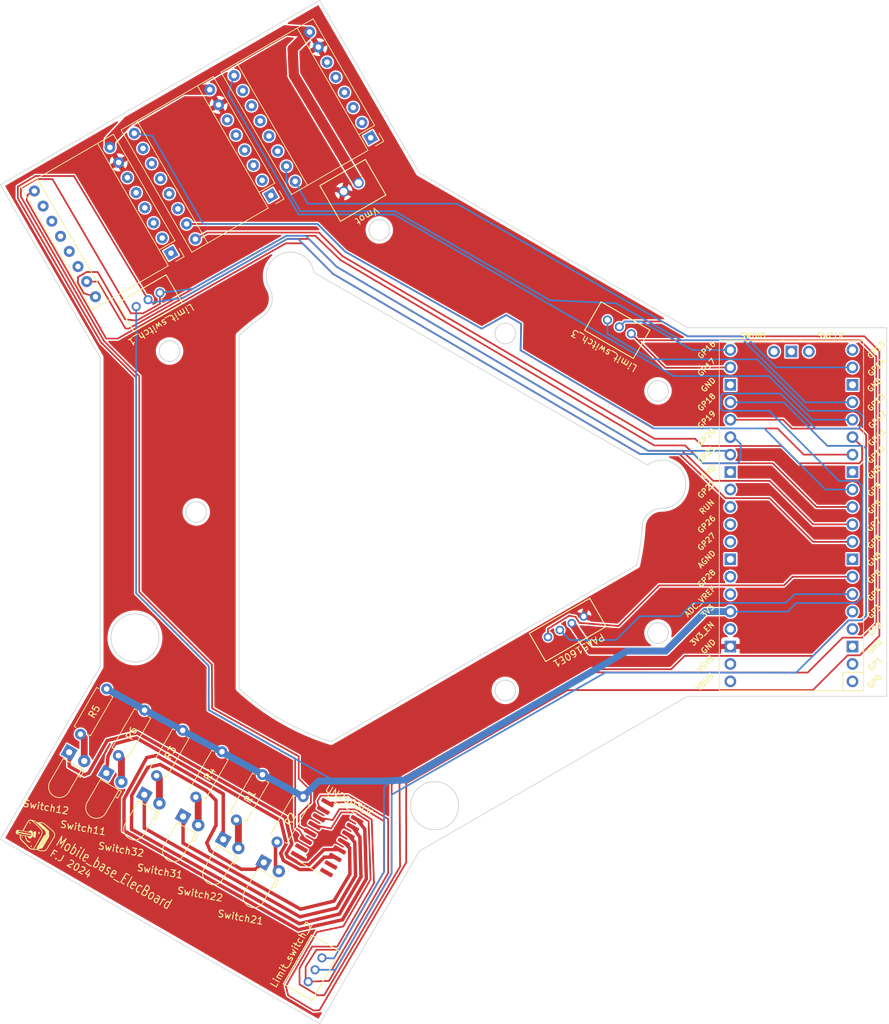
<source format=kicad_pcb>
(kicad_pcb (version 20221018) (generator pcbnew)
  (title_block (title " Mobile_base_ElecBoard ") (date "2024-08-15"))
  (layers (0 "F.Cu" signal) (31 "B.Cu" signal) (34 "B.Paste" user) (35 "F.Paste" user) (36 "B.SilkS" user "B.Silkscreen") (37 "F.SilkS" user "F.Silkscreen") (38 "B.Mask" user) (39 "F.Mask" user) (44 "Edge.Cuts" user))
  (net 0 "")
  (net 7 "GND")
  (net 8 "Vmot")
  (net 9 "En1")
  (net 15 "STEP1")
  (net 16 "DIR1")
  (net 23 "En2")
  (net 24 "STEP2")
  (net 25 "DIR2")
  (net 31 "En3")
  (net 32 "STEP3")
  (net 39 "DIR3")
  (net 40 "3.3V")
  (net 41 "SDA")
  (net 47 "SCL")
  (net 53 "Int11")
  (net 55 "Int12")
  (net 56 "Int21")
  (net 57 "Int22")
  (net 58 "Int31")
  (net 60 "Int32")
  (net 78 "Net-(Switch22-A)")
  (net 79 "Net-(Switch21-A)")
  (net 80 "Net-(Switch32-A)")
  (net 81 "Net-(Switch31-A)")
  (net 82 "Net-(Switch12-A)")
  (net 83 "Net-(Switch11-A)")
  (net 84 "Net-(Switch11-K)")
  (net 85 "Net-(Switch12-K)")
  (net 86 "Net-(Switch21-K)")
  (net 87 "Net-(Switch22-K)")
  (net 88 "Net-(Switch31-K)")
  (net 89 "Net-(Switch32-K)")
  (footprint "CONN_B4B-PH-K-S_JST:CONN_B4B-PH-K-S_JST" (layer "F.Cu") (at 101.655875 113.396868 -150)
    (fp_text reference "PAA5160E1" hide)
    (fp_text value "PAA5160E1")
  )
  (footprint "MCU_RaspberryPICO_and_Boards:RPi_Pico_SMD_TH_2" (layer "F.Cu") (at 137.1 95.735 180)
    (fp_text reference "U1" hide)
    (fp_text value "Pico")
  )
  (footprint "Package_SO:SOIC-16_3.9x9.9mm_P1.27mm" (layer "F.Cu") (at 69.490913 142.607869 -30)
    (fp_text reference "UN2003LV1" hide)
    (fp_text value "UN2003LV")
  )
  (footprint "CONN_B3B-PH-K-SLFSN_JST:CONN_B3B-PH-K-SLFSN_JST" (layer "F.Cu") (at 110.317949 67.238064 150)
    (fp_text reference "Limit_switch_3" hide)
    (fp_text value "Limit_switch_3")
  )
  (footprint "LED_THT:LED_D3.0mm_Horizontal_O1.27mm_Z2.0mm" (layer "F.Cu") (at 48.529969 139.528479 -30)
    (fp_text reference "Switch31")
    (fp_text value "Switch31" hide)
  )
  (footprint "Module:Pololu_Breakout-16_15.2x20.3mm" (layer "F.Cu") (at 46.765 57.507932 -150)
    (fp_text reference "A1" hide)
    (fp_text value "MKS_MotorDriver_1")
  )
  (footprint "Resistor_THT:R_Axial_DIN0207_L6.3mm_D2.5mm_P7.62mm_Horizontal" (layer "F.Cu") (at 60.09 133.44 -120)
    (fp_text reference "R1")
    (fp_text value "510")
  )
  (footprint "Module:Pololu_Breakout-16_15.2x20.3mm" (layer "F.Cu") (at 75.84 40.707932 -150)
    (fp_text reference "A3" hide)
    (fp_text value "MKS_MotorDriver_3")
  )
  (footprint "Resistor_THT:R_Axial_DIN0207_L6.3mm_D2.5mm_P7.62mm_Horizontal" (layer "F.Cu") (at 66.014998 136.650444 -120)
    (fp_text reference "R2")
    (fp_text value "510")
  )
  (footprint "Module:Pololu_Breakout-16_15.2x20.3mm" (layer "F.Cu") (at 61.308523 49.112932 -150)
    (fp_text reference "A2" hide)
    (fp_text value "MKS_MotorDriver_2")
  )
  (footprint "Resistor_THT:R_Axial_DIN0207_L6.3mm_D2.5mm_P7.62mm_Horizontal" (layer "F.Cu") (at 54.19 130.11 -120)
    (fp_text reference "R4")
    (fp_text value "510")
  )
  (footprint "LED_THT:LED_D3.0mm_Horizontal_O1.27mm_Z2.0mm" (layer "F.Cu") (at 54.379969 142.868479 -30)
    (fp_text reference "Switch22")
    (fp_text value "Switch22" hide)
  )
  (footprint "CONN_B3B-PH-K-SLFSN_JST:CONN_B3B-PH-K-SLFSN_JST" (layer "F.Cu") (at 41.697948 65.285001 -150)
    (fp_text reference "Limit_switch_1" hide)
    (fp_text value "Limit_switch_1")
  )
  (footprint "Resistor_THT:R_Axial_DIN0207_L6.3mm_D2.5mm_P7.62mm_Horizontal" (layer "F.Cu") (at 42.92 124.06 -120)
    (fp_text reference "R6")
    (fp_text value "510")
  )
  (footprint "LED_THT:LED_D3.0mm_Horizontal_O1.27mm_Z2.0mm" (layer "F.Cu") (at 31.939969 130.188479 -30)
    (fp_text reference "Switch12")
    (fp_text value "Switch12" hide)
  )
  (footprint "Resistor_THT:R_Axial_DIN0207_L6.3mm_D2.5mm_P7.62mm_Horizontal" (layer "F.Cu") (at 48.475 126.990444 -120)
    (fp_text reference "R3")
    (fp_text value "510")
  )
  (footprint "CONN_B2B-XH-ALFSN_JST:CONN_B2B-XH-ALFSN_JST" (layer "F.Cu") (at 71.9 48.535 -150)
    (fp_text reference "Vmot1" hide)
    (fp_text value "Vmot")
  )
  (footprint "CONN_B3B-PH-K-SLFSN_JST:CONN_B3B-PH-K-SLFSN_JST" (layer "F.Cu") (at 68.746936 160.122949 60)
    (fp_text reference "Limit_switch_2" hide)
    (fp_text value "Limit_switch_2")
  )
  (footprint "LED_THT:LED_D3.0mm_Horizontal_O1.27mm_Z2.0mm" (layer "F.Cu") (at 60.269969 146.228479 -30)
    (fp_text reference "Switch21")
    (fp_text value "Switch21" hide)
  )
  (footprint "LED_THT:LED_D3.0mm_Horizontal_O1.27mm_Z2.0mm" (layer "F.Cu") (at 42.880295 136.36 -30)
    (fp_text reference "Switch32")
    (fp_text value "Switch32" hide)
  )
  (footprint "LED_THT:LED_D3.0mm_Horizontal_O1.27mm_Z2.0mm" (layer "F.Cu") (at 37.349969 133.218479 -30)
    (fp_text reference "Switch11")
    (fp_text value "Switch11" hide)
  )
  (footprint "Resistor_THT:R_Axial_DIN0207_L6.3mm_D2.5mm_P7.62mm_Horizontal" (layer "F.Cu") (at 37.4 120.96 -120)
    (fp_text reference "R5")
    (fp_text value "510")
  )
  (gr_poly (pts (xy 28.314088 140.516784) (xy 28.361176 140.551951) (xy 28.423483 140.600606) (xy 28.498577 140.660782) (xy 28.584021 140.730506) (xy 28.677382 140.807813) (xy 28.776227 140.89073) (xy 28.87812 140.977288) (xy 29.549905 141.550502) (xy 29.59874 141.593381) (xy 29.643278 141.635601) (xy 29.683626 141.677413) (xy 29.719892 141.71906) (xy 29.752185 141.760791) (xy 29.780614 141.802854) (xy 29.805285 141.845498) (xy 29.826308 141.888966) (xy 29.843791 141.933509) (xy 29.857841 141.979372) (xy 29.868568 142.026804) (xy 29.876081 142.076053) (xy 29.880485 142.127365) (xy 29.88189 142.180987) (xy 29.880405 142.237168) (xy 29.876137 142.296154) (xy 29.86177 142.450658) (xy 29.308408 143.373743) (xy 29.086343 143.740479) (xy 28.890772 144.056643) (xy 28.742846 144.288486) (xy 28.693362 144.362242) (xy 28.663723 144.402262) (xy 28.635023 144.434055) (xy 28.606569 144.462612) (xy 28.577905 144.488061) (xy 28.563353 144.49966) (xy 28.548575 144.51053) (xy 28.533517 144.520688) (xy 28.518122 144.530149) (xy 28.50233 144.53893) (xy 28.486088 144.547044) (xy 28.469334 144.55451) (xy 28.452015 144.561344) (xy 28.434072 144.56756) (xy 28.415449 144.573175) (xy 28.396087 144.578206) (xy 28.375931 144.582669) (xy 28.354923 144.586578) (xy 28.333005 144.589951) (xy 28.286214 144.595148) (xy 28.235101 144.598392) (xy 28.17921 144.599809) (xy 28.118082 144.599526) (xy 28.05126 144.597672) (xy 27.97829 144.594377) (xy 27.619958 144.575683) (xy 27.441826 144.464011) (xy 27.384137 144.428165) (xy 27.360086 144.413691) (xy 27.3387 144.401369) (xy 27.319589 144.391087) (xy 27.302354 144.382733) (xy 27.2866 144.376196) (xy 27.271932 144.371365) (xy 27.257954 144.368128) (xy 27.244272 144.366373) (xy 27.230489 144.365992) (xy 27.216208 144.36687) (xy 27.201036 144.368895) (xy 27.184577 144.371959) (xy 27.146215 144.380752) (xy 27.132698 144.383552) (xy 27.116515 144.386086) (xy 27.097882 144.38835) (xy 27.077011 144.390339) (xy 27.029412 144.39347) (xy 26.975427 144.395436) (xy 26.916761 144.396198) (xy 26.855125 144.395713) (xy 26.792226 144.393939) (xy 26.729773 144.390837) (xy 26.671944 144.386811) (xy 26.617735 144.382005) (xy 26.566919 144.37635) (xy 26.519272 144.369768) (xy 26.474567 144.362192) (xy 26.432579 144.353545) (xy 26.393082 144.343756) (xy 26.355849 144.332752) (xy 26.320658 144.320462) (xy 26.28728 144.306813) (xy 26.25549 144.29173) (xy 26.225063 144.275144) (xy 26.195772 144.256981) (xy 26.167392 144.237166) (xy 26.1397 144.215629) (xy 26.112466 144.192298) (xy 26.088344 144.169644) (xy 26.051191 144.133358) (xy 25.945228 144.027406) (xy 25.809467 143.88946) (xy 25.658791 143.734543) (xy 25.332048 143.399545) (xy 25.067904 143.133352) (xy 25.022799 143.087987) (xy 24.978787 143.042312) (xy 24.936972 142.997566) (xy 24.898453 142.95499) (xy 24.864334 142.915822) (xy 24.835713 142.881302) (xy 24.813695 142.852668) (xy 24.799377 142.831161) (xy 24.793583 142.82045) (xy 24.788064 142.808932) (xy 24.777851 142.783683) (xy 24.768769 142.755816) (xy 24.760844 142.725747) (xy 24.754106 142.693879) (xy 24.748579 142.66062) (xy 24.744294 142.626381) (xy 24.741276 142.591566) (xy 24.739557 142.556585) (xy 24.739159 142.521847) (xy 24.740115 142.487759) (xy 24.742447 142.454728) (xy 24.746189 142.423162) (xy 24.751364 142.393471) (xy 24.758003 142.366059) (xy 24.761878 142.353337) (xy 24.76613 142.341338) (xy 24.773285 142.321685) (xy 24.779401 142.303022) (xy 24.784384 142.285779) (xy 24.788139 142.27039) (xy 24.789527 142.263525) (xy 24.790573 142.257285) (xy 24.791265 142.251723) (xy 24.791593 142.246895) (xy 24.791542 142.242855) (xy 24.791102 142.239655) (xy 24.790264 142.237351) (xy 24.789689 142.236552) (xy 24.789011 142.235997) (xy 24.786259 142.234901) (xy 24.781021 142.233358) (xy 24.763632 142.229041) (xy 24.737935 142.223275) (xy 24.705019 142.216283) (xy 24.621899 142.199539) (xy 24.522998 142.180627) (xy 24.471706 142.170745) (xy 24.425963 142.161139) (xy 24.385415 142.151523) (xy 24.34971 142.141618) (xy 24.318499 142.131135) (xy 24.291428 142.11979) (xy 24.279335 142.113707) (xy 24.268145 142.107301) (xy 24.257816 142.100539) (xy 24.2483 142.093386) (xy 24.239556 142.085803) (xy 24.23154 142.077756) (xy 24.224204 142.069211) (xy 24.21751 142.06013) (xy 24.21141 142.050481) (xy 24.205862 142.040225) (xy 24.200821 142.029327) (xy 24.196243 142.017753) (xy 24.188303 141.992433) (xy 24.181686 141.963982) (xy 24.176042 141.932113) (xy 24.171021 141.896545) (xy 24.168652 141.870215) (xy 24.168173 141.843254) (xy 24.169511 141.815856) (xy 24.172594 141.788216) (xy 24.177347 141.760526) (xy 24.183696 141.73298) (xy 24.191565 141.705774) (xy 24.200884 141.679101) (xy 24.211578 141.653156) (xy 24.223573 141.628132) (xy 24.236794 141.604223) (xy 24.251168 141.581624) (xy 24.266622 141.560529) (xy 24.283082 141.54113) (xy 24.300471 141.523623) (xy 24.31872 141.508203) (xy 24.331325 141.498573) (xy 24.337195 141.494251) (xy 24.342922 141.49027) (xy 24.348611 141.486633) (xy 24.35437 141.483348) (xy 24.360306 141.480424) (xy 24.366525 141.477865) (xy 24.373134 141.475681) (xy 24.37568 141.475034) (xy 24.577789 141.591722) (xy 24.577437 141.592558) (xy 24.577127 141.593594) (xy 24.576627 141.596241) (xy 24.576285 141.599612) (xy 24.576097 141.603661) (xy 24.576059 141.608338) (xy 24.57617 141.613593) (xy 24.576422 141.619379) (xy 24.576815 141.625643) (xy 24.577347 141.632341) (xy 24.578011 141.639422) (xy 24.578804 141.646835) (xy 24.579723 141.654536) (xy 24.580767 141.662471) (xy 24.581928 141.670595) (xy 24.583205 141.678855) (xy 24.584595 141.687204) (xy 24.598608 141.768446) (xy 25.480811 141.934531) (xy 25.825407 142.001552) (xy 26.111508 142.061261) (xy 26.309314 142.107155) (xy 26.365794 142.122886) (xy 26.381798 142.128595) (xy 26.389024 142.132727) (xy 26.392148 142.136998) (xy 26.394771 142.141452) (xy 26.396909 142.146067) (xy 26.398573 142.150825) (xy 26.39978 142.1557) (xy 26.400541 142.160677) (xy 26.400871 142.165728) (xy 26.400785 142.170836) (xy 26.400296 142.175977) (xy 26.399418 142.18113) (xy 26.398165 142.186276) (xy 26.39655 142.191391) (xy 26.394589 142.196456) (xy 26.392293 142.201447) (xy 26.389678 142.206344) (xy 26.386758 142.211126) (xy 26.383546 142.215771) (xy 26.380056 142.220257) (xy 26.376302 142.224564) (xy 26.372298 142.228671) (xy 26.368058 142.232555) (xy 26.363596 142.236196) (xy 26.358925 142.239569) (xy 26.35406 142.242659) (xy 26.349015 142.245439) (xy 26.343802 142.247892) (xy 26.338437 142.249992) (xy 26.332934 142.251722) (xy 26.327306 142.253058) (xy 26.321567 142.253979) (xy 26.315729 142.254465) (xy 26.309809 142.254492) (xy 26.282139 142.250886) (xy 26.223186 142.241261) (xy 26.026075 142.206586) (xy 25.747752 142.155737) (xy 25.4175 142.093978) (xy 24.822671 141.982538) (xy 24.571986 141.937445) (xy 24.571094 141.938018) (xy 24.569599 141.939271) (xy 24.564938 141.943667) (xy 24.55828 141.950346) (xy 24.549899 141.959017) (xy 24.540074 141.969394) (xy 24.529078 141.981184) (xy 24.517188 141.994104) (xy 24.504682 142.007858) (xy 24.496147 142.01743) (xy 24.488608 142.026174) (xy 24.482052 142.034129) (xy 24.476466 142.041329) (xy 24.471839 142.047816) (xy 24.468157 142.053626) (xy 24.465412 142.058797) (xy 24.463589 142.063366) (xy 24.463019 142.065437) (xy 24.462675 142.067371) (xy 24.462557 142.069174) (xy 24.46266 142.070849) (xy 24.462988 142.072404) (xy 24.463533 142.073841) (xy 24.464297 142.075164) (xy 24.46528 142.07638) (xy 24.466476 142.077492) (xy 24.467888 142.078508) (xy 24.469512 142.079427) (xy 24.471347 142.080259) (xy 24.475644 142.081671) (xy 24.480768 142.082784) (xy 25.372024 142.251596) (xy 25.706499 142.314163) (xy 25.98628 142.364649) (xy 26.182079 142.397901) (xy 26.239332 142.406452) (xy 26.264606 142.408761) (xy 26.27174 142.407567) (xy 26.278814 142.405822) (xy 26.285821 142.403539) (xy 26.29275 142.400728) (xy 26.299595 142.397404) (xy 26.306347 142.39358) (xy 26.312998 142.389265) (xy 26.319539 142.384478) (xy 26.325963 142.379227) (xy 26.332263 142.373526) (xy 26.338429 142.367388) (xy 26.344453 142.360824) (xy 26.350328 142.35385) (xy 26.356046 142.346478) (xy 26.361598 142.338718) (xy 26.366976 142.330584) (xy 26.377177 142.313249) (xy 26.386586 142.294574) (xy 26.395138 142.274658) (xy 26.402766 142.253606) (xy 26.409408 142.231518) (xy 26.414998 142.208498) (xy 26.41947 142.184645) (xy 26.422763 142.160064) (xy 26.427199 142.119476) (xy 26.428968 142.101112) (xy 26.430186 142.083925) (xy 26.430666 142.067836) (xy 26.430218 142.052761) (xy 26.428654 142.038618) (xy 26.425786 142.025325) (xy 26.423806 142.018972) (xy 26.421427 142.012803) (xy 26.418629 142.006804) (xy 26.415387 142.000967) (xy 26.411677 141.995281) (xy 26.407478 141.989735) (xy 26.402763 141.984321) (xy 26.397511 141.979028) (xy 26.391698 141.973846) (xy 26.385299 141.968763) (xy 26.370654 141.958856) (xy 26.353384 141.949229) (xy 26.333307 141.939798) (xy 26.31023 141.930481) (xy 26.283965 141.921196) (xy 26.254324 141.911862) (xy 26.221121 141.902398) (xy 26.184166 141.89272) (xy 26.14327 141.882748) (xy 26.098244 141.872398) (xy 26.048902 141.861592) (xy 25.936514 141.838276) (xy 25.804598 141.812145) (xy 25.476155 141.74882) (xy 25.129564 141.683416) (xy 24.844655 141.631996) (xy 24.650905 141.599712) (xy 24.597425 141.592357) (xy 24.577789 141.591722) (xy 24.37568 141.475034) (xy 24.380242 141.473875) (xy 24.387954 141.472457) (xy 24.396377 141.471435) (xy 24.40562 141.470812) (xy 24.415788 141.470596) (xy 24.426989 141.470795) (xy 24.43933 141.471416) (xy 24.452917 141.472463) (xy 24.467859 141.473948) (xy 24.484261 141.475873) (xy 24.502231 141.478248) (xy 24.521877 141.48108) (xy 24.543304 141.484374) (xy 24.591931 141.492377) (xy 24.648972 141.502315) (xy 24.71528 141.51424) (xy 24.879125 141.54428) (xy 25.141506 141.592532) (xy 25.231478 141.43411) (xy 25.645204 140.695352) (xy 25.814467 140.394478) (xy 25.932244 140.462477) (xy 25.667959 140.929888) (xy 25.417724 141.390412) (xy 25.338072 141.545593) (xy 25.316649 141.591729) (xy 25.310172 141.612059) (xy 25.310859 141.613031) (xy 25.312428 141.614161) (xy 25.318126 141.616872) (xy 25.327085 141.620153) (xy 25.339126 141.62396) (xy 25.371741 141.632979) (xy 25.414541 141.643589) (xy 25.466094 141.655449) (xy 25.52497 141.668219) (xy 25.589739 141.681559) (xy 25.658968 141.695127) (xy 26.003137 141.760916) (xy 26.086244 141.675325) (xy 26.107857 141.654294) (xy 26.129814 141.635309) (xy 26.152064 141.61835) (xy 26.174552 141.603394) (xy 26.197224 141.59042) (xy 26.220026 141.579408) (xy 26.242905 141.570335) (xy 26.265806 141.563179) (xy 26.288675 141.557922) (xy 26.311459 141.554538) (xy 26.334105 141.55301) (xy 26.356556 141.553315) (xy 26.37876 141.555429) (xy 26.400664 141.559336) (xy 26.422213 141.56501) (xy 26.443355 141.572432) (xy 26.464031 141.58158) (xy 26.484192 141.592433) (xy 26.503784 141.604968) (xy 26.52275 141.619167) (xy 26.541038 141.635005) (xy 26.558595 141.652463) (xy 26.575365 141.671519) (xy 26.591296 141.69215) (xy 26.606333 141.714339) (xy 26.620423 141.738059) (xy 26.633509 141.763293) (xy 26.645543 141.790018) (xy 26.656465 141.818213) (xy 26.666225 141.847855) (xy 26.674767 141.878926) (xy 26.682039 141.911402) (xy 26.689686 141.956565) (xy 26.694683 142.001719) (xy 26.697126 142.046735) (xy 26.697112 142.091482) (xy 26.694734 142.135832) (xy 26.690091 142.179658) (xy 26.683277 142.222826) (xy 26.674389 142.26521) (xy 26.663523 142.306681) (xy 26.650774 142.347109) (xy 26.63624 142.386365) (xy 26.620014 142.424321) (xy 26.602193 142.460846) (xy 26.582873 142.49581) (xy 26.56215 142.529086) (xy 26.54012 142.560545) (xy 26.51688 142.590057) (xy 26.492523 142.617493) (xy 26.467148 142.642724) (xy 26.440849 142.665619) (xy 26.413723 142.68605) (xy 26.385865 142.703891) (xy 26.35737 142.719008) (xy 26.328337 142.731274) (xy 26.298859 142.74056) (xy 26.269033 142.746737) (xy 26.238955 142.749674) (xy 26.208723 142.749244) (xy 26.178429 142.745317) (xy 26.14817 142.737764) (xy 26.118043 142.726456) (xy 26.088143 142.711262) (xy 26.076226 142.704085) (xy 26.064698 142.696536) (xy 26.053553 142.688609) (xy 26.042782 142.680296) (xy 26.032379 142.671586) (xy 26.022338 142.662476) (xy 26.012649 142.652954) (xy 26.003309 142.643016) (xy 25.994307 142.632651) (xy 25.98564 142.621854) (xy 25.977298 142.610614) (xy 25.969276 142.598928) (xy 25.961565 142.586783) (xy 25.954159 142.574175) (xy 25.947052 142.561095) (xy 25.940235 142.547534) (xy 25.931637 142.529977) (xy 25.923675 142.514326) (xy 25.916185 142.500441) (xy 25.909003 142.488184) (xy 25.901966 142.477413) (xy 25.894907 142.467986) (xy 25.891318 142.463735) (xy 25.887663 142.459767) (xy 25.883922 142.456066) (xy 25.88007 142.452613) (xy 25.876092 142.449393) (xy 25.871965 142.446386) (xy 25.867668 142.443575) (xy 25.863181 142.440943) (xy 25.858483 142.438475) (xy 25.853555 142.436147) (xy 25.842922 142.431857) (xy 25.831118 142.427933) (xy 25.817979 142.424231) (xy 25.803341 142.420617) (xy 25.787038 142.416949) (xy 25.766227 142.412677) (xy 25.745671 142.408943) (xy 25.7259 142.405811) (xy 25.707447 142.403345) (xy 25.690842 142.401609) (xy 25.676618 142.400667) (xy 25.670566 142.400512) (xy 25.665307 142.40058) (xy 25.660908 142.400879) (xy 25.657437 142.401415) (xy 25.653845 142.403341) (xy 25.651084 142.407271) (xy 25.64912 142.413092) (xy 25.647923 142.42069) (xy 25.647459 142.429949) (xy 25.647699 142.440758) (xy 25.650159 142.466573) (xy 25.655044 142.49722) (xy 25.662101 142.531793) (xy 25.671073 142.569381) (xy 25.681702 142.609077) (xy 25.693736 142.649971) (xy 25.70692 142.691154) (xy 25.720995 142.731716) (xy 25.735707 142.770751) (xy 25.7508 142.807346) (xy 25.766018 142.840593) (xy 25.781107 142.869585) (xy 25.788523 142.882202) (xy 25.795809 142.893412) (xy 25.814935 142.919155) (xy 25.836678 142.944793) (xy 25.86077 142.970154) (xy 25.886943 142.995067) (xy 25.914929 143.019357) (xy 25.94446 143.042853) (xy 25.975269 143.065381) (xy 26.007087 143.086771) (xy 26.039646 143.106847) (xy 26.072678 143.125437) (xy 26.105915 143.142372) (xy 26.13909 143.157474) (xy 26.171934 143.170575) (xy 26.204178 143.1815) (xy 26.235556 143.190076) (xy 26.265798 143.196133) (xy 26.294151 143.201106) (xy 26.318992 143.206356) (xy 26.340312 143.211846) (xy 26.358097 143.217535) (xy 26.365659 143.220442) (xy 26.372334 143.223383) (xy 26.37812 143.226353) (xy 26.383016 143.229349) (xy 26.38702 143.232363) (xy 26.390128 143.235394) (xy 26.392343 143.238434) (xy 26.393662 143.241478) (xy 26.394084 143.244522) (xy 26.393604 143.247562) (xy 26.392225 143.250591) (xy 26.389943 143.253605) (xy 26.386759 143.256599) (xy 26.382668 143.259568) (xy 26.377672 143.262507) (xy 26.37177 143.265412) (xy 26.364956 143.268276) (xy 26.357233 143.271095) (xy 26.339048 143.27658) (xy 26.317204 143.281825) (xy 26.29169 143.286789) (xy 26.255356 143.29204) (xy 26.219494 143.294948) (xy 26.184133 143.295543) (xy 26.1493 143.293852) (xy 26.115022 143.28991) (xy 26.081328 143.283742) (xy 26.048247 143.275381) (xy 26.015805 143.264856) (xy 25.984029 143.252197) (xy 25.952949 143.237433) (xy 25.922593 143.220594) (xy 25.892986 143.20171) (xy 25.864159 143.18081) (xy 25.836138 143.157926) (xy 25.808953 143.133086) (xy 25.782629 143.106321) (xy 25.757196 143.07766) (xy 25.73268 143.047134) (xy 25.70911 143.01477) (xy 25.686515 142.980599) (xy 25.66492 142.944654) (xy 25.644356 142.906961) (xy 25.624849 142.867553) (xy 25.606427 142.826456) (xy 25.589117 142.783703) (xy 25.572949 142.739322) (xy 25.557949 142.693345) (xy 25.544147 142.645799) (xy 25.531569 142.596715) (xy 25.520242 142.546123) (xy 25.510196 142.494053) (xy 25.501459 142.440535) (xy 25.490139 142.364515) (xy 25.234935 142.313074) (xy 25.183094 142.303207) (xy 25.133619 142.294902) (xy 25.08767 142.288278) (xy 25.046413 142.283452) (xy 25.011008 142.280542) (xy 24.982618 142.279663) (xy 24.971416 142.280024) (xy 24.962403 142.280935) (xy 24.955727 142.282414) (xy 24.951531 142.284473) (xy 24.946531 142.28903) (xy 24.941661 142.294465) (xy 24.936928 142.300737) (xy 24.932339 142.307805) (xy 24.923619 142.324145) (xy 24.915563 142.343137) (xy 24.908224 142.364431) (xy 24.901661 142.387679) (xy 24.895931 142.41253) (xy 24.891093 142.438637) (xy 24.887203 142.465651) (xy 24.884318 142.493221) (xy 24.882496 142.521) (xy 24.881793 142.548638) (xy 24.882268 142.575785) (xy 24.883978 142.602093) (xy 24.886981 142.627215) (xy 24.891333 142.6508) (xy 24.896303 142.671517) (xy 24.89906 142.681462) (xy 24.902105 142.69126) (xy 24.905524 142.70101) (xy 24.909396 142.710809) (xy 24.913802 142.720755) (xy 24.918825 142.730946) (xy 24.924548 142.741479) (xy 24.931051 142.752453) (xy 24.938415 142.763965) (xy 24.946724 142.776112) (xy 24.95606 142.788992) (xy 24.966502 142.802703) (xy 24.978134 142.817344) (xy 24.991037 142.83301) (xy 25.005294 142.849801) (xy 25.020986 142.867815) (xy 25.056998 142.907899) (xy 25.099733 142.954043) (xy 25.14984 143.00703) (xy 25.207977 143.067642) (xy 25.274797 143.136659) (xy 25.437103 143.303041) (xy 26.080588 143.961203) (xy 26.109025 143.989565) (xy 26.137582 144.016561) (xy 26.166201 144.042154) (xy 26.194822 144.066305) (xy 26.223384 144.088978) (xy 26.25183 144.110136) (xy 26.280099 144.129743) (xy 26.308129 144.147763) (xy 26.335862 144.164156) (xy 26.363241 144.17889) (xy 26.390203 144.191923) (xy 26.416689 144.203222) (xy 26.44264 144.212747) (xy 26.467995 144.220464) (xy 26.492696 144.226335) (xy 26.516682 144.230322) (xy 26.528062 144.231481) (xy 26.539537 144.232045) (xy 26.551089 144.232023) (xy 26.562701 144.231417) (xy 26.574352 144.230234) (xy 26.586027 144.228476) (xy 26.597708 144.226151) (xy 26.609376 144.223262) (xy 26.621014 144.219814) (xy 26.632603 144.215812) (xy 26.644127 144.211262) (xy 26.655568 144.206166) (xy 26.666905 144.200531) (xy 26.678124 144.194362) (xy 26.689206 144.187664) (xy 26.700133 144.180439) (xy 26.71528 144.169273) (xy 26.73054 144.156187) (xy 26.738428 144.148581) (xy 26.746602 144.140083) (xy 26.755148 144.13056) (xy 26.76415 144.11987) (xy 26.783872 144.09445) (xy 26.806454 144.062727) (xy 26.83258 144.023605) (xy 26.862938 143.975989) (xy 26.898212 143.918783) (xy 26.939092 143.85089) (xy 26.986259 143.771217) (xy 27.040404 143.678665) (xy 27.172363 143.450548) (xy 27.34046 143.157772) (xy 27.6901 142.541639) (xy 27.799156 142.338838) (xy 27.873028 142.186707) (xy 27.898801 142.12507) (xy 27.918211 142.070614) (xy 27.932074 142.021509) (xy 27.941198 141.975929) (xy 27.946398 141.93204) (xy 27.948484 141.888019) (xy 27.946563 141.792254) (xy 27.944109 141.751979) (xy 27.94228 141.732729) (xy 27.939991 141.713983) (xy 27.937202 141.695674) (xy 27.93387 141.677738) (xy 27.929951 141.660109) (xy 27.925407 141.642723) (xy 27.920192 141.62551) (xy 27.914265 141.60841) (xy 27.907585 141.591353) (xy 27.900107 141.574275) (xy 27.89179 141.55711) (xy 27.882592 141.539793) (xy 27.872471 141.522259) (xy 27.861384 141.504441) (xy 27.84929 141.486274) (xy 27.836145 141.467691) (xy 27.821907 141.448629) (xy 27.806536 141.429022) (xy 27.789987 141.408802) (xy 27.772219 141.387905) (xy 27.732856 141.343818) (xy 27.688109 141.296233) (xy 27.637639 141.244629) (xy 27.58111 141.18848) (xy 27.51818 141.127259) (xy 27.146346 140.773554) (xy 26.83196 140.484715) (xy 26.702636 140.370298) (xy 26.595265 140.278909) (xy 26.512376 140.212821) (xy 26.456499 140.174302) (xy 26.431889 140.161287) (xy 26.40699 140.150445) (xy 26.381897 140.141764) (xy 26.356704 140.135232) (xy 26.331512 140.130836) (xy 26.306414 140.128568) (xy 26.281508 140.128412) (xy 26.256892 140.130358) (xy 26.232661 140.134393) (xy 26.208912 140.140507) (xy 26.197247 140.14434) (xy 26.18574 140.148687) (xy 26.174402 140.153549) (xy 26.163245 140.158921) (xy 26.15228 140.164806) (xy 26.141521 140.171198) (xy 26.130979 140.1781) (xy 26.120666 140.185507) (xy 26.110594 140.193418) (xy 26.100775 140.201833) (xy 26.091222 140.210749) (xy 26.081947 140.220166) (xy 26.029459 140.298685) (xy 25.932244 140.462477) (xy 25.814467 140.394478) (xy 25.826416 140.373235) (xy 25.887955 140.267922) (xy 25.935495 140.191562) (xy 25.973069 140.137998) (xy 25.989379 140.11784) (xy 26.00471 140.101071) (xy 26.019568 140.086922) (xy 26.034454 140.074624) (xy 26.066334 140.0525) (xy 26.076789 140.046092) (xy 26.088003 140.039786) (xy 26.099872 140.033618) (xy 26.112294 140.027626) (xy 26.125166 140.021844) (xy 26.138385 140.016307) (xy 26.151847 140.011054) (xy 26.165451 140.006116) (xy 26.179093 140.001534) (xy 26.19267 139.997342) (xy 26.206079 139.993575) (xy 26.219219 139.990272) (xy 26.231985 139.987464) (xy 26.244275 139.985191) (xy 26.255985 139.983487) (xy 26.267015 139.982388) (xy 26.306505 139.981597) (xy 26.320191 139.982456) (xy 26.730884 140.21957) (xy 26.730242 140.222422) (xy 26.730732 140.225976) (xy 26.732346 140.230242) (xy 26.735082 140.235227) (xy 26.738934 140.240941) (xy 26.743901 140.247396) (xy 26.757155 140.262554) (xy 26.774808 140.280775) (xy 26.796825 140.302132) (xy 26.82317 140.326696) (xy 26.85381 140.35454) (xy 26.954395 140.446931) (xy 27.104198 140.586795) (xy 27.470527 140.933013) (xy 27.644182 141.1003) (xy 27.779752 141.236894) (xy 27.834715 141.295844) (xy 27.881908 141.349722) (xy 27.921915 141.399388) (xy 27.955321 141.445711) (xy 27.982709 141.489559) (xy 28.004662 141.531792) (xy 28.021766 141.573282) (xy 28.034603 141.614893) (xy 28.043757 141.657489) (xy 28.049812 141.701939) (xy 28.053354 141.749106) (xy 28.054963 141.799859) (xy 28.055629 141.857124) (xy 28.055079 141.909246) (xy 28.054057 141.934027) (xy 28.052378 141.958301) (xy 28.049928 141.982325) (xy 28.046589 142.006362) (xy 28.042243 142.030669) (xy 28.036773 142.055504) (xy 28.030064 142.081129) (xy 28.021996 142.107802) (xy 28.012453 142.135782) (xy 28.001318 142.16533) (xy 27.988475 142.196702) (xy 27.973805 142.23016) (xy 27.957191 142.265962) (xy 27.938518 142.304369) (xy 27.917668 142.345637) (xy 27.894521 142.39003) (xy 27.840879 142.489217) (xy 27.776651 142.604007) (xy 27.700904 142.736469) (xy 27.612698 142.888681) (xy 27.395167 143.260652) (xy 26.79985 144.276446) (xy 26.93641 144.283892) (xy 26.953338 144.284576) (xy 26.969827 144.284754) (xy 26.98588 144.284426) (xy 27.0015 144.283593) (xy 27.01669 144.282251) (xy 27.031452 144.280405) (xy 27.045791 144.278049) (xy 27.059709 144.275183) (xy 27.073207 144.271809) (xy 27.086292 144.267924) (xy 27.098963 144.263528) (xy 27.111226 144.25862) (xy 27.12308 144.253201) (xy 27.134533 144.247269) (xy 27.145586 144.240823) (xy 27.15624 144.233862) (xy 27.15624 144.233861) (xy 27.177706 144.218564) (xy 27.197058 144.203777) (xy 27.214278 144.189533) (xy 27.229353 144.175868) (xy 27.242263 144.162813) (xy 27.252994 144.150405) (xy 27.261528 144.138674) (xy 27.267848 144.127655) (xy 27.270175 144.122424) (xy 27.271941 144.117384) (xy 27.273146 144.112537) (xy 27.273787 144.10789) (xy 27.273863 144.103446) (xy 27.273371 144.09921) (xy 27.27231 144.095184) (xy 27.270677 144.091377) (xy 27.26847 144.087788) (xy 27.265687 144.084424) (xy 27.262327 144.081288) (xy 27.258386 144.078384) (xy 27.253864 144.075718) (xy 27.248757 144.073292) (xy 27.243066 144.071112) (xy 27.236784 144.069181) (xy 27.227432 144.066506) (xy 27.223253 144.065184) (xy 27.219413 144.063844) (xy 27.215917 144.062463) (xy 27.21277 144.061017) (xy 27.209981 144.059486) (xy 27.207552 144.057843) (xy 27.205492 144.056069) (xy 27.203804 144.05414) (xy 27.202493 144.052033) (xy 27.201569 144.049726) (xy 27.201033 144.047196) (xy 27.200895 144.04442) (xy 27.201157 144.041377) (xy 27.201826 144.038041) (xy 27.202909 144.034392) (xy 27.204408 144.030407) (xy 27.206332 144.026062) (xy 27.208687 144.021335) (xy 27.211477 144.016204) (xy 27.214708 144.010646) (xy 27.218386 144.004638) (xy 27.222517 143.998156) (xy 27.232159 143.983687) (xy 27.24368 143.967052) (xy 27.257124 143.948074) (xy 27.272539 143.926569) (xy 27.300458 143.885191) (xy 27.344928 143.816033) (xy 27.474359 143.609172) (xy 27.642507 143.335576) (xy 27.831044 143.024834) (xy 28.298009 142.250405) (xy 28.363463 142.269064) (xy 28.374164 142.271987) (xy 28.383764 142.27426) (xy 28.388189 142.275125) (xy 28.392384 142.275792) (xy 28.396359 142.276251) (xy 28.400133 142.276488) (xy 28.403719 142.276495) (xy 28.407133 142.276258) (xy 28.410388 142.275767) (xy 28.413497 142.275011) (xy 28.416477 142.273975) (xy 28.419342 142.272651) (xy 28.422106 142.271025) (xy 28.424784 142.269088) (xy 28.42739 142.266826) (xy 28.429938 142.264229) (xy 28.432443 142.261286) (xy 28.434921 142.257983) (xy 28.437383 142.254311) (xy 28.439847 142.250258) (xy 28.442327 142.245812) (xy 28.444835 142.24096) (xy 28.45 142.23) (xy 28.455457 142.217282) (xy 28.461322 142.202715) (xy 28.467712 142.186209) (xy 28.476278 142.162241) (xy 28.483835 142.137869) (xy 28.495978 142.088155) (xy 28.50425 142.037546) (xy 28.508767 141.986515) (xy 28.509636 141.93554) (xy 28.50697 141.885097) (xy 28.500882 141.835664) (xy 28.491482 141.787715) (xy 28.478883 141.741726) (xy 28.463193 141.698175) (xy 28.444529 141.657538) (xy 28.434115 141.638461) (xy 28.422998 141.620291) (xy 28.411195 141.603087) (xy 28.398715 141.586909) (xy 28.385575 141.571819) (xy 28.37179 141.557872) (xy 28.35737 141.54513) (xy 28.342333 141.533652) (xy 28.32669 141.523499) (xy 28.310456 141.514729) (xy 28.236418 141.457627) (xy 28.087795 141.329332) (xy 27.667721 140.951417) (xy 27.252096 140.565488) (xy 27.109033 140.427174) (xy 27.042778 140.356048) (xy 27.038423 140.34994) (xy 27.033274 140.343752) (xy 27.027369 140.337507) (xy 27.020745 140.33123) (xy 27.013436 140.324944) (xy 27.005482 140.318672) (xy 26.996916 140.312439) (xy 26.98778 140.30627) (xy 26.978106 140.300189) (xy 26.967933 140.294217) (xy 26.957296 140.28838) (xy 26.946234 140.282701) (xy 26.934784 140.277206) (xy 26.922979 140.271917) (xy 26.91086 140.266859) (xy 26.898461 140.262054) (xy 26.861015 140.248307) (xy 26.828353 140.236827) (xy 26.800438 140.227683) (xy 26.77724 140.220951) (xy 26.75872 140.216701) (xy 26.751204 140.215529) (xy 26.744844 140.215005) (xy 26.739636 140.215138) (xy 26.735578 140.215938) (xy 26.732661 140.217411) (xy 26.730884 140.21957) (xy 26.320191 139.982456) (xy 26.351454 139.984417) (xy 26.401067 139.990586) (xy 26.45455 139.999845) (xy 26.51111 140.011935) (xy 26.569951 140.026599) (xy 26.630281 140.043575) (xy 26.691305 140.062602) (xy 26.752228 140.083423) (xy 26.812257 140.105777) (xy 26.870598 140.129407) (xy 26.926454 140.154051) (xy 26.979035 140.17945) (xy 27.027545 140.205346) (xy 27.07119 140.231476) (xy 27.109176 140.257585) (xy 27.139185 140.278624) (xy 27.170566 140.298112) (xy 27.203056 140.315985) (xy 27.236391 140.332184) (xy 27.270308 140.346647) (xy 27.304544 140.359312) (xy 27.338835 140.370118) (xy 27.372918 140.379004) (xy 27.406531 140.385909) (xy 27.43941 140.390769) (xy 27.471292 140.393526) (xy 27.501914 140.394117) (xy 27.531011 140.39248) (xy 27.546883 140.390199) (xy 27.703043 140.480358) (xy 27.702705 140.481085) (xy 27.702495 140.481841) (xy 27.702413 140.48263) (xy 27.70246 140.48345) (xy 27.702637 140.484308) (xy 27.703385 140.486132) (xy 27.704661 140.488119) (xy 27.706478 140.490279) (xy 27.708837 140.492628) (xy 27.711749 140.495178) (xy 27.715221 140.497944) (xy 27.719261 140.500938) (xy 27.723871 140.504174) (xy 27.729065 140.507667) (xy 27.741223 140.515476) (xy 27.755794 140.524474) (xy 27.792399 140.546468) (xy 27.80684 140.556021) (xy 27.826501 140.570505) (xy 27.880117 140.613074) (xy 27.950518 140.671803) (xy 28.034966 140.744318) (xy 28.130732 140.828246) (xy 28.235084 140.921219) (xy 28.345287 141.020862) (xy 28.458612 141.124804) (xy 29.011206 141.635351) (xy 29.02547 142.055349) (xy 29.039733 142.475346) (xy 28.538912 143.316602) (xy 28.03809 144.157855) (xy 27.746385 144.238483) (xy 27.665508 144.261267) (xy 27.601383 144.280446) (xy 27.575172 144.28888) (xy 27.552633 144.296649) (xy 27.533595 144.303832) (xy 27.517883 144.310506) (xy 27.505329 144.31675) (xy 27.495759 144.322643) (xy 27.489001 144.328264) (xy 27.486623 144.330998) (xy 27.484883 144.333692) (xy 27.48376 144.336358) (xy 27.483234 144.339004) (xy 27.48328 144.341642) (xy 27.48388 144.344279) (xy 27.485012 144.346928) (xy 27.486652 144.349597) (xy 27.491376 144.355035) (xy 27.506516 144.369342) (xy 27.521447 144.382258) (xy 27.536502 144.393881) (xy 27.552019 144.404303) (xy 27.560055 144.409096) (xy 27.568332 144.413622) (xy 27.576894 144.4179) (xy 27.585781 144.421937) (xy 27.595036 144.425746) (xy 27.604699 144.42934) (xy 27.625424 144.435929) (xy 27.648292 144.441799) (xy 27.673638 144.447048) (xy 27.7018 144.45177) (xy 27.733114 144.456063) (xy 27.767915 144.460022) (xy 27.80654 144.463743) (xy 27.849325 144.467324) (xy 27.896606 144.470856) (xy 28.019701 144.478365) (xy 28.073775 144.480511) (xy 28.123351 144.481516) (xy 28.168793 144.481331) (xy 28.210468 144.479904) (xy 28.248734 144.477183) (xy 28.283961 144.473118) (xy 28.316508 144.467655) (xy 28.346743 144.460747) (xy 28.375026 144.452341) (xy 28.401723 144.442383) (xy 28.427197 144.430827) (xy 28.451813 144.41762) (xy 28.475935 144.402708) (xy 28.499923 144.386043) (xy 28.517533 144.372586) (xy 28.534926 144.357716) (xy 28.552826 144.340344) (xy 28.571959 144.319374) (xy 28.593049 144.29372) (xy 28.616823 144.262288) (xy 28.644006 144.223988) (xy 28.675322 144.177727) (xy 28.711494 144.122415) (xy 28.753251 144.056962) (xy 28.801317 143.980272) (xy 28.856415 143.89126) (xy 28.990613 143.671892) (xy 29.161645 143.390131) (xy 29.379509 143.027931) (xy 29.560836 142.721502) (xy 29.686707 142.503164) (xy 29.722936 142.437128) (xy 29.738206 142.405234) (xy 29.746941 142.37046) (xy 29.753359 142.333234) (xy 29.757527 142.293993) (xy 29.759519 142.253173) (xy 29.759404 142.211217) (xy 29.757256 142.16856) (xy 29.753145 142.125642) (xy 29.747143 142.082899) (xy 29.73932 142.040775) (xy 29.72975 141.999704) (xy 29.718502 141.960124) (xy 29.70565 141.922476) (xy 29.691263 141.887197) (xy 29.675413 141.854726) (xy 29.658171 141.8255) (xy 29.63961 141.799959) (xy 29.617699 141.778229) (xy 29.570488 141.735079) (xy 29.411963 141.594837) (xy 29.187616 141.399878) (xy 28.921024 141.170843) (xy 28.242586 140.590985) (xy 28.032058 140.523099) (xy 27.98831 140.509701) (xy 27.944681 140.497666) (xy 27.902328 140.487223) (xy 27.862406 140.478602) (xy 27.826072 140.472033) (xy 27.79448 140.467746) (xy 27.780826 140.466532) (xy 27.768789 140.465974) (xy 27.758519 140.466103) (xy 27.750155 140.466945) (xy 27.737897 140.469002) (xy 27.727355 140.470938) (xy 27.718587 140.472863) (xy 27.714886 140.473855) (xy 27.71165 140.474885) (xy 27.708887 140.475967) (xy 27.706604 140.477114) (xy 27.704807 140.47834) (xy 27.703506 140.479659) (xy 27.703043 140.480358) (xy 27.546883 140.390199) (xy 27.558323 140.388554) (xy 27.583585 140.382279) (xy 27.606535 140.373593) (xy 27.615281 140.369764) (xy 27.624443 140.366061) (xy 27.633943 140.362508) (xy 27.643708 140.359118) (xy 27.65366 140.355913) (xy 27.663726 140.352908) (xy 27.673829 140.350125) (xy 27.683893 140.347578) (xy 27.693844 140.345288) (xy 27.703604 140.343274) (xy 27.7131 140.341552) (xy 27.722256 140.340142) (xy 27.730993 140.339061) (xy 27.73924 140.338328) (xy 27.746919 140.337961) (xy 27.753955 140.337978) (xy 27.776143 140.339673) (xy 27.802765 140.343357) (xy 27.833184 140.348843) (xy 27.866763 140.355936) (xy 27.940859 140.374183) (xy 28.019962 140.396576) (xy 28.098984 140.421588) (xy 28.172834 140.447692) (xy 28.206228 140.460678) (xy 28.236419 140.473363) (xy 28.262774 140.48556) (xy 28.284654 140.497077)) (fill solid) (layer "F.SilkS"))
  (gr_poly (pts (xy 25.111122 142.422439) (xy 25.115804 142.426021) (xy 25.120167 142.429976) (xy 25.124208 142.43428) (xy 25.12793 142.438912) (xy 25.131331 142.443849) (xy 25.134413 142.449067) (xy 25.137174 142.454544) (xy 25.139613 142.460257) (xy 25.141731 142.466182) (xy 25.14353 142.4723) (xy 25.145006 142.478582) (xy 25.146162 142.485011) (xy 25.146997 142.491561) (xy 25.147511 142.498208) (xy 25.147702 142.504932) (xy 25.147574 142.51171) (xy 25.147121 142.518518) (xy 25.146349 142.525333) (xy 25.145254 142.532133) (xy 25.143837 142.538894) (xy 25.142098 142.545594) (xy 25.140038 142.552211) (xy 25.137654 142.558721) (xy 25.134949 142.5651) (xy 25.131921 142.571328) (xy 25.128569 142.577379) (xy 25.124897 142.583233) (xy 25.1209 142.588866) (xy 25.116581 142.594255) (xy 25.111939 142.599377) (xy 25.106974 142.604208) (xy 25.10248 142.608207) (xy 25.098116 142.611873) (xy 25.093878 142.615208) (xy 25.089762 142.61821) (xy 25.085768 142.620876) (xy 25.08189 142.623208) (xy 25.078124 142.625202) (xy 25.074472 142.626855) (xy 25.070926 142.628172) (xy 25.067485 142.629143) (xy 25.064146 142.629774) (xy 25.060905 142.63006) (xy 25.057759 142.630001) (xy 25.054706 142.629595) (xy 25.051743 142.62884) (xy 25.048865 142.627736) (xy 25.046071 142.62628) (xy 25.043358 142.624471) (xy 25.040721 142.622308) (xy 25.038158 142.61979) (xy 25.035666 142.616916) (xy 25.033242 142.613682) (xy 25.030883 142.610089) (xy 25.028585 142.606136) (xy 25.026347 142.601821) (xy 25.024165 142.597141) (xy 25.022033 142.592097) (xy 25.019952 142.586687) (xy 25.017917 142.580908) (xy 25.015926 142.57476) (xy 25.013975 142.568241) (xy 25.012061 142.561351) (xy 25.0102 142.553498) (xy 25.00881 142.545626) (xy 25.00787 142.537757) (xy 25.007366 142.529919) (xy 25.007285 142.522133) (xy 25.007608 142.514422) (xy 25.008319 142.506812) (xy 25.009404 142.499327) (xy 25.010846 142.491988) (xy 25.012629 142.484823) (xy 25.014737 142.477854) (xy 25.017156 142.471106) (xy 25.019868 142.4646) (xy 25.022858 142.458364) (xy 25.026111 142.452418) (xy 25.029609 142.446788) (xy 25.033337 142.441501) (xy 25.03728 142.436576) (xy 25.041421 142.432038) (xy 25.045747 142.427912) (xy 25.050238 142.424223) (xy 25.05488 142.420994) (xy 25.059657 142.418248) (xy 25.064555 142.416009) (xy 25.069554 142.414302) (xy 25.074642 142.413151) (xy 25.079801 142.412579) (xy 25.085017 142.412611) (xy 25.090272 142.41327) (xy 25.095552 142.414582) (xy 25.100839 142.416567) (xy 25.10612 142.419253)) (fill solid) (layer "F.SilkS"))
  (gr_poly (pts (xy 26.454706 143.748165) (xy 26.459797 143.752218) (xy 26.464582 143.756794) (xy 26.469058 143.761862) (xy 26.473223 143.767385) (xy 26.477075 143.77333) (xy 26.480613 143.779663) (xy 26.483833 143.786348) (xy 26.486736 143.793355) (xy 26.489319 143.800645) (xy 26.49158 143.808187) (xy 26.493517 143.815943) (xy 26.495127 143.823885) (xy 26.496412 143.831974) (xy 26.497366 143.840176) (xy 26.497989 143.848461) (xy 26.498277 143.856789) (xy 26.498231 143.865131) (xy 26.497849 143.873449) (xy 26.497127 143.88171) (xy 26.496064 143.889882) (xy 26.494659 143.897927) (xy 26.492909 143.905813) (xy 26.490814 143.913506) (xy 26.48837 143.920972) (xy 26.485575 143.928176) (xy 26.482428 143.935083) (xy 26.478927 143.941661) (xy 26.475071 143.947875) (xy 26.470857 143.953688) (xy 26.466284 143.95907) (xy 26.461349 143.963986) (xy 26.456493 143.968233) (xy 26.451688 143.97207) (xy 26.446935 143.975497) (xy 26.442238 143.978516) (xy 26.4376 143.981131) (xy 26.433025 143.98334) (xy 26.428516 143.985149) (xy 26.424076 143.986557) (xy 26.419708 143.987566) (xy 26.415417 143.988177) (xy 26.411206 143.988395) (xy 26.407077 143.988218) (xy 26.403035 143.987648) (xy 26.399082 143.986689) (xy 26.395222 143.985343) (xy 26.391457 143.983611) (xy 26.387793 143.981493) (xy 26.384232 143.978991) (xy 26.380777 143.976109) (xy 26.377432 143.972846) (xy 26.374199 143.969207) (xy 26.371083 143.96519) (xy 26.368087 143.960801) (xy 26.365213 143.956037) (xy 26.362467 143.950905) (xy 26.35985 143.945402) (xy 26.357366 143.939531) (xy 26.355019 143.933295) (xy 26.352812 143.926696) (xy 26.350749 143.919734) (xy 26.348831 143.912412) (xy 26.347063 143.904732) (xy 26.34544 143.896034) (xy 26.344294 143.887315) (xy 26.343609 143.878598) (xy 26.343369 143.869912) (xy 26.343556 143.861282) (xy 26.344154 143.852731) (xy 26.345146 143.844292) (xy 26.346515 143.835985) (xy 26.350319 143.819878) (xy 26.355435 143.80462) (xy 26.361726 143.790421) (xy 26.365273 143.783784) (xy 26.369061 143.77749) (xy 26.373079 143.771563) (xy 26.377307 143.766032) (xy 26.381729 143.760922) (xy 26.386329 143.756259) (xy 26.39109 143.752068) (xy 26.395996 143.748378) (xy 26.401027 143.745213) (xy 26.406171 143.742599) (xy 26.411408 143.740563) (xy 26.416724 143.73913) (xy 26.422098 143.738327) (xy 26.42752 143.738179) (xy 26.432967 143.738714) (xy 26.438426 143.739958) (xy 26.44388 143.741934) (xy 26.449309 143.74467)) (fill solid) (layer "F.SilkS"))
  (gr_poly (pts (xy 26.259087 140.341708) (xy 26.264149 140.345341) (xy 26.268963 140.349479) (xy 26.273524 140.354091) (xy 26.277824 140.359146) (xy 26.281853 140.364611) (xy 26.285607 140.370457) (xy 26.289076 140.376648) (xy 26.292254 140.383153) (xy 26.295133 140.389945) (xy 26.297706 140.396987) (xy 26.299964 140.404249) (xy 26.301901 140.4117) (xy 26.303509 140.419307) (xy 26.30478 140.427038) (xy 26.305709 140.434862) (xy 26.306286 140.44275) (xy 26.306503 140.450666) (xy 26.306354 140.458578) (xy 26.305832 140.466458) (xy 26.304928 140.47427) (xy 26.303635 140.481985) (xy 26.301947 140.489572) (xy 26.299855 140.496998) (xy 26.297351 140.504229) (xy 26.294429 140.511236) (xy 26.29108 140.517987) (xy 26.287299 140.52445) (xy 26.283075 140.530592) (xy 26.278087 140.536945) (xy 26.273011 140.542737) (xy 26.267862 140.547973) (xy 26.262654 140.552658) (xy 26.257402 140.556799) (xy 26.25212 140.5604) (xy 26.246822 140.563466) (xy 26.241525 140.566005) (xy 26.236242 140.568019) (xy 26.230987 140.569517) (xy 26.225776 140.570501) (xy 26.220622 140.570976) (xy 26.215541 140.570951) (xy 26.210545 140.57043) (xy 26.205652 140.569417) (xy 26.200874 140.567918) (xy 26.196226 140.565937) (xy 26.191724 140.563484) (xy 26.187381 140.560559) (xy 26.183213 140.557169) (xy 26.179232 140.553322) (xy 26.175456 140.549021) (xy 26.171896 140.544272) (xy 26.168569 140.53908) (xy 26.165489 140.533448) (xy 26.16267 140.527388) (xy 26.160127 140.520898) (xy 26.157874 140.513987) (xy 26.155927 140.506661) (xy 26.154299 140.498924) (xy 26.153005 140.490782) (xy 26.152061 140.48224) (xy 26.151059 140.465177) (xy 26.151074 140.448824) (xy 26.152071 140.433249) (xy 26.154008 140.418524) (xy 26.156847 140.404713) (xy 26.160551 140.391886) (xy 26.165077 140.380113) (xy 26.170391 140.369462) (xy 26.173329 140.364579) (xy 26.176451 140.360002) (xy 26.179749 140.35574) (xy 26.183219 140.351799) (xy 26.186857 140.348193) (xy 26.190656 140.344925) (xy 26.194614 140.342009) (xy 26.198725 140.339448) (xy 26.202984 140.337255) (xy 26.207385 140.335436) (xy 26.211924 140.334001) (xy 26.216596 140.332957) (xy 26.221398 140.332314) (xy 26.226324 140.33208) (xy 26.231367 140.332265) (xy 26.236525 140.332875) (xy 26.242497 140.334165) (xy 26.248254 140.336088) (xy 26.253787 140.338615)) (fill solid) (layer "F.SilkS"))
  (gr_poly (pts (xy 27.080861 141.703508) (xy 27.083283 141.705283) (xy 27.085435 141.70721) (xy 27.087316 141.709288) (xy 27.093785 141.718899) (xy 27.099629 141.730892) (xy 27.104854 141.745136) (xy 27.109471 141.761505) (xy 27.116912 141.800095) (xy 27.122025 141.845636) (xy 27.124881 141.897094) (xy 27.125554 141.953443) (xy 27.124114 142.013652) (xy 27.120635 142.07669) (xy 27.115185 142.141529) (xy 27.10784 142.207141) (xy 27.09867 142.272494) (xy 27.087746 142.336559) (xy 27.075141 142.398307) (xy 27.060927 142.456707) (xy 27.045177 142.510732) (xy 27.02796 142.55935) (xy 26.981614 142.677181) (xy 26.657386 142.489988) (xy 26.688742 142.378248) (xy 26.705204 142.316855) (xy 26.718361 142.261011) (xy 26.723772 142.234543) (xy 26.728444 142.208712) (xy 26.732408 142.183265) (xy 26.73569 142.157952) (xy 26.73832 142.132522) (xy 26.740329 142.106727) (xy 26.741745 142.080312) (xy 26.742597 142.053029) (xy 26.742728 141.994855) (xy 26.740953 141.9302) (xy 26.734433 141.761397) (xy 26.89675 141.717905) (xy 26.916308 141.712833) (xy 26.934878 141.708365) (xy 26.95245 141.704501) (xy 26.969021 141.70124) (xy 26.984585 141.698582) (xy 26.999132 141.696529) (xy 27.012657 141.695081) (xy 27.025153 141.694235) (xy 27.036616 141.693997) (xy 27.047037 141.694362) (xy 27.056409 141.695333) (xy 27.064726 141.696913) (xy 27.071983 141.699096) (xy 27.07817 141.701887)) (fill solid) (layer "F.SilkS"))
  (gr_poly (pts (xy 27.570718 141.796541) (xy 27.576087 141.80031) (xy 27.581302 141.804463) (xy 27.586355 141.808983) (xy 27.591234 141.813851) (xy 27.59593 141.819052) (xy 27.600431 141.824569) (xy 27.604724 141.830382) (xy 27.608802 141.836476) (xy 27.61265 141.842834) (xy 27.616261 141.849437) (xy 27.61962 141.856272) (xy 27.622719 141.863316) (xy 27.625547 141.870555) (xy 27.628091 141.877971) (xy 27.630341 141.885549) (xy 27.632287 141.89327) (xy 27.633918 141.901115) (xy 27.635223 141.90907) (xy 27.636188 141.917116) (xy 27.636806 141.925237) (xy 27.637065 141.933414) (xy 27.636953 141.941632) (xy 27.636459 141.949872) (xy 27.635574 141.958117) (xy 27.633193 141.972997) (xy 27.630114 141.987006) (xy 27.626384 142.00014) (xy 27.622047 142.012396) (xy 27.61715 142.023765) (xy 27.611742 142.034246) (xy 27.605865 142.043831) (xy 27.599568 142.052516) (xy 27.592897 142.060298) (xy 27.585899 142.06717) (xy 27.578618 142.073129) (xy 27.571102 142.078168) (xy 27.563397 142.082283) (xy 27.555549 142.08547) (xy 27.547605 142.087722) (xy 27.539611 142.089036) (xy 27.531612 142.089407) (xy 27.523656 142.088828) (xy 27.515788 142.087299) (xy 27.508056 142.08481) (xy 27.500505 142.081359) (xy 27.493182 142.076939) (xy 27.486133 142.071547) (xy 27.479404 142.065178) (xy 27.47304 142.057826) (xy 27.46709 142.049486) (xy 27.461599 142.040156) (xy 27.456614 142.029827) (xy 27.452179 142.018496) (xy 27.448343 142.006159) (xy 27.445152 141.992809) (xy 27.44265 141.978445) (xy 27.440699 141.960494) (xy 27.439966 141.942614) (xy 27.440391 141.924954) (xy 27.441913 141.90766) (xy 27.444473 141.890878) (xy 27.448007 141.874758) (xy 27.452456 141.859445) (xy 27.457759 141.845086) (xy 27.463857 141.831832) (xy 27.470686 141.819824) (xy 27.478187 141.809215) (xy 27.482171 141.804478) (xy 27.486299 141.800148) (xy 27.490565 141.79624) (xy 27.494962 141.792773) (xy 27.49948 141.789765) (xy 27.504114 141.787237) (xy 27.508854 141.785203) (xy 27.513694 141.783685) (xy 27.518626 141.7827) (xy 27.523643 141.782267) (xy 27.529828 141.782347) (xy 27.535948 141.782948) (xy 27.541995 141.784053) (xy 27.547954 141.785645) (xy 27.553818 141.787708) (xy 27.559574 141.790223) (xy 27.565211 141.793173)) (fill solid) (layer "F.SilkS"))
  (gr_line (start 84.860182 134.471706) (end 84.774206 134.480277) (stroke (width 0.099999)) (layer "Edge.Cuts"))
  (gr_line (start 49.001132 94.77496) (end 48.990593 94.814292) (stroke (width 0.099999)) (layer "Edge.Cuts"))
  (gr_line (start 81.657685 138.246628) (end 81.665843 138.331864) (stroke (width 0.099999)) (layer "Edge.Cuts"))
  (gr_line (start 115.656325 96.271443) (end 115.626722 96.334481) (stroke (width 0.099999)) (layer "Edge.Cuts"))
  (gr_line (start 41.034762 116.9974) (end 41.120401 117.008571) (stroke (width 0.099999)) (layer "Edge.Cuts"))
  (gr_line (start 116.99424 111.483518) (end 116.957974 111.502497) (stroke (width 0.099999)) (layer "Edge.Cuts"))
  (gr_line (start 81.687815 138.502) (end 81.70279 138.587203) (stroke (width 0.099999)) (layer "Edge.Cuts"))
  (gr_line (start 121.724632 91.357155) (end 121.728466 91.271845) (stroke (width 0.099999)) (layer "Edge.Cuts"))
  (gr_line (start 45.684159 72.982095) (end 45.71745 73.005883) (stroke (width 0.099999)) (layer "Edge.Cuts"))
  (gr_line (start 119.073698 113.355677) (end 119.08778 113.317246) (stroke (width 0.099999)) (layer "Edge.Cuts"))
  (gr_line (start 62.735499 57.65779) (end 62.657218 57.693224) (stroke (width 0.099999)) (layer "Edge.Cuts"))
  (gr_line (start 121.67437 91.781147) (end 121.688496 91.696734) (stroke (width 0.099999)) (layer "Edge.Cuts"))
  (gr_line (start 118.422358 114.120842) (end 118.457423 114.099619) (stroke (width 0.099999)) (layer "Edge.Cuts"))
  (gr_line (start 116.970067 78.89003) (end 117.006285 78.908226) (stroke (width 0.099999)) (layer "Edge.Cuts"))
  (gr_line (start 87.869665 140.158422) (end 87.922505 140.090763) (stroke (width 0.099999)) (layer "Edge.Cuts"))
  (gr_line (start 115.547448 96.527878) (end 115.524056 96.593197) (stroke (width 0.099999)) (layer "Edge.Cuts"))
  (gr_line (start 87.7004 140.352933) (end 87.758407 140.289141) (stroke (width 0.099999)) (layer "Edge.Cuts"))
  (gr_line (start 94.952542 67.794208) (end 94.91418 67.808542) (stroke (width 0.099999)) (layer "Edge.Cuts"))
  (gr_line (start 119.53573 87.910624) (end 119.456294 87.880229) (stroke (width 0.099999)) (layer "Edge.Cuts"))
  (gr_line (start 94.146315 68.456191) (end 94.126322 68.492172) (stroke (width 0.099999)) (layer "Edge.Cuts"))
  (gr_line (start 81.758097 138.838791) (end 81.780521 138.921652) (stroke (width 0.099999)) (layer "Edge.Cuts"))
  (gr_line (start 117.597121 114.319631) (end 117.638195 114.321338) (stroke (width 0.099999)) (layer "Edge.Cuts"))
  (gr_line (start 96.561798 120.175186) (end 96.533419 120.144646) (stroke (width 0.099999)) (layer "Edge.Cuts"))
  (gr_line (start 95.326127 70.707967) (end 95.367103 70.710703) (stroke (width 0.099999)) (layer "Edge.Cuts"))
  (gr_line (start 116.179793 77.714608) (end 116.184267 77.755034) (stroke (width 0.099999)) (layer "Edge.Cuts"))
  (gr_line (start 116.182595 112.64429) (end 116.178277 112.684913) (stroke (width 0.099999)) (layer "Edge.Cuts"))
  (gr_line (start 119.165806 77.700536) (end 119.16896 77.659605) (stroke (width 0.099999)) (layer "Edge.Cuts"))
  (gr_line (start 38.309049 112.139168) (end 38.275479 112.218182) (stroke (width 0.099999)) (layer "Edge.Cuts"))
  (gr_line (start 119.000754 76.868044) (end 118.981383 76.83229) (stroke (width 0.099999)) (layer "Edge.Cuts"))
  (gr_line (start 120.305973 93.976069) (end 120.374362 93.924854) (stroke (width 0.099999)) (layer "Edge.Cuts"))
  (gr_line (start 118.988082 113.54198) (end 119.007131 113.505562) (stroke (width 0.099999)) (layer "Edge.Cuts"))
  (gr_line (start 61.934704 58.14359) (end 61.868585 58.198395) (stroke (width 0.099999)) (layer "Edge.Cuts"))
  (gr_line (start 38.726216 115.63879) (end 38.778501 115.707333) (stroke (width 0.099999)) (layer "Edge.Cuts"))
  (gr_line (start 48.949894 95.343226) (end 48.954587 95.383536) (stroke (width 0.099999)) (layer "Edge.Cuts"))
  (gr_line (start 116.290762 78.149136) (end 116.307624 78.187308) (stroke (width 0.099999)) (layer "Edge.Cuts"))
  (gr_line (start 76.801523 52.665229) (end 76.761453 52.673713) (stroke (width 0.099999)) (layer "Edge.Cuts"))
  (gr_line (start 93.952647 69.035323) (end 93.948331 69.075943) (stroke (width 0.099999)) (layer "Edge.Cuts"))
  (gr_line (start 50.393996 93.694123) (end 50.35272 93.695462) (stroke (width 0.099999)) (layer "Edge.Cuts"))
  (gr_line (start 49.236247 94.299974) (end 49.212446 94.333273) (stroke (width 0.099999)) (layer "Edge.Cuts"))
  (gr_line (start 40.154234 110.30932) (end 40.075833 110.342851) (stroke (width 0.099999)) (layer "Edge.Cuts"))
  (gr_line (start 93.942201 69.198756) (end 93.942383 69.239713) (stroke (width 0.099999)) (layer "Edge.Cuts"))
  (gr_line (start 119.168317 112.712516) (end 119.164716 112.671573) (stroke (width 0.099999)) (layer "Edge.Cuts"))
  (gr_line (start 95.367103 70.710703) (end 95.407755 70.71168) (stroke (width 0.099999)) (layer "Edge.Cuts"))
  (gr_line (start 95.957251 67.803663) (end 95.918496 67.789866) (stroke (width 0.099999)) (layer "Edge.Cuts"))
  (gr_line (start 48.037957 72.022999) (end 48.044276 71.98316) (stroke (width 0.099999)) (layer "Edge.Cuts"))
  (gr_line (start 60.646951 60.564733) (end 60.64029 60.649707) (stroke (width 0.099999)) (layer "Edge.Cuts"))
  (gr_line (start 96.812419 69.822476) (end 96.82859 69.784798) (stroke (width 0.099999)) (layer "Edge.Cuts"))
  (gr_line (start 66.544729 58.328903) (end 66.481679 58.270479) (stroke (width 0.099999)) (layer "Edge.Cuts"))
  (gr_line (start 96.92979 69.021475) (end 96.924017 68.98082) (stroke (width 0.099999)) (layer "Edge.Cuts"))
  (gr_line (start 51.889745 94.801485) (end 51.878653 94.761947) (stroke (width 0.099999)) (layer "Edge.Cuts"))
  (gr_line (start 76.489539 52.763246) (end 76.452649 52.780634) (stroke (width 0.099999)) (layer "Edge.Cuts"))
  (gr_line (start 96.533715 68.183544) (end 96.505162 68.154078) (stroke (width 0.099999)) (layer "Edge.Cuts"))
  (gr_line (start 45.012999 113.760071) (end 45.017344 113.67446) (stroke (width 0.099999)) (layer "Edge.Cuts"))
  (gr_line (start 50.109772 93.730153) (end 50.07053 93.740097) (stroke (width 0.099999)) (layer "Edge.Cuts"))
  (gr_line (start 61.493098 64.461926) (end 61.500435 64.38827) (stroke (width 0.099999)) (layer "Edge.Cuts"))
  (gr_line (start 67.039233 58.914475) (end 66.991042 58.844538) (stroke (width 0.099999)) (layer "Edge.Cuts"))
  (gr_line (start 40.809157 110.104248) (end 40.724915 110.12258) (stroke (width 0.099999)) (layer "Edge.Cuts"))
  (gr_line (start 81.901561 136.647183) (end 81.870729 136.727555) (stroke (width 0.099999)) (layer "Edge.Cuts"))
  (gr_line (start 38.026077 113.731856) (end 38.031607 113.81762) (stroke (width 0.099999)) (layer "Edge.Cuts"))
  (gr_line (start 94.838062 119.800703) (end 94.800746 119.817354) (stroke (width 0.099999)) (layer "Edge.Cuts"))
  (gr_line (start 46.553583 70.264792) (end 46.512312 70.266138) (stroke (width 0.099999)) (layer "Edge.Cuts"))
  (gr_line (start 118.238391 78.953566) (end 118.276127 78.937651) (stroke (width 0.099999)) (layer "Edge.Cuts"))
  (gr_line (start 118.238231 114.210524) (end 118.276034 114.194556) (stroke (width 0.099999)) (layer "Edge.Cuts"))
  (gr_line (start 118.313158 78.920174) (end 118.350273 78.902662) (stroke (width 0.099999)) (layer "Edge.Cuts"))
  (gr_line (start 118.263599 76.185957) (end 118.225807 76.170625) (stroke (width 0.099999)) (layer "Edge.Cuts"))
  (gr_line (start 116.325083 78.224153) (end 116.343423 78.260489) (stroke (width 0.099999)) (layer "Edge.Cuts"))
  (gr_line (start 116.337281 112.137524) (end 116.319168 112.174381) (stroke (width 0.099999)) (layer "Edge.Cuts"))
  (gr_line (start 67.54528 60.083911) (end 67.525469 60.000496) (stroke (width 0.099999)) (layer "Edge.Cuts"))
  (gr_line (start 51.614266 94.256623) (end 51.588508 94.225543) (stroke (width 0.099999)) (layer "Edge.Cuts"))
  (gr_line (start 118.161592 78.982261) (end 118.20031 78.968716) (stroke (width 0.099999)) (layer "Edge.Cuts"))
  (gr_line (start 119.171153 112.876095) (end 119.172196 112.835406) (stroke (width 0.099999)) (layer "Edge.Cuts"))
  (gr_line (start 94.59934 122.414903) (end 94.633674 122.437124) (stroke (width 0.099999)) (layer "Edge.Cuts"))
  (gr_line (start 119.212818 87.798872) (end 119.130567 87.77597) (stroke (width 0.099999)) (layer "Edge.Cuts"))
  (gr_line (start 75.797914 53.38057) (end 75.778443 53.416257) (stroke (width 0.099999)) (layer "Edge.Cuts"))
  (gr_line (start 78.480198 54.709162) (end 78.495352 54.671086) (stroke (width 0.099999)) (layer "Edge.Cuts"))
  (gr_line (start 60.457203 66.44044) (end 60.513064 66.391564) (stroke (width 0.099999)) (layer "Edge.Cuts"))
  (gr_line (start 118.276127 78.937651) (end 118.313158 78.920174) (stroke (width 0.099999)) (layer "Edge.Cuts"))
  (gr_line (start 118.559357 114.03098) (end 118.592014 114.006267) (stroke (width 0.099999)) (layer "Edge.Cuts"))
  (gr_line (start 95.083383 122.630136) (end 95.123006 122.639516) (stroke (width 0.099999)) (layer "Edge.Cuts"))
  (gr_line (start 116.770974 95.058906) (end 116.711546 95.095173) (stroke (width 0.099999)) (layer "Edge.Cuts"))
  (gr_line (start 60.619616 66.289954) (end 60.671044 66.236802) (stroke (width 0.099999)) (layer "Edge.Cuts"))
  (gr_line (start 75.596712 54.041294) (end 75.594576 54.081625) (stroke (width 0.099999)) (layer "Edge.Cuts"))
  (gr_line (start 117.080907 114.200211) (end 117.11862 114.21559) (stroke (width 0.099999)) (layer "Edge.Cuts"))
  (gr_line (start 46.971843 73.207501) (end 47.010958 73.195676) (stroke (width 0.099999)) (layer "Edge.Cuts"))
  (gr_line (start 50.083598 96.649847) (end 50.123964 96.658802) (stroke (width 0.099999)) (layer "Edge.Cuts"))
  (gr_line (start 87.814832 140.224306) (end 87.869665 140.158422) (stroke (width 0.099999)) (layer "Edge.Cuts"))
  (gr_line (start 94.458763 120.041197) (end 94.428525 120.068428) (stroke (width 0.099999)) (layer "Edge.Cuts"))
  (gr_line (start 77.100511 55.636734) (end 77.141783 55.635397) (stroke (width 0.099999)) (layer "Edge.Cuts"))
  (gr_line (start 94.490151 120.014278) (end 94.458763 120.041197) (stroke (width 0.099999)) (layer "Edge.Cuts"))
  (gr_line (start 84.15744 141.318169) (end 84.239977 141.340903) (stroke (width 0.099999)) (layer "Edge.Cuts"))
  (gr_line (start 82.073337 139.635413) (end 82.114627 139.710317) (stroke (width 0.099999)) (layer "Edge.Cuts"))
  (gr_line (start 117.006555 114.165913) (end 117.043572 114.183648) (stroke (width 0.099999)) (layer "Edge.Cuts"))
  (gr_line (start 50.81355 96.645864) (end 50.853518 96.635501) (stroke (width 0.099999)) (layer "Edge.Cuts"))
  (gr_line (start 116.324773 113.481193) (end 116.343624 113.517233) (stroke (width 0.099999)) (layer "Edge.Cuts"))
  (gr_line (start 61.56083 58.493396) (end 61.503986 58.557507) (stroke (width 0.099999)) (layer "Edge.Cuts"))
  (gr_line (start 88.623568 138.360323) (end 88.632109 138.275217) (stroke (width 0.099999)) (layer "Edge.Cuts"))
  (gr_line (start 78.576072 53.904945) (end 78.568746 53.865178) (stroke (width 0.099999)) (layer "Edge.Cuts"))
  (gr_line (start 68.42026 169.689966) (end 82.925763 144.566266) (stroke (width 0.099999)) (layer "Edge.Cuts"))
  (gr_line (start 39.321577 116.2551) (end 39.389218 116.307941) (stroke (width 0.099999)) (layer "Edge.Cuts"))
  (gr_line (start 117.676609 94.712015) (end 117.608761 94.726749) (stroke (width 0.099999)) (layer "Edge.Cuts"))
  (gr_line (start 94.013028 120.716977) (end 94.00134 120.755983) (stroke (width 0.099999)) (layer "Edge.Cuts"))
  (gr_line (start 118.20031 78.968716) (end 118.238391 78.953566) (stroke (width 0.099999)) (layer "Edge.Cuts"))
  (gr_line (start 62.814334 57.624995) (end 62.735499 57.65779) (stroke (width 0.099999)) (layer "Edge.Cuts"))
  (gr_line (start 76.141625 52.976819) (end 76.11024 53.00374) (stroke (width 0.099999)) (layer "Edge.Cuts"))
  (gr_line (start 96.329041 122.383153) (end 96.361693 122.358441) (stroke (width 0.099999)) (layer "Edge.Cuts"))
  (gr_line (start 77.209734 52.640743) (end 77.168969 52.637875) (stroke (width 0.099999)) (layer "Edge.Cuts"))
  (gr_line (start 40.128073 116.742676) (end 40.20709 116.776249) (stroke (width 0.099999)) (layer "Edge.Cuts"))
  (gr_line (start 117.501895 76.074334) (end 117.461151 76.079287) (stroke (width 0.099999)) (layer "Edge.Cuts"))
  (gr_line (start 65.155953 57.518581) (end 65.073719 57.494691) (stroke (width 0.099999)) (layer "Edge.Cuts"))
  (gr_line (start 47.848551 70.997289) (end 47.8275 70.962523) (stroke (width 0.099999)) (layer "Edge.Cuts"))
  (gr_line (start 96.295963 122.407145) (end 96.329041 122.383153) (stroke (width 0.099999)) (layer "Edge.Cuts"))
  (gr_line (start 39.599604 116.457284) (end 39.672175 116.503375) (stroke (width 0.099999)) (layer "Edge.Cuts"))
  (gr_line (start 116.130933 88.358099) (end 67.59333 60.334785) (stroke (width 0.099999)) (layer "Edge.Cuts"))
  (gr_line (start 40.449016 116.863383) (end 40.53135 116.88917) (stroke (width 0.099999)) (layer "Edge.Cuts"))
  (gr_line (start 40.36771 116.83602) (end 40.449016 116.863383) (stroke (width 0.099999)) (layer "Edge.Cuts"))
  (gr_line (start 96.51446 70.260431) (end 96.543049 70.231212) (stroke (width 0.099999)) (layer "Edge.Cuts"))
  (gr_line (start 96.393924 122.332982) (end 96.42532 122.306062) (stroke (width 0.099999)) (layer "Edge.Cuts"))
  (gr_line (start 47.913766 72.412431) (end 47.93051 72.375391) (stroke (width 0.099999)) (layer "Edge.Cuts"))
  (gr_line (start 119.947578 94.208408) (end 120.021208 94.164919) (stroke (width 0.099999)) (layer "Edge.Cuts"))
  (gr_line (start 95.813758 122.626888) (end 95.853301 122.615788) (stroke (width 0.099999)) (layer "Edge.Cuts"))
  (gr_line (start 118.070414 111.375453) (end 118.03073 111.365127) (stroke (width 0.099999)) (layer "Edge.Cuts"))
  (gr_line (start 76.735279 55.593406) (end 76.775649 55.602369) (stroke (width 0.099999)) (layer "Edge.Cuts"))
  (gr_line (start 121.71619 90.844862) (end 121.707524 90.759919) (stroke (width 0.099999)) (layer "Edge.Cuts"))
  (gr_line (start 120.44119 93.871602) (end 120.506881 93.817065) (stroke (width 0.099999)) (layer "Edge.Cuts"))
  (gr_line (start 75.609807 53.918354) (end 75.604322 53.959658) (stroke (width 0.099999)) (layer "Edge.Cuts"))
  (gr_line (start 95.110069 67.749219) (end 95.070471 67.759369) (stroke (width 0.099999)) (layer "Edge.Cuts"))
  (gr_line (start 61.503986 58.557507) (end 61.448294 58.621904) (stroke (width 0.099999)) (layer "Edge.Cuts"))
  (gr_line (start 117.340104 76.101272) (end 117.300581 76.111382) (stroke (width 0.099999)) (layer "Edge.Cuts"))
  (gr_line (start 118.225807 76.170625) (end 118.187356 76.155675) (stroke (width 0.099999)) (layer "Edge.Cuts"))
  (gr_line (start 115.02984 100.548613) (end 114.897085 101.343837) (stroke (width 0.099999)) (layer "Edge.Cuts"))
  (gr_line (start 83.675443 141.13695) (end 83.754151 141.171682) (stroke (width 0.099999)) (layer "Edge.Cuts"))
  (gr_line (start 45.5269 72.851942) (end 45.556631 72.87974) (stroke (width 0.099999)) (layer "Edge.Cuts"))
  (gr_line (start 116.173356 77.510086) (end 116.17223 77.550812) (stroke (width 0.099999)) (layer "Edge.Cuts"))
  (gr_line (start 76.527284 52.747331) (end 76.489539 52.763246) (stroke (width 0.099999)) (layer "Edge.Cuts"))
  (gr_line (start 45.587114 72.907132) (end 45.618632 72.932931) (stroke (width 0.099999)) (layer "Edge.Cuts"))
  (gr_line (start 75.696705 54.683543) (end 75.712629 54.721279) (stroke (width 0.099999)) (layer "Edge.Cuts"))
  (gr_line (start 77.583014 55.554661) (end 77.621601 55.540213) (stroke (width 0.099999)) (layer "Edge.Cuts"))
  (gr_line (start 78.590751 54.231791) (end 78.592463 54.190728) (stroke (width 0.099999)) (layer "Edge.Cuts"))
  (gr_line (start 116.580988 113.850447) (end 116.608947 113.880249) (stroke (width 0.099999)) (layer "Edge.Cuts"))
  (gr_line (start 88.48722 136.916841) (end 88.460713 136.83536) (stroke (width 0.099999)) (layer "Edge.Cuts"))
  (gr_line (start 66.985483 127.502971) (end 66.232017 127.178353) (stroke (width 0.099999)) (layer "Edge.Cuts"))
  (gr_line (start 118.187356 76.155675) (end 118.148524 76.141923) (stroke (width 0.099999)) (layer "Edge.Cuts"))
  (gr_line (start 120.506881 93.817065) (end 120.570998 93.760485) (stroke (width 0.099999)) (layer "Edge.Cuts"))
  (gr_line (start 119.171757 77.536764) (end 119.170688 77.496316) (stroke (width 0.099999)) (layer "Edge.Cuts"))
  (gr_line (start 38.88883 115.839164) (end 38.946147 115.902869) (stroke (width 0.099999)) (layer "Edge.Cuts"))
  (gr_line (start 48.018428 71.413457) (end 48.008065 71.373489) (stroke (width 0.099999)) (layer "Edge.Cuts"))
  (gr_line (start 94.633831 70.476108) (end 94.6684 70.497212) (stroke (width 0.099999)) (layer "Edge.Cuts"))
  (gr_line (start 51.485567 96.270587) (end 51.514519 96.241159) (stroke (width 0.099999)) (layer "Edge.Cuts"))
  (gr_line (start 60.983358 62.39031) (end 61.021299 62.466174) (stroke (width 0.099999)) (layer "Edge.Cuts"))
  (gr_line (start 116.9944 76.226562) (end 116.958061 76.245583) (stroke (width 0.099999)) (layer "Edge.Cuts"))
  (gr_line (start 116.922062 111.522253) (end 116.886995 111.543477) (stroke (width 0.099999)) (layer "Edge.Cuts"))
  (gr_line (start 50.07053 93.740097) (end 50.030569 93.750456) (stroke (width 0.099999)) (layer "Edge.Cuts"))
  (gr_line (start 118.422022 78.863193) (end 118.457509 78.842704) (stroke (width 0.099999)) (layer "Edge.Cuts"))
  (gr_line (start 49.813484 96.554537) (end 49.850522 96.571281) (stroke (width 0.099999)) (layer "Edge.Cuts"))
  (gr_line (start 95.476279 67.712774) (end 95.435122 67.712098) (stroke (width 0.099999)) (layer "Edge.Cuts"))
  (gr_line (start 94.189288 120.348318) (end 94.167078 120.382647) (stroke (width 0.099999)) (layer "Edge.Cuts"))
  (gr_line (start 96.931651 121.350884) (end 96.935675 121.31043) (stroke (width 0.099999)) (layer "Edge.Cuts"))
  (gr_line (start 46.006613 73.159605) (end 46.04502 73.173622) (stroke (width 0.099999)) (layer "Edge.Cuts"))
  (gr_line (start 117.542613 111.327248) (end 117.501808 111.331247) (stroke (width 0.099999)) (layer "Edge.Cuts"))
  (gr_line (start 61.237998 62.878769) (end 61.206305 62.812019) (stroke (width 0.099999)) (layer "Edge.Cuts"))
  (gr_line (start 94.013203 68.754968) (end 94.001216 68.79415) (stroke (width 0.099999)) (layer "Edge.Cuts"))
  (gr_line (start 116.301723 76.953988) (end 116.28555 76.991679) (stroke (width 0.099999)) (layer "Edge.Cuts"))
  (gr_line (start 115.144117 99.750376) (end 115.02984 100.548613) (stroke (width 0.099999)) (layer "Edge.Cuts"))
  (gr_line (start 83.993801 141.265021) (end 84.075092 141.29239) (stroke (width 0.099999)) (layer "Edge.Cuts"))
  (gr_line (start 39.997668 110.380164) (end 39.92064 110.417783) (stroke (width 0.099999)) (layer "Edge.Cuts"))
  (gr_line (start 84.350987 134.551579) (end 84.268017 134.572117) (stroke (width 0.099999)) (layer "Edge.Cuts"))
  (gr_line (start 64.908869 57.452983) (end 64.82509 57.434874) (stroke (width 0.099999)) (layer "Edge.Cuts"))
  (gr_line (start 121.729985 91.185915) (end 121.72989 91.100912) (stroke (width 0.099999)) (layer "Edge.Cuts"))
  (gr_line (start 64.99161 57.472685) (end 64.908869 57.452983) (stroke (width 0.099999)) (layer "Edge.Cuts"))
  (gr_line (start 83.107265 135.115178) (end 83.037867 135.165997) (stroke (width 0.099999)) (layer "Edge.Cuts"))
  (gr_line (start 95.044055 122.619605) (end 95.083383 122.630136) (stroke (width 0.099999)) (layer "Edge.Cuts"))
  (gr_line (start 82.159275 139.784261) (end 82.204232 139.857048) (stroke (width 0.099999)) (layer "Edge.Cuts"))
  (gr_line (start 65.633234 57.703486) (end 65.555995 57.667911) (stroke (width 0.099999)) (layer "Edge.Cuts"))
  (gr_line (start 118.41036 76.258627) (end 118.374529 76.239238) (stroke (width 0.099999)) (layer "Edge.Cuts"))
  (gr_line (start 66.940952 58.774718) (end 66.889082 58.706895) (stroke (width 0.099999)) (layer "Edge.Cuts"))
  (gr_line (start 51.788673 94.533299) (end 51.770553 94.496832) (stroke (width 0.099999)) (layer "Edge.Cuts"))
  (gr_line (start 45.00045 113.159219) (end 44.990401 113.074096) (stroke (width 0.099999)) (layer "Edge.Cuts"))
  (gr_line (start 83.084011 140.788202) (end 83.154172 140.838619) (stroke (width 0.099999)) (layer "Edge.Cuts"))
  (gr_line (start 95.892838 122.604694) (end 95.931117 122.59139) (stroke (width 0.099999)) (layer "Edge.Cuts"))
  (gr_line (start 48.058546 71.696307) (end 48.055736 71.655873) (stroke (width 0.099999)) (layer "Edge.Cuts"))
  (gr_line (start 50.123964 96.658802) (end 50.163906 96.667025) (stroke (width 0.099999)) (layer "Edge.Cuts"))
  (gr_line (start 40.53135 116.88917) (end 40.613895 116.911902) (stroke (width 0.099999)) (layer "Edge.Cuts"))
  (gr_line (start 95.995353 67.817839) (end 95.957251 67.803663) (stroke (width 0.099999)) (layer "Edge.Cuts"))
  (gr_line (start 77.250182 52.644761) (end 77.209734 52.640743) (stroke (width 0.099999)) (layer "Edge.Cuts"))
  (gr_line (start 87.580288 140.475077) (end 87.641134 140.414527) (stroke (width 0.099999)) (layer "Edge.Cuts"))
  (gr_line (start 84.689084 134.490314) (end 84.604075 134.502255) (stroke (width 0.099999)) (layer "Edge.Cuts"))
  (gr_line (start 119.007219 78.248649) (end 119.025345 78.211799) (stroke (width 0.099999)) (layer "Edge.Cuts"))
  (gr_line (start 64.402459 57.376806) (end 64.317151 57.371306) (stroke (width 0.099999)) (layer "Edge.Cuts"))
  (gr_line (start 38.548348 111.683269) (end 38.503406 111.756138) (stroke (width 0.099999)) (layer "Edge.Cuts"))
  (gr_line (start 116.483194 95.254388) (end 116.428661 95.297601) (stroke (width 0.099999)) (layer "Edge.Cuts"))
  (gr_line (start 120.282422 88.323232) (end 120.212456 88.273679) (stroke (width 0.099999)) (layer "Edge.Cuts"))
  (gr_line (start 82.903187 135.273088) (end 82.838641 135.328923) (stroke (width 0.099999)) (layer "Edge.Cuts"))
  (gr_line (start 96.79522 121.820711) (end 96.811973 121.783673) (stroke (width 0.099999)) (layer "Edge.Cuts"))
  (gr_line (start 119.154053 77.332876) (end 119.147396 77.292728) (stroke (width 0.099999)) (layer "Edge.Cuts"))
  (gr_line (start 94.369578 68.16403) (end 94.340979 68.193253) (stroke (width 0.099999)) (layer "Edge.Cuts"))
  (gr_line (start 45.178527 72.350151) (end 45.195178 72.387458) (stroke (width 0.099999)) (layer "Edge.Cuts"))
  (gr_line (start 46.349282 70.280087) (end 46.308671 70.285949) (stroke (width 0.099999)) (layer "Edge.Cuts"))
  (gr_line (start 94.599283 70.453028) (end 94.633831 70.476108) (stroke (width 0.099999)) (layer "Edge.Cuts"))
  (gr_line (start 43.891769 116.105581) (end 43.954211 116.04607) (stroke (width 0.099999)) (layer "Edge.Cuts"))
  (gr_line (start 94.776233 122.518089) (end 94.813684 122.535562) (stroke (width 0.099999)) (layer "Edge.Cuts"))
  (gr_line (start 96.919486 69.470302) (end 96.926261 69.430218) (stroke (width 0.099999)) (layer "Edge.Cuts"))
  (gr_line (start 116.271111 95.434511) (end 116.221073 95.482962) (stroke (width 0.099999)) (layer "Edge.Cuts"))
  (gr_line (start 85.346839 141.454652) (end 85.432196 141.448381) (stroke (width 0.099999)) (layer "Edge.Cuts"))
  (gr_line (start 50.244724 96.680006) (end 50.285592 96.684752) (stroke (width 0.099999)) (layer "Edge.Cuts"))
  (gr_line (start 49.106534 94.508806) (end 49.08864 94.545531) (stroke (width 0.099999)) (layer "Edge.Cuts"))
  (gr_line (start 44.774898 112.245312) (end 44.742414 112.165336) (stroke (width 0.099999)) (layer "Edge.Cuts"))
  (gr_line (start 51.870524 95.650425) (end 51.88295 95.61099) (stroke (width 0.099999)) (layer "Edge.Cuts"))
  (gr_line (start 96.940985 121.228182) (end 96.941956 121.187535) (stroke (width 0.099999)) (layer "Edge.Cuts"))
  (gr_line (start 60.947203 62.312444) (end 60.983358 62.39031) (stroke (width 0.099999)) (layer "Edge.Cuts"))
  (gr_line (start 45.894344 73.10907) (end 45.931069 73.126965) (stroke (width 0.099999)) (layer "Edge.Cuts"))
  (gr_line (start 117.829097 111.329999) (end 117.788276 111.326191) (stroke (width 0.099999)) (layer "Edge.Cuts"))
  (gr_line (start 116.175282 77.468886) (end 116.173356 77.510086) (stroke (width 0.099999)) (layer "Edge.Cuts"))
  (gr_line (start 95.61229 122.664012) (end 95.653326 122.658901) (stroke (width 0.099999)) (layer "Edge.Cuts"))
  (gr_line (start 76.815587 55.610594) (end 76.855839 55.617659) (stroke (width 0.099999)) (layer "Edge.Cuts"))
  (gr_line (start 78.409753 54.856404) (end 78.428811 54.819985) (stroke (width 0.099999)) (layer "Edge.Cuts"))
  (gr_line (start 78.522219 54.593986) (end 78.534638 54.554546) (stroke (width 0.099999)) (layer "Edge.Cuts"))
  (gr_line (start 65.485072 126.836282) (end 64.747726 126.476932) (stroke (width 0.099999)) (layer "Edge.Cuts"))
  (gr_line (start 95.123608 70.678246) (end 95.163764 70.686345) (stroke (width 0.099999)) (layer "Edge.Cuts"))
  (gr_line (start 96.191907 70.51117) (end 96.226975 70.489946) (stroke (width 0.099999)) (layer "Edge.Cuts"))
  (gr_line (start 78.299094 55.028811) (end 78.322892 54.995514) (stroke (width 0.099999)) (layer "Edge.Cuts"))
  (gr_line (start 45.078032 71.996585) (end 45.084612 72.036772) (stroke (width 0.099999)) (layer "Edge.Cuts"))
  (gr_line (start 47.834383 72.556032) (end 47.85618 72.520956) (stroke (width 0.099999)) (layer "Edge.Cuts"))
  (gr_line (start 84.075092 141.29239) (end 84.15744 141.318169) (stroke (width 0.099999)) (layer "Edge.Cuts"))
  (gr_line (start 38.067078 112.961257) (end 38.053587 113.046272) (stroke (width 0.099999)) (layer "Edge.Cuts"))
  (gr_line (start 117.608761 94.726749) (end 117.540897 94.742466) (stroke (width 0.099999)) (layer "Edge.Cuts"))
  (gr_line (start 116.179999 112.971352) (end 116.183956 113.012078) (stroke (width 0.099999)) (layer "Edge.Cuts"))
  (gr_line (start 96.445978 120.059235) (end 96.414773 120.032285) (stroke (width 0.099999)) (layer "Edge.Cuts"))
  (gr_line (start 49.094669 95.853078) (end 49.113523 95.889121) (stroke (width 0.099999)) (layer "Edge.Cuts"))
  (gr_line (start 78.551793 53.785011) (end 78.54143 53.745043) (stroke (width 0.099999)) (layer "Edge.Cuts"))
  (gr_line (start 50.653118 96.677878) (end 50.693738 96.672019) (stroke (width 0.099999)) (layer "Edge.Cuts"))
  (gr_line (start 96.939275 121.269256) (end 96.940985 121.228182) (stroke (width 0.099999)) (layer "Edge.Cuts"))
  (gr_line (start 116.194572 77.306209) (end 116.188297 77.346982) (stroke (width 0.099999)) (layer "Edge.Cuts"))
  (gr_line (start 94.703775 70.517841) (end 94.739961 70.53802) (stroke (width 0.099999)) (layer "Edge.Cuts"))
  (gr_line (start 119.007131 113.505562) (end 119.025255 113.4687) (stroke (width 0.099999)) (layer "Edge.Cuts"))
  (gr_line (start 51.383777 94.025037) (end 51.350798 94.000082) (stroke (width 0.099999)) (layer "Edge.Cuts"))
  (gr_line (start 50.326044 96.688777) (end 50.366795 96.691643) (stroke (width 0.099999)) (layer "Edge.Cuts"))
  (gr_line (start 114.746519 102.136624) (end 114.577064 102.924669) (stroke (width 0.099999)) (layer "Edge.Cuts"))
  (gr_line (start 49.313949 94.204272) (end 49.287 94.235477) (stroke (width 0.099999)) (layer "Edge.Cuts"))
  (gr_line (start 81.693157 137.390267) (end 81.679665 137.475282) (stroke (width 0.099999)) (layer "Edge.Cuts"))
  (gr_line (start 81.652168 138.160855) (end 81.657685 138.246628) (stroke (width 0.099999)) (layer "Edge.Cuts"))
  (gr_line (start 61.242734 58.894083) (end 61.195055 58.965598) (stroke (width 0.099999)) (layer "Edge.Cuts"))
  (gr_line (start 96.215333 119.888353) (end 96.179955 119.867711) (stroke (width 0.099999)) (layer "Edge.Cuts"))
  (gr_line (start 118.090984 94.66147) (end 118.021771 94.666222) (stroke (width 0.099999)) (layer "Edge.Cuts"))
  (gr_line (start 118.916982 111.98458) (end 118.893726 111.951082) (stroke (width 0.099999)) (layer "Edge.Cuts"))
  (gr_line (start 38.020699 113.559957) (end 38.022447 113.645962) (stroke (width 0.099999)) (layer "Edge.Cuts"))
  (gr_line (start 93.942119 121.159726) (end 93.942307 121.200685) (stroke (width 0.099999)) (layer "Edge.Cuts"))
  (gr_line (start 40.724915 110.12258) (end 40.641938 110.143106) (stroke (width 0.099999)) (layer "Edge.Cuts"))
  (gr_line (start 88.024174 139.951902) (end 88.072269 139.881124) (stroke (width 0.099999)) (layer "Edge.Cuts"))
  (gr_line (start 48.98048 94.854348) (end 48.972257 94.89429) (stroke (width 0.099999)) (layer "Edge.Cuts"))
  (gr_line (start 77.059872 55.635758) (end 77.100511 55.636734) (stroke (width 0.099999)) (layer "Edge.Cuts"))
  (gr_line (start 88.589278 137.334042) (end 88.572823 137.24968) (stroke (width 0.099999)) (layer "Edge.Cuts"))
  (gr_line (start 96.414773 120.032285) (end 96.382827 120.005748) (stroke (width 0.099999)) (layer "Edge.Cuts"))
  (gr_line (start 119.036972 76.94196) (end 119.019513 76.905116) (stroke (width 0.099999)) (layer "Edge.Cuts"))
  (gr_line (start 116.571086 76.545264) (end 116.543711 76.575737) (stroke (width 0.099999)) (layer "Edge.Cuts"))
  (gr_line (start 61.414911 64.89715) (end 61.432229 64.825554) (stroke (width 0.099999)) (layer "Edge.Cuts"))
  (gr_line (start 51.561597 94.194159) (end 51.533632 94.164354) (stroke (width 0.099999)) (layer "Edge.Cuts"))
  (gr_line (start 49.469524 96.334697) (end 49.500306 96.360913) (stroke (width 0.099999)) (layer "Edge.Cuts"))
  (gr_line (start 45.144732 71.268834) (end 45.131152 71.307966) (stroke (width 0.099999)) (layer "Edge.Cuts"))
  (gr_line (start 75.623942 53.837848) (end 75.61615 53.878527) (stroke (width 0.099999)) (layer "Edge.Cuts"))
  (gr_line (start 41.976475 117.001191) (end 42.062211 116.988833) (stroke (width 0.099999)) (layer "Edge.Cuts"))
  (gr_line (start 119.172196 112.835406) (end 119.172096 112.794409) (stroke (width 0.099999)) (layer "Edge.Cuts"))
  (gr_line (start 60.516338 123.96718) (end 59.847148 123.492224) (stroke (width 0.099999)) (layer "Edge.Cuts"))
  (gr_line (start 96.912028 121.472689) (end 96.919833 121.432009) (stroke (width 0.099999)) (layer "Edge.Cuts"))
  (gr_line (start 48.055736 71.655873) (end 48.052514 71.614724) (stroke (width 0.099999)) (layer "Edge.Cuts"))
  (gr_line (start 88.177011 136.210198) (end 88.133526 136.136561) (stroke (width 0.099999)) (layer "Edge.Cuts"))
  (gr_line (start 75.692093 53.601992) (end 75.67809 53.640391) (stroke (width 0.099999)) (layer "Edge.Cuts"))
  (gr_line (start 78.509369 54.632688) (end 78.522219 54.593986) (stroke (width 0.099999)) (layer "Edge.Cuts"))
  (gr_line (start 96.107854 67.868249) (end 96.070828 67.850519) (stroke (width 0.099999)) (layer "Edge.Cuts"))
  (gr_line (start 116.256641 112.325847) (end 116.243576 112.364671) (stroke (width 0.099999)) (layer "Edge.Cuts"))
  (gr_line (start 96.329409 70.422014) (end 96.362069 70.397299) (stroke (width 0.099999)) (layer "Edge.Cuts"))
  (gr_line (start 81.65372 137.73175) (end 81.649379 137.817354) (stroke (width 0.099999)) (layer "Edge.Cuts"))
  (gr_line (start 49.63389 96.456836) (end 49.668532 96.477898) (stroke (width 0.099999)) (layer "Edge.Cuts"))
  (gr_line (start 94.6684 70.497212) (end 94.703775 70.517841) (stroke (width 0.099999)) (layer "Edge.Cuts"))
  (gr_line (start 45.618632 72.932931) (end 45.650874 72.958303) (stroke (width 0.099999)) (layer "Edge.Cuts"))
  (gr_line (start 38.381234 111.983098) (end 38.343769 112.060449) (stroke (width 0.099999)) (layer "Edge.Cuts"))
  (gr_line (start 61.370173 63.222846) (end 61.346957 63.152162) (stroke (width 0.099999)) (layer "Edge.Cuts"))
  (gr_line (start 119.108766 77.13319) (end 119.096569 77.094286) (stroke (width 0.099999)) (layer "Edge.Cuts"))
  (gr_line (start 43.954211 116.04607) (end 44.015058 115.985521) (stroke (width 0.099999)) (layer "Edge.Cuts"))
  (gr_line (start 88.526464 138.866099) (end 88.548051 138.783249) (stroke (width 0.099999)) (layer "Edge.Cuts"))
  (gr_line (start 75.665248 53.679098) (end 75.652813 53.71852) (stroke (width 0.099999)) (layer "Edge.Cuts"))
  (gr_line (start 51.924373 94.961377) (end 51.917061 94.921611) (stroke (width 0.099999)) (layer "Edge.Cuts"))
  (gr_line (start 116.653043 95.132865) (end 116.595454 95.171972) (stroke (width 0.099999)) (layer "Edge.Cuts"))
  (gr_line (start 118.712223 87.691953) (end 118.627022 87.680529) (stroke (width 0.099999)) (layer "Edge.Cuts"))
  (gr_line (start 119.123667 113.19974) (end 119.133414 113.159898) (stroke (width 0.099999)) (layer "Edge.Cuts"))
  (gr_line (start 116.450478 113.692138) (end 116.474457 113.725218) (stroke (width 0.099999)) (layer "Edge.Cuts"))
  (gr_line (start 88.422064 139.19327) (end 88.450588 139.112287) (stroke (width 0.099999)) (layer "Edge.Cuts"))
  (gr_line (start 93.964538 68.954157) (end 93.957763 68.994242) (stroke (width 0.099999)) (layer "Edge.Cuts"))
  (gr_line (start 121.13083 93.117577) (end 121.177492 93.045667) (stroke (width 0.099999)) (layer "Edge.Cuts"))
  (gr_line (start 86.134627 134.603077) (end 86.051659 134.579612) (stroke (width 0.099999)) (layer "Edge.Cuts"))
  (gr_line (start 81.646044 137.989389) (end 81.647791 138.075392) (stroke (width 0.099999)) (layer "Edge.Cuts"))
  (gr_line (start 38.447259 115.206404) (end 38.488549 115.281309) (stroke (width 0.099999)) (layer "Edge.Cuts"))
  (gr_line (start 82.007318 136.412101) (end 81.969853 136.489452) (stroke (width 0.099999)) (layer "Edge.Cuts"))
  (gr_line (start 75.67809 53.640391) (end 75.665248 53.679098) (stroke (width 0.099999)) (layer "Edge.Cuts"))
  (gr_line (start 116.752492 76.379915) (end 116.720333 76.405322) (stroke (width 0.099999)) (layer "Edge.Cuts"))
  (gr_line (start 65.860704 57.82146) (end 65.785429 57.780832) (stroke (width 0.099999)) (layer "Edge.Cuts"))
  (gr_line (start 47.543847 72.897782) (end 47.574087 72.870553) (stroke (width 0.099999)) (layer "Edge.Cuts"))
  (gr_line (start 77.980518 55.345697) (end 78.013601 55.321706) (stroke (width 0.099999)) (layer "Edge.Cuts"))
  (gr_line (start 116.189809 113.052688) (end 116.196818 113.093622) (stroke (width 0.099999)) (layer "Edge.Cuts"))
  (gr_line (start 49.146232 94.437001) (end 49.126011 94.473114) (stroke (width 0.099999)) (layer "Edge.Cuts"))
  (gr_line (start 119.109107 112.390837) (end 119.096484 112.351198) (stroke (width 0.099999)) (layer "Edge.Cuts"))
  (gr_line (start 44.658974 115.078983) (end 44.696434 115.001637) (stroke (width 0.099999)) (layer "Edge.Cuts"))
  (gr_line (start 83.471398 134.887355) (end 83.395756 134.929069) (stroke (width 0.099999)) (layer "Edge.Cuts"))
  (gr_line (start 117.556236 79.05999) (end 117.597209 79.062719) (stroke (width 0.099999)) (layer "Edge.Cuts"))
  (gr_line (start 42.508537 110.174078) (end 42.425581 110.150605) (stroke (width 0.099999)) (layer "Edge.Cuts"))
  (gr_line (start 60.692068 61.499687) (end 60.708521 61.584064) (stroke (width 0.099999)) (layer "Edge.Cuts"))
  (gr_line (start 119.322637 94.483186) (end 119.403688 94.455936) (stroke (width 0.099999)) (layer "Edge.Cuts"))
  (gr_line (start 46.308671 70.285949) (end 46.268164 70.293672) (stroke (width 0.099999)) (layer "Edge.Cuts"))
  (gr_line (start 46.228085 70.302162) (end 46.188436 70.311371) (stroke (width 0.099999)) (layer "Edge.Cuts"))
  (gr_line (start 61.887149 124.869999) (end 61.19595 124.426331) (stroke (width 0.099999)) (layer "Edge.Cuts"))
  (gr_line (start 117.182914 111.403907) (end 117.144199 111.417465) (stroke (width 0.099999)) (layer "Edge.Cuts"))
  (gr_line (start 95.030722 67.769606) (end 94.991531 67.781468) (stroke (width 0.099999)) (layer "Edge.Cuts"))
  (gr_line (start 51.329256 96.402864) (end 51.361909 96.378153) (stroke (width 0.099999)) (layer "Edge.Cuts"))
  (gr_line (start 116.196818 113.093622) (end 116.204864 113.132965) (stroke (width 0.099999)) (layer "Edge.Cuts"))
  (gr_line (start 119.112846 77.982359) (end 119.123752 77.942829) (stroke (width 0.099999)) (layer "Edge.Cuts"))
  (gr_line (start 75.723585 53.526142) (end 75.707253 53.563903) (stroke (width 0.099999)) (layer "Edge.Cuts"))
  (gr_line (start 51.93815 95.083445) (end 51.934188 95.042723) (stroke (width 0.099999)) (layer "Edge.Cuts"))
  (gr_line (start 88.368485 136.594334) (end 88.333801 136.515627) (stroke (width 0.099999)) (layer "Edge.Cuts"))
  (gr_line (start 43.849779 110.918978) (end 43.78494 110.86255) (stroke (width 0.099999)) (layer "Edge.Cuts"))
  (gr_line (start 40.20709 116.776249) (end 40.28746 116.807073) (stroke (width 0.099999)) (layer "Edge.Cuts"))
  (gr_line (start 94.106842 68.527866) (end 94.088723 68.564721) (stroke (width 0.099999)) (layer "Edge.Cuts"))
  (gr_line (start 61.14649 65.581998) (end 61.180118 65.516631) (stroke (width 0.099999)) (layer "Edge.Cuts"))
  (gr_line (start 116.474911 78.468092) (end 116.500073 78.500489) (stroke (width 0.099999)) (layer "Edge.Cuts"))
  (gr_line (start 61.061121 62.541922) (end 61.103146 62.616406) (stroke (width 0.099999)) (layer "Edge.Cuts"))
  (gr_line (start 51.776815 95.877567) (end 51.795443 95.840419) (stroke (width 0.099999)) (layer "Edge.Cuts"))
  (gr_line (start 78.290679 53.232841) (end 78.265961 53.200183) (stroke (width 0.099999)) (layer "Edge.Cuts"))
  (gr_line (start 116.172443 112.807551) (end 116.172626 112.84851) (stroke (width 0.099999)) (layer "Edge.Cuts"))
  (gr_line (start 47.088233 73.168662) (end 47.12682 73.154197) (stroke (width 0.099999)) (layer "Edge.Cuts"))
  (gr_line (start 60.769686 61.832263) (end 60.79431 61.913852) (stroke (width 0.099999)) (layer "Edge.Cuts"))
  (gr_line (start 118.869595 111.91809) (end 118.844443 111.885687) (stroke (width 0.099999)) (layer "Edge.Cuts"))
  (gr_line (start 95.123006 122.639516) (end 95.163686 122.647322) (stroke (width 0.099999)) (layer "Edge.Cuts"))
  (gr_line (start 49.245088 96.096675) (end 49.269809 96.129331) (stroke (width 0.099999)) (layer "Edge.Cuts"))
  (gr_line (start 44.015058 115.985521) (end 44.074328 115.923934) (stroke (width 0.099999)) (layer "Edge.Cuts"))
  (gr_line (start 94.521959 68.027167) (end 94.490298 68.05327) (stroke (width 0.099999)) (layer "Edge.Cuts"))
  (gr_line (start 86.024347 141.347979) (end 86.107221 141.325553) (stroke (width 0.099999)) (layer "Edge.Cuts"))
  (gr_line (start 43.695818 116.272488) (end 43.762365 116.218421) (stroke (width 0.099999)) (layer "Edge.Cuts"))
  (gr_line (start 116.552594 113.819913) (end 116.580988 113.850447) (stroke (width 0.099999)) (layer "Edge.Cuts"))
  (gr_line (start 49.776018 96.53707) (end 49.813484 96.554537) (stroke (width 0.099999)) (layer "Edge.Cuts"))
  (gr_line (start 45.354573 70.871974) (end 45.330779 70.905287) (stroke (width 0.099999)) (layer "Edge.Cuts"))
  (gr_line (start 57.287141 121.438988) (end 56.678327 120.889099) (stroke (width 0.099999)) (layer "Edge.Cuts"))
  (gr_line (start 84.83159 141.446127) (end 84.917311 141.452357) (stroke (width 0.099999)) (layer "Edge.Cuts"))
  (gr_line (start 63.298425 125.707421) (end 62.587942 125.296394) (stroke (width 0.099999)) (layer "Edge.Cuts"))
  (gr_line (start 63.976049 57.369778) (end 63.891009 57.37489) (stroke (width 0.099999)) (layer "Edge.Cuts"))
  (gr_line (start 77.426006 55.599366) (end 77.465234 55.589422) (stroke (width 0.099999)) (layer "Edge.Cuts"))
  (gr_line (start 116.419832 111.996014) (end 116.397611 112.030349) (stroke (width 0.099999)) (layer "Edge.Cuts"))
  (gr_line (start 118.613461 76.396543) (end 118.581209 76.371159) (stroke (width 0.099999)) (layer "Edge.Cuts"))
  (gr_line (start 38.851454 111.26678) (end 38.796621 111.332665) (stroke (width 0.099999)) (layer "Edge.Cuts"))
  (gr_line (start 88.400974 136.674319) (end 88.368485 136.594334) (stroke (width 0.099999)) (layer "Edge.Cuts"))
  (gr_line (start 118.160722 94.659321) (end 118.090984 94.66147) (stroke (width 0.099999)) (layer "Edge.Cuts"))
  (gr_line (start 78.137245 55.214148) (end 78.16621 55.184713) (stroke (width 0.099999)) (layer "Edge.Cuts"))
  (gr_line (start 81.957837 139.404888) (end 81.994732 139.482329) (stroke (width 0.099999)) (layer "Edge.Cuts"))
  (gr_line (start 51.909317 94.881101) (end 51.900115 94.841449) (stroke (width 0.099999)) (layer "Edge.Cuts"))
  (gr_line (start 117.068379 111.44853) (end 117.03093 111.46527) (stroke (width 0.099999)) (layer "Edge.Cuts"))
  (gr_line (start 116.89236 94.99078) (end 116.831242 95.02411) (stroke (width 0.099999)) (layer "Edge.Cuts"))
  (gr_line (start 46.282229 73.239036) (end 46.322481 73.246102) (stroke (width 0.099999)) (layer "Edge.Cuts"))
  (gr_line (start 76.121206 55.278266) (end 76.152727 55.304063) (stroke (width 0.099999)) (layer "Edge.Cuts"))
  (gr_line (start 94.196898 122.010805) (end 94.220162 122.04431) (stroke (width 0.099999)) (layer "Edge.Cuts"))
  (gr_line (start 88.133526 136.136561) (end 88.087404 136.063466) (stroke (width 0.099999)) (layer "Edge.Cuts"))
  (gr_line (start 44.696434 115.001637) (end 44.731586 114.923652) (stroke (width 0.099999)) (layer "Edge.Cuts"))
  (gr_line (start 45.338271 72.635303) (end 45.362682 72.669116) (stroke (width 0.099999)) (layer "Edge.Cuts"))
  (gr_line (start 96.542538 122.192439) (end 96.56991 122.161968) (stroke (width 0.099999)) (layer "Edge.Cuts"))
  (gr_line (start 46.471053 70.267475) (end 46.430629 70.270288) (stroke (width 0.099999)) (layer "Edge.Cuts"))
  (gr_line (start 94.286932 68.254755) (end 94.261491 68.287044) (stroke (width 0.099999)) (layer "Edge.Cuts"))
  (gr_line (start 96.852881 68.703175) (end 96.838778 68.665374) (stroke (width 0.099999)) (layer "Edge.Cuts"))
  (gr_line (start 121.612228 90.256705) (end 121.589151 90.174223) (stroke (width 0.099999)) (layer "Edge.Cuts"))
  (gr_line (start 44.82451 114.683278) (end 44.85187 114.601977) (stroke (width 0.099999)) (layer "Edge.Cuts"))
  (gr_line (start 87.777876 135.652651) (end 87.72014 135.58822) (stroke (width 0.099999)) (layer "Edge.Cuts"))
  (gr_line (start 118.457509 78.842704) (end 118.492154 78.820747) (stroke (width 0.099999)) (layer "Edge.Cuts"))
  (gr_line (start 118.030135 87.664382) (end 117.944582 87.669789) (stroke (width 0.099999)) (layer "Edge.Cuts"))
  (gr_line (start 96.82859 69.784798) (end 96.843681 69.74675) (stroke (width 0.099999)) (layer "Edge.Cuts"))
  (gr_line (start 76.695965 55.582883) (end 76.735279 55.593406) (stroke (width 0.099999)) (layer "Edge.Cuts"))
  (gr_line (start 66.21796 58.054167) (end 66.148952 58.00407) (stroke (width 0.099999)) (layer "Edge.Cuts"))
  (gr_line (start 41.291227 117.023353) (end 41.377263 117.028435) (stroke (width 0.099999)) (layer "Edge.Cuts"))
  (gr_line (start 41.491343 110.031052) (end 41.405766 110.033538) (stroke (width 0.099999)) (layer "Edge.Cuts"))
  (gr_line (start 118.38653 78.883684) (end 118.422022 78.863193) (stroke (width 0.099999)) (layer "Edge.Cuts"))
  (gr_line (start 85.687555 141.418264) (end 85.772776 141.403288) (stroke (width 0.099999)) (layer "Edge.Cuts"))
  (gr_line (start 87.990896 135.921699) (end 87.940071 135.8523) (stroke (width 0.099999)) (layer "Edge.Cuts"))
  (gr_line (start 95.733885 70.683724) (end 95.773959 70.675247) (stroke (width 0.099999)) (layer "Edge.Cuts"))
  (gr_line (start 75.728543 54.759012) (end 75.746663 54.795479) (stroke (width 0.099999)) (layer "Edge.Cuts"))
  (gr_line (start 118.613368 111.653446) (end 118.581129 111.62807) (stroke (width 0.099999)) (layer "Edge.Cuts"))
  (gr_line (start 40.233799 110.276095) (end 40.154234 110.30932) (stroke (width 0.099999)) (layer "Edge.Cuts"))
  (gr_line (start 116.752332 111.636871) (end 116.720245 111.662235) (stroke (width 0.099999)) (layer "Edge.Cuts"))
  (gr_line (start 60.64635 61.161424) (end 60.654509 61.246678) (stroke (width 0.099999)) (layer "Edge.Cuts"))
  (gr_line (start 61.44496 63.508172) (end 61.428881 63.436301) (stroke (width 0.099999)) (layer "Edge.Cuts"))
  (gr_line (start 39.92064 110.417783) (end 39.845319 110.458345) (stroke (width 0.099999)) (layer "Edge.Cuts"))
  (gr_line (start 96.935696 69.348515) (end 96.938859 69.307591) (stroke (width 0.099999)) (layer "Edge.Cuts"))
  (gr_line (start 116.176192 77.673665) (end 116.179793 77.714608) (stroke (width 0.099999)) (layer "Edge.Cuts"))
  (gr_line (start 119.456294 87.880229) (end 119.375961 87.851327) (stroke (width 0.099999)) (layer "Edge.Cuts"))
  (gr_line (start 78.265961 53.200183) (end 78.239773 53.168382) (stroke (width 0.099999)) (layer "Edge.Cuts"))
  (gr_line (start 116.17397 112.889778) (end 116.176032 112.930621) (stroke (width 0.099999)) (layer "Edge.Cuts"))
  (gr_line (start 121.619619 92.031752) (end 121.639896 91.948678) (stroke (width 0.099999)) (layer "Edge.Cuts"))
  (gr_line (start 96.262038 122.429667) (end 96.295963 122.407145) (stroke (width 0.099999)) (layer "Edge.Cuts"))
  (gr_line (start 49.005434 95.62401) (end 49.017263 95.663131) (stroke (width 0.099999)) (layer "Edge.Cuts"))
  (gr_line (start 86.994542 134.988443) (end 86.920928 134.943933) (stroke (width 0.099999)) (layer "Edge.Cuts"))
  (gr_line (start 95.653326 122.658901) (end 95.693522 122.652306) (stroke (width 0.099999)) (layer "Edge.Cuts"))
  (gr_line (start 94.220675 70.083087) (end 94.244878 70.116035) (stroke (width 0.099999)) (layer "Edge.Cuts"))
  (gr_line (start 95.271779 119.683254) (end 95.230747 119.688373) (stroke (width 0.099999)) (layer "Edge.Cuts"))
  (gr_line (start 65.555995 57.667911) (end 65.476982 57.634357) (stroke (width 0.099999)) (layer "Edge.Cuts"))
  (gr_line (start 116.375122 95.342204) (end 116.322302 95.387367) (stroke (width 0.099999)) (layer "Edge.Cuts"))
  (gr_line (start 85.289447 134.463387) (end 85.203229 134.461359) (stroke (width 0.099999)) (layer "Edge.Cuts"))
  (gr_line (start 96.42532 70.345134) (end 96.455844 70.317733) (stroke (width 0.099999)) (layer "Edge.Cuts"))
  (gr_line (start 116.863936 78.82812) (end 116.898434 78.849268) (stroke (width 0.099999)) (layer "Edge.Cuts"))
  (gr_line (start 117.03093 111.46527) (end 116.99424 111.483518) (stroke (width 0.099999)) (layer "Edge.Cuts"))
  (gr_line (start 95.285308 70.704154) (end 95.326127 70.707967) (stroke (width 0.099999)) (layer "Edge.Cuts"))
  (gr_line (start 47.996964 71.333955) (end 47.984408 71.295253) (stroke (width 0.099999)) (layer "Edge.Cuts"))
  (gr_line (start 48.958126 94.974794) (end 48.952634 95.016093) (stroke (width 0.099999)) (layer "Edge.Cuts"))
  (gr_line (start 50.720181 93.718932) (end 50.679925 93.711859) (stroke (width 0.099999)) (layer "Edge.Cuts"))
  (gr_line (start 121.161618 89.245925) (end 121.113949 89.174704) (stroke (width 0.099999)) (layer "Edge.Cuts"))
  (gr_line (start 45.28561 70.974375) (end 45.264555 71.009013) (stroke (width 0.099999)) (layer "Edge.Cuts"))
  (gr_line (start 41.663371 110.034381) (end 41.577877 110.031932) (stroke (width 0.099999)) (layer "Edge.Cuts"))
  (gr_line (start 51.940653 95.125026) (end 51.93815 95.083445) (stroke (width 0.099999)) (layer "Edge.Cuts"))
  (gr_line (start 95.839973 67.76579) (end 95.800353 67.755417) (stroke (width 0.099999)) (layer "Edge.Cuts"))
  (gr_line (start 45.07218 71.955976) (end 45.078032 71.996585) (stroke (width 0.099999)) (layer "Edge.Cuts"))
  (gr_line (start 118.44574 76.279266) (end 118.41036 76.258627) (stroke (width 0.099999)) (layer "Edge.Cuts"))
  (gr_line (start 60.851552 59.650785) (end 60.823039 59.731787) (stroke (width 0.099999)) (layer "Edge.Cuts"))
  (gr_line (start 60.993969 65.834304) (end 61.033925 65.773107) (stroke (width 0.099999)) (layer "Edge.Cuts"))
  (gr_line (start 120.793557 88.77505) (end 120.734614 88.713263) (stroke (width 0.099999)) (layer "Edge.Cuts"))
  (gr_line (start 77.128324 52.636903) (end 77.086948 52.636345) (stroke (width 0.099999)) (layer "Edge.Cuts"))
  (gr_line (start 38.778501 115.707333) (end 38.83257 115.773882) (stroke (width 0.099999)) (layer "Edge.Cuts"))
  (gr_line (start 95.204095 70.693365) (end 95.244581 70.699326) (stroke (width 0.099999)) (layer "Edge.Cuts"))
  (gr_line (start 63.720537 57.391179) (end 63.635831 57.401964) (stroke (width 0.099999)) (layer "Edge.Cuts"))
  (gr_line (start 42.231053 116.957835) (end 42.314566 116.939933) (stroke (width 0.099999)) (layer "Edge.Cuts"))
  (gr_line (start 95.800353 67.755417) (end 95.760427 67.746208) (stroke (width 0.099999)) (layer "Edge.Cuts"))
  (gr_line (start 77.621601 55.540213) (end 77.660178 55.525755) (stroke (width 0.099999)) (layer "Edge.Cuts"))
  (gr_line (start 96.083323 122.529913) (end 96.11979 122.511794) (stroke (width 0.099999)) (layer "Edge.Cuts"))
  (gr_line (start 95.931117 122.59139) (end 95.970122 122.577664) (stroke (width 0.099999)) (layer "Edge.Cuts"))
  (gr_line (start 84.945948 134.466177) (end 84.860182 134.471706) (stroke (width 0.099999)) (layer "Edge.Cuts"))
  (gr_line (start 94.926896 122.582632) (end 94.966027 122.596213) (stroke (width 0.099999)) (layer "Edge.Cuts"))
  (gr_line (start 121.563806 90.092055) (end 121.537201 90.011611) (stroke (width 0.099999)) (layer "Edge.Cuts"))
  (gr_line (start 84.604075 134.502255) (end 84.519602 134.516801) (stroke (width 0.099999)) (layer "Edge.Cuts"))
  (gr_line (start 39.065471 116.026569) (end 39.127791 116.085422) (stroke (width 0.099999)) (layer "Edge.Cuts"))
  (gr_line (start 95.879764 119.738939) (end 95.840025 119.727665) (stroke (width 0.099999)) (layer "Edge.Cuts"))
  (gr_line (start 75.778443 53.416257) (end 75.758962 53.451943) (stroke (width 0.099999)) (layer "Edge.Cuts"))
  (gr_line (start 76.643133 52.705844) (end 76.604441 52.718413) (stroke (width 0.099999)) (layer "Edge.Cuts"))
  (gr_line (start 50.571771 96.687693) (end 50.612083 96.682991) (stroke (width 0.099999)) (layer "Edge.Cuts"))
  (gr_line (start 94.490298 68.05327) (end 94.45871 68.079322) (stroke (width 0.099999)) (layer "Edge.Cuts"))
  (gr_line (start 96.940657 69.144261) (end 96.937939 69.102804) (stroke (width 0.099999)) (layer "Edge.Cuts"))
  (gr_line (start 115.418513 96.997291) (end 115.406543 97.06579) (stroke (width 0.099999)) (layer "Edge.Cuts"))
  (gr_line (start 88.646011 137.931866) (end 88.644271 137.845858) (stroke (width 0.099999)) (layer "Edge.Cuts"))
  (gr_line (start 82.881777 140.629269) (end 82.947655 140.684106) (stroke (width 0.099999)) (layer "Edge.Cuts"))
  (gr_line (start 75.635658 54.488055) (end 75.646022 54.528023) (stroke (width 0.099999)) (layer "Edge.Cuts"))
  (gr_line (start 93.966742 69.483746) (end 93.974775 69.524082) (stroke (width 0.099999)) (layer "Edge.Cuts"))
  (gr_line (start 49.040415 94.658431) (end 49.026413 94.69683) (stroke (width 0.099999)) (layer "Edge.Cuts"))
  (gr_line (start 83.913538 141.23608) (end 83.993801 141.265021) (stroke (width 0.099999)) (layer "Edge.Cuts"))
  (gr_line (start 117.542774 76.070294) (end 117.501895 76.074334) (stroke (width 0.099999)) (layer "Edge.Cuts"))
  (gr_line (start 46.878453 70.299162) (end 46.838507 70.290932) (stroke (width 0.099999)) (layer "Edge.Cuts"))
  (gr_line (start 117.261094 111.379309) (end 117.221485 111.390446) (stroke (width 0.099999)) (layer "Edge.Cuts"))
  (gr_line (start 118.685874 78.669792) (end 118.715754 78.641788) (stroke (width 0.099999)) (layer "Edge.Cuts"))
  (gr_line (start 66.232017 127.178353) (end 65.485072 126.836282) (stroke (width 0.099999)) (layer "Edge.Cuts"))
  (gr_line (start 48.008065 71.373489) (end 47.996964 71.333955) (stroke (width 0.099999)) (layer "Edge.Cuts"))
  (gr_line (start 67.362424 59.514892) (end 67.328887 59.436494) (stroke (width 0.099999)) (layer "Edge.Cuts"))
  (gr_line (start 150.969399 68.370221) (end 150.969445 122.044737) (stroke (width 0.099999)) (layer "Edge.Cuts"))
  (gr_line (start 96.119739 70.54992) (end 96.156066 70.530885) (stroke (width 0.099999)) (layer "Edge.Cuts"))
  (gr_line (start 78.555284 54.475171) (end 78.563509 54.435218) (stroke (width 0.099999)) (layer "Edge.Cuts"))
  (gr_line (start 88.285053 139.507991) (end 88.321791 139.431059) (stroke (width 0.099999)) (layer "Edge.Cuts"))
  (gr_line (start 45.388133 72.701342) (end 45.413897 72.732418) (stroke (width 0.099999)) (layer "Edge.Cuts"))
  (gr_line (start 46.430629 70.270288) (end 46.389896 70.27423) (stroke (width 0.099999)) (layer "Edge.Cuts"))
  (gr_line (start 61.491618 63.798964) (end 61.482681 63.725911) (stroke (width 0.099999)) (layer "Edge.Cuts"))
  (gr_line (start 48.990593 94.814292) (end 48.98048 94.854348) (stroke (width 0.099999)) (layer "Edge.Cuts"))
  (gr_line (start 61.473805 64.607984) (end 61.484599 64.535266) (stroke (width 0.099999)) (layer "Edge.Cuts"))
  (gr_line (start 81.665843 138.331864) (end 81.675886 138.416993) (stroke (width 0.099999)) (layer "Edge.Cuts"))
  (gr_line (start 86.511743 141.182926) (end 86.590453 141.148237) (stroke (width 0.099999)) (layer "Edge.Cuts"))
  (gr_line (start 83.037867 135.165997) (end 82.970467 135.218599) (stroke (width 0.099999)) (layer "Edge.Cuts"))
  (gr_line (start 117.828827 76.072315) (end 117.78836 76.069279) (stroke (width 0.099999)) (layer "Edge.Cuts"))
  (gr_line (start 51.180165 93.887429) (end 51.144053 93.867208) (stroke (width 0.099999)) (layer "Edge.Cuts"))
  (gr_line (start 95.394293 67.713189) (end 95.3531 67.71448) (stroke (width 0.099999)) (layer "Edge.Cuts"))
  (gr_line (start 75.921498 55.072896) (end 75.947256 55.103975) (stroke (width 0.099999)) (layer "Edge.Cuts"))
  (gr_line (start 50.489354 96.692251) (end 50.530195 96.690176) (stroke (width 0.099999)) (layer "Edge.Cuts"))
  (gr_line (start 78.422238 53.44039) (end 78.403387 53.404354) (stroke (width 0.099999)) (layer "Edge.Cuts"))
  (gr_line (start 61.447978 64.752918) (end 61.46225 64.681125) (stroke (width 0.099999)) (layer "Edge.Cuts"))
  (gr_line (start 96.393726 70.37119) (end 96.42532 70.345134) (stroke (width 0.099999)) (layer "Edge.Cuts"))
  (gr_line (start 45.250699 72.49716) (end 45.271443 72.53309) (stroke (width 0.099999)) (layer "Edge.Cuts"))
  (gr_line (start 44.97774 112.989513) (end 44.963928 112.904616) (stroke (width 0.099999)) (layer "Edge.Cuts"))
  (gr_line (start 44.151803 111.223652) (end 44.094487 111.159947) (stroke (width 0.099999)) (layer "Edge.Cuts"))
  (gr_line (start 119.058537 113.393764) (end 119.073698 113.355677) (stroke (width 0.099999)) (layer "Edge.Cuts"))
  (gr_line (start 119.872324 94.248923) (end 119.947578 94.208408) (stroke (width 0.099999)) (layer "Edge.Cuts"))
  (gr_line (start 51.709174 94.390521) (end 51.686653 94.356596) (stroke (width 0.099999)) (layer "Edge.Cuts"))
  (gr_line (start 77.72228 52.774973) (end 77.685243 52.758238) (stroke (width 0.099999)) (layer "Edge.Cuts"))
  (gr_line (start 117.869483 76.077195) (end 117.828827 76.072315) (stroke (width 0.099999)) (layer "Edge.Cuts"))
  (gr_line (start 116.668436 78.678988) (end 116.699344 78.706112) (stroke (width 0.099999)) (layer "Edge.Cuts"))
  (gr_line (start 51.455758 96.298545) (end 51.485567 96.270587) (stroke (width 0.099999)) (layer "Edge.Cuts"))
  (gr_line (start 95.680133 119.692882) (end 95.639568 119.686967) (stroke (width 0.099999)) (layer "Edge.Cuts"))
  (gr_line (start 45.195178 72.387458) (end 45.212571 72.424345) (stroke (width 0.099999)) (layer "Edge.Cuts"))
  (gr_line (start 116.730709 78.731994) (end 116.762966 78.75737) (stroke (width 0.099999)) (layer "Edge.Cuts"))
  (gr_line (start 94.888085 122.567887) (end 94.926896 122.582632) (stroke (width 0.099999)) (layer "Edge.Cuts"))
  (gr_line (start 51.919624 95.450985) (end 51.925957 95.411156) (stroke (width 0.099999)) (layer "Edge.Cuts"))
  (gr_line (start 47.93051 72.375391) (end 47.946833 72.337609) (stroke (width 0.099999)) (layer "Edge.Cuts"))
  (gr_line (start 60.64029 60.649707) (end 60.636677 60.734895) (stroke (width 0.099999)) (layer "Edge.Cuts"))
  (gr_line (start 76.391291 55.461575) (end 76.427709 55.480624) (stroke (width 0.099999)) (layer "Edge.Cuts"))
  (gr_line (start 121.334323 89.541174) (end 121.293841 89.465802) (stroke (width 0.099999)) (layer "Edge.Cuts"))
  (gr_line (start 47.036584 70.342767) (end 46.997886 70.329924) (stroke (width 0.099999)) (layer "Edge.Cuts"))
  (gr_line (start 96.533419 120.144646) (end 96.504722 120.115268) (stroke (width 0.099999)) (layer "Edge.Cuts"))
  (gr_line (start 96.295767 70.445348) (end 96.329409 70.422014) (stroke (width 0.099999)) (layer "Edge.Cuts"))
  (gr_line (start 119.133501 77.902983) (end 119.142091 77.86283) (stroke (width 0.099999)) (layer "Edge.Cuts"))
  (gr_line (start 96.686438 120.336885) (end 96.663193 120.303381) (stroke (width 0.099999)) (layer "Edge.Cuts"))
  (gr_line (start 116.562245 88.081701) (end 116.487417 88.122947) (stroke (width 0.099999)) (layer "Edge.Cuts"))
  (gr_line (start 115.626722 96.334481) (end 115.598855 96.398472) (stroke (width 0.099999)) (layer "Edge.Cuts"))
  (gr_line (start 96.903381 121.511895) (end 96.912028 121.472689) (stroke (width 0.099999)) (layer "Edge.Cuts"))
  (gr_line (start 42.258529 110.110177) (end 42.174441 110.093225) (stroke (width 0.099999)) (layer "Edge.Cuts"))
  (gr_line (start 61.110553 65.646751) (end 61.14649 65.581998) (stroke (width 0.099999)) (layer "Edge.Cuts"))
  (gr_line (start 70.07009 128.620783) (end 69.28985 128.368337) (stroke (width 0.099999)) (layer "Edge.Cuts"))
  (gr_line (start 95.516754 119.675755) (end 95.475684 119.674048) (stroke (width 0.099999)) (layer "Edge.Cuts"))
  (gr_line (start 67.131358 59.058782) (end 67.086393 58.985995) (stroke (width 0.099999)) (layer "Edge.Cuts"))
  (gr_line (start 51.008495 96.582197) (end 51.046228 96.566271) (stroke (width 0.099999)) (layer "Edge.Cuts"))
  (gr_line (start 95.557904 67.716489) (end 95.516921 67.713756) (stroke (width 0.099999)) (layer "Edge.Cuts"))
  (gr_line (start 45.271443 72.53309) (end 45.293227 72.567433) (stroke (width 0.099999)) (layer "Edge.Cuts"))
  (gr_line (start 96.757712 69.932282) (end 96.777182 69.896593) (stroke (width 0.099999)) (layer "Edge.Cuts"))
  (gr_line (start 49.458548 94.060178) (end 49.428315 94.087403) (stroke (width 0.099999)) (layer "Edge.Cuts"))
  (gr_line (start 118.624176 113.98086) (end 118.655269 113.954101) (stroke (width 0.099999)) (layer "Edge.Cuts"))
  (gr_line (start 38.244651 112.298546) (end 38.214968 112.379228) (stroke (width 0.099999)) (layer "Edge.Cuts"))
  (gr_line (start 96.87886 120.742968) (end 96.86702 120.703846) (stroke (width 0.099999)) (layer "Edge.Cuts"))
  (gr_line (start 116.343423 78.260489) (end 116.363213 78.296966) (stroke (width 0.099999)) (layer "Edge.Cuts"))
  (gr_line (start 46.918804 70.308108) (end 46.878453 70.299162) (stroke (width 0.099999)) (layer "Edge.Cuts"))
  (gr_line (start 117.761038 79.061994) (end 117.801893 79.058934) (stroke (width 0.099999)) (layer "Edge.Cuts"))
  (gr_line (start 78.428811 54.819985) (end 78.447134 54.783982) (stroke (width 0.099999)) (layer "Edge.Cuts"))
  (gr_line (start 94.438521 122.288761) (end 94.469308 122.314986) (stroke (width 0.099999)) (layer "Edge.Cuts"))
  (gr_line (start 88.51154 136.999598) (end 88.48722 136.916841) (stroke (width 0.099999)) (layer "Edge.Cuts"))
  (gr_line (start 67.293159 59.359352) (end 67.25553 59.282338) (stroke (width 0.099999)) (layer "Edge.Cuts"))
  (gr_line (start 51.857674 95.689128) (end 51.870524 95.650425) (stroke (width 0.099999)) (layer "Edge.Cuts"))
  (gr_line (start 49.621826 93.936581) (end 49.588319 93.959829) (stroke (width 0.099999)) (layer "Edge.Cuts"))
  (gr_line (start 64.747726 126.476932) (end 64.018806 126.100024) (stroke (width 0.099999)) (layer "Edge.Cuts"))
  (gr_line (start 95.530504 70.709236) (end 95.571785 70.706923) (stroke (width 0.099999)) (layer "Edge.Cuts"))
  (gr_line (start 94.813684 122.535562) (end 94.85073 122.552304) (stroke (width 0.099999)) (layer "Edge.Cuts"))
  (gr_line (start 96.671569 70.071963) (end 96.694218 70.037365) (stroke (width 0.099999)) (layer "Edge.Cuts"))
  (gr_line (start 96.284735 119.932358) (end 96.250402 119.910139) (stroke (width 0.099999)) (layer "Edge.Cuts"))
  (gr_line (start 95.366588 122.67193) (end 95.407652 122.673642) (stroke (width 0.099999)) (layer "Edge.Cuts"))
  (gr_line (start 96.789054 68.552317) (end 96.770639 68.51602) (stroke (width 0.099999)) (layer "Edge.Cuts"))
  (gr_line (start 94.408369 70.299297) (end 94.438322 70.326968) (stroke (width 0.099999)) (layer "Edge.Cuts"))
  (gr_line (start 47.380157 73.020647) (end 47.414079 72.998118) (stroke (width 0.099999)) (layer "Edge.Cuts"))
  (gr_line (start 51.647412 96.085243) (end 51.671627 96.052691) (stroke (width 0.099999)) (layer "Edge.Cuts"))
  (gr_line (start 83.32255 134.973293) (end 83.249021 135.018667) (stroke (width 0.099999)) (layer "Edge.Cuts"))
  (gr_line (start 51.893494 95.571664) (end 51.903602 95.531602) (stroke (width 0.099999)) (layer "Edge.Cuts"))
  (gr_line (start 78.156618 53.07853) (end 78.127187 53.049571) (stroke (width 0.099999)) (layer "Edge.Cuts"))
  (gr_line (start 36.441841 117.729027) (end 36.44209 72.686779) (stroke (width 0.099999)) (layer "Edge.Cuts"))
  (gr_line (start 95.800692 119.717127) (end 95.760328 119.708172) (stroke (width 0.099999)) (layer "Edge.Cuts"))
  (gr_line (start 76.882647 52.65164) (end 76.842039 52.6575) (stroke (width 0.099999)) (layer "Edge.Cuts"))
  (gr_line (start 78.045411 55.295527) (end 78.077216 55.269333) (stroke (width 0.099999)) (layer "Edge.Cuts"))
  (gr_line (start 94.071616 68.601978) (end 94.055433 68.639662) (stroke (width 0.099999)) (layer "Edge.Cuts"))
  (gr_line (start 77.544326 55.567227) (end 77.583014 55.554661) (stroke (width 0.099999)) (layer "Edge.Cuts"))
  (gr_line (start 95.231048 67.72727) (end 95.190355 67.733163) (stroke (width 0.099999)) (layer "Edge.Cuts"))
  (gr_line (start 39.148858 110.957239) (end 39.085999 111.016012) (stroke (width 0.099999)) (layer "Edge.Cuts"))
  (gr_line (start 117.221485 111.390446) (end 117.182914 111.403907) (stroke (width 0.099999)) (layer "Edge.Cuts"))
  (gr_line (start 118.491993 114.077702) (end 118.526141 114.055052) (stroke (width 0.099999)) (layer "Edge.Cuts"))
  (gr_line (start 44.461327 111.63446) (end 44.41417 111.562943) (stroke (width 0.099999)) (layer "Edge.Cuts"))
  (gr_line (start 118.5258 78.797405) (end 118.559449 78.774075) (stroke (width 0.099999)) (layer "Edge.Cuts"))
  (gr_line (start 45.362682 72.669116) (end 45.388133 72.701342) (stroke (width 0.099999)) (layer "Edge.Cuts"))
  (gr_line (start 50.800484 93.736104) (end 50.760119 93.727148) (stroke (width 0.099999)) (layer "Edge.Cuts"))
  (gr_line (start 51.119583 96.530772) (end 51.156353 96.511482) (stroke (width 0.099999)) (layer "Edge.Cuts"))
  (gr_line (start 93.942383 69.239713) (end 93.943371 69.280196) (stroke (width 0.099999)) (layer "Edge.Cuts"))
  (gr_line (start 94.875744 67.822909) (end 94.838007 67.838829) (stroke (width 0.099999)) (layer "Edge.Cuts"))
  (gr_line (start 119.921828 88.094403) (end 119.846417 88.053867) (stroke (width 0.099999)) (layer "Edge.Cuts"))
  (gr_line (start 46.63487 70.266745) (end 46.594232 70.265769) (stroke (width 0.099999)) (layer "Edge.Cuts"))
  (gr_line (start 39.672175 116.503375) (end 39.745784 116.547891) (stroke (width 0.099999)) (layer "Edge.Cuts"))
  (gr_line (start 117.624309 111.322114) (end 117.583474 111.324185) (stroke (width 0.099999)) (layer "Edge.Cuts"))
  (gr_line (start 121.722815 90.929998) (end 121.71619 90.844862) (stroke (width 0.099999)) (layer "Edge.Cuts"))
  (gr_line (start 96.843452 121.707809) (end 96.85746 121.669421) (stroke (width 0.099999)) (layer "Edge.Cuts"))
  (gr_line (start 44.132321 115.860137) (end 44.188755 115.795298) (stroke (width 0.099999)) (layer "Edge.Cuts"))
  (gr_line (start 41.120401 117.008571) (end 41.205507 117.017125) (stroke (width 0.099999)) (layer "Edge.Cuts"))
  (gr_line (start 117.679018 79.06437) (end 117.719773 79.063336) (stroke (width 0.099999)) (layer "Edge.Cuts"))
  (gr_line (start 83.623744 134.80917) (end 83.546718 134.846792) (stroke (width 0.099999)) (layer "Edge.Cuts"))
  (gr_line (start 96.889973 68.820591) (end 96.878736 68.781137) (stroke (width 0.099999)) (layer "Edge.Cuts"))
  (gr_line (start 45.919294 70.409075) (end 45.882403 70.426462) (stroke (width 0.099999)) (layer "Edge.Cuts"))
  (gr_line (start 49.269809 96.129331) (end 49.295571 96.160401) (stroke (width 0.099999)) (layer "Edge.Cuts"))
  (gr_line (start 96.351096 68.019148) (end 96.31832 67.995053) (stroke (width 0.099999)) (layer "Edge.Cuts"))
  (gr_line (start 119.025345 78.211799) (end 119.042526 78.174503) (stroke (width 0.099999)) (layer "Edge.Cuts"))
  (gr_line (start 45.740156 70.508588) (end 45.706653 70.531843) (stroke (width 0.099999)) (layer "Edge.Cuts"))
  (gr_line (start 116.231745 77.146908) (end 116.220845 77.186439) (stroke (width 0.099999)) (layer "Edge.Cuts"))
  (gr_line (start 85.517425 141.440241) (end 85.602547 141.430191) (stroke (width 0.099999)) (layer "Edge.Cuts"))
  (gr_line (start 116.580426 78.592928) (end 116.608975 78.622393) (stroke (width 0.099999)) (layer "Edge.Cuts"))
  (gr_line (start 41.548866 117.031028) (end 41.634867 117.029278) (stroke (width 0.099999)) (layer "Edge.Cuts"))
  (gr_line (start 38.743057 111.400748) (end 38.69179 111.469436) (stroke (width 0.099999)) (layer "Edge.Cuts"))
  (gr_line (start 120.374362 93.924854) (end 120.44119 93.871602) (stroke (width 0.099999)) (layer "Edge.Cuts"))
  (gr_line (start 117.719773 79.063336) (end 117.761038 79.061994) (stroke (width 0.099999)) (layer "Edge.Cuts"))
  (gr_line (start 39.696465 110.544286) (end 39.623677 110.589235) (stroke (width 0.099999)) (layer "Edge.Cuts"))
  (gr_line (start 116.85252 76.308477) (end 116.818371 76.331127) (stroke (width 0.099999)) (layer "Edge.Cuts"))
  (gr_line (start 116.319168 112.174381) (end 116.301987 112.211676) (stroke (width 0.099999)) (layer "Edge.Cuts"))
  (gr_line (start 96.900267 68.860599) (end 96.889973 68.820591) (stroke (width 0.099999)) (layer "Edge.Cuts"))
  (gr_line (start 76.030833 55.194536) (end 76.060265 55.223495) (stroke (width 0.099999)) (layer "Edge.Cuts"))
  (gr_line (start 77.046414 52.637266) (end 77.005145 52.638609) (stroke (width 0.099999)) (layer "Edge.Cuts"))
  (gr_line (start 66.991042 58.844538) (end 66.940952 58.774718) (stroke (width 0.099999)) (layer "Edge.Cuts"))
  (gr_line (start 95.004676 70.647186) (end 95.044065 70.65867) (stroke (width 0.099999)) (layer "Edge.Cuts"))
  (gr_line (start 51.757331 95.913264) (end 51.776815 95.877567) (stroke (width 0.099999)) (layer "Edge.Cuts"))
  (gr_line (start 38.214968 112.379228) (end 38.187604 112.460527) (stroke (width 0.099999)) (layer "Edge.Cuts"))
  (gr_line (start 88.615758 137.50352) (end 88.60383 137.418512) (stroke (width 0.099999)) (layer "Edge.Cuts"))
  (gr_line (start 120.484177 88.480482) (end 120.41828 88.426634) (stroke (width 0.099999)) (layer "Edge.Cuts"))
  (gr_line (start 64.656821 57.405906) (end 64.572654 57.393898) (stroke (width 0.099999)) (layer "Edge.Cuts"))
  (gr_line (start 48.94343 95.260924) (end 48.945932 95.302506) (stroke (width 0.099999)) (layer "Edge.Cuts"))
  (gr_line (start 86.590453 141.148237) (end 86.668323 141.112074) (stroke (width 0.099999)) (layer "Edge.Cuts"))
  (gr_line (start 45.71745 73.005883) (end 45.751789 73.028114) (stroke (width 0.099999)) (layer "Edge.Cuts"))
  (gr_line (start 95.853307 70.65486) (end 95.8925 70.64298) (stroke (width 0.099999)) (layer "Edge.Cuts"))
  (gr_line (start 68.42026 169.689966) (end 21.936373 142.852805) (stroke (width 0.099999)) (layer "Edge.Cuts"))
  (gr_line (start 93.952419 120.996383) (end 93.948393 121.036835) (stroke (width 0.099999)) (layer "Edge.Cuts"))
  (gr_line (start 96.588294 120.205835) (end 96.561798 120.175186) (stroke (width 0.099999)) (layer "Edge.Cuts"))
  (gr_line (start 51.839058 94.645975) (end 51.823145 94.608234) (stroke (width 0.099999)) (layer "Edge.Cuts"))
  (gr_line (start 43.195313 116.604469) (end 43.269797 116.562443) (stroke (width 0.099999)) (layer "Edge.Cuts"))
  (gr_line (start 117.106115 111.432615) (end 117.068379 111.44853) (stroke (width 0.099999)) (layer "Edge.Cuts"))
  (gr_line (start 96.070384 119.811703) (end 96.033339 119.794963) (stroke (width 0.099999)) (layer "Edge.Cuts"))
  (gr_line (start 46.162596 73.211332) (end 46.20191 73.221855) (stroke (width 0.099999)) (layer "Edge.Cuts"))
  (gr_line (start 38.594441 111.610698) (end 38.548348 111.683269) (stroke (width 0.099999)) (layer "Edge.Cuts"))
  (gr_line (start 61.351362 65.108827) (end 61.374475 65.038784) (stroke (width 0.099999)) (layer "Edge.Cuts"))
  (gr_line (start 78.534638 54.554546) (end 78.545183 54.515237) (stroke (width 0.099999)) (layer "Edge.Cuts"))
  (gr_line (start 96.008283 70.601557) (end 96.046017 70.58563) (stroke (width 0.099999)) (layer "Edge.Cuts"))
  (gr_line (start 117.393714 114.295315) (end 117.434043 114.302332) (stroke (width 0.099999)) (layer "Edge.Cuts"))
  (gr_line (start 82.204232 139.857048) (end 82.252122 139.928141) (stroke (width 0.099999)) (layer "Edge.Cuts"))
  (gr_line (start 93.994126 121.564761) (end 94.005227 121.604298) (stroke (width 0.099999)) (layer "Edge.Cuts"))
  (gr_line (start 49.39852 94.11537) (end 49.369561 94.144802) (stroke (width 0.099999)) (layer "Edge.Cuts"))
  (gr_line (start 95.083682 70.669036) (end 95.123608 70.678246) (stroke (width 0.099999)) (layer "Edge.Cuts"))
  (gr_line (start 96.828291 121.745896) (end 96.843452 121.707809) (stroke (width 0.099999)) (layer "Edge.Cuts"))
  (gr_line (start 96.694218 70.037365) (end 96.71636 70.003076) (stroke (width 0.099999)) (layer "Edge.Cuts"))
  (gr_line (start 116.427221 113.658638) (end 116.450478 113.692138) (stroke (width 0.099999)) (layer "Edge.Cuts"))
  (gr_line (start 94.040353 68.677704) (end 94.026271 68.716149) (stroke (width 0.099999)) (layer "Edge.Cuts"))
  (gr_line (start 118.715667 113.898704) (end 118.744905 113.87009) (stroke (width 0.099999)) (layer "Edge.Cuts"))
  (gr_line (start 117.665159 76.064162) (end 117.6244 76.065199) (stroke (width 0.099999)) (layer "Edge.Cuts"))
  (gr_line (start 51.88295 95.61099) (end 51.893494 95.571664) (stroke (width 0.099999)) (layer "Edge.Cuts"))
  (gr_line (start 96.361693 122.358441) (end 96.393924 122.332982) (stroke (width 0.099999)) (layer "Edge.Cuts"))
  (gr_line (start 47.075719 70.356353) (end 47.036584 70.342767) (stroke (width 0.099999)) (layer "Edge.Cuts"))
  (gr_line (start 96.033339 119.794963) (end 95.995249 119.779801) (stroke (width 0.099999)) (layer "Edge.Cuts"))
  (gr_line (start 76.604441 52.718413) (end 76.565434 52.732132) (stroke (width 0.099999)) (layer "Edge.Cuts"))
  (gr_line (start 119.692739 87.978355) (end 119.614964 87.944064) (stroke (width 0.099999)) (layer "Edge.Cuts"))
  (gr_line (start 86.693974 134.821758) (end 86.61662 134.784288) (stroke (width 0.099999)) (layer "Edge.Cuts"))
  (gr_line (start 96.622668 122.099251) (end 96.647613 122.066268) (stroke (width 0.099999)) (layer "Edge.Cuts"))
  (gr_line (start 94.739961 70.53802) (end 94.776184 70.556212) (stroke (width 0.099999)) (layer "Edge.Cuts"))
  (gr_line (start 38.020844 113.473844) (end 38.020699 113.559957) (stroke (width 0.099999)) (layer "Edge.Cuts"))
  (gr_line (start 51.911819 95.491664) (end 51.919624 95.450985) (stroke (width 0.099999)) (layer "Edge.Cuts"))
  (gr_line (start 67.525469 60.000496) (end 67.503053 59.917632) (stroke (width 0.099999)) (layer "Edge.Cuts"))
  (gr_line (start 116.28588 112.249331) (end 116.270725 112.287405) (stroke (width 0.099999)) (layer "Edge.Cuts"))
  (gr_line (start 51.250193 93.929114) (end 51.215541 93.908067) (stroke (width 0.099999)) (layer "Edge.Cuts"))
  (gr_line (start 117.678856 114.321324) (end 117.720104 114.320973) (stroke (width 0.099999)) (layer "Edge.Cuts"))
  (gr_line (start 116.763078 114.015148) (end 116.79637 114.038938) (stroke (width 0.099999)) (layer "Edge.Cuts"))
  (gr_line (start 51.934188 95.042723) (end 51.929492 95.002409) (stroke (width 0.099999)) (layer "Edge.Cuts"))
  (gr_line (start 42.342734 110.129025) (end 42.258529 110.110177) (stroke (width 0.099999)) (layer "Edge.Cuts"))
  (gr_line (start 40.865036 116.969281) (end 40.950171 116.984645) (stroke (width 0.099999)) (layer "Edge.Cuts"))
  (gr_line (start 116.628414 76.486745) (end 116.599608 76.516089) (stroke (width 0.099999)) (layer "Edge.Cuts"))
  (gr_line (start 82.173268 136.111965) (end 82.129491 136.185143) (stroke (width 0.099999)) (layer "Edge.Cuts"))
  (gr_line (start 96.899899 120.821736) (end 96.889954 120.782509) (stroke (width 0.099999)) (layer "Edge.Cuts"))
  (gr_line (start 45.01979 113.588973) (end 45.019935 113.502859) (stroke (width 0.099999)) (layer "Edge.Cuts"))
  (gr_line (start 94.727532 67.892834) (end 94.692041 67.913325) (stroke (width 0.099999)) (layer "Edge.Cuts"))
  (gr_line (start 77.685243 52.758238) (end 77.646736 52.742332) (stroke (width 0.099999)) (layer "Edge.Cuts"))
  (gr_line (start 118.581129 111.62807) (end 118.548345 111.603987) (stroke (width 0.099999)) (layer "Edge.Cuts"))
  (gr_line (start 60.654509 61.246678) (end 60.66528 61.331374) (stroke (width 0.099999)) (layer "Edge.Cuts"))
  (gr_line (start 45.070963 71.588101) (end 45.066201 71.628969) (stroke (width 0.099999)) (layer "Edge.Cuts"))
  (gr_line (start 94.094971 69.872142) (end 94.113385 69.908439) (stroke (width 0.099999)) (layer "Edge.Cuts"))
  (gr_line (start 118.82704 113.77867) (end 118.852988 113.747076) (stroke (width 0.099999)) (layer "Edge.Cuts"))
  (gr_line (start 44.92196 114.35425) (end 44.940809 114.270045) (stroke (width 0.099999)) (layer "Edge.Cuts"))
  (gr_line (start 49.565846 96.410086) (end 49.59913 96.433878) (stroke (width 0.099999)) (layer "Edge.Cuts"))
  (gr_line (start 51.770553 94.496832) (end 51.750975 94.461215) (stroke (width 0.099999)) (layer "Edge.Cuts"))
  (gr_line (start 77.913515 55.392204) (end 77.947434 55.369678) (stroke (width 0.099999)) (layer "Edge.Cuts"))
  (gr_line (start 49.153117 95.961089) (end 49.174901 95.995432) (stroke (width 0.099999)) (layer "Edge.Cuts"))
  (gr_line (start 40.697481 116.933064) (end 40.780946 116.952326) (stroke (width 0.099999)) (layer "Edge.Cuts"))
  (gr_line (start 118.763748 76.535602) (end 118.735199 76.506141) (stroke (width 0.099999)) (layer "Edge.Cuts"))
  (gr_line (start 94.692041 67.913325) (end 94.656623 67.933774) (stroke (width 0.099999)) (layer "Edge.Cuts"))
  (gr_line (start 38.098668 112.792462) (end 38.08171 112.876553) (stroke (width 0.099999)) (layer "Edge.Cuts"))
  (gr_line (start 56.678327 120.889099) (end 56.678636 69.496981) (stroke (width 0.099999)) (layer "Edge.Cuts"))
  (gr_line (start 94.532924 70.405306) (end 94.565705 70.429405) (stroke (width 0.099999)) (layer "Edge.Cuts"))
  (gr_line (start 44.579731 115.231295) (end 44.620358 115.156033) (stroke (width 0.099999)) (layer "Edge.Cuts"))
  (gr_line (start 96.179955 119.867711) (end 96.144269 119.848229) (stroke (width 0.099999)) (layer "Edge.Cuts"))
  (gr_line (start 96.86702 120.703846) (end 96.853302 120.664842) (stroke (width 0.099999)) (layer "Edge.Cuts"))
  (gr_line (start 96.485351 122.250874) (end 96.514728 122.222183) (stroke (width 0.099999)) (layer "Edge.Cuts"))
  (gr_line (start 93.954231 69.402979) (end 93.960008 69.443639) (stroke (width 0.099999)) (layer "Edge.Cuts"))
  (gr_line (start 116.954254 94.958961) (end 116.89236 94.99078) (stroke (width 0.099999)) (layer "Edge.Cuts"))
  (gr_line (start 117.043236 78.926002) (end 117.081072 78.943264) (stroke (width 0.099999)) (layer "Edge.Cuts"))
  (gr_line (start 96.882735 121.591279) (end 96.893279 121.551955) (stroke (width 0.099999)) (layer "Edge.Cuts"))
  (gr_line (start 93.994051 69.603869) (end 94.005299 69.643325) (stroke (width 0.099999)) (layer "Edge.Cuts"))
  (gr_line (start 94.270039 70.148437) (end 94.295724 70.179551) (stroke (width 0.099999)) (layer "Edge.Cuts"))
  (gr_line (start 51.62246 96.118228) (end 51.647412 96.085243) (stroke (width 0.099999)) (layer "Edge.Cuts"))
  (gr_line (start 81.935131 136.568167) (end 81.901561 136.647183) (stroke (width 0.099999)) (layer "Edge.Cuts"))
  (gr_line (start 86.189235 141.301663) (end 86.271455 141.274732) (stroke (width 0.099999)) (layer "Edge.Cuts"))
  (gr_line (start 93.945179 69.11687) (end 93.942819 69.157329) (stroke (width 0.099999)) (layer "Edge.Cuts"))
  (gr_line (start 121.409373 89.694351) (end 121.372553 89.616866) (stroke (width 0.099999)) (layer "Edge.Cuts"))
  (gr_line (start 38.162559 112.54245) (end 38.139089 112.625412) (stroke (width 0.099999)) (layer "Edge.Cuts"))
  (gr_line (start 60.79431 61.913852) (end 60.820823 61.995327) (stroke (width 0.099999)) (layer "Edge.Cuts"))
  (gr_line (start 96.144269 119.848229) (end 96.107848 119.829182) (stroke (width 0.099999)) (layer "Edge.Cuts"))
  (gr_line (start 95.48957 122.673271) (end 95.530404 122.6712) (stroke (width 0.099999)) (layer "Edge.Cuts"))
  (gr_line (start 46.931875 73.217865) (end 46.971843 73.207501) (stroke (width 0.099999)) (layer "Edge.Cuts"))
  (gr_line (start 118.492154 78.820747) (end 118.5258 78.797405) (stroke (width 0.099999)) (layer "Edge.Cuts"))
  (gr_line (start 66.078157 57.955958) (end 66.007067 57.909028) (stroke (width 0.099999)) (layer "Edge.Cuts"))
  (gr_line (start 118.04402 79.017885) (end 118.08341 79.006872) (stroke (width 0.099999)) (layer "Edge.Cuts"))
  (gr_line (start 116.595454 95.171972) (end 116.538793 95.212513) (stroke (width 0.099999)) (layer "Edge.Cuts"))
  (gr_line (start 117.69022 87.700296) (end 117.606036 87.714687) (stroke (width 0.099999)) (layer "Edge.Cuts"))
  (gr_line (start 88.390076 139.273331) (end 88.422064 139.19327) (stroke (width 0.099999)) (layer "Edge.Cuts"))
  (gr_line (start 96.941774 121.146586) (end 96.940437 121.105314) (stroke (width 0.099999)) (layer "Edge.Cuts"))
  (gr_line (start 118.592179 78.749306) (end 118.624264 78.723946) (stroke (width 0.099999)) (layer "Edge.Cuts"))
  (gr_line (start 45.810425 70.466054) (end 45.774495 70.486798) (stroke (width 0.099999)) (layer "Edge.Cuts"))
  (gr_line (start 77.263768 55.626557) (end 77.304809 55.621433) (stroke (width 0.099999)) (layer "Edge.Cuts"))
  (gr_line (start 82.252122 139.928141) (end 82.300741 139.998816) (stroke (width 0.099999)) (layer "Edge.Cuts"))
  (gr_line (start 96.070828 67.850519) (end 96.033499 67.833943) (stroke (width 0.099999)) (layer "Edge.Cuts"))
  (gr_line (start 48.044276 71.98316) (end 48.049772 71.941868) (stroke (width 0.099999)) (layer "Edge.Cuts"))
  (gr_line (start 118.744993 78.613178) (end 118.773085 78.583268) (stroke (width 0.099999)) (layer "Edge.Cuts"))
  (gr_line (start 119.641997 94.361375) (end 119.719494 94.325424) (stroke (width 0.099999)) (layer "Edge.Cuts"))
  (gr_line (start 118.624264 78.723946) (end 118.655352 78.697188) (stroke (width 0.099999)) (layer "Edge.Cuts"))
  (gr_line (start 49.850522 96.571281) (end 49.889034 96.587174) (stroke (width 0.099999)) (layer "Edge.Cuts"))
  (gr_line (start 78.463878 54.746943) (end 78.480198 54.709162) (stroke (width 0.099999)) (layer "Edge.Cuts"))
  (gr_line (start 94.088849 120.526555) (end 94.072107 120.563597) (stroke (width 0.099999)) (layer "Edge.Cuts"))
  (gr_line (start 45.496735 72.823406) (end 45.5269 72.851942) (stroke (width 0.099999)) (layer "Edge.Cuts"))
  (gr_line (start 117.923617 114.300261) (end 117.963831 114.29269) (stroke (width 0.099999)) (layer "Edge.Cuts"))
  (gr_line (start 48.974765 95.50485) (end 48.983968 95.544501) (stroke (width 0.099999)) (layer "Edge.Cuts"))
  (gr_line (start 51.929492 95.002409) (end 51.924373 94.961377) (stroke (width 0.099999)) (layer "Edge.Cuts"))
  (gr_line (start 119.07666 94.554813) (end 119.159081 94.532647) (stroke (width 0.099999)) (layer "Edge.Cuts"))
  (gr_line (start 82.631002 140.394728) (end 82.69155 140.455578) (stroke (width 0.099999)) (layer "Edge.Cuts"))
  (gr_line (start 44.928414 112.73643) (end 44.907879 112.653454) (stroke (width 0.099999)) (layer "Edge.Cuts"))
  (gr_line (start 87.454159 140.591897) (end 87.51786 140.534581) (stroke (width 0.099999)) (layer "Edge.Cuts"))
  (gr_line (start 67.394492 59.594147) (end 67.362424 59.514892) (stroke (width 0.099999)) (layer "Edge.Cuts"))
  (gr_line (start 43.974428 111.03667) (end 43.912413 110.976665) (stroke (width 0.099999)) (layer "Edge.Cuts"))
  (gr_line (start 47.273946 73.083922) (end 47.310299 73.063912) (stroke (width 0.099999)) (layer "Edge.Cuts"))
  (gr_line (start 118.486558 94.649137) (end 118.571774 94.641973) (stroke (width 0.099999)) (layer "Edge.Cuts"))
  (gr_line (start 116.864 114.084945) (end 116.899067 114.106743) (stroke (width 0.099999)) (layer "Edge.Cuts"))
  (gr_line (start 118.706033 111.734861) (end 118.675648 111.706457) (stroke (width 0.099999)) (layer "Edge.Cuts"))
  (gr_line (start 60.636146 60.99136) (end 60.640514 61.076821) (stroke (width 0.099999)) (layer "Edge.Cuts"))
  (gr_line (start 47.310299 73.063912) (end 47.345066 73.042861) (stroke (width 0.099999)) (layer "Edge.Cuts"))
  (gr_line (start 75.896784 55.040244) (end 75.921498 55.072896) (stroke (width 0.099999)) (layer "Edge.Cuts"))
  (gr_line (start 95.957174 119.764634) (end 95.918465 119.751787) (stroke (width 0.099999)) (layer "Edge.Cuts"))
  (gr_line (start 44.764725 114.843905) (end 44.79598 114.764266) (stroke (width 0.099999)) (layer "Edge.Cuts"))
  (gr_line (start 85.375059 134.467734) (end 85.289447 134.463387) (stroke (width 0.099999)) (layer "Edge.Cuts"))
  (gr_line (start 61.459131 63.580141) (end 61.44496 63.508172) (stroke (width 0.099999)) (layer "Edge.Cuts"))
  (gr_line (start 44.907879 112.653454) (end 44.885463 112.570591) (stroke (width 0.099999)) (layer "Edge.Cuts"))
  (gr_line (start 76.217527 55.353646) (end 76.250819 55.377434) (stroke (width 0.099999)) (layer "Edge.Cuts"))
  (gr_line (start 95.230747 119.688373) (end 95.190553 119.694956) (stroke (width 0.099999)) (layer "Edge.Cuts"))
  (gr_line (start 82.369126 135.829742) (end 82.317867 135.898445) (stroke (width 0.099999)) (layer "Edge.Cuts"))
  (gr_line (start 118.791681 111.823263) (end 118.763665 111.792514) (stroke (width 0.099999)) (layer "Edge.Cuts"))
  (gr_line (start 95.190355 67.733163) (end 95.15014 67.740735) (stroke (width 0.099999)) (layer "Edge.Cuts"))
  (gr_line (start 95.720264 67.738122) (end 95.679939 67.731089) (stroke (width 0.099999)) (layer "Edge.Cuts"))
  (gr_line (start 76.452649 52.780634) (end 76.415761 52.798019) (stroke (width 0.099999)) (layer "Edge.Cuts"))
  (gr_line (start 116.172417 77.59177) (end 116.173906 77.632954) (stroke (width 0.099999)) (layer "Edge.Cuts"))
  (gr_line (start 38.275479 112.218182) (end 38.244651 112.298546) (stroke (width 0.099999)) (layer "Edge.Cuts"))
  (gr_line (start 42.590462 110.199124) (end 42.508537 110.174078) (stroke (width 0.099999)) (layer "Edge.Cuts"))
  (gr_line (start 94.244878 70.116035) (end 94.270039 70.148437) (stroke (width 0.099999)) (layer "Edge.Cuts"))
  (gr_line (start 95.271435 67.721546) (end 95.231048 67.72727) (stroke (width 0.099999)) (layer "Edge.Cuts"))
  (gr_line (start 83.177941 135.066555) (end 83.107265 135.115178) (stroke (width 0.099999)) (layer "Edge.Cuts"))
  (gr_line (start 62.070342 58.039853) (end 62.002106 58.090992) (stroke (width 0.099999)) (layer "Edge.Cuts"))
  (gr_line (start 76.34379 52.837607) (end 76.308597 52.857926) (stroke (width 0.099999)) (layer "Edge.Cuts"))
  (gr_line (start 93.9576 120.956239) (end 93.952419 120.996383) (stroke (width 0.099999)) (layer "Edge.Cuts"))
  (gr_line (start 96.866463 68.742263) (end 96.852881 68.703175) (stroke (width 0.099999)) (layer "Edge.Cuts"))
  (gr_line (start 78.5185 53.666387) (end 78.50478 53.627388) (stroke (width 0.099999)) (layer "Edge.Cuts"))
  (gr_line (start 76.682247 52.694018) (end 76.643133 52.705844) (stroke (width 0.099999)) (layer "Edge.Cuts"))
  (gr_line (start 81.969853 136.489452) (end 81.935131 136.568167) (stroke (width 0.099999)) (layer "Edge.Cuts"))
  (gr_line (start 88.219464 136.285409) (end 88.177011 136.210198) (stroke (width 0.099999)) (layer "Edge.Cuts"))
  (gr_line (start 44.997478 113.931324) (end 45.006037 113.846218) (stroke (width 0.099999)) (layer "Edge.Cuts"))
  (gr_line (start 121.476881 89.850906) (end 121.444003 89.772123) (stroke (width 0.099999)) (layer "Edge.Cuts"))
  (gr_line (start 86.920928 134.943933) (end 86.84629 134.900991) (stroke (width 0.099999)) (layer "Edge.Cuts"))
  (gr_line (start 40.476743 110.190584) (end 40.39526 110.217083) (stroke (width 0.099999)) (layer "Edge.Cuts"))
  (gr_line (start 117.859489 87.677852) (end 117.774581 87.687762) (stroke (width 0.099999)) (layer "Edge.Cuts"))
  (gr_line (start 117.745287 94.699744) (end 117.676609 94.712015) (stroke (width 0.099999)) (layer "Edge.Cuts"))
  (gr_line (start 39.769679 110.50006) (end 39.696465 110.544286) (stroke (width 0.099999)) (layer "Edge.Cuts"))
  (gr_line (start 41.577877 110.031932) (end 41.491343 110.031052) (stroke (width 0.099999)) (layer "Edge.Cuts"))
  (gr_line (start 96.938359 121.064469) (end 96.934396 121.023746) (stroke (width 0.099999)) (layer "Edge.Cuts"))
  (gr_line (start 121.589151 90.174223) (end 121.563806 90.092055) (stroke (width 0.099999)) (layer "Edge.Cuts"))
  (gr_line (start 82.947655 140.684106) (end 83.015309 140.736941) (stroke (width 0.099999)) (layer "Edge.Cuts"))
  (gr_line (start 88.643423 138.103468) (end 88.645457 138.017239) (stroke (width 0.099999)) (layer "Edge.Cuts"))
  (gr_line (start 49.52217 94.007807) (end 49.490367 94.033992) (stroke (width 0.099999)) (layer "Edge.Cuts"))
  (gr_line (start 38.83257 115.773882) (end 38.88883 115.839164) (stroke (width 0.099999)) (layer "Edge.Cuts"))
  (gr_line (start 49.261619 94.267732) (end 49.236247 94.299974) (stroke (width 0.099999)) (layer "Edge.Cuts"))
  (gr_line (start 117.950707 111.347777) (end 117.910379 111.34075) (stroke (width 0.099999)) (layer "Edge.Cuts"))
  (gr_line (start 119.159081 94.532647) (end 119.241024 94.508798) (stroke (width 0.099999)) (layer "Edge.Cuts"))
  (gr_line (start 94.295775 122.141431) (end 94.322694 122.172813) (stroke (width 0.099999)) (layer "Edge.Cuts"))
  (gr_line (start 119.154389 112.590522) (end 119.147234 112.549686) (stroke (width 0.099999)) (layer "Edge.Cuts"))
  (gr_line (start 78.587148 54.272968) (end 78.590751 54.231791) (stroke (width 0.099999)) (layer "Edge.Cuts"))
  (gr_line (start 93.942307 121.200685) (end 93.943639 121.241949) (stroke (width 0.099999)) (layer "Edge.Cuts"))
  (gr_line (start 119.100936 78.021506) (end 119.112846 77.982359) (stroke (width 0.099999)) (layer "Edge.Cuts"))
  (gr_line (start 117.944582 87.669789) (end 117.859489 87.677852) (stroke (width 0.099999)) (layer "Edge.Cuts"))
  (gr_line (start 40.977998 110.073246) (end 40.893524 110.087791) (stroke (width 0.099999)) (layer "Edge.Cuts"))
  (gr_line (start 116.28555 76.991679) (end 116.270385 77.029758) (stroke (width 0.099999)) (layer "Edge.Cuts"))
  (gr_line (start 119.08778 113.317246) (end 119.100779 113.278451) (stroke (width 0.099999)) (layer "Edge.Cuts"))
  (gr_line (start 118.946802 113.612738) (end 118.967667 113.577229) (stroke (width 0.099999)) (layer "Edge.Cuts"))
  (gr_line (start 117.473434 94.759911) (end 117.40688 94.779751) (stroke (width 0.099999)) (layer "Edge.Cuts"))
  (gr_line (start 45.845615 70.445737) (end 45.810425 70.466054) (stroke (width 0.099999)) (layer "Edge.Cuts"))
  (gr_line (start 50.760119 93.727148) (end 50.720181 93.718932) (stroke (width 0.099999)) (layer "Edge.Cuts"))
  (gr_line (start 117.474692 79.051334) (end 117.515422 79.056177) (stroke (width 0.099999)) (layer "Edge.Cuts"))
  (gr_line (start 118.276034 114.194556) (end 118.31343 114.17786) (stroke (width 0.099999)) (layer "Edge.Cuts"))
  (gr_line (start 77.182621 55.633323) (end 77.223042 55.630513) (stroke (width 0.099999)) (layer "Edge.Cuts"))
  (gr_line (start 118.445655 111.536176) (end 118.410196 111.515584) (stroke (width 0.099999)) (layer "Edge.Cuts"))
  (gr_line (start 94.469241 70.354099) (end 94.500604 70.379979) (stroke (width 0.099999)) (layer "Edge.Cuts"))
  (gr_line (start 60.284958 66.578992) (end 60.343356 66.534511) (stroke (width 0.099999)) (layer "Edge.Cuts"))
  (gr_line (start 61.508666 64.019837) (end 61.504242 63.946135) (stroke (width 0.099999)) (layer "Edge.Cuts"))
  (gr_line (start 47.512042 72.923975) (end 47.543847 72.897782) (stroke (width 0.099999)) (layer "Edge.Cuts"))
  (gr_line (start 119.161917 77.741888) (end 119.165806 77.700536) (stroke (width 0.099999)) (layer "Edge.Cuts"))
  (gr_line (start 96.770639 68.51602) (end 96.75127 68.480282) (stroke (width 0.099999)) (layer "Edge.Cuts"))
  (gr_line (start 119.403688 94.455936) (end 119.483845 94.426286) (stroke (width 0.099999)) (layer "Edge.Cuts"))
  (gr_line (start 44.620358 115.156033) (end 44.658974 115.078983) (stroke (width 0.099999)) (layer "Edge.Cuts"))
  (gr_line (start 87.184373 140.805337) (end 87.253776 140.754513) (stroke (width 0.099999)) (layer "Edge.Cuts"))
  (gr_line (start 116.235546 113.252124) (end 116.247791 113.291979) (stroke (width 0.099999)) (layer "Edge.Cuts"))
  (gr_line (start 94.153498 69.980107) (end 94.174764 70.014749) (stroke (width 0.099999)) (layer "Edge.Cuts"))
  (gr_line (start 95.612166 70.702181) (end 95.65299 70.69719) (stroke (width 0.099999)) (layer "Edge.Cuts"))
  (gr_line (start 60.634824 60.906079) (end 60.636146 60.99136) (stroke (width 0.099999)) (layer "Edge.Cuts"))
  (gr_line (start 117.380183 76.0928) (end 117.340104 76.101272) (stroke (width 0.099999)) (layer "Edge.Cuts"))
  (gr_line (start 121.113949 89.174704) (end 121.064869 89.105274) (stroke (width 0.099999)) (layer "Edge.Cuts"))
  (gr_line (start 117.40688 94.779751) (end 117.34038 94.800557) (stroke (width 0.099999)) (layer "Edge.Cuts"))
  (gr_line (start 44.398097 115.522895) (end 44.446193 115.452118) (stroke (width 0.099999)) (layer "Edge.Cuts"))
  (gr_line (start 47.688452 72.753682) (end 47.714982 72.721751) (stroke (width 0.099999)) (layer "Edge.Cuts"))
  (gr_line (start 49.212446 94.333273) (end 49.189077 94.367291) (stroke (width 0.099999)) (layer "Edge.Cuts"))
  (gr_line (start 96.455968 122.279571) (end 96.485351 122.250874) (stroke (width 0.099999)) (layer "Edge.Cuts"))
  (gr_line (start 118.880514 87.71894) (end 118.796744 87.704743) (stroke (width 0.099999)) (layer "Edge.Cuts"))
  (gr_line (start 49.055576 94.620342) (end 49.040415 94.658431) (stroke (width 0.099999)) (layer "Edge.Cuts"))
  (gr_line (start 51.878653 94.761947) (end 51.866819 94.72282) (stroke (width 0.099999)) (layer "Edge.Cuts"))
  (gr_line (start 78.474833 53.551806) (end 78.458493 53.513334) (stroke (width 0.099999)) (layer "Edge.Cuts"))
  (gr_line (start 95.530404 122.6712) (end 95.571568 122.667974) (stroke (width 0.099999)) (layer "Edge.Cuts"))
  (gr_line (start 85.088832 141.459889) (end 85.174949 141.460031) (stroke (width 0.099999)) (layer "Edge.Cuts"))
  (gr_line (start 40.28746 116.807073) (end 40.36771 116.83602) (stroke (width 0.099999)) (layer "Edge.Cuts"))
  (gr_line (start 75.632175 53.797909) (end 75.623942 53.837848) (stroke (width 0.099999)) (layer "Edge.Cuts"))
  (gr_line (start 119.087868 78.060334) (end 119.100936 78.021506) (stroke (width 0.099999)) (layer "Edge.Cuts"))
  (gr_line (start 47.049646 73.183109) (end 47.088233 73.168662) (stroke (width 0.099999)) (layer "Edge.Cuts"))
  (gr_line (start 44.593374 111.856412) (end 44.550925 111.781194) (stroke (width 0.099999)) (layer "Edge.Cuts"))
  (gr_line (start 93.972464 120.875311) (end 93.964236 120.915257) (stroke (width 0.099999)) (layer "Edge.Cuts"))
  (gr_line (start 96.597093 70.169705) (end 96.622547 70.137416) (stroke (width 0.099999)) (layer "Edge.Cuts"))
  (gr_line (start 75.938689 53.17905) (end 75.91331 53.211287) (stroke (width 0.099999)) (layer "Edge.Cuts"))
  (gr_line (start 116.762966 78.75737) (end 116.796164 78.782195) (stroke (width 0.099999)) (layer "Edge.Cuts"))
  (gr_line (start 45.135594 72.235138) (end 45.14889 72.273412) (stroke (width 0.099999)) (layer "Edge.Cuts"))
  (gr_line (start 116.199822 88.307574) (end 116.130933 88.358099) (stroke (width 0.099999)) (layer "Edge.Cuts"))
  (gr_line (start 82.129491 136.185143) (end 82.086979 136.260527) (stroke (width 0.099999)) (layer "Edge.Cuts"))
  (gr_line (start 117.34038 94.800557) (end 117.274511 94.822941) (stroke (width 0.099999)) (layer "Edge.Cuts"))
  (gr_line (start 77.531244 52.701481) (end 77.491499 52.690203) (stroke (width 0.099999)) (layer "Edge.Cuts"))
  (gr_line (start 60.882807 59.571161) (end 60.851552 59.650785) (stroke (width 0.099999)) (layer "Edge.Cuts"))
  (gr_line (start 47.706418 70.796823) (end 47.679187 70.766594) (stroke (width 0.099999)) (layer "Edge.Cuts"))
  (gr_line (start 94.85073 122.552304) (end 94.888085 122.567887) (stroke (width 0.099999)) (layer "Edge.Cuts"))
  (gr_line (start 38.187604 112.460527) (end 38.162559 112.54245) (stroke (width 0.099999)) (layer "Edge.Cuts"))
  (gr_line (start 42.174441 110.093225) (end 42.09046 110.078167) (stroke (width 0.099999)) (layer "Edge.Cuts"))
  (gr_line (start 51.191966 96.491898) (end 51.226747 96.47084) (stroke (width 0.099999)) (layer "Edge.Cuts"))
  (gr_line (start 116.21067 77.225548) (end 116.202078 77.265704) (stroke (width 0.099999)) (layer "Edge.Cuts"))
  (gr_line (start 119.123752 77.942829) (end 119.133501 77.902983) (stroke (width 0.099999)) (layer "Edge.Cuts"))
  (gr_line (start 117.209113 94.847007) (end 117.144424 94.872626) (stroke (width 0.099999)) (layer "Edge.Cuts"))
  (gr_line (start 42.990541 110.355278) (end 42.912561 110.320141) (stroke (width 0.099999)) (layer "Edge.Cuts"))
  (gr_line (start 41.834696 110.044962) (end 41.748982 110.038728) (stroke (width 0.099999)) (layer "Edge.Cuts"))
  (gr_line (start 118.161509 114.239173) (end 118.200222 114.22563) (stroke (width 0.099999)) (layer "Edge.Cuts"))
  (gr_line (start 96.75127 68.480282) (end 96.730526 68.444353) (stroke (width 0.099999)) (layer "Edge.Cuts"))
  (gr_line (start 47.368513 70.501135) (end 47.33387 70.480075) (stroke (width 0.099999)) (layer "Edge.Cuts"))
  (gr_line (start 51.542751 96.212146) (end 51.570127 96.181682) (stroke (width 0.099999)) (layer "Edge.Cuts"))
  (gr_line (start 61.505886 64.314734) (end 61.509447 64.241311) (stroke (width 0.099999)) (layer "Edge.Cuts"))
  (gr_line (start 88.640633 137.759967) (end 88.634369 137.674625) (stroke (width 0.099999)) (layer "Edge.Cuts"))
  (gr_line (start 118.772999 113.840183) (end 118.800375 113.809711) (stroke (width 0.099999)) (layer "Edge.Cuts"))
  (gr_line (start 87.475123 135.348408) (end 87.41029 135.291976) (stroke (width 0.099999)) (layer "Edge.Cuts"))
  (gr_line (start 38.503406 111.756138) (end 38.460901 111.831519) (stroke (width 0.099999)) (layer "Edge.Cuts"))
  (gr_line (start 78.346263 54.961494) (end 78.368485 54.92716) (stroke (width 0.099999)) (layer "Edge.Cuts"))
  (gr_line (start 118.003978 114.284177) (end 118.043935 114.274795) (stroke (width 0.099999)) (layer "Edge.Cuts"))
  (gr_line (start 119.05332 112.236311) (end 119.036813 112.198916) (stroke (width 0.099999)) (layer "Edge.Cuts"))
  (gr_line (start 67.59333 60.334785) (end 67.579934 60.250624) (stroke (width 0.099999)) (layer "Edge.Cuts"))
  (gr_line (start 118.374529 76.239238) (end 118.337957 76.220265) (stroke (width 0.099999)) (layer "Edge.Cuts"))
  (gr_line (start 40.893524 110.087791) (end 40.809157 110.104248) (stroke (width 0.099999)) (layer "Edge.Cuts"))
  (gr_line (start 48.945932 95.302506) (end 48.949894 95.343226) (stroke (width 0.099999)) (layer "Edge.Cuts"))
  (gr_line (start 50.407444 96.692621) (end 50.448829 96.693166) (stroke (width 0.099999)) (layer "Edge.Cuts"))
  (gr_line (start 51.425534 96.325773) (end 51.455758 96.298545) (stroke (width 0.099999)) (layer "Edge.Cuts"))
  (gr_line (start 87.661059 135.526522) (end 87.600505 135.465675) (stroke (width 0.099999)) (layer "Edge.Cuts"))
  (gr_line (start 45.067784 71.914502) (end 45.07218 71.955976) (stroke (width 0.099999)) (layer "Edge.Cuts"))
  (gr_line (start 85.968806 134.558024) (end 85.884607 134.539186) (stroke (width 0.099999)) (layer "Edge.Cuts"))
  (gr_line (start 77.465234 55.589422) (end 77.505199 55.57906) (stroke (width 0.099999)) (layer "Edge.Cuts"))
  (gr_line (start 62.354946 57.852077) (end 62.282473 57.895876) (stroke (width 0.099999)) (layer "Edge.Cuts"))
  (gr_line (start 116.182755 77.387333) (end 116.178364 77.428) (stroke (width 0.099999)) (layer "Edge.Cuts"))
  (gr_line (start 45.017344 113.67446) (end 45.01979 113.588973) (stroke (width 0.099999)) (layer "Edge.Cuts"))
  (gr_line (start 67.174847 59.132412) (end 67.131358 59.058782) (stroke (width 0.099999)) (layer "Edge.Cuts"))
  (gr_line (start 121.984034 68.37055) (end 150.969399 68.370221) (stroke (width 0.099999)) (layer "Edge.Cuts"))
  (gr_line (start 59.847148 123.492224) (end 59.189547 123.001782) (stroke (width 0.099999)) (layer "Edge.Cuts"))
  (gr_line (start 60.985938 59.336614) (end 60.949634 59.414282) (stroke (width 0.099999)) (layer "Edge.Cuts"))
  (gr_line (start 87.51786 140.534581) (end 87.580288 140.475077) (stroke (width 0.099999)) (layer "Edge.Cuts"))
  (gr_line (start 119.025255 113.4687) (end 119.042372 113.431453) (stroke (width 0.099999)) (layer "Edge.Cuts"))
  (gr_line (start 60.747693 61.750133) (end 60.769686 61.832263) (stroke (width 0.099999)) (layer "Edge.Cuts"))
  (gr_line (start 77.867236 52.851628) (end 77.831857 52.830983) (stroke (width 0.099999)) (layer "Edge.Cuts"))
  (gr_line (start 95.639568 119.686967) (end 95.598698 119.682219) (stroke (width 0.099999)) (layer "Edge.Cuts"))
  (gr_line (start 66.723756 58.511988) (end 66.666144 58.449446) (stroke (width 0.099999)) (layer "Edge.Cuts"))
  (gr_line (start 82.032356 139.55935) (end 82.073337 139.635413) (stroke (width 0.099999)) (layer "Edge.Cuts"))
  (gr_line (start 116.235408 77.995339) (end 116.247603 78.034245) (stroke (width 0.099999)) (layer "Edge.Cuts"))
  (gr_line (start 50.969913 96.596641) (end 51.008495 96.582197) (stroke (width 0.099999)) (layer "Edge.Cuts"))
  (gr_line (start 65.398077 57.60267) (end 65.318132 57.57257) (stroke (width 0.099999)) (layer "Edge.Cuts"))
  (gr_line (start 93.990801 120.795315) (end 93.980688 120.835371) (stroke (width 0.099999)) (layer "Edge.Cuts"))
  (gr_line (start 46.838507 70.290932) (end 46.798251 70.28386) (stroke (width 0.099999)) (layer "Edge.Cuts"))
  (gr_line (start 66.352841 58.159094) (end 66.285924 58.105844) (stroke (width 0.099999)) (layer "Edge.Cuts"))
  (gr_line (start 46.689674 73.258961) (end 46.730412 73.254998) (stroke (width 0.099999)) (layer "Edge.Cuts"))
  (gr_line (start 62.428994 57.809325) (end 62.354946 57.852077) (stroke (width 0.099999)) (layer "Edge.Cuts"))
  (gr_line (start 88.645457 138.017239) (end 88.646011 137.931866) (stroke (width 0.099999)) (layer "Edge.Cuts"))
  (gr_line (start 45.014556 113.33096) (end 45.008294 113.24562) (stroke (width 0.099999)) (layer "Edge.Cuts"))
  (gr_line (start 118.300846 111.459448) (end 118.263443 111.442912) (stroke (width 0.099999)) (layer "Edge.Cuts"))
  (gr_line (start 64.146163 57.36639) (end 64.061202 57.366557) (stroke (width 0.099999)) (layer "Edge.Cuts"))
  (gr_line (start 49.554826 93.983086) (end 49.52217 94.007807) (stroke (width 0.099999)) (layer "Edge.Cuts"))
  (gr_line (start 48.954587 95.383536) (end 48.95971 95.424573) (stroke (width 0.099999)) (layer "Edge.Cuts"))
  (gr_line (start 94.072107 120.563597) (end 94.055784 120.601365) (stroke (width 0.099999)) (layer "Edge.Cuts"))
  (gr_line (start 45.09881 71.426356) (end 45.089851 71.466714) (stroke (width 0.099999)) (layer "Edge.Cuts"))
  (gr_line (start 75.947256 55.103975) (end 75.97418 55.135351) (stroke (width 0.099999)) (layer "Edge.Cuts"))
  (gr_line (start 47.201438 73.120887) (end 47.237909 73.102773) (stroke (width 0.099999)) (layer "Edge.Cuts"))
  (gr_line (start 87.137883 135.082634) (end 87.067107 135.034539) (stroke (width 0.099999)) (layer "Edge.Cuts"))
  (gr_line (start 85.54631 134.483252) (end 85.460053 134.474384) (stroke (width 0.099999)) (layer "Edge.Cuts"))
  (gr_line (start 66.835439 58.641083) (end 66.78034 58.576103) (stroke (width 0.099999)) (layer "Edge.Cuts"))
  (gr_line (start 117.869819 111.334844) (end 117.829097 111.329999) (stroke (width 0.099999)) (layer "Edge.Cuts"))
  (gr_line (start 93.945715 121.282792) (end 93.949679 121.323515) (stroke (width 0.099999)) (layer "Edge.Cuts"))
  (gr_line (start 85.800517 134.522228) (end 85.716544 134.507172) (stroke (width 0.099999)) (layer "Edge.Cuts"))
  (gr_line (start 95.813567 70.665092) (end 95.853307 70.65486) (stroke (width 0.099999)) (layer "Edge.Cuts"))
  (gr_line (start 94.727513 119.854754) (end 94.691892 119.874341) (stroke (width 0.099999)) (layer "Edge.Cuts"))
  (gr_line (start 94.428186 68.106715) (end 94.398309 68.13473) (stroke (width 0.099999)) (layer "Edge.Cuts"))
  (gr_line (start 116.886995 111.543477) (end 116.852356 111.565434) (stroke (width 0.099999)) (layer "Edge.Cuts"))
  (gr_line (start 76.285158 55.399665) (end 76.320223 55.421452) (stroke (width 0.099999)) (layer "Edge.Cuts"))
  (gr_line (start 84.660845 141.426403) (end 84.746485 141.437575) (stroke (width 0.099999)) (layer "Edge.Cuts"))
  (gr_line (start 95.558241 119.678201) (end 95.516754 119.675755) (stroke (width 0.099999)) (layer "Edge.Cuts"))
  (gr_line (start 42.726301 116.816593) (end 42.806403 116.785992) (stroke (width 0.099999)) (layer "Edge.Cuts"))
  (gr_line (start 66.666144 58.449446) (end 66.605597 58.388598) (stroke (width 0.099999)) (layer "Edge.Cuts"))
  (gr_line (start 76.273521 52.880142) (end 76.240021 52.903395) (stroke (width 0.099999)) (layer "Edge.Cuts"))
  (gr_line (start 47.651952 70.736376) (end 47.623253 70.706976) (stroke (width 0.099999)) (layer "Edge.Cuts"))
  (gr_line (start 88.431574 136.754417) (end 88.400974 136.674319) (stroke (width 0.099999)) (layer "Edge.Cuts"))
  (gr_line (start 47.113368 70.370781) (end 47.075719 70.356353) (stroke (width 0.099999)) (layer "Edge.Cuts"))
  (gr_line (start 38.343769 112.060449) (end 38.309049 112.139168) (stroke (width 0.099999)) (layer "Edge.Cuts"))
  (gr_line (start 117.353711 79.030267) (end 117.393802 79.038404) (stroke (width 0.099999)) (layer "Edge.Cuts"))
  (gr_line (start 77.843664 55.435465) (end 77.878434 55.414413) (stroke (width 0.099999)) (layer "Edge.Cuts"))
  (gr_line (start 84.576249 141.413653) (end 84.660845 141.426403) (stroke (width 0.099999)) (layer "Edge.Cuts"))
  (gr_line (start 96.455844 70.317733) (end 96.48572 70.289737) (stroke (width 0.099999)) (layer "Edge.Cuts"))
  (gr_line (start 96.893649 69.590812) (end 96.903388 69.550964) (stroke (width 0.099999)) (layer "Edge.Cuts"))
  (gr_line (start 78.221811 55.125239) (end 78.24835 55.093302) (stroke (width 0.099999)) (layer "Edge.Cuts"))
  (gr_line (start 94.53275 122.367315) (end 94.566054 122.391109) (stroke (width 0.099999)) (layer "Edge.Cuts"))
  (gr_line (start 60.401637 66.488149) (end 60.457203 66.44044) (stroke (width 0.099999)) (layer "Edge.Cuts"))
  (gr_line (start 49.6921 93.894053) (end 49.65691 93.91437) (stroke (width 0.099999)) (layer "Edge.Cuts"))
  (gr_line (start 81.737147 138.75508) (end 81.758097 138.838791) (stroke (width 0.099999)) (layer "Edge.Cuts"))
  (gr_line (start 47.731862 70.829053) (end 47.706418 70.796823) (stroke (width 0.099999)) (layer "Edge.Cuts"))
  (gr_line (start 67.503053 59.917632) (end 67.479163 59.83562) (stroke (width 0.099999)) (layer "Edge.Cuts"))
  (gr_line (start 95.15014 67.740735) (end 95.110069 67.749219) (stroke (width 0.099999)) (layer "Edge.Cuts"))
  (gr_line (start 121.385769 92.673189) (end 121.421774 92.59569) (stroke (width 0.099999)) (layer "Edge.Cuts"))
  (gr_line (start 61.273534 65.316053) (end 61.301266 65.247263) (stroke (width 0.099999)) (layer "Edge.Cuts"))
  (gr_line (start 81.679665 137.475282) (end 81.669234 137.5605) (stroke (width 0.099999)) (layer "Edge.Cuts"))
  (gr_line (start 38.234404 114.737829) (end 38.265003 114.817927) (stroke (width 0.099999)) (layer "Edge.Cuts"))
  (gr_line (start 118.818405 76.596921) (end 118.791342 76.565617) (stroke (width 0.099999)) (layer "Edge.Cuts"))
  (gr_line (start 75.826592 54.938987) (end 75.849107 54.972917) (stroke (width 0.099999)) (layer "Edge.Cuts"))
  (gr_line (start 121.639896 91.948678) (end 121.658005 91.8649) (stroke (width 0.099999)) (layer "Edge.Cuts"))
  (gr_line (start 84.43524 134.533248) (end 84.350987 134.551579) (stroke (width 0.099999)) (layer "Edge.Cuts"))
  (gr_line (start 45.089851 71.466714) (end 45.082781 71.506976) (stroke (width 0.099999)) (layer "Edge.Cuts"))
  (gr_line (start 45.458922 70.746238) (end 45.431541 70.776696) (stroke (width 0.099999)) (layer "Edge.Cuts"))
  (gr_line (start 121.72989 91.100912) (end 121.727333 91.015375) (stroke (width 0.099999)) (layer "Edge.Cuts"))
  (gr_line (start 116.796164 78.782195) (end 116.829821 78.805785) (stroke (width 0.099999)) (layer "Edge.Cuts"))
  (gr_line (start 78.338648 53.298996) (end 78.315399 53.265489) (stroke (width 0.099999)) (layer "Edge.Cuts"))
  (gr_line (start 95.244507 122.660294) (end 95.285382 122.665051) (stroke (width 0.099999)) (layer "Edge.Cuts"))
  (gr_line (start 50.366795 96.691643) (end 50.407444 96.692621) (stroke (width 0.099999)) (layer "Edge.Cuts"))
  (gr_line (start 116.269777 88.258389) (end 116.199822 88.307574) (stroke (width 0.099999)) (layer "Edge.Cuts"))
  (gr_line (start 38.053587 113.046272) (end 38.043156 113.131493) (stroke (width 0.099999)) (layer "Edge.Cuts"))
  (gr_line (start 96.8233 68.627382) (end 96.806865 68.58995) (stroke (width 0.099999)) (layer "Edge.Cuts"))
  (gr_line (start 94.776184 70.556212) (end 94.813199 70.573939) (stroke (width 0.099999)) (layer "Edge.Cuts"))
  (gr_line (start 116.466775 111.928824) (end 116.442833 111.962206) (stroke (width 0.099999)) (layer "Edge.Cuts"))
  (gr_line (start 121.572711 92.195706) (end 121.597245 92.114077) (stroke (width 0.099999)) (layer "Edge.Cuts"))
  (gr_line (start 118.735113 111.763051) (end 118.706033 111.734861) (stroke (width 0.099999)) (layer "Edge.Cuts"))
  (gr_line (start 63.301019 57.467193) (end 63.218466 57.488453) (stroke (width 0.099999)) (layer "Edge.Cuts"))
  (gr_line (start 44.85187 114.601977) (end 44.877656 114.519639) (stroke (width 0.099999)) (layer "Edge.Cuts"))
  (gr_line (start 76.308597 52.857926) (end 76.273521 52.880142) (stroke (width 0.099999)) (layer "Edge.Cuts"))
  (gr_line (start 118.514775 76.323484) (end 118.480658 76.30115) (stroke (width 0.099999)) (layer "Edge.Cuts"))
  (gr_line (start 116.175128 112.725839) (end 116.173422 112.766911) (stroke (width 0.099999)) (layer "Edge.Cuts"))
  (gr_line (start 96.941644 69.184754) (end 96.940657 69.144261) (stroke (width 0.099999)) (layer "Edge.Cuts"))
  (gr_line (start 88.599644 138.530556) (end 88.612384 138.445963) (stroke (width 0.099999)) (layer "Edge.Cuts"))
  (gr_line (start 95.3531 67.71448) (end 95.312243 67.717542) (stroke (width 0.099999)) (layer "Edge.Cuts"))
  (gr_line (start 45.061756 71.832942) (end 45.064252 71.87451) (stroke (width 0.099999)) (layer "Edge.Cuts"))
  (gr_line (start 61.499081 63.872849) (end 61.491618 63.798964) (stroke (width 0.099999)) (layer "Edge.Cuts"))
  (gr_line (start 81.646187 137.903272) (end 81.646044 137.989389) (stroke (width 0.099999)) (layer "Edge.Cuts"))
  (gr_line (start 82.514915 140.268168) (end 82.572219 140.331868) (stroke (width 0.099999)) (layer "Edge.Cuts"))
  (gr_line (start 88.205082 139.660721) (end 88.246435 139.58504) (stroke (width 0.099999)) (layer "Edge.Cuts"))
  (gr_line (start 118.96098 112.054006) (end 118.939206 112.018673) (stroke (width 0.099999)) (layer "Edge.Cuts"))
  (gr_line (start 63.635831 57.401964) (end 63.551667 57.415353) (stroke (width 0.099999)) (layer "Edge.Cuts"))
  (gr_line (start 118.122522 114.251908) (end 118.161509 114.239173) (stroke (width 0.099999)) (layer "Edge.Cuts"))
  (gr_line (start 115.239718 98.949235) (end 115.144117 99.750376) (stroke (width 0.099999)) (layer "Edge.Cuts"))
  (gr_line (start 62.282473 57.895876) (end 62.210533 57.942308) (stroke (width 0.099999)) (layer "Edge.Cuts"))
  (gr_line (start 78.54143 53.745043) (end 78.530333 53.705507) (stroke (width 0.099999)) (layer "Edge.Cuts"))
  (gr_line (start 38.154438 114.492649) (end 38.179486 114.574974) (stroke (width 0.099999)) (layer "Edge.Cuts"))
  (gr_line (start 96.926261 69.430218) (end 96.931387 69.389131) (stroke (width 0.099999)) (layer "Edge.Cuts"))
  (gr_line (start 50.04427 96.639314) (end 50.083598 96.649847) (stroke (width 0.099999)) (layer "Edge.Cuts"))
  (gr_line (start 94.52238 119.988834) (end 94.490151 120.014278) (stroke (width 0.099999)) (layer "Edge.Cuts"))
  (gr_line (start 60.817762 66.070957) (end 60.864021 66.013935) (stroke (width 0.099999)) (layer "Edge.Cuts"))
  (gr_line (start 78.560998 53.82466) (end 78.551793 53.785011) (stroke (width 0.099999)) (layer "Edge.Cuts"))
  (gr_line (start 95.393779 119.674411) (end 95.35293 119.676488) (stroke (width 0.099999)) (layer "Edge.Cuts"))
  (gr_line (start 86.970244 140.947534) (end 87.042608 140.901852) (stroke (width 0.099999)) (layer "Edge.Cuts"))
  (gr_line (start 62.210533 57.942308) (end 62.139443 57.990197) (stroke (width 0.099999)) (layer "Edge.Cuts"))
  (gr_line (start 96.941956 121.187535) (end 96.941774 121.146586) (stroke (width 0.099999)) (layer "Edge.Cuts"))
  (gr_line (start 40.950171 116.984645) (end 41.034762 116.9974) (stroke (width 0.099999)) (layer "Edge.Cuts"))
  (gr_line (start 96.788881 120.514322) (end 96.770762 120.477857) (stroke (width 0.099999)) (layer "Edge.Cuts"))
  (gr_line (start 44.41417 111.562943) (end 44.364813 111.492696) (stroke (width 0.099999)) (layer "Edge.Cuts"))
  (gr_line (start 44.958492 114.185531) (end 44.973553 114.101556) (stroke (width 0.099999)) (layer "Edge.Cuts"))
  (gr_line (start 119.294664 87.823963) (end 119.212818 87.798872) (stroke (width 0.099999)) (layer "Edge.Cuts"))
  (gr_line (start 96.82293 120.588525) (end 96.806279 120.551214) (stroke (width 0.099999)) (layer "Edge.Cuts"))
  (gr_line (start 119.76989 88.014953) (end 119.692739 87.978355) (stroke (width 0.099999)) (layer "Edge.Cuts"))
  (gr_line (start 61.180118 65.516631) (end 61.213326 65.450539) (stroke (width 0.099999)) (layer "Edge.Cuts"))
  (gr_line (start 118.705773 76.477184) (end 118.675809 76.449502) (stroke (width 0.099999)) (layer "Edge.Cuts"))
  (gr_line (start 121.293841 89.465802) (end 121.251602 89.391459) (stroke (width 0.099999)) (layer "Edge.Cuts"))
  (gr_line (start 116.307391 113.444304) (end 116.324773 113.481193) (stroke (width 0.099999)) (layer "Edge.Cuts"))
  (gr_line (start 47.12682 73.154197) (end 47.164128 73.137548) (stroke (width 0.099999)) (layer "Edge.Cuts"))
  (gr_line (start 87.922505 140.090763) (end 87.973763 140.022074) (stroke (width 0.099999)) (layer "Edge.Cuts"))
  (gr_line (start 121.222929 92.973487) (end 121.266216 92.899611) (stroke (width 0.099999)) (layer "Edge.Cuts"))
  (gr_line (start 76.355594 55.442083) (end 76.391291 55.461575) (stroke (width 0.099999)) (layer "Edge.Cuts"))
  (gr_line (start 47.74078 72.690233) (end 47.765735 72.657254) (stroke (width 0.099999)) (layer "Edge.Cuts"))
  (gr_line (start 96.663353 68.341379) (end 96.639153 68.30843) (stroke (width 0.099999)) (layer "Edge.Cuts"))
  (gr_line (start 96.180249 67.906619) (end 96.144064 67.88644) (stroke (width 0.099999)) (layer "Edge.Cuts"))
  (gr_line (start 95.325828 122.669065) (end 95.366588 122.67193) (stroke (width 0.099999)) (layer "Edge.Cuts"))
  (gr_line (start 47.501373 70.597468) (end 47.469131 70.572096) (stroke (width 0.099999)) (layer "Edge.Cuts"))
  (gr_line (start 118.374442 111.496151) (end 118.337803 111.477218) (stroke (width 0.099999)) (layer "Edge.Cuts"))
  (gr_line (start 94.850535 70.590511) (end 94.888671 70.606621) (stroke (width 0.099999)) (layer "Edge.Cuts"))
  (gr_line (start 96.42532 122.306062) (end 96.455968 122.279571) (stroke (width 0.099999)) (layer "Edge.Cuts"))
  (gr_line (start 116.322302 95.387367) (end 116.271111 95.434511) (stroke (width 0.099999)) (layer "Edge.Cuts"))
  (gr_line (start 85.602547 141.430191) (end 85.687555 141.418264) (stroke (width 0.099999)) (layer "Edge.Cuts"))
  (gr_line (start 95.639442 67.725134) (end 95.598727 67.7203) (stroke (width 0.099999)) (layer "Edge.Cuts"))
  (gr_line (start 78.568746 53.865178) (end 78.560998 53.82466) (stroke (width 0.099999)) (layer "Edge.Cuts"))
  (gr_line (start 75.606282 54.327104) (end 75.612127 54.367717) (stroke (width 0.099999)) (layer "Edge.Cuts"))
  (gr_line (start 63.383682 57.447818) (end 63.301019 57.467193) (stroke (width 0.099999)) (layer "Edge.Cuts"))
  (gr_line (start 119.068889 77.017383) (end 119.053406 76.979397) (stroke (width 0.099999)) (layer "Edge.Cuts"))
  (gr_line (start 96.925735 121.391449) (end 96.931651 121.350884) (stroke (width 0.099999)) (layer "Edge.Cuts"))
  (gr_line (start 76.842039 52.6575) (end 76.801523 52.665229) (stroke (width 0.099999)) (layer "Edge.Cuts"))
  (gr_line (start 83.445353 141.01952) (end 83.521781 141.06045) (stroke (width 0.099999)) (layer "Edge.Cuts"))
  (gr_line (start 116.57142 111.802914) (end 116.543974 111.833425) (stroke (width 0.099999)) (layer "Edge.Cuts"))
  (gr_line (start 45.706653 70.531843) (end 45.673149 70.555097) (stroke (width 0.099999)) (layer "Edge.Cuts"))
  (gr_line (start 94.764284 119.835481) (end 94.727513 119.854754) (stroke (width 0.099999)) (layer "Edge.Cuts"))
  (gr_line (start 94.030767 121.682424) (end 94.045226 121.721002) (stroke (width 0.099999)) (layer "Edge.Cuts"))
  (gr_line (start 85.117421 134.46006) (end 85.031419 134.461811) (stroke (width 0.099999)) (layer "Edge.Cuts"))
  (gr_line (start 116.428661 95.297601) (end 116.375122 95.342204) (stroke (width 0.099999)) (layer "Edge.Cuts"))
  (gr_line (start 93.942819 69.157329) (end 93.942201 69.198756) (stroke (width 0.099999)) (layer "Edge.Cuts"))
  (gr_line (start 96.284741 67.971432) (end 96.250197 67.94835) (stroke (width 0.099999)) (layer "Edge.Cuts"))
  (gr_line (start 51.156353 96.511482) (end 51.191966 96.491898) (stroke (width 0.099999)) (layer "Edge.Cuts"))
  (gr_line (start 61.471855 63.652963) (end 61.459131 63.580141) (stroke (width 0.099999)) (layer "Edge.Cuts"))
  (gr_line (start 118.909616 94.591618) (end 118.993054 94.573747) (stroke (width 0.099999)) (layer "Edge.Cuts"))
  (gr_line (start 44.446193 115.452118) (end 44.492285 115.379547) (stroke (width 0.099999)) (layer "Edge.Cuts"))
  (gr_line (start 75.871636 55.006857) (end 75.896784 55.040244) (stroke (width 0.099999)) (layer "Edge.Cuts"))
  (gr_line (start 67.086393 58.985995) (end 67.039233 58.914475) (stroke (width 0.099999)) (layer "Edge.Cuts"))
  (gr_line (start 116.958061 76.245583) (end 116.92215 76.265338) (stroke (width 0.099999)) (layer "Edge.Cuts"))
  (gr_line (start 117.234716 78.999247) (end 117.274099 79.010727) (stroke (width 0.099999)) (layer "Edge.Cuts"))
  (gr_line (start 51.686653 94.356596) (end 51.663709 94.321935) (stroke (width 0.099999)) (layer "Edge.Cuts"))
  (gr_line (start 115.502388 96.659473) (end 115.482175 96.725895) (stroke (width 0.099999)) (layer "Edge.Cuts"))
  (gr_line (start 95.598698 119.682219) (end 95.558241 119.678201) (stroke (width 0.099999)) (layer "Edge.Cuts"))
  (gr_line (start 47.447156 72.974141) (end 47.480235 72.950153) (stroke (width 0.099999)) (layer "Edge.Cuts"))
  (gr_line (start 76.721801 52.682924) (end 76.682247 52.694018) (stroke (width 0.099999)) (layer "Edge.Cuts"))
  (gr_line (start 61.500435 64.38827) (end 61.505886 64.314734) (stroke (width 0.099999)) (layer "Edge.Cuts"))
  (gr_line (start 51.570127 96.181682) (end 51.597082 96.150473) (stroke (width 0.099999)) (layer "Edge.Cuts"))
  (gr_line (start 119.120345 112.430293) (end 119.109107 112.390837) (stroke (width 0.099999)) (layer "Edge.Cuts"))
  (gr_line (start 51.414562 94.051259) (end 51.383777 94.025037) (stroke (width 0.099999)) (layer "Edge.Cuts"))
  (gr_line (start 47.765735 72.657254) (end 47.789523 72.623963) (stroke (width 0.099999)) (layer "Edge.Cuts"))
  (gr_line (start 76.761453 52.673713) (end 76.721801 52.682924) (stroke (width 0.099999)) (layer "Edge.Cuts"))
  (gr_line (start 76.080013 53.030962) (end 76.050201 53.05893) (stroke (width 0.099999)) (layer "Edge.Cuts"))
  (gr_line (start 82.114627 139.710317) (end 82.159275 139.784261) (stroke (width 0.099999)) (layer "Edge.Cuts"))
  (gr_line (start 117.106281 76.175655) (end 117.068465 76.191616) (stroke (width 0.099999)) (layer "Edge.Cuts"))
  (gr_line (start 95.150048 119.702696) (end 95.109979 119.711174) (stroke (width 0.099999)) (layer "Edge.Cuts"))
  (gr_line (start 116.898434 78.849268) (end 116.933805 78.8699) (stroke (width 0.099999)) (layer "Edge.Cuts"))
  (gr_line (start 94.001216 68.79415) (end 93.990388 68.833648) (stroke (width 0.099999)) (layer "Edge.Cuts"))
  (gr_line (start 116.38322 113.589202) (end 116.405435 113.624292) (stroke (width 0.099999)) (layer "Edge.Cuts"))
  (gr_line (start 40.313896 110.245498) (end 40.233799 110.276095) (stroke (width 0.099999)) (layer "Edge.Cuts"))
  (gr_line (start 83.859882 134.705095) (end 83.7799 134.737584) (stroke (width 0.099999)) (layer "Edge.Cuts"))
  (gr_line (start 60.678373 60.310959) (end 60.666359 60.39513) (stroke (width 0.099999)) (layer "Edge.Cuts"))
  (gr_line (start 48.053793 71.901409) (end 48.057386 71.860238) (stroke (width 0.099999)) (layer "Edge.Cuts"))
  (gr_line (start 118.070499 76.118541) (end 118.03081 76.108217) (stroke (width 0.099999)) (layer "Edge.Cuts"))
  (gr_line (start 75.740329 53.489104) (end 75.723585 53.526142) (stroke (width 0.099999)) (layer "Edge.Cuts"))
  (gr_line (start 46.268164 70.293672) (end 46.228085 70.302162) (stroke (width 0.099999)) (layer "Edge.Cuts"))
  (gr_line (start 61.510693 64.167269) (end 61.510049 64.093339) (stroke (width 0.099999)) (layer "Edge.Cuts"))
  (gr_line (start 50.163906 96.667025) (end 50.204157 96.674091) (stroke (width 0.099999)) (layer "Edge.Cuts"))
  (gr_line (start 43.718323 110.808139) (end 43.650979 110.754149) (stroke (width 0.099999)) (layer "Edge.Cuts"))
  (gr_line (start 88.072269 139.881124) (end 88.118363 139.808554) (stroke (width 0.099999)) (layer "Edge.Cuts"))
  (gr_line (start 45.131152 71.307966) (end 45.119444 71.346968) (stroke (width 0.099999)) (layer "Edge.Cuts"))
  (gr_line (start 121.347877 92.749809) (end 121.385769 92.673189) (stroke (width 0.099999)) (layer "Edge.Cuts"))
  (gr_line (start 46.322481 73.246102) (end 46.363042 73.252011) (stroke (width 0.099999)) (layer "Edge.Cuts"))
  (gr_line (start 88.503727 138.948635) (end 88.526464 138.866099) (stroke (width 0.099999)) (layer "Edge.Cuts"))
  (gr_line (start 96.613986 68.276022) (end 96.588298 68.244903) (stroke (width 0.099999)) (layer "Edge.Cuts"))
  (gr_line (start 45.189489 71.155011) (end 45.173894 71.192346) (stroke (width 0.099999)) (layer "Edge.Cuts"))
  (gr_line (start 118.869257 76.660441) (end 118.844525 76.628774) (stroke (width 0.099999)) (layer "Edge.Cuts"))
  (gr_line (start 96.938859 69.307591) (end 96.941206 69.26713) (stroke (width 0.099999)) (layer "Edge.Cuts"))
  (gr_line (start 51.361909 96.378153) (end 51.393715 96.351958) (stroke (width 0.099999)) (layer "Edge.Cuts"))
  (gr_line (start 49.08864 94.545531) (end 49.0719 94.582576) (stroke (width 0.099999)) (layer "Edge.Cuts"))
  (gr_line (start 94.23633 68.319164) (end 94.212459 68.352503) (stroke (width 0.099999)) (layer "Edge.Cuts"))
  (gr_line (start 82.086979 136.260527) (end 82.046352 136.335789) (stroke (width 0.099999)) (layer "Edge.Cuts"))
  (gr_line (start 61.394618 58.688098) (end 61.342507 58.755325) (stroke (width 0.099999)) (layer "Edge.Cuts"))
  (gr_line (start 94.39873 120.096397) (end 94.369345 120.125091) (stroke (width 0.099999)) (layer "Edge.Cuts"))
  (gr_line (start 47.941472 71.180251) (end 47.924387 71.142208) (stroke (width 0.099999)) (layer "Edge.Cuts"))
  (gr_line (start 96.750753 120.441506) (end 96.730434 120.406313) (stroke (width 0.099999)) (layer "Edge.Cuts"))
  (gr_line (start 57.818624 68.48784) (end 58.405079 68.001627) (stroke (width 0.099999)) (layer "Edge.Cuts"))
  (gr_line (start 116.221073 95.482962) (end 116.172242 95.532659) (stroke (width 0.099999)) (layer "Edge.Cuts"))
  (gr_line (start 78.593249 54.109119) (end 78.591914 54.067859) (stroke (width 0.099999)) (layer "Edge.Cuts"))
  (gr_line (start 116.638401 78.651351) (end 116.668436 78.678988) (stroke (width 0.099999)) (layer "Edge.Cuts"))
  (gr_line (start 120.755026 93.581892) (end 120.813578 93.519733) (stroke (width 0.099999)) (layer "Edge.Cuts"))
  (gr_line (start 49.076865 95.81545) (end 49.094669 95.853078) (stroke (width 0.099999)) (layer "Edge.Cuts"))
  (gr_line (start 50.435254 93.692784) (end 50.393996 93.694123) (stroke (width 0.099999)) (layer "Edge.Cuts"))
  (gr_line (start 118.286044 87.658389) (end 118.200938 87.65864) (stroke (width 0.099999)) (layer "Edge.Cuts"))
  (gr_line (start 119.170688 77.496316) (end 119.168404 77.455603) (stroke (width 0.099999)) (layer "Edge.Cuts"))
  (gr_line (start 45.576871 70.632189) (end 45.546644 70.65941) (stroke (width 0.099999)) (layer "Edge.Cuts"))
  (gr_line (start 51.108055 93.848895) (end 51.0706 93.831413) (stroke (width 0.099999)) (layer "Edge.Cuts"))
  (gr_line (start 44.861148 112.487842) (end 44.834635 112.406352) (stroke (width 0.099999)) (layer "Edge.Cuts"))
  (gr_line (start 88.533957 137.082462) (end 88.51154 136.999598) (stroke (width 0.099999)) (layer "Edge.Cuts"))
  (gr_line (start 51.900115 94.841449) (end 51.889745 94.801485) (stroke (width 0.099999)) (layer "Edge.Cuts"))
  (gr_line (start 38.265003 114.817927) (end 38.297803 114.896757) (stroke (width 0.099999)) (layer "Edge.Cuts"))
  (gr_line (start 46.188436 70.311371) (end 46.148888 70.322461) (stroke (width 0.099999)) (layer "Edge.Cuts"))
  (gr_line (start 96.889954 120.782509) (end 96.87886 120.742968) (stroke (width 0.099999)) (layer "Edge.Cuts"))
  (gr_line (start 118.542064 87.671889) (end 118.456856 87.665363) (stroke (width 0.099999)) (layer "Edge.Cuts"))
  (gr_line (start 76.184976 55.329431) (end 76.217527 55.353646) (stroke (width 0.099999)) (layer "Edge.Cuts"))
  (gr_line (start 62.973792 57.564224) (end 62.893266 57.594074) (stroke (width 0.099999)) (layer "Edge.Cuts"))
  (gr_line (start 45.315015 72.601783) (end 45.338271 72.635303) (stroke (width 0.099999)) (layer "Edge.Cuts"))
  (gr_line (start 88.638341 138.1895) (end 88.643423 138.103468) (stroke (width 0.099999)) (layer "Edge.Cuts"))
  (gr_line (start 88.25928 136.361164) (end 88.219464 136.285409) (stroke (width 0.099999)) (layer "Edge.Cuts"))
  (gr_line (start 96.811973 121.783673) (end 96.828291 121.745896) (stroke (width 0.099999)) (layer "Edge.Cuts"))
  (gr_line (start 42.753171 110.25574) (end 42.672493 110.226063) (stroke (width 0.099999)) (layer "Edge.Cuts"))
  (gr_line (start 117.434129 79.045422) (end 117.474692 79.051334) (stroke (width 0.099999)) (layer "Edge.Cuts"))
  (gr_line (start 96.156066 70.530885) (end 96.191907 70.51117) (stroke (width 0.099999)) (layer "Edge.Cuts"))
  (gr_line (start 47.888879 71.068833) (end 47.869295 71.03322) (stroke (width 0.099999)) (layer "Edge.Cuts"))
  (gr_line (start 116.341566 88.212048) (end 116.269777 88.258389) (stroke (width 0.099999)) (layer "Edge.Cuts"))
  (gr_line (start 88.583844 138.614959) (end 88.599644 138.530556) (stroke (width 0.099999)) (layer "Edge.Cuts"))
  (gr_line (start 94.269595 122.109621) (end 94.295775 122.141431) (stroke (width 0.099999)) (layer "Edge.Cuts"))
  (gr_line (start 95.190553 119.694956) (end 95.150048 119.702696) (stroke (width 0.099999)) (layer "Edge.Cuts"))
  (gr_line (start 117.144424 94.872626) (end 117.080359 94.899839) (stroke (width 0.099999)) (layer "Edge.Cuts"))
  (gr_line (start 76.020826 53.087633) (end 75.993023 53.117367) (stroke (width 0.099999)) (layer "Edge.Cuts"))
  (gr_line (start 51.941195 95.247899) (end 51.941739 95.206514) (stroke (width 0.099999)) (layer "Edge.Cuts"))
  (gr_line (start 118.4013 94.654374) (end 118.486558 94.649137) (stroke (width 0.099999)) (layer "Edge.Cuts"))
  (gr_line (start 96.903388 69.550964) (end 96.912057 69.510765) (stroke (width 0.099999)) (layer "Edge.Cuts"))
  (gr_line (start 96.008278 122.562485) (end 96.046013 122.54656) (stroke (width 0.099999)) (layer "Edge.Cuts"))
  (gr_line (start 45.111923 72.156893) (end 45.123761 72.196027) (stroke (width 0.099999)) (layer "Edge.Cuts"))
  (gr_line (start 44.034982 111.097515) (end 43.974428 111.03667) (stroke (width 0.099999)) (layer "Edge.Cuts"))
  (gr_line (start 47.988854 72.222433) (end 48.00127 72.182994) (stroke (width 0.099999)) (layer "Edge.Cuts"))
  (gr_line (start 39.025151 111.076559) (end 38.965153 111.138579) (stroke (width 0.099999)) (layer "Edge.Cuts"))
  (gr_line (start 116.949326 87.901246) (end 116.870078 87.93331) (stroke (width 0.099999)) (layer "Edge.Cuts"))
  (gr_line (start 88.297637 136.437762) (end 88.25928 136.361164) (stroke (width 0.099999)) (layer "Edge.Cuts"))
  (gr_line (start 76.206511 52.926653) (end 76.173862 52.951379) (stroke (width 0.099999)) (layer "Edge.Cuts"))
  (gr_line (start 78.389545 54.89251) (end 78.409753 54.856404) (stroke (width 0.099999)) (layer "Edge.Cuts"))
  (gr_line (start 116.319251 76.91747) (end 116.301723 76.953988) (stroke (width 0.099999)) (layer "Edge.Cuts"))
  (gr_line (start 51.853092 94.683816) (end 51.839058 94.645975) (stroke (width 0.099999)) (layer "Edge.Cuts"))
  (gr_line (start 64.82509 57.434874) (end 64.74069 57.41909) (stroke (width 0.099999)) (layer "Edge.Cuts"))
  (gr_line (start 120.141232 88.225832) (end 120.069236 88.180386) (stroke (width 0.099999)) (layer "Edge.Cuts"))
  (gr_line (start 77.569949 52.714321) (end 77.531244 52.701481) (stroke (width 0.099999)) (layer "Edge.Cuts"))
  (gr_line (start 38.533199 115.355256) (end 38.578149 115.428047) (stroke (width 0.099999)) (layer "Edge.Cuts"))
  (gr_line (start 120.925615 93.390531) (end 120.979448 93.324256) (stroke (width 0.099999)) (layer "Edge.Cuts"))
  (gr_line (start 116.638683 113.90805) (end 116.668417 113.935863) (stroke (width 0.099999)) (layer "Edge.Cuts"))
  (gr_line (start 83.29752 140.932806) (end 83.371128 140.977321) (stroke (width 0.099999)) (layer "Edge.Cuts"))
  (gr_line (start 84.102833 134.619581) (end 84.021345 134.646088) (stroke (width 0.099999)) (layer "Edge.Cuts"))
  (gr_line (start 81.744017 137.137997) (end 81.724745 137.221469) (stroke (width 0.099999)) (layer "Edge.Cuts"))
  (gr_line (start 85.174949 141.460031) (end 85.260211 141.458708) (stroke (width 0.099999)) (layer "Edge.Cuts"))
  (gr_line (start 96.570428 70.200746) (end 96.597093 70.169705) (stroke (width 0.099999)) (layer "Edge.Cuts"))
  (gr_line (start 43.48805 116.425682) (end 43.559021 116.37591) (stroke (width 0.099999)) (layer "Edge.Cuts"))
  (gr_line (start 47.593822 70.678017) (end 47.564083 70.650223) (stroke (width 0.099999)) (layer "Edge.Cuts"))
  (gr_line (start 117.990952 76.098958) (end 117.950371 76.090132) (stroke (width 0.099999)) (layer "Edge.Cuts"))
  (gr_line (start 60.770334 66.127667) (end 60.817762 66.070957) (stroke (width 0.099999)) (layer "Edge.Cuts"))
  (gr_line (start 96.917286 68.940719) (end 96.909249 68.900378) (stroke (width 0.099999)) (layer "Edge.Cuts"))
  (gr_line (start 116.543974 111.833425) (end 116.517305 111.864458) (stroke (width 0.099999)) (layer "Edge.Cuts"))
  (gr_line (start 119.068806 112.274295) (end 119.05332 112.236311) (stroke (width 0.099999)) (layer "Edge.Cuts"))
  (gr_line (start 83.225694 140.886283) (end 83.29752 140.932806) (stroke (width 0.099999)) (layer "Edge.Cuts"))
  (gr_line (start 75.594576 54.081625) (end 75.594021 54.122999) (stroke (width 0.099999)) (layer "Edge.Cuts"))
  (gr_line (start 118.548432 76.347074) (end 118.514775 76.323484) (stroke (width 0.099999)) (layer "Edge.Cuts"))
  (gr_line (start 116.658213 111.715651) (end 116.628751 111.744393) (stroke (width 0.099999)) (layer "Edge.Cuts"))
  (gr_line (start 61.428881 63.436301) (end 61.410917 63.364539) (stroke (width 0.099999)) (layer "Edge.Cuts"))
  (gr_line (start 45.16334 72.31199) (end 45.178527 72.350151) (stroke (width 0.099999)) (layer "Edge.Cuts"))
  (gr_line (start 94.175111 121.976457) (end 94.196898 122.010805) (stroke (width 0.099999)) (layer "Edge.Cuts"))
  (gr_line (start 96.730434 120.406313) (end 96.709381 120.371542) (stroke (width 0.099999)) (layer "Edge.Cuts"))
  (gr_line (start 60.864021 66.013935) (end 60.908294 65.955135) (stroke (width 0.099999)) (layer "Edge.Cuts"))
  (gr_line (start 88.450588 139.112287) (end 88.477948 139.030983) (stroke (width 0.099999)) (layer "Edge.Cuts"))
  (gr_line (start 66.481679 58.270479) (end 66.417996 58.214375) (stroke (width 0.099999)) (layer "Edge.Cuts"))
  (gr_line (start 77.371872 52.662486) (end 77.331606 52.655419) (stroke (width 0.099999)) (layer "Edge.Cuts"))
  (gr_line (start 39.389218 116.307941) (end 39.457925 116.359197) (stroke (width 0.099999)) (layer "Edge.Cuts"))
  (gr_line (start 45.006037 113.846218) (end 45.012999 113.760071) (stroke (width 0.099999)) (layer "Edge.Cuts"))
  (gr_line (start 86.668323 141.112074) (end 86.744912 141.073727) (stroke (width 0.099999)) (layer "Edge.Cuts"))
  (gr_line (start 118.961064 76.797097) (end 118.939368 76.76172) (stroke (width 0.099999)) (layer "Edge.Cuts"))
  (gr_line (start 117.157145 114.230498) (end 117.195492 114.243564) (stroke (width 0.099999)) (layer "Edge.Cuts"))
  (gr_line (start 77.505199 55.57906) (end 77.544326 55.567227) (stroke (width 0.099999)) (layer "Edge.Cuts"))
  (gr_line (start 88.477948 139.030983) (end 88.503727 138.948635) (stroke (width 0.099999)) (layer "Edge.Cuts"))
  (gr_line (start 44.79598 114.764266) (end 44.82451 114.683278) (stroke (width 0.099999)) (layer "Edge.Cuts"))
  (gr_line (start 121.207527 89.318163) (end 121.161618 89.245925) (stroke (width 0.099999)) (layer "Edge.Cuts"))
  (gr_line (start 119.149596 77.822324) (end 119.156294 77.782275) (stroke (width 0.099999)) (layer "Edge.Cuts"))
  (gr_line (start 59.189547 123.001782) (end 58.543543 122.495847) (stroke (width 0.099999)) (layer "Edge.Cuts"))
  (gr_line (start 51.475509 94.106009) (end 51.44577 94.078214) (stroke (width 0.099999)) (layer "Edge.Cuts"))
  (gr_line (start 60.636677 60.734895) (end 60.634231 60.820395) (stroke (width 0.099999)) (layer "Edge.Cuts"))
  (gr_line (start 75.594021 54.122999) (end 75.59421 54.16396) (stroke (width 0.099999)) (layer "Edge.Cuts"))
  (gr_line (start 96.893279 121.551955) (end 96.903381 121.511895) (stroke (width 0.099999)) (layer "Edge.Cuts"))
  (gr_line (start 46.363042 73.252011) (end 46.403184 73.257193) (stroke (width 0.099999)) (layer "Edge.Cuts"))
  (gr_line (start 51.514519 96.241159) (end 51.542751 96.212146) (stroke (width 0.099999)) (layer "Edge.Cuts"))
  (gr_line (start 86.821396 141.033472) (end 86.895874 140.99145) (stroke (width 0.099999)) (layer "Edge.Cuts"))
  (gr_line (start 48.948616 95.056541) (end 48.945013 95.097728) (stroke (width 0.099999)) (layer "Edge.Cuts"))
  (gr_line (start 49.013559 94.735525) (end 49.001132 94.77496) (stroke (width 0.099999)) (layer "Edge.Cuts"))
  (gr_line (start 96.505162 68.154078) (end 96.475661 68.125159) (stroke (width 0.099999)) (layer "Edge.Cuts"))
  (gr_line (start 49.113523 95.889121) (end 49.132373 95.925159) (stroke (width 0.099999)) (layer "Edge.Cuts"))
  (gr_line (start 60.912945 62.234463) (end 60.947203 62.312444) (stroke (width 0.099999)) (layer "Edge.Cuts"))
  (gr_line (start 116.032969 95.688351) (end 115.988924 95.742122) (stroke (width 0.099999)) (layer "Edge.Cuts"))
  (gr_line (start 47.436139 70.547131) (end 47.402538 70.5245) (stroke (width 0.099999)) (layer "Edge.Cuts"))
  (gr_line (start 61.033925 65.773107) (end 61.073027 65.710448) (stroke (width 0.099999)) (layer "Edge.Cuts"))
  (gr_line (start 95.69367 70.691296) (end 95.733885 70.683724) (stroke (width 0.099999)) (layer "Edge.Cuts"))
  (gr_line (start 60.728509 60.059129) (end 60.709237 60.142601) (stroke (width 0.099999)) (layer "Edge.Cuts"))
  (gr_line (start 47.564083 70.650223) (end 47.532888 70.623259) (stroke (width 0.099999)) (layer "Edge.Cuts"))
  (gr_line (start 117.963831 114.29269) (end 118.003978 114.284177) (stroke (width 0.099999)) (layer "Edge.Cuts"))
  (gr_line (start 65.318132 57.57257) (end 65.237561 57.544786) (stroke (width 0.099999)) (layer "Edge.Cuts"))
  (gr_line (start 51.215541 93.908067) (end 51.180165 93.887429) (stroke (width 0.099999)) (layer "Edge.Cuts"))
  (gr_line (start 116.243576 112.364671) (end 116.231662 112.40382) (stroke (width 0.099999)) (layer "Edge.Cuts"))
  (gr_line (start 96.318021 119.956152) (end 96.284735 119.932358) (stroke (width 0.099999)) (layer "Edge.Cuts"))
  (gr_line (start 94.026271 68.716149) (end 94.013203 68.754968) (stroke (width 0.099999)) (layer "Edge.Cuts"))
  (gr_line (start 96.261623 70.468003) (end 96.295767 70.445348) (stroke (width 0.099999)) (layer "Edge.Cuts"))
  (gr_line (start 116.202078 77.265704) (end 116.194572 77.306209) (stroke (width 0.099999)) (layer "Edge.Cuts"))
  (gr_line (start 44.314001 111.423303) (end 44.261399 111.355906) (stroke (width 0.099999)) (layer "Edge.Cuts"))
  (gr_line (start 45.993918 70.375778) (end 45.956178 70.391691) (stroke (width 0.099999)) (layer "Edge.Cuts"))
  (gr_line (start 116.17223 77.550812) (end 116.172417 77.59177) (stroke (width 0.099999)) (layer "Edge.Cuts"))
  (gr_line (start 81.669234 137.5605) (end 81.659954 137.64602) (stroke (width 0.099999)) (layer "Edge.Cuts"))
  (gr_line (start 49.965818 96.615188) (end 50.00452 96.628038) (stroke (width 0.099999)) (layer "Edge.Cuts"))
  (gr_line (start 118.675648 111.706457) (end 118.645161 111.68007) (stroke (width 0.099999)) (layer "Edge.Cuts"))
  (gr_line (start 50.931326 96.611104) (end 50.969913 96.596641) (stroke (width 0.099999)) (layer "Edge.Cuts"))
  (gr_line (start 49.174901 95.995432) (end 49.196689 96.029782) (stroke (width 0.099999)) (layer "Edge.Cuts"))
  (gr_line (start 121.421774 92.59569) (end 121.455916 92.517322) (stroke (width 0.099999)) (layer "Edge.Cuts"))
  (gr_line (start 43.650979 110.754149) (end 43.582283 110.702882) (stroke (width 0.099999)) (layer "Edge.Cuts"))
  (gr_line (start 117.515422 79.056177) (end 117.556236 79.05999) (stroke (width 0.099999)) (layer "Edge.Cuts"))
  (gr_line (start 47.946833 72.337609) (end 47.961997 72.299527) (stroke (width 0.099999)) (layer "Edge.Cuts"))
  (gr_line (start 96.639153 68.30843) (end 96.613986 68.276022) (stroke (width 0.099999)) (layer "Edge.Cuts"))
  (gr_line (start 67.579934 60.250624) (end 67.563923 60.166997) (stroke (width 0.099999)) (layer "Edge.Cuts"))
  (gr_line (start 78.563509 54.435218) (end 78.571313 54.394558) (stroke (width 0.099999)) (layer "Edge.Cuts"))
  (gr_line (start 118.043935 114.274795) (end 118.083324 114.263787) (stroke (width 0.099999)) (layer "Edge.Cuts"))
  (gr_line (start 46.648528 73.262189) (end 46.689674 73.258961) (stroke (width 0.099999)) (layer "Edge.Cuts"))
  (gr_line (start 115.396241 97.134313) (end 115.387883 97.203652) (stroke (width 0.099999)) (layer "Edge.Cuts"))
  (gr_line (start 78.274145 55.061786) (end 78.299094 55.028811) (stroke (width 0.099999)) (layer "Edge.Cuts"))
  (gr_line (start 93.984184 121.525522) (end 93.994126 121.564761) (stroke (width 0.099999)) (layer "Edge.Cuts"))
  (gr_line (start 60.849534 62.075543) (end 60.880137 62.155635) (stroke (width 0.099999)) (layer "Edge.Cuts"))
  (gr_line (start 117.191243 87.816314) (end 117.109906 87.842748) (stroke (width 0.099999)) (layer "Edge.Cuts"))
  (gr_line (start 60.880137 62.155635) (end 60.912945 62.234463) (stroke (width 0.099999)) (layer "Edge.Cuts"))
  (gr_line (start 47.679187 70.766594) (end 47.651952 70.736376) (stroke (width 0.099999)) (layer "Edge.Cuts"))
  (gr_line (start 94.196991 70.048846) (end 94.220675 70.083087) (stroke (width 0.099999)) (layer "Edge.Cuts"))
  (gr_line (start 118.825413 94.606985) (end 118.909616 94.591618) (stroke (width 0.099999)) (layer "Edge.Cuts"))
  (gr_line (start 119.112767 113.23927) (end 119.123667 113.19974) (stroke (width 0.099999)) (layer "Edge.Cuts"))
  (gr_line (start 61.342507 58.755325) (end 61.291254 58.824039) (stroke (width 0.099999)) (layer "Edge.Cuts"))
  (gr_line (start 77.345 55.614852) (end 77.385928 55.607837) (stroke (width 0.099999)) (layer "Edge.Cuts"))
  (gr_line (start 117.393802 79.038404) (end 117.434129 79.045422) (stroke (width 0.099999)) (layer "Edge.Cuts"))
  (gr_line (start 45.119444 71.346968) (end 45.108912 71.386298) (stroke (width 0.099999)) (layer "Edge.Cuts"))
  (gr_line (start 38.031607 113.81762) (end 38.039758 113.90286) (stroke (width 0.099999)) (layer "Edge.Cuts"))
  (gr_line (start 95.8925 70.64298) (end 95.931488 70.630248) (stroke (width 0.099999)) (layer "Edge.Cuts"))
  (gr_line (start 46.594232 70.265769) (end 46.553583 70.264792) (stroke (width 0.099999)) (layer "Edge.Cuts"))
  (gr_line (start 46.997886 70.329924) (end 46.95813 70.318651) (stroke (width 0.099999)) (layer "Edge.Cuts"))
  (gr_line (start 60.343356 66.534511) (end 60.401637 66.488149) (stroke (width 0.099999)) (layer "Edge.Cuts"))
  (gr_line (start 39.190854 116.143839) (end 39.255694 116.200266) (stroke (width 0.099999)) (layer "Edge.Cuts"))
  (gr_line (start 117.923784 79.043311) (end 117.963991 79.035734) (stroke (width 0.099999)) (layer "Edge.Cuts"))
  (gr_line (start 84.491121 141.398286) (end 84.576249 141.413653) (stroke (width 0.099999)) (layer "Edge.Cuts"))
  (gr_line (start 96.671418 122.032975) (end 96.694047 121.99937) (stroke (width 0.099999)) (layer "Edge.Cuts"))
  (gr_line (start 117.522045 87.730918) (end 117.438382 87.748911) (stroke (width 0.099999)) (layer "Edge.Cuts"))
  (gr_line (start 87.042608 140.901852) (end 87.114126 140.854689) (stroke (width 0.099999)) (layer "Edge.Cuts"))
  (gr_line (start 116.270725 112.287405) (end 116.256641 112.325847) (stroke (width 0.099999)) (layer "Edge.Cuts"))
  (gr_line (start 45.264555 71.009013) (end 45.244344 71.045127) (stroke (width 0.099999)) (layer "Edge.Cuts"))
  (gr_line (start 61.063705 59.185145) (end 61.024246 59.260723) (stroke (width 0.099999)) (layer "Edge.Cuts"))
  (gr_line (start 78.50478 53.627388) (end 78.490753 53.589535) (stroke (width 0.099999)) (layer "Edge.Cuts"))
  (gr_line (start 96.716272 121.965035) (end 96.737636 121.929238) (stroke (width 0.099999)) (layer "Edge.Cuts"))
  (gr_line (start 87.832985 135.717631) (end 87.777876 135.652651) (stroke (width 0.099999)) (layer "Edge.Cuts"))
  (gr_line (start 116.172626 112.84851) (end 116.17397 112.889778) (stroke (width 0.099999)) (layer "Edge.Cuts"))
  (gr_line (start 117.006285 78.908226) (end 117.043236 78.926002) (stroke (width 0.099999)) (layer "Edge.Cuts"))
  (gr_line (start 95.407652 122.673642) (end 95.448607 122.673459) (stroke (width 0.099999)) (layer "Edge.Cuts"))
  (gr_line (start 119.139202 112.509355) (end 119.130214 112.469564) (stroke (width 0.099999)) (layer "Edge.Cuts"))
  (gr_line (start 46.04502 73.173622) (end 46.083411 73.187612) (stroke (width 0.099999)) (layer "Edge.Cuts"))
  (gr_line (start 116.301987 112.211676) (end 116.28588 112.249331) (stroke (width 0.099999)) (layer "Edge.Cuts"))
  (gr_line (start 96.107848 119.829182) (end 96.070384 119.811703) (stroke (width 0.099999)) (layer "Edge.Cuts"))
  (gr_line (start 44.633204 111.932159) (end 44.593374 111.856412) (stroke (width 0.099999)) (layer "Edge.Cuts"))
  (gr_line (start 87.940071 135.8523) (end 87.887471 135.784906) (stroke (width 0.099999)) (layer "Edge.Cuts"))
  (gr_line (start 66.78034 58.576103) (end 66.723756 58.511988) (stroke (width 0.099999)) (layer "Edge.Cuts"))
  (gr_line (start 93.957763 68.994242) (end 93.952647 69.035323) (stroke (width 0.099999)) (layer "Edge.Cuts"))
  (gr_line (start 120.734614 88.713263) (end 120.674415 88.653192) (stroke (width 0.099999)) (layer "Edge.Cuts"))
  (gr_line (start 94.668748 122.458918) (end 94.70412 122.47955) (stroke (width 0.099999)) (layer "Edge.Cuts"))
  (gr_line (start 116.224167 77.955886) (end 116.235408 77.995339) (stroke (width 0.099999)) (layer "Edge.Cuts"))
  (gr_line (start 95.853301 122.615788) (end 95.892838 122.604694) (stroke (width 0.099999)) (layer "Edge.Cuts"))
  (gr_line (start 94.261491 68.287044) (end 94.23633 68.319164) (stroke (width 0.099999)) (layer "Edge.Cuts"))
  (gr_line (start 67.425096 59.674238) (end 67.394492 59.594147) (stroke (width 0.099999)) (layer "Edge.Cuts"))
  (gr_line (start 94.322794 70.210851) (end 94.35032 70.240918) (stroke (width 0.099999)) (layer "Edge.Cuts"))
  (gr_line (start 116.405435 113.624292) (end 116.427221 113.658638) (stroke (width 0.099999)) (layer "Edge.Cuts"))
  (gr_line (start 49.060941 95.777723) (end 49.076865 95.81545) (stroke (width 0.099999)) (layer "Edge.Cuts"))
  (gr_line (start 119.120007 77.172648) (end 119.108766 77.13319) (stroke (width 0.099999)) (layer "Edge.Cuts"))
  (gr_line (start 84.746485 141.437575) (end 84.83159 141.446127) (stroke (width 0.099999)) (layer "Edge.Cuts"))
  (gr_line (start 93.959487 121.404865) (end 93.967236 121.445371) (stroke (width 0.099999)) (layer "Edge.Cuts"))
  (gr_line (start 76.09 55.251292) (end 76.121206 55.278266) (stroke (width 0.099999)) (layer "Edge.Cuts"))
  (gr_line (start 95.070471 67.759369) (end 95.030722 67.769606) (stroke (width 0.099999)) (layer "Edge.Cuts"))
  (gr_line (start 57.243144 68.986288) (end 57.818624 68.48784) (stroke (width 0.099999)) (layer "Edge.Cuts"))
  (gr_line (start 50.516554 93.69473) (end 50.475898 93.693756) (stroke (width 0.099999)) (layer "Edge.Cuts"))
  (gr_line (start 61.741484 58.311852) (end 61.679793 58.370939) (stroke (width 0.099999)) (layer "Edge.Cuts"))
  (gr_line (start 75.765214 54.832676) (end 75.784797 54.86829) (stroke (width 0.099999)) (layer "Edge.Cuts"))
  (gr_line (start 67.328887 59.436494) (end 67.293159 59.359352) (stroke (width 0.099999)) (layer "Edge.Cuts"))
  (gr_line (start 62.893266 57.594074) (end 62.814334 57.624995) (stroke (width 0.099999)) (layer "Edge.Cuts"))
  (gr_line (start 51.261837 96.448642) (end 51.295753 96.426118) (stroke (width 0.099999)) (layer "Edge.Cuts"))
  (gr_line (start 83.939984 134.674493) (end 83.859882 134.705095) (stroke (width 0.099999)) (layer "Edge.Cuts"))
  (gr_line (start 115.946252 95.797072) (end 115.905003 95.853144) (stroke (width 0.099999)) (layer "Edge.Cuts"))
  (gr_line (start 94.189386 68.386351) (end 94.167664 68.421383) (stroke (width 0.099999)) (layer "Edge.Cuts"))
  (gr_line (start 75.849107 54.972917) (end 75.871636 55.006857) (stroke (width 0.099999)) (layer "Edge.Cuts"))
  (gr_line (start 117.910379 111.34075) (end 117.869819 111.334844) (stroke (width 0.099999)) (layer "Edge.Cuts"))
  (gr_line (start 50.639359 93.705944) (end 50.598491 93.701198) (stroke (width 0.099999)) (layer "Edge.Cuts"))
  (gr_line (start 96.853302 120.664842) (end 96.838843 120.626265) (stroke (width 0.099999)) (layer "Edge.Cuts"))
  (gr_line (start 43.368458 110.559441) (end 43.29485 110.514925) (stroke (width 0.099999)) (layer "Edge.Cuts"))
  (gr_line (start 118.741029 94.620511) (end 118.825413 94.606985) (stroke (width 0.099999)) (layer "Edge.Cuts"))
  (gr_line (start 83.7799 134.737584) (end 83.701185 134.772279) (stroke (width 0.099999)) (layer "Edge.Cuts"))
  (gr_line (start 85.203229 134.461359) (end 85.117421 134.46006) (stroke (width 0.099999)) (layer "Edge.Cuts"))
  (gr_line (start 60.727157 61.667154) (end 60.747693 61.750133) (stroke (width 0.099999)) (layer "Edge.Cuts"))
  (gr_line (start 45.019935 113.502859) (end 45.018186 113.416854) (stroke (width 0.099999)) (layer "Edge.Cuts"))
  (gr_line (start 78.545183 54.515237) (end 78.555284 54.475171) (stroke (width 0.099999)) (layer "Edge.Cuts"))
  (gr_line (start 120.549161 88.536825) (end 120.484177 88.480482) (stroke (width 0.099999)) (layer "Edge.Cuts"))
  (gr_line (start 119.142091 77.86283) (end 119.149596 77.822324) (stroke (width 0.099999)) (layer "Edge.Cuts"))
  (gr_line (start 39.412201 110.737733) (end 39.344384 110.789599) (stroke (width 0.099999)) (layer "Edge.Cuts"))
  (gr_line (start 115.381125 97.273062) (end 115.376031 97.342477) (stroke (width 0.099999)) (layer "Edge.Cuts"))
  (gr_line (start 87.114126 140.854689) (end 87.184373 140.805337) (stroke (width 0.099999)) (layer "Edge.Cuts"))
  (gr_line (start 95.918465 119.751787) (end 95.879764 119.738939) (stroke (width 0.099999)) (layer "Edge.Cuts"))
  (gr_line (start 42.672493 110.226063) (end 42.590462 110.199124) (stroke (width 0.099999)) (layer "Edge.Cuts"))
  (gr_line (start 46.20191 73.221855) (end 46.241553 73.231237) (stroke (width 0.099999)) (layer "Edge.Cuts"))
  (gr_line (start 116.887082 76.286563) (end 116.85252 76.308477) (stroke (width 0.099999)) (layer "Edge.Cuts"))
  (gr_line (start 94.369345 120.125091) (end 94.341549 120.154827) (stroke (width 0.099999)) (layer "Edge.Cuts"))
  (gr_line (start 48.00127 72.182994) (end 48.011814 72.143685) (stroke (width 0.099999)) (layer "Edge.Cuts"))
  (gr_line (start 50.190344 93.713932) (end 50.149839 93.721671) (stroke (width 0.099999)) (layer "Edge.Cuts"))
  (gr_line (start 94.566054 122.391109) (end 94.59934 122.414903) (stroke (width 0.099999)) (layer "Edge.Cuts"))
  (gr_line (start 46.389896 70.27423) (end 46.349282 70.280087) (stroke (width 0.099999)) (layer "Edge.Cuts"))
  (gr_line (start 47.961997 72.299527) (end 47.976004 72.261135) (stroke (width 0.099999)) (layer "Edge.Cuts"))
  (gr_line (start 78.097452 53.021774) (end 78.066243 52.994818) (stroke (width 0.099999)) (layer "Edge.Cuts"))
  (gr_line (start 88.16288 139.734949) (end 88.205082 139.660721) (stroke (width 0.099999)) (layer "Edge.Cuts"))
  (gr_line (start 121.597245 92.114077) (end 121.619619 92.031752) (stroke (width 0.099999)) (layer "Edge.Cuts"))
  (gr_line (start 117.720104 114.320973) (end 117.760954 114.318906) (stroke (width 0.099999)) (layer "Edge.Cuts"))
  (gr_line (start 47.164128 73.137548) (end 47.201438 73.120887) (stroke (width 0.099999)) (layer "Edge.Cuts"))
  (gr_line (start 96.909527 120.862125) (end 96.899899 120.821736) (stroke (width 0.099999)) (layer "Edge.Cuts"))
  (gr_line (start 119.996136 88.136567) (end 119.921828 88.094403) (stroke (width 0.099999)) (layer "Edge.Cuts"))
  (gr_line (start 76.320223 55.421452) (end 76.355594 55.442083) (stroke (width 0.099999)) (layer "Edge.Cuts"))
  (gr_line (start 115.865278 95.910309) (end 115.826971 95.968598) (stroke (width 0.099999)) (layer "Edge.Cuts"))
  (gr_line (start 39.845319 110.458345) (end 39.769679 110.50006) (stroke (width 0.099999)) (layer "Edge.Cuts"))
  (gr_line (start 51.828507 95.765608) (end 51.843667 95.72752) (stroke (width 0.099999)) (layer "Edge.Cuts"))
  (gr_line (start 94.952966 119.755869) (end 94.913953 119.769596) (stroke (width 0.099999)) (layer "Edge.Cuts"))
  (gr_line (start 38.796621 111.332665) (end 38.743057 111.400748) (stroke (width 0.099999)) (layer "Edge.Cuts"))
  (gr_line (start 95.918496 67.789866) (end 95.879348 67.777274) (stroke (width 0.099999)) (layer "Edge.Cuts"))
  (gr_line (start 118.004068 79.027261) (end 118.04402 79.017885) (stroke (width 0.099999)) (layer "Edge.Cuts"))
  (gr_line (start 116.178277 112.684913) (end 116.175128 112.725839) (stroke (width 0.099999)) (layer "Edge.Cuts"))
  (gr_line (start 96.362069 70.397299) (end 96.393726 70.37119) (stroke (width 0.099999)) (layer "Edge.Cuts"))
  (gr_line (start 116.491521 76.639103) (end 116.466863 76.67191) (stroke (width 0.099999)) (layer "Edge.Cuts"))
  (gr_line (start 115.431936 96.928926) (end 115.418513 96.997291) (stroke (width 0.099999)) (layer "Edge.Cuts"))
  (gr_line (start 41.148861 110.050846) (end 41.063008 110.061324) (stroke (width 0.099999)) (layer "Edge.Cuts"))
  (gr_line (start 51.903602 95.531602) (end 51.911819 95.491664) (stroke (width 0.099999)) (layer "Edge.Cuts"))
  (gr_line (start 121.518351 92.358091) (end 121.546503 92.27731) (stroke (width 0.099999)) (layer "Edge.Cuts"))
  (gr_line (start 116.27555 113.368837) (end 116.290732 113.406997) (stroke (width 0.099999)) (layer "Edge.Cuts"))
  (gr_line (start 75.61615 53.878527) (end 75.609807 53.918354) (stroke (width 0.099999)) (layer "Edge.Cuts"))
  (gr_line (start 118.744905 113.87009) (end 118.772999 113.840183) (stroke (width 0.099999)) (layer "Edge.Cuts"))
  (gr_line (start 49.379142 96.250982) (end 49.408574 96.279941) (stroke (width 0.099999)) (layer "Edge.Cuts"))
  (gr_line (start 95.733287 122.644992) (end 95.774108 122.636092) (stroke (width 0.099999)) (layer "Edge.Cuts"))
  (gr_line (start 96.882819 69.630304) (end 96.893649 69.590812) (stroke (width 0.099999)) (layer "Edge.Cuts"))
  (gr_line (start 61.679793 58.370939) (end 61.620101 58.431795) (stroke (width 0.099999)) (layer "Edge.Cuts"))
  (gr_line (start 119.614964 87.944064) (end 119.53573 87.910624) (stroke (width 0.099999)) (layer "Edge.Cuts"))
  (gr_line (start 40.613895 116.911902) (end 40.697481 116.933064) (stroke (width 0.099999)) (layer "Edge.Cuts"))
  (gr_line (start 118.581209 76.371159) (end 118.548432 76.347074) (stroke (width 0.099999)) (layer "Edge.Cuts"))
  (gr_line (start 76.173862 52.951379) (end 76.141625 52.976819) (stroke (width 0.099999)) (layer "Edge.Cuts"))
  (gr_line (start 118.987743 78.284335) (end 119.007219 78.248649) (stroke (width 0.099999)) (layer "Edge.Cuts"))
  (gr_line (start 86.107221 141.325553) (end 86.189235 141.301663) (stroke (width 0.099999)) (layer "Edge.Cuts"))
  (gr_line (start 117.556146 114.31689) (end 117.597121 114.319631) (stroke (width 0.099999)) (layer "Edge.Cuts"))
  (gr_line (start 49.295571 96.160401) (end 49.322485 96.191791) (stroke (width 0.099999)) (layer "Edge.Cuts"))
  (gr_line (start 39.551851 110.637557) (end 39.481181 110.686173) (stroke (width 0.099999)) (layer "Edge.Cuts"))
  (gr_line (start 43.762365 116.218421) (end 43.828076 116.162894) (stroke (width 0.099999)) (layer "Edge.Cuts"))
  (gr_line (start 49.341335 94.17381) (end 49.313949 94.204272) (stroke (width 0.099999)) (layer "Edge.Cuts"))
  (gr_line (start 116.188297 77.346982) (end 116.182755 77.387333) (stroke (width 0.099999)) (layer "Edge.Cuts"))
  (gr_line (start 94.500508 122.341942) (end 94.53275 122.367315) (stroke (width 0.099999)) (layer "Edge.Cuts"))
  (gr_line (start 94.132754 69.944177) (end 94.153498 69.980107) (stroke (width 0.099999)) (layer "Edge.Cuts"))
  (gr_line (start 116.202349 112.52339) (end 116.194485 112.563122) (stroke (width 0.099999)) (layer "Edge.Cuts"))
  (gr_line (start 118.773085 78.583268) (end 118.800463 78.552797) (stroke (width 0.099999)) (layer "Edge.Cuts"))
  (gr_line (start 76.050201 53.05893) (end 76.020826 53.087633) (stroke (width 0.099999)) (layer "Edge.Cuts"))
  (gr_line (start 94.106748 120.489823) (end 94.088849 120.526555) (stroke (width 0.099999)) (layer "Edge.Cuts"))
  (gr_line (start 39.745784 116.547891) (end 39.820433 116.590823) (stroke (width 0.099999)) (layer "Edge.Cuts"))
  (gr_line (start 120.069236 88.180386) (end 119.996136 88.136567) (stroke (width 0.099999)) (layer "Edge.Cuts"))
  (gr_line (start 47.789523 72.623963) (end 47.812171 72.59036) (stroke (width 0.099999)) (layer "Edge.Cuts"))
  (gr_line (start 51.046228 96.566271) (end 51.083112 96.548886) (stroke (width 0.099999)) (layer "Edge.Cuts"))
  (gr_line (start 83.395756 134.929069) (end 83.32255 134.973293) (stroke (width 0.099999)) (layer "Edge.Cuts"))
  (gr_line (start 75.707253 53.563903) (end 75.692093 53.601992) (stroke (width 0.099999)) (layer "Edge.Cuts"))
  (gr_line (start 94.088723 68.564721) (end 94.071616 68.601978) (stroke (width 0.099999)) (layer "Edge.Cuts"))
  (gr_line (start 51.597082 96.150473) (end 51.62246 96.118228) (stroke (width 0.099999)) (layer "Edge.Cuts"))
  (gr_line (start 87.641134 140.414527) (end 87.7004 140.352933) (stroke (width 0.099999)) (layer "Edge.Cuts"))
  (gr_line (start 40.559079 110.165529) (end 40.476743 110.190584) (stroke (width 0.099999)) (layer "Edge.Cuts"))
  (gr_line (start 77.734806 55.492438) (end 77.771274 55.474327) (stroke (width 0.099999)) (layer "Edge.Cuts"))
  (gr_line (start 117.842696 79.054924) (end 117.883018 79.049246) (stroke (width 0.099999)) (layer "Edge.Cuts"))
  (gr_line (start 78.035472 52.968598) (end 78.00322 52.943231) (stroke (width 0.099999)) (layer "Edge.Cuts"))
  (gr_line (start 94.800974 67.85629) (end 94.763866 67.873812) (stroke (width 0.099999)) (layer "Edge.Cuts"))
  (gr_line (start 94.428525 120.068428) (end 94.39873 120.096397) (stroke (width 0.099999)) (layer "Edge.Cuts"))
  (gr_line (start 96.85746 121.669421) (end 96.870307 121.630711) (stroke (width 0.099999)) (layer "Edge.Cuts"))
  (gr_line (start 88.566893 138.699048) (end 88.583844 138.614959) (stroke (width 0.099999)) (layer "Edge.Cuts"))
  (gr_line (start 48.967026 95.464345) (end 48.974765 95.50485) (stroke (width 0.099999)) (layer "Edge.Cuts"))
  (gr_line (start 81.92314 139.326177) (end 81.957837 139.404888) (stroke (width 0.099999)) (layer "Edge.Cuts"))
  (gr_line (start 117.016916 94.928641) (end 116.954254 94.958961) (stroke (width 0.099999)) (layer "Edge.Cuts"))
  (gr_line (start 47.812171 72.59036) (end 47.834383 72.556032) (stroke (width 0.099999)) (layer "Edge.Cuts"))
  (gr_line (start 118.514688 111.580397) (end 118.48057 111.558062) (stroke (width 0.099999)) (layer "Edge.Cuts"))
  (gr_line (start 48.060065 71.778514) (end 48.059883 71.737566) (stroke (width 0.099999)) (layer "Edge.Cuts"))
  (gr_line (start 93.954057 121.364989) (end 93.959487 121.404865) (stroke (width 0.099999)) (layer "Edge.Cuts"))
  (gr_line (start 63.551667 57.415353) (end 63.467617 57.430632) (stroke (width 0.099999)) (layer "Edge.Cuts"))
  (gr_line (start 118.021771 94.666222) (end 117.952404 94.672053) (stroke (width 0.099999)) (layer "Edge.Cuts"))
  (gr_line (start 85.630792 134.494111) (end 85.54631 134.483252) (stroke (width 0.099999)) (layer "Edge.Cuts"))
  (gr_line (start 115.754108 96.086913) (end 115.720048 96.147639) (stroke (width 0.099999)) (layer "Edge.Cuts"))
  (gr_line (start 120.094347 94.120738) (end 120.166142 94.074406) (stroke (width 0.099999)) (layer "Edge.Cuts"))
  (gr_line (start 121.488107 92.438122) (end 121.518351 92.358091) (stroke (width 0.099999)) (layer "Edge.Cuts"))
  (gr_line (start 69.28985 128.368337) (end 68.514978 128.098117) (stroke (width 0.099999)) (layer "Edge.Cuts"))
  (gr_line (start 117.221566 76.133536) (end 117.182579 76.146271) (stroke (width 0.099999)) (layer "Edge.Cuts"))
  (gr_line (start 117.706228 111.321743) (end 117.665493 111.321799) (stroke (width 0.099999)) (layer "Edge.Cuts"))
  (gr_line (start 77.304809 55.621433) (end 77.345 55.614852) (stroke (width 0.099999)) (layer "Edge.Cuts"))
  (gr_line (start 61.213326 65.450539) (end 61.244217 65.38382) (stroke (width 0.099999)) (layer "Edge.Cuts"))
  (gr_line (start 118.791342 76.565617) (end 118.763748 76.535602) (stroke (width 0.099999)) (layer "Edge.Cuts"))
  (gr_line (start 59.001462 67.529222) (end 59.608834 67.069059) (stroke (width 0.099999)) (layer "Edge.Cuts"))
  (gr_line (start 95.720388 119.699953) (end 95.680133 119.692882) (stroke (width 0.099999)) (layer "Edge.Cuts"))
  (gr_line (start 66.285924 58.105844) (end 66.21796 58.054167) (stroke (width 0.099999)) (layer "Edge.Cuts"))
  (gr_line (start 50.693738 96.672019) (end 50.734237 96.664283) (stroke (width 0.099999)) (layer "Edge.Cuts"))
  (gr_line (start 49.991444 93.76228) (end 49.952756 93.774846) (stroke (width 0.099999)) (layer "Edge.Cuts"))
  (gr_line (start 43.144944 110.431367) (end 43.06863 110.392326) (stroke (width 0.099999)) (layer "Edge.Cuts"))
  (gr_line (start 116.599522 111.772999) (end 116.57142 111.802914) (stroke (width 0.099999)) (layer "Edge.Cuts"))
  (gr_line (start 119.083323 112.312838) (end 119.068806 112.274295) (stroke (width 0.099999)) (layer "Edge.Cuts"))
  (gr_line (start 116.628751 111.744393) (end 116.599522 111.772999) (stroke (width 0.099999)) (layer "Edge.Cuts"))
  (gr_line (start 38.578149 115.428047) (end 38.62604 115.49914) (stroke (width 0.099999)) (layer "Edge.Cuts"))
  (gr_line (start 96.934396 121.023746) (end 96.929702 120.983434) (stroke (width 0.099999)) (layer "Edge.Cuts"))
  (gr_line (start 38.022447 113.645962) (end 38.026077 113.731856) (stroke (width 0.099999)) (layer "Edge.Cuts"))
  (gr_line (start 118.350273 78.902662) (end 118.38653 78.883684) (stroke (width 0.099999)) (layer "Edge.Cuts"))
  (gr_line (start 96.475718 120.087034) (end 96.445978 120.059235) (stroke (width 0.099999)) (layer "Edge.Cuts"))
  (gr_line (start 50.612083 96.682991) (end 50.653118 96.677878) (stroke (width 0.099999)) (layer "Edge.Cuts"))
  (gr_line (start 115.406543 97.06579) (end 115.396241 97.134313) (stroke (width 0.099999)) (layer "Edge.Cuts"))
  (gr_line (start 78.441092 53.476434) (end 78.422238 53.44039) (stroke (width 0.099999)) (layer "Edge.Cuts"))
  (gr_line (start 96.226957 122.451866) (end 96.262038 122.429667) (stroke (width 0.099999)) (layer "Edge.Cuts"))
  (gr_line (start 117.774581 87.687762) (end 117.69022 87.700296) (stroke (width 0.099999)) (layer "Edge.Cuts"))
  (gr_line (start 120.41828 88.426634) (end 120.350771 88.373708) (stroke (width 0.099999)) (layer "Edge.Cuts"))
  (gr_line (start 116.42753 78.401598) (end 116.45071 78.43514) (stroke (width 0.099999)) (layer "Edge.Cuts"))
  (gr_line (start 116.934443 114.127374) (end 116.970133 114.146855) (stroke (width 0.099999)) (layer "Edge.Cuts"))
  (gr_line (start 67.25553 59.282338) (end 67.215713 59.20658) (stroke (width 0.099999)) (layer "Edge.Cuts"))
  (gr_line (start 120.851087 88.838623) (end 120.793557 88.77505) (stroke (width 0.099999)) (layer "Edge.Cuts"))
  (gr_line (start 61.804039 58.254232) (end 61.741484 58.311852) (stroke (width 0.099999)) (layer "Edge.Cuts"))
  (gr_line (start 118.48057 111.558062) (end 118.445655 111.536176) (stroke (width 0.099999)) (layer "Edge.Cuts"))
  (gr_line (start 96.929702 120.983434) (end 96.923849 120.942825) (stroke (width 0.099999)) (layer "Edge.Cuts"))
  (gr_line (start 116.124191 95.582887) (end 116.077932 95.635012) (stroke (width 0.099999)) (layer "Edge.Cuts"))
  (gr_line (start 78.360859 53.33408) (end 78.338648 53.298996) (stroke (width 0.099999)) (layer "Edge.Cuts"))
  (gr_line (start 96.838778 68.665374) (end 96.8233 68.627382) (stroke (width 0.099999)) (layer "Edge.Cuts"))
  (gr_line (start 47.402538 70.5245) (end 47.368513 70.501135) (stroke (width 0.099999)) (layer "Edge.Cuts"))
  (gr_line (start 42.563883 116.872236) (end 42.645365 116.845733) (stroke (width 0.099999)) (layer "Edge.Cuts"))
  (gr_line (start 87.41029 135.291976) (end 87.34399 135.236405) (stroke (width 0.099999)) (layer "Edge.Cuts"))
  (gr_line (start 65.785429 57.780832) (end 65.709863 57.741377) (stroke (width 0.099999)) (layer "Edge.Cuts"))
  (gr_line (start 116.608947 113.880249) (end 116.638683 113.90805) (stroke (width 0.099999)) (layer "Edge.Cuts"))
  (gr_line (start 49.80096 93.837061) (end 49.76408 93.854451) (stroke (width 0.099999)) (layer "Edge.Cuts"))
  (gr_line (start 94.28721 120.216502) (end 94.261405 120.248023) (stroke (width 0.099999)) (layer "Edge.Cuts"))
  (gr_line (start 118.230229 94.658302) (end 118.160722 94.659321) (stroke (width 0.099999)) (layer "Edge.Cuts"))
  (gr_line (start 47.714982 72.721751) (end 47.74078 72.690233) (stroke (width 0.099999)) (layer "Edge.Cuts"))
  (gr_line (start 44.094487 111.159947) (end 44.034982 111.097515) (stroke (width 0.099999)) (layer "Edge.Cuts"))
  (gr_line (start 61.149688 59.037733) (end 61.105907 59.110917) (stroke (width 0.099999)) (layer "Edge.Cuts"))
  (gr_line (start 119.159908 77.373495) (end 119.154053 77.332876) (stroke (width 0.099999)) (layer "Edge.Cuts"))
  (gr_line (start 81.841049 136.808228) (end 81.813683 136.889535) (stroke (width 0.099999)) (layer "Edge.Cuts"))
  (gr_line (start 64.231971 57.367689) (end 64.146163 57.36639) (stroke (width 0.099999)) (layer "Edge.Cuts"))
  (gr_line (start 116.720245 111.662235) (end 116.689154 111.688979) (stroke (width 0.099999)) (layer "Edge.Cuts"))
  (gr_line (start 95.693522 122.652306) (end 95.733287 122.644992) (stroke (width 0.099999)) (layer "Edge.Cuts"))
  (gr_line (start 95.109979 119.711174) (end 95.070315 119.720386) (stroke (width 0.099999)) (layer "Edge.Cuts"))
  (gr_line (start 76.540715 55.530733) (end 76.578388 55.545173) (stroke (width 0.099999)) (layer "Edge.Cuts"))
  (gr_line (start 51.737851 95.948949) (end 51.757331 95.913264) (stroke (width 0.099999)) (layer "Edge.Cuts"))
  (gr_line (start 46.44436 73.260792) (end 46.484705 73.262923) (stroke (width 0.099999)) (layer "Edge.Cuts"))
  (gr_line (start 121.507923 89.930749) (end 121.476881 89.850906) (stroke (width 0.099999)) (layer "Edge.Cuts"))
  (gr_line (start 117.747379 76.066542) (end 117.706318 76.064841) (stroke (width 0.099999)) (layer "Edge.Cuts"))
  (gr_line (start 45.440815 72.763797) (end 45.468774 72.793607) (stroke (width 0.099999)) (layer "Edge.Cuts"))
  (gr_line (start 42.806403 116.785992) (end 42.885653 116.753927) (stroke (width 0.099999)) (layer "Edge.Cuts"))
  (gr_line (start 96.64727 70.104563) (end 96.671569 70.071963) (stroke (width 0.099999)) (layer "Edge.Cuts"))
  (gr_line (start 78.382642 53.368423) (end 78.360859 53.33408) (stroke (width 0.099999)) (layer "Edge.Cuts"))
  (gr_line (start 45.673149 70.555097) (end 45.640504 70.579822) (stroke (width 0.099999)) (layer "Edge.Cuts"))
  (gr_line (start 82.317867 135.898445) (end 82.268203 135.968186) (stroke (width 0.099999)) (layer "Edge.Cuts"))
  (gr_line (start 66.148952 58.00407) (end 66.078157 57.955958) (stroke (width 0.099999)) (layer "Edge.Cuts"))
  (gr_line (start 118.571774 94.641973) (end 118.656458 94.632186) (stroke (width 0.099999)) (layer "Edge.Cuts"))
  (gr_line (start 60.513064 66.391564) (end 60.566925 66.340918) (stroke (width 0.099999)) (layer "Edge.Cuts"))
  (gr_line (start 117.78836 76.069279) (end 117.747379 76.066542) (stroke (width 0.099999)) (layer "Edge.Cuts"))
  (gr_line (start 86.432489 141.214996) (end 86.511743 141.182926) (stroke (width 0.099999)) (layer "Edge.Cuts"))
  (gr_line (start 49.500306 96.360913) (end 49.53328 96.385862) (stroke (width 0.099999)) (layer "Edge.Cuts"))
  (gr_line (start 118.480658 76.30115) (end 118.44574 76.279266) (stroke (width 0.099999)) (layer "Edge.Cuts"))
  (gr_line (start 118.893726 111.951082) (end 118.869595 111.91809) (stroke (width 0.099999)) (layer "Edge.Cuts"))
  (gr_line (start 118.981299 112.0892) (end 118.96098 112.054006) (stroke (width 0.099999)) (layer "Edge.Cuts"))
  (gr_line (start 88.572823 137.24968) (end 88.554497 137.165431) (stroke (width 0.099999)) (layer "Edge.Cuts"))
  (gr_line (start 78.00322 52.943231) (end 77.969504 52.918685) (stroke (width 0.099999)) (layer "Edge.Cuts"))
  (gr_line (start 119.17124 77.619182) (end 119.171935 77.577715) (stroke (width 0.099999)) (layer "Edge.Cuts"))
  (gr_line (start 47.414079 72.998118) (end 47.447156 72.974141) (stroke (width 0.099999)) (layer "Edge.Cuts"))
  (gr_line (start 76.415761 52.798019) (end 76.378984 52.817288) (stroke (width 0.099999)) (layer "Edge.Cuts"))
  (gr_line (start 95.774108 122.636092) (end 95.813758 122.626888) (stroke (width 0.099999)) (layer "Edge.Cuts"))
  (gr_line (start 38.062161 114.073726) (end 38.076706 114.1582) (stroke (width 0.099999)) (layer "Edge.Cuts"))
  (gr_line (start 42.964369 116.719233) (end 43.042232 116.683075) (stroke (width 0.099999)) (layer "Edge.Cuts"))
  (gr_line (start 65.476982 57.634357) (end 65.398077 57.60267) (stroke (width 0.099999)) (layer "Edge.Cuts"))
  (gr_line (start 93.980636 68.873496) (end 93.971977 68.913689) (stroke (width 0.099999)) (layer "Edge.Cuts"))
  (gr_line (start 75.668959 54.606691) (end 75.682249 54.64497) (stroke (width 0.099999)) (layer "Edge.Cuts"))
  (gr_line (start 38.043156 113.131493) (end 38.034595 113.216595) (stroke (width 0.099999)) (layer "Edge.Cuts"))
  (gr_line (start 86.538651 134.749141) (end 86.458887 134.715997) (stroke (width 0.099999)) (layer "Edge.Cuts"))
  (gr_line (start 50.230962 93.708082) (end 50.190344 93.713932) (stroke (width 0.099999)) (layer "Edge.Cuts"))
  (gr_line (start 47.984408 71.295253) (end 47.971425 71.255829) (stroke (width 0.099999)) (layer "Edge.Cuts"))
  (gr_line (start 118.08341 79.006872) (end 118.122602 78.994997) (stroke (width 0.099999)) (layer "Edge.Cuts"))
  (gr_line (start 116.243728 77.107719) (end 116.231745 77.146908) (stroke (width 0.099999)) (layer "Edge.Cuts"))
  (gr_line (start 38.049796 113.987994) (end 38.062161 114.073726) (stroke (width 0.099999)) (layer "Edge.Cuts"))
  (gr_line (start 96.919833 121.432009) (end 96.925735 121.391449) (stroke (width 0.099999)) (layer "Edge.Cuts"))
  (gr_line (start 75.600303 54.000097) (end 75.596712 54.041294) (stroke (width 0.099999)) (layer "Edge.Cuts"))
  (gr_line (start 96.924017 68.98082) (end 96.917286 68.940719) (stroke (width 0.099999)) (layer "Edge.Cuts"))
  (gr_line (start 118.844525 76.628774) (end 118.818405 76.596921) (stroke (width 0.099999)) (layer "Edge.Cuts"))
  (gr_line (start 82.925763 144.566266) (end 121.93356 122.045104) (stroke (width 0.099999)) (layer "Edge.Cuts"))
  (gr_line (start 45.608256 70.605267) (end 45.576871 70.632189) (stroke (width 0.099999)) (layer "Edge.Cuts"))
  (gr_line (start 41.319871 110.03717) (end 41.234105 110.0427) (stroke (width 0.099999)) (layer "Edge.Cuts"))
  (gr_line (start 82.572219 140.331868) (end 82.631002 140.394728) (stroke (width 0.099999)) (layer "Edge.Cuts"))
  (gr_line (start 82.404579 140.136339) (end 82.458646 140.202889) (stroke (width 0.099999)) (layer "Edge.Cuts"))
  (gr_line (start 76.578388 55.545173) (end 76.617503 55.558746) (stroke (width 0.099999)) (layer "Edge.Cuts"))
  (gr_line (start 117.801893 79.058934) (end 117.842696 79.054924) (stroke (width 0.099999)) (layer "Edge.Cuts"))
  (gr_line (start 61.395268 64.968124) (end 61.414911 64.89715) (stroke (width 0.099999)) (layer "Edge.Cuts"))
  (gr_line (start 121.658005 91.8649) (end 121.67437 91.781147) (stroke (width 0.099999)) (layer "Edge.Cuts"))
  (gr_line (start 94.295724 70.179551) (end 94.322794 70.210851) (stroke (width 0.099999)) (layer "Edge.Cuts"))
  (gr_line (start 116.270385 77.029758) (end 116.256305 77.068201) (stroke (width 0.099999)) (layer "Edge.Cuts"))
  (gr_line (start 51.533632 94.164354) (end 51.504934 94.134972) (stroke (width 0.099999)) (layer "Edge.Cuts"))
  (gr_line (start 78.447134 54.783982) (end 78.463878 54.746943) (stroke (width 0.099999)) (layer "Edge.Cuts"))
  (gr_line (start 118.457423 114.099619) (end 118.491993 114.077702) (stroke (width 0.099999)) (layer "Edge.Cuts"))
  (gr_line (start 41.920235 110.054249) (end 41.834696 110.044962) (stroke (width 0.099999)) (layer "Edge.Cuts"))
  (gr_line (start 76.378984 52.817288) (end 76.34379 52.837607) (stroke (width 0.099999)) (layer "Edge.Cuts"))
  (gr_line (start 45.064252 71.87451) (end 45.067784 71.914502) (stroke (width 0.099999)) (layer "Edge.Cuts"))
  (gr_line (start 118.548345 111.603987) (end 118.514688 111.580397) (stroke (width 0.099999)) (layer "Edge.Cuts"))
  (gr_line (start 82.300741 139.998816) (end 82.351553 140.068211) (stroke (width 0.099999)) (layer "Edge.Cuts"))
  (gr_line (start 117.9908 111.355911) (end 117.950707 111.347777) (stroke (width 0.099999)) (layer "Edge.Cuts"))
  (gr_line (start 81.813683 136.889535) (end 81.788631 136.97145) (stroke (width 0.099999)) (layer "Edge.Cuts"))
  (gr_line (start 76.963997 52.64184) (end 76.923254 52.645787) (stroke (width 0.099999)) (layer "Edge.Cuts"))
  (gr_line (start 95.435462 119.673807) (end 95.393779 119.674411) (stroke (width 0.099999)) (layer "Edge.Cuts"))
  (gr_line (start 50.679925 93.711859) (end 50.639359 93.705944) (stroke (width 0.099999)) (layer "Edge.Cuts"))
  (gr_line (start 119.719494 94.325424) (end 119.796298 94.287935) (stroke (width 0.099999)) (layer "Edge.Cuts"))
  (gr_line (start 47.924387 71.142208) (end 47.907 71.1053) (stroke (width 0.099999)) (layer "Edge.Cuts"))
  (gr_line (start 118.967752 78.320319) (end 118.987743 78.284335) (stroke (width 0.099999)) (layer "Edge.Cuts"))
  (gr_line (start 51.812183 95.803374) (end 51.828507 95.765608) (stroke (width 0.099999)) (layer "Edge.Cuts"))
  (gr_line (start 119.241024 94.508798) (end 119.322637 94.483186) (stroke (width 0.099999)) (layer "Edge.Cuts"))
  (gr_line (start 118.852648 78.48943) (end 118.877728 78.457348) (stroke (width 0.099999)) (layer "Edge.Cuts"))
  (gr_line (start 59.608834 67.069059) (end 60.224972 66.622417) (stroke (width 0.099999)) (layer "Edge.Cuts"))
  (gr_line (start 60.914479 59.492247) (end 60.882807 59.571161) (stroke (width 0.099999)) (layer "Edge.Cuts"))
  (gr_line (start 94.167664 68.421383) (end 94.146315 68.456191) (stroke (width 0.099999)) (layer "Edge.Cuts"))
  (gr_line (start 84.519602 134.516801) (end 84.43524 134.533248) (stroke (width 0.099999)) (layer "Edge.Cuts"))
  (gr_line (start 78.571313 54.394558) (end 78.577644 54.354712) (stroke (width 0.099999)) (layer "Edge.Cuts"))
  (gr_line (start 63.054851 57.536974) (end 62.973792 57.564224) (stroke (width 0.099999)) (layer "Edge.Cuts"))
  (gr_line (start 115.988924 95.742122) (end 115.946252 95.797072) (stroke (width 0.099999)) (layer "Edge.Cuts"))
  (gr_line (start 44.885463 112.570591) (end 44.861148 112.487842) (stroke (width 0.099999)) (layer "Edge.Cuts"))
  (gr_line (start 94.621982 67.955729) (end 94.588264 67.979099) (stroke (width 0.099999)) (layer "Edge.Cuts"))
  (gr_line (start 87.973763 140.022074) (end 88.024174 139.951902) (stroke (width 0.099999)) (layer "Edge.Cuts"))
  (gr_line (start 45.093085 72.076854) (end 45.102293 72.116502) (stroke (width 0.099999)) (layer "Edge.Cuts"))
  (gr_line (start 87.067107 135.034539) (end 86.994542 134.988443) (stroke (width 0.099999)) (layer "Edge.Cuts"))
  (gr_line (start 96.730526 68.444353) (end 96.709261 68.409709) (stroke (width 0.099999)) (layer "Edge.Cuts"))
  (gr_line (start 51.93906 95.288237) (end 51.941195 95.247899) (stroke (width 0.099999)) (layer "Edge.Cuts"))
  (gr_line (start 62.504325 57.768767) (end 62.428994 57.809325) (stroke (width 0.099999)) (layer "Edge.Cuts"))
  (gr_line (start 60.566925 66.340918) (end 60.619616 66.289954) (stroke (width 0.099999)) (layer "Edge.Cuts"))
  (gr_line (start 88.460713 136.83536) (end 88.431574 136.754417) (stroke (width 0.099999)) (layer "Edge.Cuts"))
  (gr_line (start 96.31832 67.995053) (end 96.284741 67.971432) (stroke (width 0.099999)) (layer "Edge.Cuts"))
  (gr_line (start 96.709261 68.409709) (end 96.687034 68.375614) (stroke (width 0.099999)) (layer "Edge.Cuts"))
  (gr_line (start 96.614474 120.237646) (end 96.588294 120.205835) (stroke (width 0.099999)) (layer "Edge.Cuts"))
  (gr_line (start 118.115302 87.660179) (end 118.030135 87.664382) (stroke (width 0.099999)) (layer "Edge.Cuts"))
  (gr_line (start 96.916845 120.9019) (end 96.909527 120.862125) (stroke (width 0.099999)) (layer "Edge.Cuts"))
  (gr_line (start 45.293227 72.567433) (end 45.315015 72.601783) (stroke (width 0.099999)) (layer "Edge.Cuts"))
  (gr_line (start 45.468774 72.793607) (end 45.496735 72.823406) (stroke (width 0.099999)) (layer "Edge.Cuts"))
  (gr_line (start 96.923849 120.942825) (end 96.916845 120.9019) (stroke (width 0.099999)) (layer "Edge.Cuts"))
  (gr_line (start 78.495352 54.671086) (end 78.509369 54.632688) (stroke (width 0.099999)) (layer "Edge.Cuts"))
  (gr_line (start 115.446953 96.86062) (end 115.431936 96.928926) (stroke (width 0.099999)) (layer "Edge.Cuts"))
  (gr_line (start 45.066201 71.628969) (end 45.063347 71.669741) (stroke (width 0.099999)) (layer "Edge.Cuts"))
  (gr_line (start 94.152901 121.941377) (end 94.175111 121.976457) (stroke (width 0.099999)) (layer "Edge.Cuts"))
  (gr_line (start 44.963928 112.904616) (end 44.947479 112.82025) (stroke (width 0.099999)) (layer "Edge.Cuts"))
  (gr_line (start 88.634369 137.674625) (end 88.625795 137.588652) (stroke (width 0.099999)) (layer "Edge.Cuts"))
  (gr_line (start 115.572289 96.462696) (end 115.547448 96.527878) (stroke (width 0.099999)) (layer "Edge.Cuts"))
  (gr_line (start 117.788276 111.326191) (end 117.747291 111.323455) (stroke (width 0.099999)) (layer "Edge.Cuts"))
  (gr_line (start 76.775649 55.602369) (end 76.815587 55.610594) (stroke (width 0.099999)) (layer "Edge.Cuts"))
  (gr_line (start 95.760427 67.746208) (end 95.720264 67.738122) (stroke (width 0.099999)) (layer "Edge.Cuts"))
  (gr_line (start 42.146685 116.974288) (end 42.231053 116.957835) (stroke (width 0.099999)) (layer "Edge.Cuts"))
  (gr_line (start 116.491441 111.896014) (end 116.466775 111.928824) (stroke (width 0.099999)) (layer "Edge.Cuts"))
  (gr_line (start 46.567152 73.265177) (end 46.607681 73.264269) (stroke (width 0.099999)) (layer "Edge.Cuts"))
  (gr_line (start 118.901512 113.68093) (end 118.924596 113.647077) (stroke (width 0.099999)) (layer "Edge.Cuts"))
  (gr_line (start 116.247791 113.291979) (end 116.261089 113.330248) (stroke (width 0.099999)) (layer "Edge.Cuts"))
  (gr_line (start 118.877728 78.457348) (end 118.901672 78.423976) (stroke (width 0.099999)) (layer "Edge.Cuts"))
  (gr_line (start 81.891076 139.246926) (end 81.92314 139.326177) (stroke (width 0.099999)) (layer "Edge.Cuts"))
  (gr_line (start 95.969844 70.615918) (end 96.008283 70.601557) (stroke (width 0.099999)) (layer "Edge.Cuts"))
  (gr_line (start 64.572654 57.393898) (end 64.48786 57.38419) (stroke (width 0.099999)) (layer "Edge.Cuts"))
  (gr_line (start 45.330779 70.905287) (end 45.30741 70.939305) (stroke (width 0.099999)) (layer "Edge.Cuts"))
  (gr_line (start 119.130567 87.77597) (end 119.047928 87.755253) (stroke (width 0.099999)) (layer "Edge.Cuts"))
  (gr_line (start 94.244874 122.076967) (end 94.269595 122.109621) (stroke (width 0.099999)) (layer "Edge.Cuts"))
  (gr_line (start 61.327108 65.178559) (end 61.351362 65.108827) (stroke (width 0.099999)) (layer "Edge.Cuts"))
  (gr_line (start 96.383421 68.044481) (end 96.351096 68.019148) (stroke (width 0.099999)) (layer "Edge.Cuts"))
  (gr_line (start 78.591914 54.067859) (end 78.589831 54.027005) (stroke (width 0.099999)) (layer "Edge.Cuts"))
  (gr_line (start 60.693025 60.226262) (end 60.678373 60.310959) (stroke (width 0.099999)) (layer "Edge.Cuts"))
  (gr_line (start 116.376425 76.808213) (end 116.35643 76.844199) (stroke (width 0.099999)) (layer "Edge.Cuts"))
  (gr_line (start 47.26238 70.439226) (end 47.226388 70.420908) (stroke (width 0.099999)) (layer "Edge.Cuts"))
  (gr_line (start 43.912413 110.976665) (end 43.849779 110.918978) (stroke (width 0.099999)) (layer "Edge.Cuts"))
  (gr_line (start 75.887928 53.243533) (end 75.864148 53.276838) (stroke (width 0.099999)) (layer "Edge.Cuts"))
  (gr_line (start 115.524056 96.593197) (end 115.502388 96.659473) (stroke (width 0.099999)) (layer "Edge.Cuts"))
  (gr_line (start 93.944806 121.078015) (end 93.943097 121.119076) (stroke (width 0.099999)) (layer "Edge.Cuts"))
  (gr_line (start 41.806105 117.019382) (end 41.891348 117.011234) (stroke (width 0.099999)) (layer "Edge.Cuts"))
  (gr_line (start 116.442994 76.705252) (end 116.419917 76.739103) (stroke (width 0.099999)) (layer "Edge.Cuts"))
  (gr_line (start 94.340979 68.193253) (end 94.313597 68.223714) (stroke (width 0.099999)) (layer "Edge.Cuts"))
  (gr_line (start 121.444003 89.772123) (end 121.409373 89.694351) (stroke (width 0.099999)) (layer "Edge.Cuts"))
  (gr_line (start 118.371469 87.660887) (end 118.286044 87.658389) (stroke (width 0.099999)) (layer "Edge.Cuts"))
  (gr_line (start 48.011814 72.143685) (end 48.021926 72.103613) (stroke (width 0.099999)) (layer "Edge.Cuts"))
  (gr_line (start 95.598727 67.7203) (end 95.557904 67.716489) (stroke (width 0.099999)) (layer "Edge.Cuts"))
  (gr_line (start 61.391493 63.293648) (end 61.370173 63.222846) (stroke (width 0.099999)) (layer "Edge.Cuts"))
  (gr_line (start 119.096484 112.351198) (end 119.083323 112.312838) (stroke (width 0.099999)) (layer "Edge.Cuts"))
  (gr_line (start 118.796744 87.704743) (end 118.712223 87.691953) (stroke (width 0.099999)) (layer "Edge.Cuts"))
  (gr_line (start 117.501808 111.331247) (end 117.461068 111.3362) (stroke (width 0.099999)) (layer "Edge.Cuts"))
  (gr_line (start 49.889034 96.587174) (end 49.926686 96.601608) (stroke (width 0.099999)) (layer "Edge.Cuts"))
  (gr_line (start 118.456856 87.665363) (end 118.371469 87.660887) (stroke (width 0.099999)) (layer "Edge.Cuts"))
  (gr_line (start 93.943639 121.241949) (end 93.945715 121.282792) (stroke (width 0.099999)) (layer "Edge.Cuts"))
  (gr_line (start 88.644271 137.845858) (end 88.640633 137.759967) (stroke (width 0.099999)) (layer "Edge.Cuts"))
  (gr_line (start 94.132583 121.906184) (end 94.152901 121.941377) (stroke (width 0.099999)) (layer "Edge.Cuts"))
  (gr_line (start 45.546644 70.65941) (end 45.516845 70.687371) (stroke (width 0.099999)) (layer "Edge.Cuts"))
  (gr_line (start 121.727333 91.015375) (end 121.722815 90.929998) (stroke (width 0.099999)) (layer "Edge.Cuts"))
  (gr_line (start 39.623677 110.589235) (end 39.551851 110.637557) (stroke (width 0.099999)) (layer "Edge.Cuts"))
  (gr_line (start 45.956178 70.391691) (end 45.919294 70.409075) (stroke (width 0.099999)) (layer "Edge.Cuts"))
  (gr_line (start 119.14201 113.119741) (end 119.149927 113.079964) (stroke (width 0.099999)) (layer "Edge.Cuts"))
  (gr_line (start 44.990401 113.074096) (end 44.97774 112.989513) (stroke (width 0.099999)) (layer "Edge.Cuts"))
  (gr_line (start 51.917061 94.921611) (end 51.909317 94.881101) (stroke (width 0.099999)) (layer "Edge.Cuts"))
  (gr_line (start 83.154172 140.838619) (end 83.225694 140.886283) (stroke (width 0.099999)) (layer "Edge.Cuts"))
  (gr_line (start 45.231849 72.461123) (end 45.250699 72.49716) (stroke (width 0.099999)) (layer "Edge.Cuts"))
  (gr_line (start 51.663709 94.321935) (end 51.638998 94.289282) (stroke (width 0.099999)) (layer "Edge.Cuts"))
  (gr_line (start 75.646022 54.528023) (end 75.65713 54.567579) (stroke (width 0.099999)) (layer "Edge.Cuts"))
  (gr_line (start 78.322892 54.995514) (end 78.346263 54.961494) (stroke (width 0.099999)) (layer "Edge.Cuts"))
  (gr_line (start 117.182579 76.146271) (end 117.144287 76.160552) (stroke (width 0.099999)) (layer "Edge.Cuts"))
  (gr_line (start 61.432229 64.825554) (end 61.447978 64.752918) (stroke (width 0.099999)) (layer "Edge.Cuts"))
  (gr_line (start 48.95971 95.424573) (end 48.967026 95.464345) (stroke (width 0.099999)) (layer "Edge.Cuts"))
  (gr_line (start 81.675886 138.416993) (end 81.687815 138.502) (stroke (width 0.099999)) (layer "Edge.Cuts"))
  (gr_line (start 44.364813 111.492696) (end 44.314001 111.423303) (stroke (width 0.099999)) (layer "Edge.Cuts"))
  (gr_line (start 82.046352 136.335789) (end 82.007318 136.412101) (stroke (width 0.099999)) (layer "Edge.Cuts"))
  (gr_line (start 86.458887 134.715997) (end 86.379263 134.684743) (stroke (width 0.099999)) (layer "Edge.Cuts"))
  (gr_line (start 116.538793 95.212513) (end 116.483194 95.254388) (stroke (width 0.099999)) (layer "Edge.Cuts"))
  (gr_line (start 75.97418 55.135351) (end 76.002142 55.165158) (stroke (width 0.099999)) (layer "Edge.Cuts"))
  (gr_line (start 116.500073 78.500489) (end 116.526185 78.532343) (stroke (width 0.099999)) (layer "Edge.Cuts"))
  (gr_line (start 48.952634 95.016093) (end 48.948616 95.056541) (stroke (width 0.099999)) (layer "Edge.Cuts"))
  (gr_line (start 85.856397 141.387267) (end 85.940639 141.368931) (stroke (width 0.099999)) (layer "Edge.Cuts"))
  (gr_line (start 94.633674 122.437124) (end 94.668748 122.458918) (stroke (width 0.099999)) (layer "Edge.Cuts"))
  (gr_line (start 38.460901 111.831519) (end 38.420275 111.906783) (stroke (width 0.099999)) (layer "Edge.Cuts"))
  (gr_line (start 60.666359 60.39513) (end 60.655499 60.479622) (stroke (width 0.099999)) (layer "Edge.Cuts"))
  (gr_line (start 77.771274 55.474327) (end 77.808048 55.45505) (stroke (width 0.099999)) (layer "Edge.Cuts"))
  (gr_line (start 96.192183 122.47292) (end 96.226957 122.451866) (stroke (width 0.099999)) (layer "Edge.Cuts"))
  (gr_line (start 60.749347 59.976691) (end 60.728509 60.059129) (stroke (width 0.099999)) (layer "Edge.Cuts"))
  (gr_line (start 116.466863 76.67191) (end 116.442994 76.705252) (stroke (width 0.099999)) (layer "Edge.Cuts"))
  (gr_line (start 94.055433 68.639662) (end 94.040353 68.677704) (stroke (width 0.099999)) (layer "Edge.Cuts"))
  (gr_line (start 76.656215 55.571598) (end 76.695965 55.582883) (stroke (width 0.099999)) (layer "Edge.Cuts"))
  (gr_line (start 41.405766 110.033538) (end 41.319871 110.03717) (stroke (width 0.099999)) (layer "Edge.Cuts"))
  (gr_line (start 118.656458 94.632186) (end 118.741029 94.620511) (stroke (width 0.099999)) (layer "Edge.Cuts"))
  (gr_line (start 39.457925 116.359197) (end 39.528095 116.409614) (stroke (width 0.099999)) (layer "Edge.Cuts"))
  (gr_line (start 38.139089 112.625412) (end 38.117926 112.708998) (stroke (width 0.099999)) (layer "Edge.Cuts"))
  (gr_line (start 95.435122 67.712098) (end 95.394293 67.713189) (stroke (width 0.099999)) (layer "Edge.Cuts"))
  (gr_line (start 94.06115 121.758746) (end 94.077075 121.796476) (stroke (width 0.099999)) (layer "Edge.Cuts"))
  (gr_line (start 38.179486 114.574974) (end 38.205998 114.656464) (stroke (width 0.099999)) (layer "Edge.Cuts"))
  (gr_line (start 45.822229 73.070529) (end 45.857922 73.090024) (stroke (width 0.099999)) (layer "Edge.Cuts"))
  (gr_line (start 51.144053 93.867208) (end 51.108055 93.848895) (stroke (width 0.099999)) (layer "Edge.Cuts"))
  (gr_line (start 47.469131 70.572096) (end 47.436139 70.547131) (stroke (width 0.099999)) (layer "Edge.Cuts"))
  (gr_line (start 117.606036 87.714687) (end 117.522045 87.730918) (stroke (width 0.099999)) (layer "Edge.Cuts"))
  (gr_line (start 43.06863 110.392326) (end 42.990541 110.355278) (stroke (width 0.099999)) (layer "Edge.Cuts"))
  (gr_line (start 57.909127 121.974431) (end 57.287141 121.438988) (stroke (width 0.099999)) (layer "Edge.Cuts"))
  (gr_line (start 60.820823 61.995327) (end 60.849534 62.075543) (stroke (width 0.099999)) (layer "Edge.Cuts"))
  (gr_line (start 94.408365 122.260224) (end 94.438521 122.288761) (stroke (width 0.099999)) (layer "Edge.Cuts"))
  (gr_line (start 120.961358 88.969506) (end 120.906926 88.903172) (stroke (width 0.099999)) (layer "Edge.Cuts"))
  (gr_line (start 94.45871 68.079322) (end 94.428186 68.106715) (stroke (width 0.099999)) (layer "Edge.Cuts"))
  (gr_line (start 58.405079 68.001627) (end 59.001462 67.529222) (stroke (width 0.099999)) (layer "Edge.Cuts"))
  (gr_line (start 47.632845 72.81316) (end 47.661068 72.784161) (stroke (width 0.099999)) (layer "Edge.Cuts"))
  (gr_line (start 95.163764 70.686345) (end 95.204095 70.693365) (stroke (width 0.099999)) (layer "Edge.Cuts"))
  (gr_line (start 47.345066 73.042861) (end 47.380157 73.020647) (stroke (width 0.099999)) (layer "Edge.Cuts"))
  (gr_line (start 78.16621 55.184713) (end 78.194436 55.155713) (stroke (width 0.099999)) (layer "Edge.Cuts"))
  (gr_line (start 67.453073 59.754878) (end 67.425096 59.674238) (stroke (width 0.099999)) (layer "Edge.Cuts"))
  (gr_line (start 64.48786 57.38419) (end 64.402459 57.376806) (stroke (width 0.099999)) (layer "Edge.Cuts"))
  (gr_line (start 96.382827 120.005748) (end 96.351009 119.981109) (stroke (width 0.099999)) (layer "Edge.Cuts"))
  (gr_line (start 39.820433 116.590823) (end 39.895689 116.631449) (stroke (width 0.099999)) (layer "Edge.Cuts"))
  (gr_line (start 83.833162 141.205248) (end 83.913538 141.23608) (stroke (width 0.099999)) (layer "Edge.Cuts"))
  (gr_line (start 41.063008 110.061324) (end 40.977998 110.073246) (stroke (width 0.099999)) (layer "Edge.Cuts"))
  (gr_line (start 120.212456 88.273679) (end 120.141232 88.225832) (stroke (width 0.099999)) (layer "Edge.Cuts"))
  (gr_line (start 94.965538 70.634588) (end 95.004676 70.647186) (stroke (width 0.099999)) (layer "Edge.Cuts"))
  (gr_line (start 81.649379 137.817354) (end 81.646187 137.903272) (stroke (width 0.099999)) (layer "Edge.Cuts"))
  (gr_line (start 86.351659 141.246017) (end 86.432489 141.214996) (stroke (width 0.099999)) (layer "Edge.Cuts"))
  (gr_line (start 118.685793 113.926703) (end 118.715667 113.898704) (stroke (width 0.099999)) (layer "Edge.Cuts"))
  (gr_line (start 117.88322 94.67974) (end 117.813872 94.688487) (stroke (width 0.099999)) (layer "Edge.Cuts"))
  (gr_line (start 117.706318 76.064841) (end 117.665159 76.064162) (stroke (width 0.099999)) (layer "Edge.Cuts"))
  (gr_line (start 65.237561 57.544786) (end 65.155953 57.518581) (stroke (width 0.099999)) (layer "Edge.Cuts"))
  (gr_line (start 61.105907 59.110917) (end 61.063705 59.185145) (stroke (width 0.099999)) (layer "Edge.Cuts"))
  (gr_line (start 51.671627 96.052691) (end 51.693838 96.018346) (stroke (width 0.099999)) (layer "Edge.Cuts"))
  (gr_line (start 121.251602 89.391459) (end 121.207527 89.318163) (stroke (width 0.099999)) (layer "Edge.Cuts"))
  (gr_line (start 116.698891 113.963238) (end 116.73083 113.989765) (stroke (width 0.099999)) (layer "Edge.Cuts"))
  (gr_line (start 117.760954 114.318906) (end 117.801732 114.315889) (stroke (width 0.099999)) (layer "Edge.Cuts"))
  (gr_line (start 118.917065 76.727671) (end 118.893887 76.694129) (stroke (width 0.099999)) (layer "Edge.Cuts"))
  (gr_line (start 45.857922 73.090024) (end 45.894344 73.10907) (stroke (width 0.099999)) (layer "Edge.Cuts"))
  (gr_line (start 95.679939 67.731089) (end 95.639442 67.725134) (stroke (width 0.099999)) (layer "Edge.Cuts"))
  (gr_line (start 94.398309 68.13473) (end 94.369578 68.16403) (stroke (width 0.099999)) (layer "Edge.Cuts"))
  (gr_line (start 45.018186 113.416854) (end 45.014556 113.33096) (stroke (width 0.099999)) (layer "Edge.Cuts"))
  (gr_line (start 49.875585 93.803763) (end 49.837854 93.81968) (stroke (width 0.099999)) (layer "Edge.Cuts"))
  (gr_line (start 94.322694 122.172813) (end 94.350668 122.20262) (stroke (width 0.099999)) (layer "Edge.Cuts"))
  (gr_line (start 46.798251 70.28386) (end 46.757685 70.277944) (stroke (width 0.099999)) (layer "Edge.Cuts"))
  (gr_line (start 118.122602 78.994997) (end 118.161592 78.982261) (stroke (width 0.099999)) (layer "Edge.Cuts"))
  (gr_line (start 38.907889 111.201946) (end 38.851454 111.26678) (stroke (width 0.099999)) (layer "Edge.Cuts"))
  (gr_line (start 49.322485 96.191791) (end 49.350454 96.221603) (stroke (width 0.099999)) (layer "Edge.Cuts"))
  (gr_line (start 117.801732 114.315889) (end 117.842608 114.311837) (stroke (width 0.099999)) (layer "Edge.Cuts"))
  (gr_line (start 47.757317 70.861286) (end 47.731862 70.829053) (stroke (width 0.099999)) (layer "Edge.Cuts"))
  (gr_line (start 47.85618 72.520956) (end 47.875662 72.48527) (stroke (width 0.099999)) (layer "Edge.Cuts"))
  (gr_line (start 76.617503 55.558746) (end 76.656215 55.571598) (stroke (width 0.099999)) (layer "Edge.Cuts"))
  (gr_line (start 96.757538 121.894285) (end 96.776594 121.857862) (stroke (width 0.099999)) (layer "Edge.Cuts"))
  (gr_line (start 121.728466 91.271845) (end 121.729985 91.185915) (stroke (width 0.099999)) (layer "Edge.Cuts"))
  (gr_line (start 118.03081 76.108217) (end 117.990952 76.098958) (stroke (width 0.099999)) (layer "Edge.Cuts"))
  (gr_line (start 121.718845 91.442629) (end 121.724632 91.357155) (stroke (width 0.099999)) (layer "Edge.Cuts"))
  (gr_line (start 96.144064 67.88644) (end 96.107854 67.868249) (stroke (width 0.099999)) (layer "Edge.Cuts"))
  (gr_line (start 117.195492 114.243564) (end 117.234629 114.256162) (stroke (width 0.099999)) (layer "Edge.Cuts"))
  (gr_line (start 75.864148 53.276838) (end 75.841503 53.310438) (stroke (width 0.099999)) (layer "Edge.Cuts"))
  (gr_line (start 47.623253 70.706976) (end 47.593822 70.678017) (stroke (width 0.099999)) (layer "Edge.Cuts"))
  (gr_line (start 118.901672 78.423976) (end 118.92468 78.390165) (stroke (width 0.099999)) (layer "Edge.Cuts"))
  (gr_line (start 95.03078 119.731483) (end 94.991654 119.743305) (stroke (width 0.099999)) (layer "Edge.Cuts"))
  (gr_line (start 61.073027 65.710448) (end 61.110553 65.646751) (stroke (width 0.099999)) (layer "Edge.Cuts"))
  (gr_line (start 116.213802 77.915924) (end 116.224167 77.955886) (stroke (width 0.099999)) (layer "Edge.Cuts"))
  (gr_line (start 76.565434 52.732132) (end 76.527284 52.747331) (stroke (width 0.099999)) (layer "Edge.Cuts"))
  (gr_line (start 42.398271 116.918973) (end 42.481131 116.896553) (stroke (width 0.099999)) (layer "Edge.Cuts"))
  (gr_line (start 48.041973 71.533815) (end 48.03539 71.493619) (stroke (width 0.099999)) (layer "Edge.Cuts"))
  (gr_line (start 117.842608 114.311837) (end 117.883361 114.30689) (stroke (width 0.099999)) (layer "Edge.Cuts"))
  (gr_line (start 51.0706 93.831413) (end 51.033554 93.814673) (stroke (width 0.099999)) (layer "Edge.Cuts"))
  (gr_line (start 116.247603 78.034245) (end 116.261178 78.073337) (stroke (width 0.099999)) (layer "Edge.Cuts"))
  (gr_line (start 119.047928 87.755253) (end 118.964379 87.736025) (stroke (width 0.099999)) (layer "Edge.Cuts"))
  (gr_line (start 49.740029 96.518742) (end 49.776018 96.53707) (stroke (width 0.099999)) (layer "Edge.Cuts"))
  (gr_line (start 115.687567 96.209405) (end 115.656325 96.271443) (stroke (width 0.099999)) (layer "Edge.Cuts"))
  (gr_line (start 119.019513 76.905116) (end 119.000754 76.868044) (stroke (width 0.099999)) (layer "Edge.Cuts"))
  (gr_line (start 96.514728 122.222183) (end 96.542538 122.192439) (stroke (width 0.099999)) (layer "Edge.Cuts"))
  (gr_line (start 121.707524 90.759919) (end 121.696825 90.675172) (stroke (width 0.099999)) (layer "Edge.Cuts"))
  (gr_line (start 88.357664 139.35266) (end 88.390076 139.273331) (stroke (width 0.099999)) (layer "Edge.Cuts"))
  (gr_line (start 70.07009 128.620783) (end 114.577064 102.924669) (stroke (width 0.099999)) (layer "Edge.Cuts"))
  (gr_line (start 116.791876 87.967707) (end 116.714295 88.00369) (stroke (width 0.099999)) (layer "Edge.Cuts"))
  (gr_line (start 96.934271 69.061913) (end 96.92979 69.021475) (stroke (width 0.099999)) (layer "Edge.Cuts"))
  (gr_line (start 49.287 94.235477) (end 49.261619 94.267732) (stroke (width 0.099999)) (layer "Edge.Cuts"))
  (gr_line (start 87.276336 135.183572) (end 87.207627 135.132314) (stroke (width 0.099999)) (layer "Edge.Cuts"))
  (gr_line (start 46.083411 73.187612) (end 46.12285 73.200045) (stroke (width 0.099999)) (layer "Edge.Cuts"))
  (gr_line (start 116.397611 112.030349) (end 116.376683 112.065894) (stroke (width 0.099999)) (layer "Edge.Cuts"))
  (gr_line (start 116.668417 113.935863) (end 116.698891 113.963238) (stroke (width 0.099999)) (layer "Edge.Cuts"))
  (gr_line (start 39.085999 111.016012) (end 39.025151 111.076559) (stroke (width 0.099999)) (layer "Edge.Cuts"))
  (gr_line (start 82.899529 45.804914) (end 68.407131 20.703345) (stroke (width 0.099999)) (layer "Edge.Cuts"))
  (gr_line (start 116.343624 113.517233) (end 116.362901 113.554008) (stroke (width 0.099999)) (layer "Edge.Cuts"))
  (gr_line (start 93.943371 69.280196) (end 93.946085 69.321655) (stroke (width 0.099999)) (layer "Edge.Cuts"))
  (gr_line (start 42.912561 110.320141) (end 42.832808 110.286987) (stroke (width 0.099999)) (layer "Edge.Cuts"))
  (gr_line (start 121.669022 90.506458) (end 121.651993 90.422427) (stroke (width 0.099999)) (layer "Edge.Cuts"))
  (gr_line (start 119.563023 94.394259) (end 119.641997 94.361375) (stroke (width 0.099999)) (layer "Edge.Cuts"))
  (gr_line (start 115.720048 96.147639) (end 115.687567 96.209405) (stroke (width 0.099999)) (layer "Edge.Cuts"))
  (gr_line (start 115.482175 96.725895) (end 115.463835 96.793183) (stroke (width 0.099999)) (layer "Edge.Cuts"))
  (gr_line (start 117.461151 76.079287) (end 117.420814 76.085952) (stroke (width 0.099999)) (layer "Edge.Cuts"))
  (gr_line (start 45.640504 70.579822) (end 45.608256 70.605267) (stroke (width 0.099999)) (layer "Edge.Cuts"))
  (gr_line (start 93.960008 69.443639) (end 93.966742 69.483746) (stroke (width 0.099999)) (layer "Edge.Cuts"))
  (gr_line (start 45.084612 72.036772) (end 45.093085 72.076854) (stroke (width 0.099999)) (layer "Edge.Cuts"))
  (gr_line (start 96.770762 120.477857) (end 96.750753 120.441506) (stroke (width 0.099999)) (layer "Edge.Cuts"))
  (gr_line (start 116.176032 112.930621) (end 116.179999 112.971352) (stroke (width 0.099999)) (layer "Edge.Cuts"))
  (gr_line (start 121.633201 90.339427) (end 121.612228 90.256705) (stroke (width 0.099999)) (layer "Edge.Cuts"))
  (gr_line (start 95.475684 119.674048) (end 95.435462 119.673807) (stroke (width 0.099999)) (layer "Edge.Cuts"))
  (gr_line (start 116.231662 112.40382) (end 116.220761 112.443351) (stroke (width 0.099999)) (layer "Edge.Cuts"))
  (gr_line (start 50.475898 93.693756) (end 50.435254 93.692784) (stroke (width 0.099999)) (layer "Edge.Cuts"))
  (gr_line (start 61.374475 65.038784) (end 61.395268 64.968124) (stroke (width 0.099999)) (layer "Edge.Cuts"))
  (gr_line (start 119.160251 112.631139) (end 119.154389 112.590522) (stroke (width 0.099999)) (layer "Edge.Cuts"))
  (gr_line (start 78.403387 53.404354) (end 78.382642 53.368423) (stroke (width 0.099999)) (layer "Edge.Cuts"))
  (gr_line (start 45.061208 71.710074) (end 45.060656 71.751445) (stroke (width 0.099999)) (layer "Edge.Cuts"))
  (gr_line (start 94.622036 119.917608) (end 94.588106 119.940122) (stroke (width 0.099999)) (layer "Edge.Cuts"))
  (gr_line (start 45.008294 113.24562) (end 45.00045 113.159219) (stroke (width 0.099999)) (layer "Edge.Cuts"))
  (gr_line (start 121.064869 89.105274) (end 121.013605 89.036128) (stroke (width 0.099999)) (layer "Edge.Cuts"))
  (gr_line (start 61.195055 58.965598) (end 61.149688 59.037733) (stroke (width 0.099999)) (layer "Edge.Cuts"))
  (gr_line (start 51.935468 95.329409) (end 51.93906 95.288237) (stroke (width 0.099999)) (layer "Edge.Cuts"))
  (gr_line (start 41.462755 117.030882) (end 41.548866 117.031028) (stroke (width 0.099999)) (layer "Edge.Cuts"))
  (gr_line (start 85.432196 141.448381) (end 85.517425 141.440241) (stroke (width 0.099999)) (layer "Edge.Cuts"))
  (gr_line (start 93.974972 121.485871) (end 93.984184 121.525522) (stroke (width 0.099999)) (layer "Edge.Cuts"))
  (gr_line (start 82.533231 135.631373) (end 82.477546 135.695782) (stroke (width 0.099999)) (layer "Edge.Cuts"))
  (gr_line (start 118.627022 87.680529) (end 118.542064 87.671889) (stroke (width 0.099999)) (layer "Edge.Cuts"))
  (gr_line (start 60.66528 61.331374) (end 60.677939 61.415951) (stroke (width 0.099999)) (layer "Edge.Cuts"))
  (gr_line (start 118.225723 111.427538) (end 118.187267 111.412588) (stroke (width 0.099999)) (layer "Edge.Cuts"))
  (gr_line (start 77.411818 52.670715) (end 77.371872 52.662486) (stroke (width 0.099999)) (layer "Edge.Cuts"))
  (gr_line (start 50.271577 93.702226) (end 50.230962 93.708082) (stroke (width 0.099999)) (layer "Edge.Cuts"))
  (gr_line (start 60.77209 59.894149) (end 60.749347 59.976691) (stroke (width 0.099999)) (layer "Edge.Cuts"))
  (gr_line (start 116.785056 111.612106) (end 116.752332 111.636871) (stroke (width 0.099999)) (layer "Edge.Cuts"))
  (gr_line (start 61.504242 63.946135) (end 61.499081 63.872849) (stroke (width 0.099999)) (layer "Edge.Cuts"))
  (gr_line (start 117.747291 111.323455) (end 117.706228 111.321743) (stroke (width 0.099999)) (layer "Edge.Cuts"))
  (gr_line (start 94.991654 119.743305) (end 94.952966 119.755869) (stroke (width 0.099999)) (layer "Edge.Cuts"))
  (gr_line (start 115.376031 97.342477) (end 115.317184 98.146835) (stroke (width 0.099999)) (layer "Edge.Cuts"))
  (gr_line (start 44.074328 115.923934) (end 44.132321 115.860137) (stroke (width 0.099999)) (layer "Edge.Cuts"))
  (gr_line (start 45.060845 71.792407) (end 45.061756 71.832942) (stroke (width 0.099999)) (layer "Edge.Cuts"))
  (gr_line (start 94.763866 67.873812) (end 94.727532 67.892834) (stroke (width 0.099999)) (layer "Edge.Cuts"))
  (gr_line (start 51.226747 96.47084) (end 51.261837 96.448642) (stroke (width 0.099999)) (layer "Edge.Cuts"))
  (gr_line (start 96.941206 69.26713) (end 96.941823 69.225703) (stroke (width 0.099999)) (layer "Edge.Cuts"))
  (gr_line (start 120.633911 93.702659) (end 120.695111 93.642882) (stroke (width 0.099999)) (layer "Edge.Cuts"))
  (gr_line (start 49.76408 93.854451) (end 49.727304 93.873728) (stroke (width 0.099999)) (layer "Edge.Cuts"))
  (gr_line (start 93.964236 120.915257) (end 93.9576 120.956239) (stroke (width 0.099999)) (layer "Edge.Cuts"))
  (gr_line (start 94.656623 67.933774) (end 94.621982 67.955729) (stroke (width 0.099999)) (layer "Edge.Cuts"))
  (gr_line (start 118.675809 76.449502) (end 118.644899 76.422378) (stroke (width 0.099999)) (layer "Edge.Cuts"))
  (gr_line (start 64.061202 57.366557) (end 63.976049 57.369778) (stroke (width 0.099999)) (layer "Edge.Cuts"))
  (gr_line (start 94.077163 69.834516) (end 94.094971 69.872142) (stroke (width 0.099999)) (layer "Edge.Cuts"))
  (gr_line (start 116.178364 77.428) (end 116.175282 77.468886) (stroke (width 0.099999)) (layer "Edge.Cuts"))
  (gr_line (start 93.990388 68.833648) (end 93.980636 68.873496) (stroke (width 0.099999)) (layer "Edge.Cuts"))
  (gr_line (start 83.371128 140.977321) (end 83.445353 141.01952) (stroke (width 0.099999)) (layer "Edge.Cuts"))
  (gr_line (start 84.185156 134.594536) (end 84.102833 134.619581) (stroke (width 0.099999)) (layer "Edge.Cuts"))
  (gr_line (start 38.023289 113.388356) (end 38.020844 113.473844) (stroke (width 0.099999)) (layer "Edge.Cuts"))
  (gr_line (start 84.917311 141.452357) (end 85.00334 141.457442) (stroke (width 0.099999)) (layer "Edge.Cuts"))
  (gr_line (start 76.977729 55.632344) (end 77.018804 55.634053) (stroke (width 0.099999)) (layer "Edge.Cuts"))
  (gr_line (start 47.480235 72.950153) (end 47.512042 72.923975) (stroke (width 0.099999)) (layer "Edge.Cuts"))
  (gr_line (start 45.774495 70.486798) (end 45.740156 70.508588) (stroke (width 0.099999)) (layer "Edge.Cuts"))
  (gr_line (start 95.407755 70.71168) (end 95.448912 70.712356) (stroke (width 0.099999)) (layer "Edge.Cuts"))
  (gr_line (start 117.068465 76.191616) (end 117.031013 76.208358) (stroke (width 0.099999)) (layer "Edge.Cuts"))
  (gr_line (start 83.701185 134.772279) (end 83.623744 134.80917) (stroke (width 0.099999)) (layer "Edge.Cuts"))
  (gr_line (start 118.592014 114.006267) (end 118.624176 113.98086) (stroke (width 0.099999)) (layer "Edge.Cuts"))
  (gr_line (start 36.44209 72.686779) (end 21.923863 47.540473) (stroke (width 0.099999)) (layer "Edge.Cuts"))
  (gr_line (start 51.693838 96.018346) (end 51.716063 95.98401) (stroke (width 0.099999)) (layer "Edge.Cuts"))
  (gr_line (start 85.772776 141.403288) (end 85.856397 141.387267) (stroke (width 0.099999)) (layer "Edge.Cuts"))
  (gr_line (start 60.671044 66.236802) (end 60.721328 66.183333) (stroke (width 0.099999)) (layer "Edge.Cuts"))
  (gr_line (start 117.043572 114.183648) (end 117.080907 114.200211) (stroke (width 0.099999)) (layer "Edge.Cuts"))
  (gr_line (start 93.949753 69.362546) (end 93.954231 69.402979) (stroke (width 0.099999)) (layer "Edge.Cuts"))
  (gr_line (start 48.964452 94.934969) (end 48.958126 94.974794) (stroke (width 0.099999)) (layer "Edge.Cuts"))
  (gr_line (start 117.274014 114.267638) (end 117.313699 114.277963) (stroke (width 0.099999)) (layer "Edge.Cuts"))
  (gr_line (start 47.298491 70.45943) (end 47.26238 70.439226) (stroke (width 0.099999)) (layer "Edge.Cuts"))
  (gr_line (start 82.351553 140.068211) (end 82.404579 140.136339) (stroke (width 0.099999)) (layer "Edge.Cuts"))
  (gr_line (start 39.895689 116.631449) (end 39.972004 116.67049) (stroke (width 0.099999)) (layer "Edge.Cuts"))
  (gr_line (start 118.852988 113.747076) (end 118.877641 113.714261) (stroke (width 0.099999)) (layer "Edge.Cuts"))
  (gr_line (start 93.948331 69.075943) (end 93.945179 69.11687) (stroke (width 0.099999)) (layer "Edge.Cuts"))
  (gr_line (start 47.781294 70.894363) (end 47.757317 70.861286) (stroke (width 0.099999)) (layer "Edge.Cuts"))
  (gr_line (start 96.596865 122.13076) (end 96.622668 122.099251) (stroke (width 0.099999)) (layer "Edge.Cuts"))
  (gr_line (start 75.65713 54.567579) (end 75.668959 54.606691) (stroke (width 0.099999)) (layer "Edge.Cuts"))
  (gr_line (start 39.004919 115.965725) (end 39.065471 116.026569) (stroke (width 0.099999)) (layer "Edge.Cuts"))
  (gr_line (start 116.699344 78.706112) (end 116.730709 78.731994) (stroke (width 0.099999)) (layer "Edge.Cuts"))
  (gr_line (start 51.716063 95.98401) (end 51.737851 95.948949) (stroke (width 0.099999)) (layer "Edge.Cuts"))
  (gr_line (start 61.021299 62.466174) (end 61.061121 62.541922) (stroke (width 0.099999)) (layer "Edge.Cuts"))
  (gr_line (start 94.045246 69.759085) (end 94.060731 69.797083) (stroke (width 0.099999)) (layer "Edge.Cuts"))
  (gr_line (start 96.663193 120.303381) (end 96.639206 120.270305) (stroke (width 0.099999)) (layer "Edge.Cuts"))
  (gr_line (start 121.266216 92.899611) (end 121.307698 92.824825) (stroke (width 0.099999)) (layer "Edge.Cuts"))
  (gr_line (start 94.350668 122.20262) (end 94.379358 122.232003) (stroke (width 0.099999)) (layer "Edge.Cuts"))
  (gr_line (start 86.297844 134.655491) (end 86.216545 134.628127) (stroke (width 0.099999)) (layer "Edge.Cuts"))
  (gr_line (start 51.504934 94.134972) (end 51.475509 94.106009) (stroke (width 0.099999)) (layer "Edge.Cuts"))
  (gr_line (start 42.425581 110.150605) (end 42.342734 110.129025) (stroke (width 0.099999)) (layer "Edge.Cuts"))
  (gr_line (start 78.107446 55.24211) (end 78.137245 55.214148) (stroke (width 0.099999)) (layer "Edge.Cuts"))
  (gr_line (start 48.945013 95.097728) (end 48.942887 95.138052) (stroke (width 0.099999)) (layer "Edge.Cuts"))
  (gr_line (start 75.805542 54.90422) (end 75.826592 54.938987) (stroke (width 0.099999)) (layer "Edge.Cuts"))
  (gr_line (start 51.588508 94.225543) (end 51.561597 94.194159) (stroke (width 0.099999)) (layer "Edge.Cuts"))
  (gr_line (start 64.74069 57.41909) (end 64.656821 57.405906) (stroke (width 0.099999)) (layer "Edge.Cuts"))
  (gr_line (start 61.295838 63.014503) (end 61.267809 62.945646) (stroke (width 0.099999)) (layer "Edge.Cuts"))
  (gr_line (start 78.589831 54.027005) (end 78.585879 53.986278) (stroke (width 0.099999)) (layer "Edge.Cuts"))
  (gr_line (start 116.79637 114.038938) (end 116.829661 114.062739) (stroke (width 0.099999)) (layer "Edge.Cuts"))
  (gr_line (start 49.126011 94.473114) (end 49.106534 94.508806) (stroke (width 0.099999)) (layer "Edge.Cuts"))
  (gr_line (start 75.993023 53.117367) (end 75.96564 53.147826) (stroke (width 0.099999)) (layer "Edge.Cuts"))
  (gr_line (start 119.161754 112.998833) (end 119.166141 112.958183) (stroke (width 0.099999)) (layer "Edge.Cuts"))
  (gr_line (start 77.331606 52.655419) (end 77.29105 52.649498) (stroke (width 0.099999)) (layer "Edge.Cuts"))
  (gr_line (start 48.02763 71.453109) (end 48.018428 71.413457) (stroke (width 0.099999)) (layer "Edge.Cuts"))
  (gr_line (start 51.44577 94.078214) (end 51.414562 94.051259) (stroke (width 0.099999)) (layer "Edge.Cuts"))
  (gr_line (start 84.268017 134.572117) (end 84.185156 134.594536) (stroke (width 0.099999)) (layer "Edge.Cuts"))
  (gr_line (start 81.994732 139.482329) (end 82.032356 139.55935) (stroke (width 0.099999)) (layer "Edge.Cuts"))
  (gr_line (start 95.312519 119.679293) (end 95.271779 119.683254) (stroke (width 0.099999)) (layer "Edge.Cuts"))
  (gr_line (start 61.482681 63.725911) (end 61.471855 63.652963) (stroke (width 0.099999)) (layer "Edge.Cuts"))
  (gr_line (start 49.588319 93.959829) (end 49.554826 93.983086) (stroke (width 0.099999)) (layer "Edge.Cuts"))
  (gr_line (start 85.716544 134.507172) (end 85.630792 134.494111) (stroke (width 0.099999)) (layer "Edge.Cuts"))
  (gr_line (start 96.226975 70.489946) (end 96.261623 70.468003) (stroke (width 0.099999)) (layer "Edge.Cuts"))
  (gr_line (start 51.318237 93.975863) (end 51.284952 93.952072) (stroke (width 0.099999)) (layer "Edge.Cuts"))
  (gr_line (start 75.626453 54.448406) (end 75.635658 54.488055) (stroke (width 0.099999)) (layer "Edge.Cuts"))
  (gr_line (start 120.350771 88.373708) (end 120.282422 88.323232) (stroke (width 0.099999)) (layer "Edge.Cuts"))
  (gr_line (start 51.730231 94.425285) (end 51.709174 94.390521) (stroke (width 0.099999)) (layer "Edge.Cuts"))
  (gr_line (start 117.910043 76.083101) (end 117.869483 76.077195) (stroke (width 0.099999)) (layer "Edge.Cuts"))
  (gr_line (start 61.868585 58.198395) (end 61.804039 58.254232) (stroke (width 0.099999)) (layer "Edge.Cuts"))
  (gr_line (start 119.100779 113.278451) (end 119.112767 113.23927) (stroke (width 0.099999)) (layer "Edge.Cuts"))
  (gr_line (start 94.005299 69.643325) (end 94.017572 69.682191) (stroke (width 0.099999)) (layer "Edge.Cuts"))
  (gr_line (start 119.164804 77.41466) (end 119.159908 77.373495) (stroke (width 0.099999)) (layer "Edge.Cuts"))
  (gr_line (start 49.026413 94.69683) (end 49.013559 94.735525) (stroke (width 0.099999)) (layer "Edge.Cuts"))
  (gr_line (start 96.806279 120.551214) (end 96.788881 120.514322) (stroke (width 0.099999)) (layer "Edge.Cuts"))
  (gr_line (start 50.204157 96.674091) (end 50.244724 96.680006) (stroke (width 0.099999)) (layer "Edge.Cuts"))
  (gr_line (start 86.895874 140.99145) (end 86.970244 140.947534) (stroke (width 0.099999)) (layer "Edge.Cuts"))
  (gr_line (start 87.758407 140.289141) (end 87.814832 140.224306) (stroke (width 0.099999)) (layer "Edge.Cuts"))
  (gr_line (start 66.417996 58.214375) (end 66.352841 58.159094) (stroke (width 0.099999)) (layer "Edge.Cuts"))
  (gr_line (start 96.11979 122.511794) (end 96.156556 122.492512) (stroke (width 0.099999)) (layer "Edge.Cuts"))
  (gr_line (start 39.344384 110.789599) (end 39.277832 110.843669) (stroke (width 0.099999)) (layer "Edge.Cuts"))
  (gr_line (start 95.35293 119.676488) (end 95.312519 119.679293) (stroke (width 0.099999)) (layer "Edge.Cuts"))
  (gr_line (start 115.826971 95.968598) (end 115.789756 96.027234) (stroke (width 0.099999)) (layer "Edge.Cuts"))
  (gr_line (start 118.148867 111.399567) (end 118.109791 111.386932) (stroke (width 0.099999)) (layer "Edge.Cuts"))
  (gr_line (start 117.420814 76.085952) (end 117.380183 76.0928) (stroke (width 0.099999)) (layer "Edge.Cuts"))
  (gr_line (start 81.780521 138.921652) (end 81.805139 139.003248) (stroke (width 0.099999)) (layer "Edge.Cuts"))
  (gr_line (start 86.84629 134.900991) (end 86.771021 134.860373) (stroke (width 0.099999)) (layer "Edge.Cuts"))
  (gr_line (start 119.1706 112.753229) (end 119.168317 112.712516) (stroke (width 0.099999)) (layer "Edge.Cuts"))
  (gr_line (start 116.689154 111.688979) (end 116.658213 111.715651) (stroke (width 0.099999)) (layer "Edge.Cuts"))
  (gr_line (start 116.190117 77.795661) (end 116.196847 77.835761) (stroke (width 0.099999)) (layer "Edge.Cuts"))
  (gr_line (start 43.269797 116.562443) (end 43.344167 116.518528) (stroke (width 0.099999)) (layer "Edge.Cuts"))
  (gr_line (start 120.166142 94.074406) (end 120.236514 94.025944) (stroke (width 0.099999)) (layer "Edge.Cuts"))
  (gr_line (start 49.428315 94.087403) (end 49.39852 94.11537) (stroke (width 0.099999)) (layer "Edge.Cuts"))
  (gr_line (start 76.002142 55.165158) (end 76.030833 55.194536) (stroke (width 0.099999)) (layer "Edge.Cuts"))
  (gr_line (start 81.707801 137.305554) (end 81.693157 137.390267) (stroke (width 0.099999)) (layer "Edge.Cuts"))
  (gr_line (start 38.642113 111.539187) (end 38.594441 111.610698) (stroke (width 0.099999)) (layer "Edge.Cuts"))
  (gr_line (start 94.378862 70.270382) (end 94.408369 70.299297) (stroke (width 0.099999)) (layer "Edge.Cuts"))
  (gr_line (start 96.250197 67.94835) (end 96.215627 67.927255) (stroke (width 0.099999)) (layer "Edge.Cuts"))
  (gr_line (start 44.947479 112.82025) (end 44.928414 112.73643) (stroke (width 0.099999)) (layer "Edge.Cuts"))
  (gr_line (start 46.484705 73.262923) (end 46.525774 73.264628) (stroke (width 0.099999)) (layer "Edge.Cuts"))
  (gr_line (start 75.618703 54.407906) (end 75.626453 54.448406) (stroke (width 0.099999)) (layer "Edge.Cuts"))
  (gr_line (start 95.773959 70.675247) (end 95.813567 70.665092) (stroke (width 0.099999)) (layer "Edge.Cuts"))
  (gr_line (start 96.033499 67.833943) (end 95.995353 67.817839) (stroke (width 0.099999)) (layer "Edge.Cuts"))
  (gr_line (start 118.200222 114.22563) (end 118.238231 114.210524) (stroke (width 0.099999)) (layer "Edge.Cuts"))
  (gr_line (start 119.130214 112.469564) (end 119.120345 112.430293) (stroke (width 0.099999)) (layer "Edge.Cuts"))
  (gr_line (start 116.256305 77.068201) (end 116.243728 77.107719) (stroke (width 0.099999)) (layer "Edge.Cuts"))
  (gr_line (start 96.776594 121.857862) (end 96.79522 121.820711) (stroke (width 0.099999)) (layer "Edge.Cuts"))
  (gr_line (start 117.583559 76.067274) (end 117.542774 76.070294) (stroke (width 0.099999)) (layer "Edge.Cuts"))
  (gr_line (start 94.220162 122.04431) (end 94.244874 122.076967) (stroke (width 0.099999)) (layer "Edge.Cuts"))
  (gr_line (start 88.040247 135.991949) (end 87.990896 135.921699) (stroke (width 0.099999)) (layer "Edge.Cuts"))
  (gr_line (start 63.891009 57.37489) (end 63.804927 57.381553) (stroke (width 0.099999)) (layer "Edge.Cuts"))
  (gr_line (start 119.168404 77.455603) (end 119.164804 77.41466) (stroke (width 0.099999)) (layer "Edge.Cuts"))
  (gr_line (start 50.734237 96.664283) (end 50.774315 96.655803) (stroke (width 0.099999)) (layer "Edge.Cuts"))
  (gr_line (start 150.969445 122.044737) (end 121.93356 122.045104) (stroke (width 0.099999)) (layer "Edge.Cuts"))
  (gr_line (start 50.448829 96.693166) (end 50.489354 96.692251) (stroke (width 0.099999)) (layer "Edge.Cuts"))
  (gr_line (start 95.995249 119.779801) (end 95.957174 119.764634) (stroke (width 0.099999)) (layer "Edge.Cuts"))
  (gr_line (start 117.080359 94.899839) (end 117.016916 94.928641) (stroke (width 0.099999)) (layer "Edge.Cuts"))
  (gr_line (start 94.11373 121.870142) (end 94.132583 121.906184) (stroke (width 0.099999)) (layer "Edge.Cuts"))
  (gr_line (start 77.878434 55.414413) (end 77.913515 55.392204) (stroke (width 0.099999)) (layer "Edge.Cuts"))
  (gr_line (start 45.786858 73.049898) (end 45.822229 73.070529) (stroke (width 0.099999)) (layer "Edge.Cuts"))
  (gr_line (start 39.212549 110.899922) (end 39.148858 110.957239) (stroke (width 0.099999)) (layer "Edge.Cuts"))
  (gr_line (start 88.632109 138.275217) (end 88.638341 138.1895) (stroke (width 0.099999)) (layer "Edge.Cuts"))
  (gr_line (start 38.117926 112.708998) (end 38.098668 112.792462) (stroke (width 0.099999)) (layer "Edge.Cuts"))
  (gr_line (start 118.655269 113.954101) (end 118.685793 113.926703) (stroke (width 0.099999)) (layer "Edge.Cuts"))
  (gr_line (start 76.152727 55.304063) (end 76.184976 55.329431) (stroke (width 0.099999)) (layer "Edge.Cuts"))
  (gr_line (start 61.301266 65.247263) (end 61.327108 65.178559) (stroke (width 0.099999)) (layer "Edge.Cuts"))
  (gr_line (start 46.241553 73.231237) (end 46.282229 73.239036) (stroke (width 0.099999)) (layer "Edge.Cuts"))
  (gr_line (start 45.224863 71.080813) (end 45.20696 71.117553) (stroke (width 0.099999)) (layer "Edge.Cuts"))
  (gr_line (start 119.058625 78.13685) (end 119.073787 78.098765) (stroke (width 0.099999)) (layer "Edge.Cuts"))
  (gr_line (start 96.48572 70.289737) (end 96.51446 70.260431) (stroke (width 0.099999)) (layer "Edge.Cuts"))
  (gr_line (start 120.813578 93.519733) (end 120.870351 93.455676) (stroke (width 0.099999)) (layer "Edge.Cuts"))
  (gr_line (start 119.042526 78.174503) (end 119.058625 78.13685) (stroke (width 0.099999)) (layer "Edge.Cuts"))
  (gr_line (start 61.206305 62.812019) (end 61.173864 62.745683) (stroke (width 0.099999)) (layer "Edge.Cuts"))
  (gr_line (start 94.126322 68.492172) (end 94.106842 68.527866) (stroke (width 0.099999)) (layer "Edge.Cuts"))
  (gr_line (start 76.465171 55.498093) (end 76.50221 55.514845) (stroke (width 0.099999)) (layer "Edge.Cuts"))
  (gr_line (start 48.03539 71.493619) (end 48.02763 71.453109) (stroke (width 0.099999)) (layer "Edge.Cuts"))
  (gr_line (start 67.479163 59.83562) (end 67.453073 59.754878) (stroke (width 0.099999)) (layer "Edge.Cuts"))
  (gr_line (start 116.526096 113.789253) (end 116.552594 113.819913) (stroke (width 0.099999)) (layer "Edge.Cuts"))
  (gr_line (start 60.908294 65.955135) (end 60.95213 65.89561) (stroke (width 0.099999)) (layer "Edge.Cuts"))
  (gr_line (start 51.941558 95.165566) (end 51.940653 95.125026) (stroke (width 0.099999)) (layer "Edge.Cuts"))
  (gr_line (start 95.489731 70.711271) (end 95.530504 70.709236) (stroke (width 0.099999)) (layer "Edge.Cuts"))
  (gr_line (start 39.127791 116.085422) (end 39.190854 116.143839) (stroke (width 0.099999)) (layer "Edge.Cuts"))
  (gr_line (start 47.151884 70.386681) (end 47.113368 70.370781) (stroke (width 0.099999)) (layer "Edge.Cuts"))
  (gr_line (start 48.942343 95.179437) (end 48.942515 95.220399) (stroke (width 0.099999)) (layer "Edge.Cuts"))
  (gr_line (start 120.979448 93.324256) (end 121.031769 93.256898) (stroke (width 0.099999)) (layer "Edge.Cuts"))
  (gr_line (start 117.031013 76.208358) (end 116.9944 76.226562) (stroke (width 0.099999)) (layer "Edge.Cuts"))
  (gr_line (start 94.017572 69.682191) (end 94.03114 69.721278) (stroke (width 0.099999)) (layer "Edge.Cuts"))
  (gr_line (start 119.171935 77.577715) (end 119.171757 77.536764) (stroke (width 0.099999)) (layer "Edge.Cuts"))
  (gr_line (start 48.049772 71.941868) (end 48.053793 71.901409) (stroke (width 0.099999)) (layer "Edge.Cuts"))
  (gr_line (start 94.212459 68.352503) (end 94.189386 68.386351) (stroke (width 0.099999)) (layer "Edge.Cuts"))
  (gr_line (start 115.387883 97.203652) (end 115.381125 97.273062) (stroke (width 0.099999)) (layer "Edge.Cuts"))
  (gr_line (start 93.949679 121.323515) (end 93.954057 121.364989) (stroke (width 0.099999)) (layer "Edge.Cuts"))
  (gr_line (start 116.204883 77.876092) (end 116.213802 77.915924) (stroke (width 0.099999)) (layer "Edge.Cuts"))
  (gr_line (start 39.972004 116.67049) (end 40.05009 116.707535) (stroke (width 0.099999)) (layer "Edge.Cuts"))
  (gr_line (start 114.897085 101.343837) (end 114.746519 102.136624) (stroke (width 0.099999)) (layer "Edge.Cuts"))
  (gr_line (start 118.964379 87.736025) (end 118.880514 87.71894) (stroke (width 0.099999)) (layer "Edge.Cuts"))
  (gr_line (start 47.875662 72.48527) (end 47.894712 72.448855) (stroke (width 0.099999)) (layer "Edge.Cuts"))
  (gr_line (start 118.939368 76.76172) (end 118.917065 76.727671) (stroke (width 0.099999)) (layer "Edge.Cuts"))
  (gr_line (start 81.860057 139.166102) (end 81.891076 139.246926) (stroke (width 0.099999)) (layer "Edge.Cuts"))
  (gr_line (start 116.73083 113.989765) (end 116.763078 114.015148) (stroke (width 0.099999)) (layer "Edge.Cuts"))
  (gr_line (start 49.132373 95.925159) (end 49.153117 95.961089) (stroke (width 0.099999)) (layer "Edge.Cuts"))
  (gr_line (start 96.71636 70.003076) (end 96.737719 69.968263) (stroke (width 0.099999)) (layer "Edge.Cuts"))
  (gr_line (start 49.438312 96.307736) (end 49.469524 96.334697) (stroke (width 0.099999)) (layer "Edge.Cuts"))
  (gr_line (start 78.577644 54.354712) (end 78.583131 54.313425) (stroke (width 0.099999)) (layer "Edge.Cuts"))
  (gr_line (start 116.204864 113.132965) (end 116.214502 113.173347) (stroke (width 0.099999)) (layer "Edge.Cuts"))
  (gr_line (start 117.461068 111.3362) (end 117.420728 111.342866) (stroke (width 0.099999)) (layer "Edge.Cuts"))
  (gr_line (start 94.313597 68.223714) (end 94.286932 68.254755) (stroke (width 0.099999)) (layer "Edge.Cuts"))
  (gr_line (start 82.268203 135.968186) (end 82.220518 136.039705) (stroke (width 0.099999)) (layer "Edge.Cuts"))
  (gr_line (start 42.832808 110.286987) (end 42.753171 110.25574) (stroke (width 0.099999)) (layer "Edge.Cuts"))
  (gr_line (start 62.002106 58.090992) (end 61.934704 58.14359) (stroke (width 0.099999)) (layer "Edge.Cuts"))
  (gr_line (start 44.900387 114.437094) (end 44.92196 114.35425) (stroke (width 0.099999)) (layer "Edge.Cuts"))
  (gr_line (start 116.442833 111.962206) (end 116.419832 111.996014) (stroke (width 0.099999)) (layer "Edge.Cuts"))
  (gr_line (start 96.737719 69.968263) (end 96.757712 69.932282) (stroke (width 0.099999)) (layer "Edge.Cuts"))
  (gr_line (start 119.083412 77.055927) (end 119.068889 77.017383) (stroke (width 0.099999)) (layer "Edge.Cuts"))
  (gr_line (start 82.838641 135.328923) (end 82.774208 135.386663) (stroke (width 0.099999)) (layer "Edge.Cuts"))
  (gr_line (start 75.784797 54.86829) (end 75.805542 54.90422) (stroke (width 0.099999)) (layer "Edge.Cuts"))
  (gr_line (start 48.047825 71.574422) (end 48.041973 71.533815) (stroke (width 0.099999)) (layer "Edge.Cuts"))
  (gr_line (start 86.216545 134.628127) (end 86.134627 134.603077) (stroke (width 0.099999)) (layer "Edge.Cuts"))
  (gr_line (start 119.375961 87.851327) (end 119.294664 87.823963) (stroke (width 0.099999)) (layer "Edge.Cuts"))
  (gr_line (start 85.00334 141.457442) (end 85.088832 141.459889) (stroke (width 0.099999)) (layer "Edge.Cuts"))
  (gr_line (start 118.735199 76.506141) (end 118.705773 76.477184) (stroke (width 0.099999)) (layer "Edge.Cuts"))
  (gr_line (start 81.765173 137.054416) (end 81.744017 137.137997) (stroke (width 0.099999)) (layer "Edge.Cuts"))
  (gr_line (start 96.588298 68.244903) (end 96.561241 68.213603) (stroke (width 0.099999)) (layer "Edge.Cuts"))
  (gr_line (start 82.220518 136.039705) (end 82.173268 136.111965) (stroke (width 0.099999)) (layer "Edge.Cuts"))
  (gr_line (start 87.388456 140.647422) (end 87.454159 140.591897) (stroke (width 0.099999)) (layer "Edge.Cuts"))
  (gr_line (start 60.949634 59.414282) (end 60.914479 59.492247) (stroke (width 0.099999)) (layer "Edge.Cuts"))
  (gr_line (start 61.509447 64.241311) (end 61.510693 64.167269) (stroke (width 0.099999)) (layer "Edge.Cuts"))
  (gr_line (start 48.983968 95.544501) (end 48.994331 95.584469) (stroke (width 0.099999)) (layer "Edge.Cuts"))
  (gr_line (start 44.707718 112.086625) (end 44.671561 112.008757) (stroke (width 0.099999)) (layer "Edge.Cuts"))
  (gr_line (start 50.558039 93.697173) (end 50.516554 93.69473) (stroke (width 0.099999)) (layer "Edge.Cuts"))
  (gr_line (start 64.018806 126.100024) (end 63.298425 125.707421) (stroke (width 0.099999)) (layer "Edge.Cuts"))
  (gr_line (start 50.879562 93.757913) (end 50.839817 93.746642) (stroke (width 0.099999)) (layer "Edge.Cuts"))
  (gr_line (start 95.571785 70.706923) (end 95.612166 70.702181) (stroke (width 0.099999)) (layer "Edge.Cuts"))
  (gr_line (start 88.625795 137.588652) (end 88.615758 137.50352) (stroke (width 0.099999)) (layer "Edge.Cuts"))
  (gr_line (start 45.968851 73.143288) (end 46.006613 73.159605) (stroke (width 0.099999)) (layer "Edge.Cuts"))
  (gr_line (start 49.369561 94.144802) (end 49.341335 94.17381) (stroke (width 0.099999)) (layer "Edge.Cuts"))
  (gr_line (start 77.759753 52.792462) (end 77.72228 52.774973) (stroke (width 0.099999)) (layer "Edge.Cuts"))
  (gr_line (start 117.029125 87.870807) (end 116.949326 87.901246) (stroke (width 0.099999)) (layer "Edge.Cuts"))
  (gr_line (start 61.346957 63.152162) (end 61.321981 63.083498) (stroke (width 0.099999)) (layer "Edge.Cuts"))
  (gr_line (start 42.005442 110.064686) (end 41.920235 110.054249) (stroke (width 0.099999)) (layer "Edge.Cuts"))
  (gr_line (start 116.517305 111.864458) (end 116.491441 111.896014) (stroke (width 0.099999)) (layer "Edge.Cuts"))
  (gr_line (start 117.313699 114.277963) (end 117.353555 114.287211) (stroke (width 0.099999)) (layer "Edge.Cuts"))
  (gr_line (start 46.730412 73.254998) (end 46.771444 73.249879) (stroke (width 0.099999)) (layer "Edge.Cuts"))
  (gr_line (start 44.731586 114.923652) (end 44.764725 114.843905) (stroke (width 0.099999)) (layer "Edge.Cuts"))
  (gr_line (start 44.550925 111.781194) (end 44.507435 111.70756) (stroke (width 0.099999)) (layer "Edge.Cuts"))
  (gr_line (start 67.746957 127.80928) (end 66.985483 127.502971) (stroke (width 0.099999)) (layer "Edge.Cuts"))
  (gr_line (start 60.721328 66.183333) (end 60.770334 66.127667) (stroke (width 0.099999)) (layer "Edge.Cuts"))
  (gr_line (start 77.609074 52.727912) (end 77.569949 52.714321) (stroke (width 0.099999)) (layer "Edge.Cuts"))
  (gr_line (start 75.642281 53.757849) (end 75.632175 53.797909) (stroke (width 0.099999)) (layer "Edge.Cuts"))
  (gr_line (start 120.674415 88.653192) (end 120.612456 88.594132) (stroke (width 0.099999)) (layer "Edge.Cuts"))
  (gr_line (start 118.827131 78.521764) (end 118.852648 78.48943) (stroke (width 0.099999)) (layer "Edge.Cuts"))
  (gr_line (start 46.771444 73.249879) (end 46.811645 73.243292) (stroke (width 0.099999)) (layer "Edge.Cuts"))
  (gr_line (start 50.149839 93.721671) (end 50.109772 93.730153) (stroke (width 0.099999)) (layer "Edge.Cuts"))
  (gr_line (start 94.926773 70.620796) (end 94.965538 70.634588) (stroke (width 0.099999)) (layer "Edge.Cuts"))
  (gr_line (start 94.261405 120.248023) (end 94.236456 120.280998) (stroke (width 0.099999)) (layer "Edge.Cuts"))
  (gr_line (start 77.808048 55.45505) (end 77.843664 55.435465) (stroke (width 0.099999)) (layer "Edge.Cuts"))
  (gr_line (start 49.220378 96.064021) (end 49.245088 96.096675) (stroke (width 0.099999)) (layer "Edge.Cuts"))
  (gr_line (start 47.894712 72.448855) (end 47.913766 72.412431) (stroke (width 0.099999)) (layer "Edge.Cuts"))
  (gr_line (start 96.806865 68.58995) (end 96.789054 68.552317) (stroke (width 0.099999)) (layer "Edge.Cuts"))
  (gr_line (start 38.965153 111.138579) (end 38.907889 111.201946) (stroke (width 0.099999)) (layer "Edge.Cuts"))
  (gr_line (start 75.746663 54.795479) (end 75.765214 54.832676) (stroke (width 0.099999)) (layer "Edge.Cuts"))
  (gr_line (start 50.00452 96.628038) (end 50.04427 96.639314) (stroke (width 0.099999)) (layer "Edge.Cuts"))
  (gr_line (start 77.795749 52.810778) (end 77.759753 52.792462) (stroke (width 0.099999)) (layer "Edge.Cuts"))
  (gr_line (start 61.291254 58.824039) (end 61.242734 58.894083) (stroke (width 0.099999)) (layer "Edge.Cuts"))
  (gr_line (start 78.458493 53.513334) (end 78.441092 53.476434) (stroke (width 0.099999)) (layer "Edge.Cuts"))
  (gr_line (start 75.91331 53.211287) (end 75.887928 53.243533) (stroke (width 0.099999)) (layer "Edge.Cuts"))
  (gr_line (start 78.066243 52.994818) (end 78.035472 52.968598) (stroke (width 0.099999)) (layer "Edge.Cuts"))
  (gr_line (start 117.260758 76.121661) (end 117.221566 76.133536) (stroke (width 0.099999)) (layer "Edge.Cuts"))
  (gr_line (start 96.561241 68.213603) (end 96.533715 68.183544) (stroke (width 0.099999)) (layer "Edge.Cuts"))
  (gr_line (start 116.223715 113.213008) (end 116.235546 113.252124) (stroke (width 0.099999)) (layer "Edge.Cuts"))
  (gr_line (start 96.639206 120.270305) (end 96.614474 120.237646) (stroke (width 0.099999)) (layer "Edge.Cuts"))
  (gr_line (start 117.272906 87.791652) (end 117.191243 87.816314) (stroke (width 0.099999)) (layer "Edge.Cuts"))
  (gr_line (start 49.727304 93.873728) (end 49.6921 93.894053) (stroke (width 0.099999)) (layer "Edge.Cuts"))
  (gr_line (start 48.942515 95.220399) (end 48.94343 95.260924) (stroke (width 0.099999)) (layer "Edge.Cuts"))
  (gr_line (start 68.514978 128.098117) (end 67.746957 127.80928) (stroke (width 0.099999)) (layer "Edge.Cuts"))
  (gr_line (start 85.260211 141.458708) (end 85.346839 141.454652) (stroke (width 0.099999)) (layer "Edge.Cuts"))
  (gr_line (start 51.083112 96.548886) (end 51.119583 96.530772) (stroke (width 0.099999)) (layer "Edge.Cuts"))
  (gr_line (start 118.350109 114.159619) (end 118.386444 114.140599) (stroke (width 0.099999)) (layer "Edge.Cuts"))
  (gr_line (start 96.046013 122.54656) (end 96.083323 122.529913) (stroke (width 0.099999)) (layer "Edge.Cuts"))
  (gr_line (start 119.846417 88.053867) (end 119.76989 88.014953) (stroke (width 0.099999)) (layer "Edge.Cuts"))
  (gr_line (start 49.65691 93.91437) (end 49.621826 93.936581) (stroke (width 0.099999)) (layer "Edge.Cuts"))
  (gr_line (start 93.943097 121.119076) (end 93.942119 121.159726) (stroke (width 0.099999)) (layer "Edge.Cuts"))
  (gr_line (start 43.119569 116.644296) (end 43.195313 116.604469) (stroke (width 0.099999)) (layer "Edge.Cuts"))
  (gr_line (start 116.499913 113.757445) (end 116.526096 113.789253) (stroke (width 0.099999)) (layer "Edge.Cuts"))
  (gr_line (start 121.688496 91.696734) (end 121.700739 91.612441) (stroke (width 0.099999)) (layer "Edge.Cuts"))
  (gr_line (start 96.351009 119.981109) (end 96.318021 119.956152) (stroke (width 0.099999)) (layer "Edge.Cuts"))
  (gr_line (start 94.657112 119.8954) (end 94.622036 119.917608) (stroke (width 0.099999)) (layer "Edge.Cuts"))
  (gr_line (start 60.823039 59.731787) (end 60.796406 59.812655) (stroke (width 0.099999)) (layer "Edge.Cuts"))
  (gr_line (start 118.763665 111.792514) (end 118.735113 111.763051) (stroke (width 0.099999)) (layer "Edge.Cuts"))
  (gr_line (start 43.441029 110.605532) (end 43.368458 110.559441) (stroke (width 0.099999)) (layer "Edge.Cuts"))
  (gr_line (start 40.39526 110.217083) (end 40.313896 110.245498) (stroke (width 0.099999)) (layer "Edge.Cuts"))
  (gr_line (start 77.018804 55.634053) (end 77.059872 55.635758) (stroke (width 0.099999)) (layer "Edge.Cuts"))
  (gr_line (start 51.284952 93.952072) (end 51.250193 93.929114) (stroke (width 0.099999)) (layer "Edge.Cuts"))
  (gr_line (start 116.290732 113.406997) (end 116.307391 113.444304) (stroke (width 0.099999)) (layer "Edge.Cuts"))
  (gr_line (start 86.379263 134.684743) (end 86.297844 134.655491) (stroke (width 0.099999)) (layer "Edge.Cuts"))
  (gr_line (start 45.075705 71.547226) (end 45.070963 71.588101) (stroke (width 0.099999)) (layer "Edge.Cuts"))
  (gr_line (start 51.925957 95.411156) (end 51.931442 95.369861) (stroke (width 0.099999)) (layer "Edge.Cuts"))
  (gr_line (start 76.427709 55.480624) (end 76.465171 55.498093) (stroke (width 0.099999)) (layer "Edge.Cuts"))
  (gr_line (start 96.878736 68.781137) (end 96.866463 68.742263) (stroke (width 0.099999)) (layer "Edge.Cuts"))
  (gr_line (start 94.113385 69.908439) (end 94.132754 69.944177) (stroke (width 0.099999)) (layer "Edge.Cuts"))
  (gr_line (start 116.376683 112.065894) (end 116.35634 112.101101) (stroke (width 0.099999)) (layer "Edge.Cuts"))
  (gr_line (start 94.379358 122.232003) (end 94.408365 122.260224) (stroke (width 0.099999)) (layer "Edge.Cuts"))
  (gr_line (start 75.601152 54.286053) (end 75.606282 54.327104) (stroke (width 0.099999)) (layer "Edge.Cuts"))
  (gr_line (start 41.377263 117.028435) (end 41.462755 117.030882) (stroke (width 0.099999)) (layer "Edge.Cuts"))
  (gr_line (start 45.060656 71.751445) (end 45.060845 71.792407) (stroke (width 0.099999)) (layer "Edge.Cuts"))
  (gr_line (start 117.637856 79.063693) (end 117.679018 79.06437) (stroke (width 0.099999)) (layer "Edge.Cuts"))
  (gr_line (start 95.879348 67.777274) (end 95.839973 67.76579) (stroke (width 0.099999)) (layer "Edge.Cuts"))
  (gr_line (start 118.559449 78.774075) (end 118.592179 78.749306) (stroke (width 0.099999)) (layer "Edge.Cuts"))
  (gr_line (start 120.695111 93.642882) (end 120.755026 93.581892) (stroke (width 0.099999)) (layer "Edge.Cuts"))
  (gr_line (start 96.046017 70.58563) (end 96.083057 70.568156) (stroke (width 0.099999)) (layer "Edge.Cuts"))
  (gr_line (start 81.70279 138.587203) (end 81.719232 138.671574) (stroke (width 0.099999)) (layer "Edge.Cuts"))
  (gr_line (start 93.974775 69.524082) (end 93.983763 69.563857) (stroke (width 0.099999)) (layer "Edge.Cuts"))
  (gr_line (start 118.800375 113.809711) (end 118.82704 113.77867) (stroke (width 0.099999)) (layer "Edge.Cuts"))
  (gr_line (start 46.811645 73.243292) (end 46.851829 73.236707) (stroke (width 0.099999)) (layer "Edge.Cuts"))
  (gr_line (start 66.007067 57.909028) (end 65.934612 57.864816) (stroke (width 0.099999)) (layer "Edge.Cuts"))
  (gr_line (start 117.6244 76.065199) (end 117.583559 76.067274) (stroke (width 0.099999)) (layer "Edge.Cuts"))
  (gr_line (start 75.595125 54.204493) (end 75.59762 54.246061) (stroke (width 0.099999)) (layer "Edge.Cuts"))
  (gr_line (start 43.29485 110.514925) (end 43.220201 110.471994) (stroke (width 0.099999)) (layer "Edge.Cuts"))
  (gr_line (start 43.828076 116.162894) (end 43.891769 116.105581) (stroke (width 0.099999)) (layer "Edge.Cuts"))
  (gr_line (start 119.164716 112.671573) (end 119.160251 112.631139) (stroke (width 0.099999)) (layer "Edge.Cuts"))
  (gr_line (start 61.139247 62.680629) (end 61.103146 62.616406) (stroke (width 0.099999)) (layer "Edge.Cuts"))
  (gr_line (start 96.857757 69.708317) (end 96.870832 69.669485) (stroke (width 0.099999)) (layer "Edge.Cuts"))
  (gr_line (start 49.189077 94.367291) (end 49.167287 94.402363) (stroke (width 0.099999)) (layer "Edge.Cuts"))
  (gr_line (start 42.645365 116.845733) (end 42.726301 116.816593) (stroke (width 0.099999)) (layer "Edge.Cuts"))
  (gr_line (start 82.458646 140.202889) (end 82.514915 140.268168) (stroke (width 0.099999)) (layer "Edge.Cuts"))
  (gr_line (start 45.931069 73.126965) (end 45.968851 73.143288) (stroke (width 0.099999)) (layer "Edge.Cuts"))
  (gr_line (start 121.372553 89.616866) (end 121.334323 89.541174) (stroke (width 0.099999)) (layer "Edge.Cuts"))
  (gr_line (start 119.147234 112.549686) (end 119.139202 112.509355) (stroke (width 0.099999)) (layer "Edge.Cuts"))
  (gr_line (start 86.744912 141.073727) (end 86.821396 141.033472) (stroke (width 0.099999)) (layer "Edge.Cuts"))
  (gr_line (start 77.697489 55.509103) (end 77.734806 55.492438) (stroke (width 0.099999)) (layer "Edge.Cuts"))
  (gr_line (start 45.751789 73.028114) (end 45.786858 73.049898) (stroke (width 0.099999)) (layer "Edge.Cuts"))
  (gr_line (start 118.993054 94.573747) (end 119.07666 94.554813) (stroke (width 0.099999)) (layer "Edge.Cuts"))
  (gr_line (start 46.512312 70.266138) (end 46.471053 70.267475) (stroke (width 0.099999)) (layer "Edge.Cuts"))
  (gr_line (start 65.934612 57.864816) (end 65.860704 57.82146) (stroke (width 0.099999)) (layer "Edge.Cuts"))
  (gr_line (start 51.931442 95.369861) (end 51.935468 95.329409) (stroke (width 0.099999)) (layer "Edge.Cuts"))
  (gr_line (start 76.855839 55.617659) (end 76.896401 55.623568) (stroke (width 0.099999)) (layer "Edge.Cuts"))
  (gr_line (start 78.315399 53.265489) (end 78.290679 53.232841) (stroke (width 0.099999)) (layer "Edge.Cuts"))
  (gr_line (start 44.492285 115.379547) (end 44.536802 115.305942) (stroke (width 0.099999)) (layer "Edge.Cuts"))
  (gr_line (start 96.215627 67.927255) (end 96.180249 67.906619) (stroke (width 0.099999)) (layer "Edge.Cuts"))
  (gr_line (start 47.237909 73.102773) (end 47.273946 73.083922) (stroke (width 0.099999)) (layer "Edge.Cuts"))
  (gr_line (start 78.24835 55.093302) (end 78.274145 55.061786) (stroke (width 0.099999)) (layer "Edge.Cuts"))
  (gr_line (start 78.077216 55.269333) (end 78.107446 55.24211) (stroke (width 0.099999)) (layer "Edge.Cuts"))
  (gr_line (start 88.246435 139.58504) (end 88.285053 139.507991) (stroke (width 0.099999)) (layer "Edge.Cuts"))
  (gr_line (start 117.434043 114.302332) (end 117.474598 114.308251) (stroke (width 0.099999)) (layer "Edge.Cuts"))
  (gr_line (start 88.60383 137.418512) (end 88.589278 137.334042) (stroke (width 0.099999)) (layer "Edge.Cuts"))
  (gr_line (start 50.030569 93.750456) (end 49.991444 93.76228) (stroke (width 0.099999)) (layer "Edge.Cuts"))
  (gr_line (start 94.838007 67.838829) (end 94.800974 67.85629) (stroke (width 0.099999)) (layer "Edge.Cuts"))
  (gr_line (start 39.481181 110.686173) (end 39.412201 110.737733) (stroke (width 0.099999)) (layer "Edge.Cuts"))
  (gr_line (start 75.758962 53.451943) (end 75.740329 53.489104) (stroke (width 0.099999)) (layer "Edge.Cuts"))
  (gr_line (start 117.11862 114.21559) (end 117.157145 114.230498) (stroke (width 0.099999)) (layer "Edge.Cuts"))
  (gr_line (start 121.307698 92.824825) (end 121.347877 92.749809) (stroke (width 0.099999)) (layer "Edge.Cuts"))
  (gr_line (start 116.173422 112.766911) (end 116.172443 112.807551) (stroke (width 0.099999)) (layer "Edge.Cuts"))
  (gr_line (start 93.983763 69.563857) (end 93.994051 69.603869) (stroke (width 0.099999)) (layer "Edge.Cuts"))
  (gr_line (start 121.546503 92.27731) (end 121.572711 92.195706) (stroke (width 0.099999)) (layer "Edge.Cuts"))
  (gr_line (start 49.703917 96.498521) (end 49.740029 96.518742) (stroke (width 0.099999)) (layer "Edge.Cuts"))
  (gr_line (start 46.676366 70.269191) (end 46.63487 70.266745) (stroke (width 0.099999)) (layer "Edge.Cuts"))
  (gr_line (start 116.899067 114.106743) (end 116.934443 114.127374) (stroke (width 0.099999)) (layer "Edge.Cuts"))
  (gr_line (start 75.819712 53.345503) (end 75.797914 53.38057) (stroke (width 0.099999)) (layer "Edge.Cuts"))
  (gr_line (start 116.275709 78.11188) (end 116.290762 78.149136) (stroke (width 0.099999)) (layer "Edge.Cuts"))
  (gr_line (start 45.487467 70.716076) (end 45.458922 70.746238) (stroke (width 0.099999)) (layer "Edge.Cuts"))
  (gr_line (start 45.158735 71.230435) (end 45.144732 71.268834) (stroke (width 0.099999)) (layer "Edge.Cuts"))
  (gr_line (start 47.8275 70.962523) (end 47.804556 70.927862) (stroke (width 0.099999)) (layer "Edge.Cuts"))
  (gr_line (start 38.69179 111.469436) (end 38.642113 111.539187) (stroke (width 0.099999)) (layer "Edge.Cuts"))
  (gr_line (start 50.957389 93.784346) (end 50.918258 93.770766) (stroke (width 0.099999)) (layer "Edge.Cuts"))
  (gr_line (start 116.397698 76.773435) (end 116.376425 76.808213) (stroke (width 0.099999)) (layer "Edge.Cuts"))
  (gr_line (start 116.194485 112.563122) (end 116.188134 112.603941) (stroke (width 0.099999)) (layer "Edge.Cuts"))
  (gr_line (start 116.220761 112.443351) (end 116.211007 112.483196) (stroke (width 0.099999)) (layer "Edge.Cuts"))
  (gr_line (start 93.948393 121.036835) (end 93.944806 121.078015) (stroke (width 0.099999)) (layer "Edge.Cuts"))
  (gr_line (start 116.714295 88.00369) (end 116.637925 88.041923) (stroke (width 0.099999)) (layer "Edge.Cuts"))
  (gr_line (start 117.234629 114.256162) (end 117.274014 114.267638) (stroke (width 0.099999)) (layer "Edge.Cuts"))
  (gr_line (start 118.946475 78.3551) (end 118.967752 78.320319) (stroke (width 0.099999)) (layer "Edge.Cuts"))
  (gr_line (start 116.196847 77.835761) (end 116.204883 77.876092) (stroke (width 0.099999)) (layer "Edge.Cuts"))
  (gr_line (start 94.060731 69.797083) (end 94.077163 69.834516) (stroke (width 0.099999)) (layer "Edge.Cuts"))
  (gr_line (start 51.795443 95.840419) (end 51.812183 95.803374) (stroke (width 0.099999)) (layer "Edge.Cuts"))
  (gr_line (start 118.410196 111.515584) (end 118.374442 111.496151) (stroke (width 0.099999)) (layer "Edge.Cuts"))
  (gr_line (start 46.148888 70.322461) (end 46.109774 70.334287) (stroke (width 0.099999)) (layer "Edge.Cuts"))
  (gr_line (start 61.620101 58.431795) (end 61.56083 58.493396) (stroke (width 0.099999)) (layer "Edge.Cuts"))
  (gr_line (start 96.870832 69.669485) (end 96.882819 69.630304) (stroke (width 0.099999)) (layer "Edge.Cuts"))
  (gr_line (start 121.013605 89.036128) (end 120.961358 88.969506) (stroke (width 0.099999)) (layer "Edge.Cuts"))
  (gr_line (start 121.08209 93.187761) (end 121.13083 93.117577) (stroke (width 0.099999)) (layer "Edge.Cuts"))
  (gr_line (start 117.081072 78.943264) (end 117.118784 78.958632) (stroke (width 0.099999)) (layer "Edge.Cuts"))
  (gr_line (start 116.188134 112.603941) (end 116.182595 112.64429) (stroke (width 0.099999)) (layer "Edge.Cuts"))
  (gr_line (start 93.980688 120.835371) (end 93.972464 120.875311) (stroke (width 0.099999)) (layer "Edge.Cuts"))
  (gr_line (start 96.694047 121.99937) (end 96.716272 121.965035) (stroke (width 0.099999)) (layer "Edge.Cuts"))
  (gr_line (start 38.674664 115.56981) (end 38.726216 115.63879) (stroke (width 0.099999)) (layer "Edge.Cuts"))
  (gr_line (start 94.588264 67.979099) (end 94.554615 68.002446) (stroke (width 0.099999)) (layer "Edge.Cuts"))
  (gr_line (start 81.870729 136.727555) (end 81.841049 136.808228) (stroke (width 0.099999)) (layer "Edge.Cuts"))
  (gr_line (start 83.521781 141.06045) (end 83.598087 141.099492) (stroke (width 0.099999)) (layer "Edge.Cuts"))
  (gr_line (start 50.892628 96.623668) (end 50.931326 96.611104) (stroke (width 0.099999)) (layer "Edge.Cuts"))
  (gr_line (start 82.816932 140.572846) (end 82.881777 140.629269) (stroke (width 0.099999)) (layer "Edge.Cuts"))
  (gr_line (start 117.195645 78.986611) (end 117.234716 78.999247) (stroke (width 0.099999)) (layer "Edge.Cuts"))
  (gr_line (start 96.941823 69.225703) (end 96.941644 69.184754) (stroke (width 0.099999)) (layer "Edge.Cuts"))
  (gr_line (start 81.659954 137.64602) (end 81.65372 137.73175) (stroke (width 0.099999)) (layer "Edge.Cuts"))
  (gr_line (start 96.912057 69.510765) (end 96.919486 69.470302) (stroke (width 0.099999)) (layer "Edge.Cuts"))
  (gr_line (start 96.909249 68.900378) (end 96.900267 68.860599) (stroke (width 0.099999)) (layer "Edge.Cuts"))
  (gr_line (start 86.271455 141.274732) (end 86.351659 141.246017) (stroke (width 0.099999)) (layer "Edge.Cuts"))
  (gr_line (start 42.062211 116.988833) (end 42.146685 116.974288) (stroke (width 0.099999)) (layer "Edge.Cuts"))
  (gr_line (start 117.274099 79.010727) (end 117.313781 79.02105) (stroke (width 0.099999)) (layer "Edge.Cuts"))
  (gr_line (start 44.536802 115.305942) (end 44.579731 115.231295) (stroke (width 0.099999)) (layer "Edge.Cuts"))
  (gr_line (start 118.200938 87.65864) (end 118.115302 87.660179) (stroke (width 0.099999)) (layer "Edge.Cuts"))
  (gr_line (start 88.554497 137.165431) (end 88.533957 137.082462) (stroke (width 0.099999)) (layer "Edge.Cuts"))
  (gr_line (start 94.991531 67.781468) (end 94.952542 67.794208) (stroke (width 0.099999)) (layer "Edge.Cuts"))
  (gr_line (start 121.651993 90.422427) (end 121.633201 90.339427) (stroke (width 0.099999)) (layer "Edge.Cuts"))
  (gr_line (start 40.05009 116.707535) (end 40.128073 116.742676) (stroke (width 0.099999)) (layer "Edge.Cuts"))
  (gr_line (start 96.475661 68.125159) (end 96.445702 68.097492) (stroke (width 0.099999)) (layer "Edge.Cuts"))
  (gr_line (start 94.341549 120.154827) (end 94.313425 120.18572) (stroke (width 0.099999)) (layer "Edge.Cuts"))
  (gr_line (start 47.574087 72.870553) (end 47.603886 72.842591) (stroke (width 0.099999)) (layer "Edge.Cuts"))
  (gr_line (start 49.59913 96.433878) (end 49.63389 96.456836) (stroke (width 0.099999)) (layer "Edge.Cuts"))
  (gr_line (start 51.295753 96.426118) (end 51.329256 96.402864) (stroke (width 0.099999)) (layer "Edge.Cuts"))
  (gr_line (start 96.156556 122.492512) (end 96.192183 122.47292) (stroke (width 0.099999)) (layer "Edge.Cuts"))
  (gr_line (start 50.774315 96.655803) (end 50.81355 96.645864) (stroke (width 0.099999)) (layer "Edge.Cuts"))
  (gr_line (start 95.312243 67.717542) (end 95.271435 67.721546) (stroke (width 0.099999)) (layer "Edge.Cuts"))
  (gr_line (start 77.223042 55.630513) (end 77.263768 55.626557) (stroke (width 0.099999)) (layer "Edge.Cuts"))
  (gr_line (start 83.546718 134.846792) (end 83.471398 134.887355) (stroke (width 0.099999)) (layer "Edge.Cuts"))
  (gr_line (start 119.001017 112.125732) (end 118.981299 112.0892) (stroke (width 0.099999)) (layer "Edge.Cuts"))
  (gr_line (start 45.108912 71.386298) (end 45.09881 71.426356) (stroke (width 0.099999)) (layer "Edge.Cuts"))
  (gr_line (start 75.96564 53.147826) (end 75.938689 53.17905) (stroke (width 0.099999)) (layer "Edge.Cuts"))
  (gr_line (start 45.379945 70.839733) (end 45.354573 70.871974) (stroke (width 0.099999)) (layer "Edge.Cuts"))
  (gr_line (start 116.35643 76.844199) (end 116.337369 76.880612) (stroke (width 0.099999)) (layer "Edge.Cuts"))
  (gr_line (start 118.300934 76.202534) (end 118.263599 76.185957) (stroke (width 0.099999)) (layer "Edge.Cuts"))
  (gr_line (start 94.469308 122.314986) (end 94.500508 122.341942) (stroke (width 0.099999)) (layer "Edge.Cuts"))
  (gr_line (start 118.386444 114.140599) (end 118.422358 114.120842) (stroke (width 0.099999)) (layer "Edge.Cuts"))
  (gr_line (start 86.61662 134.784288) (end 86.538651 134.749141) (stroke (width 0.099999)) (layer "Edge.Cuts"))
  (gr_line (start 118.92468 78.390165) (end 118.946475 78.3551) (stroke (width 0.099999)) (layer "Edge.Cuts"))
  (gr_line (start 45.650874 72.958303) (end 45.684159 72.982095) (stroke (width 0.099999)) (layer "Edge.Cuts"))
  (gr_line (start 116.658294 76.458741) (end 116.628414 76.486745) (stroke (width 0.099999)) (layer "Edge.Cuts"))
  (gr_line (start 117.144199 111.417465) (end 117.106115 111.432615) (stroke (width 0.099999)) (layer "Edge.Cuts"))
  (gr_line (start 116.261089 113.330248) (end 116.27555 113.368837) (stroke (width 0.099999)) (layer "Edge.Cuts"))
  (gr_line (start 87.253776 140.754513) (end 87.321904 140.701492) (stroke (width 0.099999)) (layer "Edge.Cuts"))
  (gr_line (start 82.421966 135.762097) (end 82.369126 135.829742) (stroke (width 0.099999)) (layer "Edge.Cuts"))
  (gr_line (start 116.818219 111.588079) (end 116.785056 111.612106) (stroke (width 0.099999)) (layer "Edge.Cuts"))
  (gr_line (start 117.109906 87.842748) (end 117.029125 87.870807) (stroke (width 0.099999)) (layer "Edge.Cuts"))
  (gr_line (start 39.255694 116.200266) (end 39.321577 116.2551) (stroke (width 0.099999)) (layer "Edge.Cuts"))
  (gr_line (start 82.970467 135.218599) (end 82.903187 135.273088) (stroke (width 0.099999)) (layer "Edge.Cuts"))
  (gr_line (start 116.404809 78.366813) (end 116.42753 78.401598) (stroke (width 0.099999)) (layer "Edge.Cuts"))
  (gr_line (start 116.413853 88.166398) (end 116.341566 88.212048) (stroke (width 0.099999)) (layer "Edge.Cuts"))
  (gr_line (start 43.416532 116.472845) (end 43.48805 116.425682) (stroke (width 0.099999)) (layer "Edge.Cuts"))
  (gr_line (start 44.243588 115.729415) (end 44.296425 115.661767) (stroke (width 0.099999)) (layer "Edge.Cuts"))
  (gr_line (start 88.612384 138.445963) (end 88.623568 138.360323) (stroke (width 0.099999)) (layer "Edge.Cuts"))
  (gr_line (start 50.312301 93.698271) (end 50.271577 93.702226) (stroke (width 0.099999)) (layer "Edge.Cuts"))
  (gr_line (start 51.750975 94.461215) (end 51.730231 94.425285) (stroke (width 0.099999)) (layer "Edge.Cuts"))
  (gr_line (start 117.118784 78.958632) (end 117.156812 78.972858) (stroke (width 0.099999)) (layer "Edge.Cuts"))
  (gr_line (start 118.818316 111.853832) (end 118.791681 111.823263) (stroke (width 0.099999)) (layer "Edge.Cuts"))
  (gr_line (start 38.297803 114.896757) (end 38.331759 114.975881) (stroke (width 0.099999)) (layer "Edge.Cuts"))
  (gr_line (start 49.167287 94.402363) (end 49.146232 94.437001) (stroke (width 0.099999)) (layer "Edge.Cuts"))
  (gr_line (start 86.051659 134.579612) (end 85.968806 134.558024) (stroke (width 0.099999)) (layer "Edge.Cuts"))
  (gr_line (start 117.355477 87.769401) (end 117.272906 87.791652) (stroke (width 0.099999)) (layer "Edge.Cuts"))
  (gr_line (start 44.296425 115.661767) (end 44.348419 115.592644) (stroke (width 0.099999)) (layer "Edge.Cuts"))
  (gr_line (start 119.149927 113.079964) (end 119.156209 113.039187) (stroke (width 0.099999)) (layer "Edge.Cuts"))
  (gr_line (start 78.013601 55.321706) (end 78.045411 55.295527) (stroke (width 0.099999)) (layer "Edge.Cuts"))
  (gr_line (start 75.604322 53.959658) (end 75.600303 54.000097) (stroke (width 0.099999)) (layer "Edge.Cuts"))
  (gr_line (start 44.834635 112.406352) (end 44.805497 112.325411) (stroke (width 0.099999)) (layer "Edge.Cuts"))
  (gr_line (start 47.226388 70.420908) (end 47.188925 70.403414) (stroke (width 0.099999)) (layer "Edge.Cuts"))
  (gr_line (start 77.646736 52.742332) (end 77.609074 52.727912) (stroke (width 0.099999)) (layer "Edge.Cuts"))
  (gr_line (start 49.837854 93.81968) (end 49.80096 93.837061) (stroke (width 0.099999)) (layer "Edge.Cuts"))
  (gr_line (start 66.605597 58.388598) (end 66.544729 58.328903) (stroke (width 0.099999)) (layer "Edge.Cuts"))
  (gr_line (start 87.72014 135.58822) (end 87.661059 135.526522) (stroke (width 0.099999)) (layer "Edge.Cuts"))
  (gr_line (start 44.940809 114.270045) (end 44.958492 114.185531) (stroke (width 0.099999)) (layer "Edge.Cuts"))
  (gr_line (start 76.240021 52.903395) (end 76.206511 52.926653) (stroke (width 0.099999)) (layer "Edge.Cuts"))
  (gr_line (start 56.678636 69.496981) (end 57.243144 68.986288) (stroke (width 0.099999)) (layer "Edge.Cuts"))
  (gr_line (start 75.841503 53.310438) (end 75.819712 53.345503) (stroke (width 0.099999)) (layer "Edge.Cuts"))
  (gr_line (start 67.215713 59.20658) (end 67.174847 59.132412) (stroke (width 0.099999)) (layer "Edge.Cuts"))
  (gr_line (start 48.021926 72.103613) (end 48.030144 72.063665) (stroke (width 0.099999)) (layer "Edge.Cuts"))
  (gr_line (start 96.838843 120.626265) (end 96.82293 120.588525) (stroke (width 0.099999)) (layer "Edge.Cuts"))
  (gr_line (start 94.077075 121.796476) (end 94.094454 121.833368) (stroke (width 0.099999)) (layer "Edge.Cuts"))
  (gr_line (start 46.757685 70.277944) (end 46.716815 70.273209) (stroke (width 0.099999)) (layer "Edge.Cuts"))
  (gr_line (start 95.65299 70.69719) (end 95.69367 70.691296) (stroke (width 0.099999)) (layer "Edge.Cuts"))
  (gr_line (start 115.789756 96.027234) (end 115.754108 96.086913) (stroke (width 0.099999)) (layer "Edge.Cuts"))
  (gr_line (start 44.742414 112.165336) (end 44.707718 112.086625) (stroke (width 0.099999)) (layer "Edge.Cuts"))
  (gr_line (start 66.889082 58.706895) (end 66.835439 58.641083) (stroke (width 0.099999)) (layer "Edge.Cuts"))
  (gr_line (start 78.18532 53.107927) (end 78.156618 53.07853) (stroke (width 0.099999)) (layer "Edge.Cuts"))
  (gr_line (start 119.156209 113.039187) (end 119.161754 112.998833) (stroke (width 0.099999)) (layer "Edge.Cuts"))
  (gr_line (start 77.936633 52.895632) (end 77.901881 52.872687) (stroke (width 0.099999)) (layer "Edge.Cuts"))
  (gr_line (start 95.760328 119.708172) (end 95.720388 119.699953) (stroke (width 0.099999)) (layer "Edge.Cuts"))
  (gr_line (start 119.166141 112.958183) (end 119.16923 112.917292) (stroke (width 0.099999)) (layer "Edge.Cuts"))
  (gr_line (start 94.875795 119.78479) (end 94.838062 119.800703) (stroke (width 0.099999)) (layer "Edge.Cuts"))
  (gr_line (start 94.094454 121.833368) (end 94.11373 121.870142) (stroke (width 0.099999)) (layer "Edge.Cuts"))
  (gr_line (start 116.517467 76.6075) (end 116.491521 76.639103) (stroke (width 0.099999)) (layer "Edge.Cuts"))
  (gr_line (start 118.315567 94.656934) (end 118.4013 94.654374) (stroke (width 0.099999)) (layer "Edge.Cuts"))
  (gr_line (start 94.026614 120.677854) (end 94.013028 120.716977) (stroke (width 0.099999)) (layer "Edge.Cuts"))
  (gr_line (start 49.53328 96.385862) (end 49.565846 96.410086) (stroke (width 0.099999)) (layer "Edge.Cuts"))
  (gr_line (start 117.583474 111.324185) (end 117.542613 111.327248) (stroke (width 0.099999)) (layer "Edge.Cuts"))
  (gr_line (start 116.211007 112.483196) (end 116.202349 112.52339) (stroke (width 0.099999)) (layer "Edge.Cuts"))
  (gr_line (start 117.420728 111.342866) (end 117.380518 111.350447) (stroke (width 0.099999)) (layer "Edge.Cuts"))
  (gr_line (start 47.976004 72.261135) (end 47.988854 72.222433) (stroke (width 0.099999)) (layer "Edge.Cuts"))
  (gr_line (start 44.671561 112.008757) (end 44.633204 111.932159) (stroke (width 0.099999)) (layer "Edge.Cuts"))
  (gr_line (start 83.754151 141.171682) (end 83.833162 141.205248) (stroke (width 0.099999)) (layer "Edge.Cuts"))
  (gr_line (start 117.340441 111.358919) (end 117.300492 111.368294) (stroke (width 0.099999)) (layer "Edge.Cuts"))
  (gr_line (start 77.969504 52.918685) (end 77.936633 52.895632) (stroke (width 0.099999)) (layer "Edge.Cuts"))
  (gr_line (start 77.141783 55.635397) (end 77.182621 55.633323) (stroke (width 0.099999)) (layer "Edge.Cuts"))
  (gr_line (start 50.995049 93.798776) (end 50.957389 93.784346) (stroke (width 0.099999)) (layer "Edge.Cuts"))
  (gr_line (start 87.207627 135.132314) (end 87.137883 135.082634) (stroke (width 0.099999)) (layer "Edge.Cuts"))
  (gr_line (start 118.337957 76.220265) (end 118.300934 76.202534) (stroke (width 0.099999)) (layer "Edge.Cuts"))
  (gr_line (start 95.285382 122.665051) (end 95.325828 122.669065) (stroke (width 0.099999)) (layer "Edge.Cuts"))
  (gr_line (start 49.045017 95.739979) (end 49.060941 95.777723) (stroke (width 0.099999)) (layer "Edge.Cuts"))
  (gr_line (start 49.926686 96.601608) (end 49.965818 96.615188) (stroke (width 0.099999)) (layer "Edge.Cuts"))
  (gr_line (start 77.660178 55.525755) (end 77.697489 55.509103) (stroke (width 0.099999)) (layer "Edge.Cuts"))
  (gr_line (start 116.363213 78.296966) (end 116.383532 78.33216) (stroke (width 0.099999)) (layer "Edge.Cuts"))
  (gr_line (start 48.972257 94.89429) (end 48.964452 94.934969) (stroke (width 0.099999)) (layer "Edge.Cuts"))
  (gr_line (start 121.031769 93.256898) (end 121.08209 93.187761) (stroke (width 0.099999)) (layer "Edge.Cuts"))
  (gr_line (start 50.839817 93.746642) (end 50.800484 93.736104) (stroke (width 0.099999)) (layer "Edge.Cuts"))
  (gr_line (start 93.971977 68.913689) (end 93.964538 68.954157) (stroke (width 0.099999)) (layer "Edge.Cuts"))
  (gr_line (start 119.796298 94.287935) (end 119.872324 94.248923) (stroke (width 0.099999)) (layer "Edge.Cuts"))
  (gr_line (start 119.01943 112.162026) (end 119.001017 112.125732) (stroke (width 0.099999)) (layer "Edge.Cuts"))
  (gr_line (start 47.010958 73.195676) (end 47.049646 73.183109) (stroke (width 0.099999)) (layer "Edge.Cuts"))
  (gr_line (start 117.638195 114.321338) (end 117.678856 114.321324) (stroke (width 0.099999)) (layer "Edge.Cuts"))
  (gr_line (start 42.885653 116.753927) (end 42.964369 116.719233) (stroke (width 0.099999)) (layer "Edge.Cuts"))
  (gr_line (start 116.077932 95.635012) (end 116.032969 95.688351) (stroke (width 0.099999)) (layer "Edge.Cuts"))
  (gr_line (start 49.408574 96.279941) (end 49.438312 96.307736) (stroke (width 0.099999)) (layer "Edge.Cuts"))
  (gr_line (start 77.005145 52.638609) (end 76.963997 52.64184) (stroke (width 0.099999)) (layer "Edge.Cuts"))
  (gr_line (start 48.059095 71.819176) (end 48.060065 71.778514) (stroke (width 0.099999)) (layer "Edge.Cuts"))
  (gr_line (start 48.052514 71.614724) (end 48.047825 71.574422) (stroke (width 0.099999)) (layer "Edge.Cuts"))
  (gr_line (start 44.805497 112.325411) (end 44.774898 112.245312) (stroke (width 0.099999)) (layer "Edge.Cuts"))
  (gr_line (start 46.525774 73.264628) (end 46.567152 73.265177) (stroke (width 0.099999)) (layer "Edge.Cuts"))
  (gr_line (start 95.970122 122.577664) (end 96.008278 122.562485) (stroke (width 0.099999)) (layer "Edge.Cuts"))
  (gr_line (start 117.883018 79.049246) (end 117.923784 79.043311) (stroke (width 0.099999)) (layer "Edge.Cuts"))
  (gr_line (start 77.947434 55.369678) (end 77.980518 55.345697) (stroke (width 0.099999)) (layer "Edge.Cuts"))
  (gr_line (start 95.448607 122.673459) (end 95.48957 122.673271) (stroke (width 0.099999)) (layer "Edge.Cuts"))
  (gr_line (start 96.250402 119.910139) (end 96.215333 119.888353) (stroke (width 0.099999)) (layer "Edge.Cuts"))
  (gr_line (start 76.923254 52.645787) (end 76.882647 52.65164) (stroke (width 0.099999)) (layer "Edge.Cuts"))
  (gr_line (start 94.565705 70.429405) (end 94.599283 70.453028) (stroke (width 0.099999)) (layer "Edge.Cuts"))
  (gr_line (start 60.677939 61.415951) (end 60.692068 61.499687) (stroke (width 0.099999)) (layer "Edge.Cuts"))
  (gr_line (start 44.973553 114.101556) (end 44.986312 114.016964) (stroke (width 0.099999)) (layer "Edge.Cuts"))
  (gr_line (start 84.407023 141.381333) (end 84.491121 141.398286) (stroke (width 0.099999)) (layer "Edge.Cuts"))
  (gr_line (start 117.274511 94.822941) (end 117.209113 94.847007) (stroke (width 0.099999)) (layer "Edge.Cuts"))
  (gr_line (start 50.918258 93.770766) (end 50.879562 93.757913) (stroke (width 0.099999)) (layer "Edge.Cuts"))
  (gr_line (start 116.526185 78.532343) (end 116.55283 78.562914) (stroke (width 0.099999)) (layer "Edge.Cuts"))
  (gr_line (start 94.70412 122.47955) (end 94.739813 122.49903) (stroke (width 0.099999)) (layer "Edge.Cuts"))
  (gr_line (start 87.538497 135.405669) (end 87.475123 135.348408) (stroke (width 0.099999)) (layer "Edge.Cuts"))
  (gr_line (start 94.00134 120.755983) (end 93.990801 120.795315) (stroke (width 0.099999)) (layer "Edge.Cuts"))
  (gr_line (start 38.039758 113.90286) (end 38.049796 113.987994) (stroke (width 0.099999)) (layer "Edge.Cuts"))
  (gr_line (start 94.040617 120.639457) (end 94.026614 120.677854) (stroke (width 0.099999)) (layer "Edge.Cuts"))
  (gr_line (start 116.55283 78.562914) (end 116.580426 78.592928) (stroke (width 0.099999)) (layer "Edge.Cuts"))
  (gr_line (start 76.93728 55.628325) (end 76.977729 55.632344) (stroke (width 0.099999)) (layer "Edge.Cuts"))
  (gr_line (start 60.634231 60.820395) (end 60.634824 60.906079) (stroke (width 0.099999)) (layer "Edge.Cuts"))
  (gr_line (start 94.167078 120.382647) (end 94.146433 120.418028) (stroke (width 0.099999)) (layer "Edge.Cuts"))
  (gr_line (start 61.448294 58.621904) (end 61.394618 58.688098) (stroke (width 0.099999)) (layer "Edge.Cuts"))
  (gr_line (start 38.62604 115.49914) (end 38.674664 115.56981) (stroke (width 0.099999)) (layer "Edge.Cuts"))
  (gr_line (start 41.234105 110.0427) (end 41.148861 110.050846) (stroke (width 0.099999)) (layer "Edge.Cuts"))
  (gr_line (start 117.883361 114.30689) (end 117.923617 114.300261) (stroke (width 0.099999)) (layer "Edge.Cuts"))
  (gr_line (start 36.441841 117.729027) (end 21.936373 142.852805) (stroke (width 0.099999)) (layer "Edge.Cuts"))
  (gr_line (start 51.866819 94.72282) (end 51.853092 94.683816) (stroke (width 0.099999)) (layer "Edge.Cuts"))
  (gr_line (start 116.383532 78.33216) (end 116.404809 78.366813) (stroke (width 0.099999)) (layer "Edge.Cuts"))
  (gr_line (start 118.844443 111.885687) (end 118.818316 111.853832) (stroke (width 0.099999)) (layer "Edge.Cuts"))
  (gr_line (start 85.031419 134.461811) (end 84.945948 134.466177) (stroke (width 0.099999)) (layer "Edge.Cuts"))
  (gr_line (start 45.102293 72.116502) (end 45.111923 72.156893) (stroke (width 0.099999)) (layer "Edge.Cuts"))
  (gr_line (start 82.477546 135.695782) (end 82.421966 135.762097) (stroke (width 0.099999)) (layer "Edge.Cuts"))
  (gr_line (start 48.057386 71.860238) (end 48.059095 71.819176) (stroke (width 0.099999)) (layer "Edge.Cuts"))
  (gr_line (start 82.899529 45.804914) (end 121.984034 68.37055) (stroke (width 0.099999)) (layer "Edge.Cuts"))
  (gr_line (start 46.891905 73.228238) (end 46.931875 73.217865) (stroke (width 0.099999)) (layer "Edge.Cuts"))
  (gr_line (start 49.350454 96.221603) (end 49.379142 96.250982) (stroke (width 0.099999)) (layer "Edge.Cuts"))
  (gr_line (start 67.563923 60.166997) (end 67.54528 60.083911) (stroke (width 0.099999)) (layer "Edge.Cuts"))
  (gr_line (start 120.570998 93.760485) (end 120.633911 93.702659) (stroke (width 0.099999)) (layer "Edge.Cuts"))
  (gr_line (start 117.950371 76.090132) (end 117.910043 76.083101) (stroke (width 0.099999)) (layer "Edge.Cuts"))
  (gr_line (start 116.543711 76.575737) (end 116.517467 76.6075) (stroke (width 0.099999)) (layer "Edge.Cuts"))
  (gr_line (start 88.548051 138.783249) (end 88.566893 138.699048) (stroke (width 0.099999)) (layer "Edge.Cuts"))
  (gr_line (start 81.724745 137.221469) (end 81.707801 137.305554) (stroke (width 0.099999)) (layer "Edge.Cuts"))
  (gr_line (start 75.59762 54.246061) (end 75.601152 54.286053) (stroke (width 0.099999)) (layer "Edge.Cuts"))
  (gr_line (start 78.592463 54.190728) (end 78.593431 54.150067) (stroke (width 0.099999)) (layer "Edge.Cuts"))
  (gr_line (start 118.337803 111.477218) (end 118.300846 111.459448) (stroke (width 0.099999)) (layer "Edge.Cuts"))
  (gr_line (start 45.063347 71.669741) (end 45.061208 71.710074) (stroke (width 0.099999)) (layer "Edge.Cuts"))
  (gr_line (start 117.313781 79.02105) (end 117.353711 79.030267) (stroke (width 0.099999)) (layer "Edge.Cuts"))
  (gr_line (start 118.981383 76.83229) (end 118.961064 76.797097) (stroke (width 0.099999)) (layer "Edge.Cuts"))
  (gr_line (start 41.748982 110.038728) (end 41.663371 110.034381) (stroke (width 0.099999)) (layer "Edge.Cuts"))
  (gr_line (start 94.35032 70.240918) (end 94.378862 70.270382) (stroke (width 0.099999)) (layer "Edge.Cuts"))
  (gr_line (start 44.986312 114.016964) (end 44.997478 113.931324) (stroke (width 0.099999)) (layer "Edge.Cuts"))
  (gr_line (start 41.634867 117.029278) (end 41.720762 117.025646) (stroke (width 0.099999)) (layer "Edge.Cuts"))
  (gr_line (start 61.173864 62.745683) (end 61.139247 62.680629) (stroke (width 0.099999)) (layer "Edge.Cuts"))
  (gr_line (start 61.267809 62.945646) (end 61.237998 62.878769) (stroke (width 0.099999)) (layer "Edge.Cuts"))
  (gr_line (start 63.218466 57.488453) (end 63.136024 57.511613) (stroke (width 0.099999)) (layer "Edge.Cuts"))
  (gr_line (start 119.16896 77.659605) (end 119.17124 77.619182) (stroke (width 0.099999)) (layer "Edge.Cuts"))
  (gr_line (start 117.813872 94.688487) (end 117.745287 94.699744) (stroke (width 0.099999)) (layer "Edge.Cuts"))
  (gr_line (start 82.712089 135.445011) (end 82.65123 135.505569) (stroke (width 0.099999)) (layer "Edge.Cuts"))
  (gr_line (start 96.795308 69.859735) (end 96.812419 69.822476) (stroke (width 0.099999)) (layer "Edge.Cuts"))
  (gr_line (start 49.914169 93.78931) (end 49.875585 93.803763) (stroke (width 0.099999)) (layer "Edge.Cuts"))
  (gr_line (start 94.554615 68.002446) (end 94.521959 68.027167) (stroke (width 0.099999)) (layer "Edge.Cuts"))
  (gr_line (start 45.413897 72.732418) (end 45.440815 72.763797) (stroke (width 0.099999)) (layer "Edge.Cuts"))
  (gr_line (start 47.869295 71.03322) (end 47.848551 70.997289) (stroke (width 0.099999)) (layer "Edge.Cuts"))
  (gr_line (start 84.774206 134.480277) (end 84.689084 134.490314) (stroke (width 0.099999)) (layer "Edge.Cuts"))
  (gr_line (start 43.042232 116.683075) (end 43.119569 116.644296) (stroke (width 0.099999)) (layer "Edge.Cuts"))
  (gr_line (start 95.840025 119.727665) (end 95.800692 119.717127) (stroke (width 0.099999)) (layer "Edge.Cuts"))
  (gr_line (start 65.073719 57.494691) (end 64.99161 57.472685) (stroke (width 0.099999)) (layer "Edge.Cuts"))
  (gr_line (start 94.045226 121.721002) (end 94.06115 121.758746) (stroke (width 0.099999)) (layer "Edge.Cuts"))
  (gr_line (start 87.321904 140.701492) (end 87.388456 140.647422) (stroke (width 0.099999)) (layer "Edge.Cuts"))
  (gr_line (start 116.35634 112.101101) (end 116.337281 112.137524) (stroke (width 0.099999)) (layer "Edge.Cuts"))
  (gr_line (start 40.075833 110.342851) (end 39.997668 110.380164) (stroke (width 0.099999)) (layer "Edge.Cuts"))
  (gr_line (start 38.132021 114.409786) (end 38.154438 114.492649) (stroke (width 0.099999)) (layer "Edge.Cuts"))
  (gr_line (start 116.852356 111.565434) (end 116.818219 111.588079) (stroke (width 0.099999)) (layer "Edge.Cuts"))
  (gr_line (start 43.220201 110.471994) (end 43.144944 110.431367) (stroke (width 0.099999)) (layer "Edge.Cuts"))
  (gr_line (start 121.696825 90.675172) (end 121.684014 90.590675) (stroke (width 0.099999)) (layer "Edge.Cuts"))
  (gr_line (start 119.036813 112.198916) (end 119.01943 112.162026) (stroke (width 0.099999)) (layer "Edge.Cuts"))
  (gr_line (start 94.913953 119.769596) (end 94.875795 119.78479) (stroke (width 0.099999)) (layer "Edge.Cuts"))
  (gr_line (start 96.083057 70.568156) (end 96.119739 70.54992) (stroke (width 0.099999)) (layer "Edge.Cuts"))
  (gr_line (start 88.321791 139.431059) (end 88.357664 139.35266) (stroke (width 0.099999)) (layer "Edge.Cuts"))
  (gr_line (start 117.144287 76.160552) (end 117.106281 76.175655) (stroke (width 0.099999)) (layer "Edge.Cuts"))
  (gr_line (start 38.488549 115.281309) (end 38.533199 115.355256) (stroke (width 0.099999)) (layer "Edge.Cuts"))
  (gr_line (start 118.109455 76.129284) (end 118.070499 76.118541) (stroke (width 0.099999)) (layer "Edge.Cuts"))
  (gr_line (start 117.474598 114.308251) (end 117.515262 114.31313) (stroke (width 0.099999)) (layer "Edge.Cuts"))
  (gr_line (start 48.994331 95.584469) (end 49.005434 95.62401) (stroke (width 0.099999)) (layer "Edge.Cuts"))
  (gr_line (start 117.665493 111.321799) (end 117.624309 111.322114) (stroke (width 0.099999)) (layer "Edge.Cuts"))
  (gr_line (start 87.600505 135.465675) (end 87.538497 135.405669) (stroke (width 0.099999)) (layer "Edge.Cuts"))
  (gr_line (start 81.805139 139.003248) (end 81.832078 139.085459) (stroke (width 0.099999)) (layer "Edge.Cuts"))
  (gr_line (start 116.45071 78.43514) (end 116.474911 78.468092) (stroke (width 0.099999)) (layer "Edge.Cuts"))
  (gr_line (start 119.139362 77.252398) (end 119.130372 77.212611) (stroke (width 0.099999)) (layer "Edge.Cuts"))
  (gr_line (start 116.711546 95.095173) (end 116.653043 95.132865) (stroke (width 0.099999)) (layer "Edge.Cuts"))
  (gr_line (start 94.800746 119.817354) (end 94.764284 119.835481) (stroke (width 0.099999)) (layer "Edge.Cuts"))
  (gr_line (start 45.20696 71.117553) (end 45.189489 71.155011) (stroke (width 0.099999)) (layer "Edge.Cuts"))
  (gr_line (start 60.224972 66.622417) (end 60.284958 66.578992) (stroke (width 0.099999)) (layer "Edge.Cuts"))
  (gr_line (start 49.017263 95.663131) (end 49.030987 95.702129) (stroke (width 0.099999)) (layer "Edge.Cuts"))
  (gr_line (start 116.474457 113.725218) (end 116.499913 113.757445) (stroke (width 0.099999)) (layer "Edge.Cuts"))
  (gr_line (start 94.313425 120.18572) (end 94.28721 120.216502) (stroke (width 0.099999)) (layer "Edge.Cuts"))
  (gr_line (start 77.491499 52.690203) (end 77.452172 52.679659) (stroke (width 0.099999)) (layer "Edge.Cuts"))
  (gr_line (start 94.691892 119.874341) (end 94.657112 119.8954) (stroke (width 0.099999)) (layer "Edge.Cuts"))
  (gr_line (start 116.637925 88.041923) (end 116.562245 88.081701) (stroke (width 0.099999)) (layer "Edge.Cuts"))
  (gr_line (start 96.445702 68.097492) (end 96.414787 68.070367) (stroke (width 0.099999)) (layer "Edge.Cuts"))
  (gr_line (start 117.597209 79.062719) (end 117.637856 79.063693) (stroke (width 0.099999)) (layer "Edge.Cuts"))
  (gr_line (start 116.214502 113.173347) (end 116.223715 113.213008) (stroke (width 0.099999)) (layer "Edge.Cuts"))
  (gr_line (start 120.236514 94.025944) (end 120.305973 93.976069) (stroke (width 0.099999)) (layer "Edge.Cuts"))
  (gr_line (start 95.571568 122.667974) (end 95.61229 122.664012) (stroke (width 0.099999)) (layer "Edge.Cuts"))
  (gr_line (start 46.12285 73.200045) (end 46.162596 73.211332) (stroke (width 0.099999)) (layer "Edge.Cuts"))
  (gr_line (start 45.405334 70.80749) (end 45.379945 70.839733) (stroke (width 0.099999)) (layer "Edge.Cuts"))
  (gr_line (start 120.906926 88.903172) (end 120.851087 88.838623) (stroke (width 0.099999)) (layer "Edge.Cuts"))
  (gr_line (start 62.139443 57.990197) (end 62.070342 58.039853) (stroke (width 0.099999)) (layer "Edge.Cuts"))
  (gr_line (start 62.587942 125.296394) (end 61.887149 124.869999) (stroke (width 0.099999)) (layer "Edge.Cuts"))
  (gr_line (start 118.893887 76.694129) (end 118.869257 76.660441) (stroke (width 0.099999)) (layer "Edge.Cuts"))
  (gr_line (start 49.490367 94.033992) (end 49.458548 94.060178) (stroke (width 0.099999)) (layer "Edge.Cuts"))
  (gr_line (start 118.03073 111.365127) (end 117.9908 111.355911) (stroke (width 0.099999)) (layer "Edge.Cuts"))
  (gr_line (start 50.853518 96.635501) (end 50.892628 96.623668) (stroke (width 0.099999)) (layer "Edge.Cuts"))
  (gr_line (start 45.431541 70.776696) (end 45.405334 70.80749) (stroke (width 0.099999)) (layer "Edge.Cuts"))
  (gr_line (start 83.015309 140.736941) (end 83.084011 140.788202) (stroke (width 0.099999)) (layer "Edge.Cuts"))
  (gr_line (start 83.598087 141.099492) (end 83.675443 141.13695) (stroke (width 0.099999)) (layer "Edge.Cuts"))
  (gr_line (start 47.532888 70.623259) (end 47.501373 70.597468) (stroke (width 0.099999)) (layer "Edge.Cuts"))
  (gr_line (start 94.017473 121.644153) (end 94.030767 121.682424) (stroke (width 0.099999)) (layer "Edge.Cuts"))
  (gr_line (start 86.771021 134.860373) (end 86.693974 134.821758) (stroke (width 0.099999)) (layer "Edge.Cuts"))
  (gr_line (start 94.03114 69.721278) (end 94.045246 69.759085) (stroke (width 0.099999)) (layer "Edge.Cuts"))
  (gr_line (start 75.652813 53.71852) (end 75.642281 53.757849) (stroke (width 0.099999)) (layer "Edge.Cuts"))
  (gr_line (start 40.780946 116.952326) (end 40.865036 116.969281) (stroke (width 0.099999)) (layer "Edge.Cuts"))
  (gr_line (start 50.35272 93.695462) (end 50.312301 93.698271) (stroke (width 0.099999)) (layer "Edge.Cuts"))
  (gr_line (start 118.31343 114.17786) (end 118.350109 114.159619) (stroke (width 0.099999)) (layer "Edge.Cuts"))
  (gr_line (start 45.212571 72.424345) (end 45.231849 72.461123) (stroke (width 0.099999)) (layer "Edge.Cuts"))
  (gr_line (start 78.585879 53.986278) (end 78.581914 53.945558) (stroke (width 0.099999)) (layer "Edge.Cuts"))
  (gr_line (start 94.055784 120.601365) (end 94.040617 120.639457) (stroke (width 0.099999)) (layer "Edge.Cuts"))
  (gr_line (start 78.581914 53.945558) (end 78.576072 53.904945) (stroke (width 0.099999)) (layer "Edge.Cuts"))
  (gr_line (start 42.09046 110.078167) (end 42.005442 110.064686) (stroke (width 0.099999)) (layer "Edge.Cuts"))
  (gr_line (start 75.612127 54.367717) (end 75.618703 54.407906) (stroke (width 0.099999)) (layer "Edge.Cuts"))
  (gr_line (start 116.608975 78.622393) (end 116.638401 78.651351) (stroke (width 0.099999)) (layer "Edge.Cuts"))
  (gr_line (start 77.901881 52.872687) (end 77.867236 52.851628) (stroke (width 0.099999)) (layer "Edge.Cuts"))
  (gr_line (start 95.516921 67.713756) (end 95.476279 67.712774) (stroke (width 0.099999)) (layer "Edge.Cuts"))
  (gr_line (start 118.148524 76.141923) (end 118.109455 76.129284) (stroke (width 0.099999)) (layer "Edge.Cuts"))
  (gr_line (start 94.888671 70.606621) (end 94.926773 70.620796) (stroke (width 0.099999)) (layer "Edge.Cuts"))
  (gr_line (start 96.504722 120.115268) (end 96.475718 120.087034) (stroke (width 0.099999)) (layer "Edge.Cuts"))
  (gr_line (start 45.30741 70.939305) (end 45.28561 70.974375) (stroke (width 0.099999)) (layer "Edge.Cuts"))
  (gr_line (start 43.559021 116.37591) (end 43.627686 116.325514) (stroke (width 0.099999)) (layer "Edge.Cuts"))
  (gr_line (start 94.739813 122.49903) (end 94.776233 122.518089) (stroke (width 0.099999)) (layer "Edge.Cuts"))
  (gr_line (start 44.261399 111.355906) (end 44.207331 111.289358) (stroke (width 0.099999)) (layer "Edge.Cuts"))
  (gr_line (start 41.891348 117.011234) (end 41.976475 117.001191) (stroke (width 0.099999)) (layer "Edge.Cuts"))
  (gr_line (start 76.896401 55.623568) (end 76.93728 55.628325) (stroke (width 0.099999)) (layer "Edge.Cuts"))
  (gr_line (start 95.044065 70.65867) (end 95.083682 70.669036) (stroke (width 0.099999)) (layer "Edge.Cuts"))
  (gr_line (start 116.870078 87.93331) (end 116.791876 87.967707) (stroke (width 0.099999)) (layer "Edge.Cuts"))
  (gr_line (start 116.337369 76.880612) (end 116.319251 76.91747) (stroke (width 0.099999)) (layer "Edge.Cuts"))
  (gr_line (start 76.060265 55.223495) (end 76.09 55.251292) (stroke (width 0.099999)) (layer "Edge.Cuts"))
  (gr_line (start 38.420275 111.906783) (end 38.381234 111.983098) (stroke (width 0.099999)) (layer "Edge.Cuts"))
  (gr_line (start 48.942887 95.138052) (end 48.942343 95.179437) (stroke (width 0.099999)) (layer "Edge.Cuts"))
  (gr_line (start 119.096569 77.094286) (end 119.083412 77.055927) (stroke (width 0.099999)) (layer "Edge.Cuts"))
  (gr_line (start 94.966027 122.596213) (end 95.004305 122.608327) (stroke (width 0.099999)) (layer "Edge.Cuts"))
  (gr_line (start 94.813199 70.573939) (end 94.850535 70.590511) (stroke (width 0.099999)) (layer "Edge.Cuts"))
  (gr_line (start 77.452172 52.679659) (end 77.411818 52.670715) (stroke (width 0.099999)) (layer "Edge.Cuts"))
  (gr_line (start 120.870351 93.455676) (end 120.925615 93.390531) (stroke (width 0.099999)) (layer "Edge.Cuts"))
  (gr_line (start 49.030987 95.702129) (end 49.045017 95.739979) (stroke (width 0.099999)) (layer "Edge.Cuts"))
  (gr_line (start 118.655352 78.697188) (end 118.685874 78.669792) (stroke (width 0.099999)) (layer "Edge.Cuts"))
  (gr_line (start 94.125797 120.453405) (end 94.106748 120.489823) (stroke (width 0.099999)) (layer "Edge.Cuts"))
  (gr_line (start 47.661068 72.784161) (end 47.688452 72.753682) (stroke (width 0.099999)) (layer "Edge.Cuts"))
  (gr_line (start 43.511805 110.653626) (end 43.441029 110.605532) (stroke (width 0.099999)) (layer "Edge.Cuts"))
  (gr_line (start 75.712629 54.721279) (end 75.728543 54.759012) (stroke (width 0.099999)) (layer "Edge.Cuts"))
  (gr_line (start 77.29105 52.649498) (end 77.250182 52.644761) (stroke (width 0.099999)) (layer "Edge.Cuts"))
  (gr_line (start 62.657218 57.693224) (end 62.5805 57.729686) (stroke (width 0.099999)) (layer "Edge.Cuts"))
  (gr_line (start 61.510049 64.093339) (end 61.508666 64.019837) (stroke (width 0.099999)) (layer "Edge.Cuts"))
  (gr_line (start 63.804927 57.381553) (end 63.720537 57.391179) (stroke (width 0.099999)) (layer "Edge.Cuts"))
  (gr_line (start 46.95813 70.318651) (end 46.918804 70.308108) (stroke (width 0.099999)) (layer "Edge.Cuts"))
  (gr_line (start 78.239773 53.168382) (end 78.213278 53.137728) (stroke (width 0.099999)) (layer "Edge.Cuts"))
  (gr_line (start 64.317151 57.371306) (end 64.231971 57.367689) (stroke (width 0.099999)) (layer "Edge.Cuts"))
  (gr_line (start 58.543543 122.495847) (end 57.909127 121.974431) (stroke (width 0.099999)) (layer "Edge.Cuts"))
  (gr_line (start 46.403184 73.257193) (end 46.44436 73.260792) (stroke (width 0.099999)) (layer "Edge.Cuts"))
  (gr_line (start 83.249021 135.018667) (end 83.177941 135.066555) (stroke (width 0.099999)) (layer "Edge.Cuts"))
  (gr_line (start 38.205998 114.656464) (end 38.234404 114.737829) (stroke (width 0.099999)) (layer "Edge.Cuts"))
  (gr_line (start 117.380518 111.350447) (end 117.340441 111.358919) (stroke (width 0.099999)) (layer "Edge.Cuts"))
  (gr_line (start 45.123761 72.196027) (end 45.135594 72.235138) (stroke (width 0.099999)) (layer "Edge.Cuts"))
  (gr_line (start 47.956655 71.218405) (end 47.941472 71.180251) (stroke (width 0.099999)) (layer "Edge.Cuts"))
  (gr_line (start 116.831242 95.02411) (end 116.770974 95.058906) (stroke (width 0.099999)) (layer "Edge.Cuts"))
  (gr_line (start 50.530195 96.690176) (end 50.571771 96.687693) (stroke (width 0.099999)) (layer "Edge.Cuts"))
  (gr_line (start 94.500604 70.379979) (end 94.532924 70.405306) (stroke (width 0.099999)) (layer "Edge.Cuts"))
  (gr_line (start 95.448912 70.712356) (end 95.489731 70.711271) (stroke (width 0.099999)) (layer "Edge.Cuts"))
  (gr_line (start 61.46225 64.681125) (end 61.473805 64.607984) (stroke (width 0.099999)) (layer "Edge.Cuts"))
  (gr_line (start 81.647791 138.075392) (end 81.652168 138.160855) (stroke (width 0.099999)) (layer "Edge.Cuts"))
  (gr_line (start 116.419917 76.739103) (end 116.397698 76.773435) (stroke (width 0.099999)) (layer "Edge.Cuts"))
  (gr_line (start 116.688819 76.431343) (end 116.658294 76.458741) (stroke (width 0.099999)) (layer "Edge.Cuts"))
  (gr_line (start 96.647613 122.066268) (end 96.671418 122.032975) (stroke (width 0.099999)) (layer "Edge.Cuts"))
  (gr_line (start 116.829661 114.062739) (end 116.864 114.084945) (stroke (width 0.099999)) (layer "Edge.Cuts"))
  (gr_line (start 94.146433 120.418028) (end 94.125797 120.453405) (stroke (width 0.099999)) (layer "Edge.Cuts"))
  (gr_line (start 60.655499 60.479622) (end 60.646951 60.564733) (stroke (width 0.099999)) (layer "Edge.Cuts"))
  (gr_line (start 119.130372 77.212611) (end 119.120007 77.172648) (stroke (width 0.099999)) (layer "Edge.Cuts"))
  (gr_line (start 118.526141 114.055052) (end 118.559357 114.03098) (stroke (width 0.099999)) (layer "Edge.Cuts"))
  (gr_line (start 117.300581 76.111382) (end 117.260758 76.121661) (stroke (width 0.099999)) (layer "Edge.Cuts"))
  (gr_line (start 118.230229 94.658302) (end 118.315567 94.656934) (stroke (width 0.099999)) (layer "Edge.Cuts"))
  (gr_line (start 77.385928 55.607837) (end 77.426006 55.599366) (stroke (width 0.099999)) (layer "Edge.Cuts"))
  (gr_line (start 46.716815 70.273209) (end 46.676366 70.269191) (stroke (width 0.099999)) (layer "Edge.Cuts"))
  (gr_line (start 39.528095 116.409614) (end 39.599604 116.457284) (stroke (width 0.099999)) (layer "Edge.Cuts"))
  (gr_line (start 78.368485 54.92716) (end 78.389545 54.89251) (stroke (width 0.099999)) (layer "Edge.Cuts"))
  (gr_line (start 51.843667 95.72752) (end 51.857674 95.689128) (stroke (width 0.099999)) (layer "Edge.Cuts"))
  (gr_line (start 119.147396 77.292728) (end 119.139362 77.252398) (stroke (width 0.099999)) (layer "Edge.Cuts"))
  (gr_line (start 38.08171 112.876553) (end 38.067078 112.961257) (stroke (width 0.099999)) (layer "Edge.Cuts"))
  (gr_line (start 87.34399 135.236405) (end 87.276336 135.183572) (stroke (width 0.099999)) (layer "Edge.Cuts"))
  (gr_line (start 39.277832 110.843669) (end 39.212549 110.899922) (stroke (width 0.099999)) (layer "Edge.Cuts"))
  (gr_line (start 38.093154 114.242567) (end 38.11179 114.325656) (stroke (width 0.099999)) (layer "Edge.Cuts"))
  (gr_line (start 95.070315 119.720386) (end 95.03078 119.731483) (stroke (width 0.099999)) (layer "Edge.Cuts"))
  (gr_line (start 116.362901 113.554008) (end 116.38322 113.589202) (stroke (width 0.099999)) (layer "Edge.Cuts"))
  (gr_line (start 94.91418 67.808542) (end 94.875744 67.822909) (stroke (width 0.099999)) (layer "Edge.Cuts"))
  (gr_line (start 51.638998 94.289282) (end 51.614266 94.256623) (stroke (width 0.099999)) (layer "Edge.Cuts"))
  (gr_line (start 47.907 71.1053) (end 47.888879 71.068833) (stroke (width 0.099999)) (layer "Edge.Cuts"))
  (gr_line (start 117.963991 79.035734) (end 118.004068 79.027261) (stroke (width 0.099999)) (layer "Edge.Cuts"))
  (gr_line (start 78.213278 53.137728) (end 78.18532 53.107927) (stroke (width 0.099999)) (layer "Edge.Cuts"))
  (gr_line (start 118.924596 113.647077) (end 118.946802 113.612738) (stroke (width 0.099999)) (layer "Edge.Cuts"))
  (gr_line (start 119.483845 94.426286) (end 119.563023 94.394259) (stroke (width 0.099999)) (layer "Edge.Cuts"))
  (gr_line (start 118.800463 78.552797) (end 118.827131 78.521764) (stroke (width 0.099999)) (layer "Edge.Cuts"))
  (gr_line (start 88.087404 136.063466) (end 88.040247 135.991949) (stroke (width 0.099999)) (layer "Edge.Cuts"))
  (gr_line (start 116.220845 77.186439) (end 116.21067 77.225548) (stroke (width 0.099999)) (layer "Edge.Cuts"))
  (gr_line (start 96.709381 120.371542) (end 96.686438 120.336885) (stroke (width 0.099999)) (layer "Edge.Cuts"))
  (gr_line (start 116.184267 77.755034) (end 116.190117 77.795661) (stroke (width 0.099999)) (layer "Edge.Cuts"))
  (gr_line (start 38.027636 113.302745) (end 38.023289 113.388356) (stroke (width 0.099999)) (layer "Edge.Cuts"))
  (gr_line (start 50.285592 96.684752) (end 50.326044 96.688777) (stroke (width 0.099999)) (layer "Edge.Cuts"))
  (gr_line (start 116.970133 114.146855) (end 117.006555 114.165913) (stroke (width 0.099999)) (layer "Edge.Cuts"))
  (gr_line (start 46.607681 73.264269) (end 46.648528 73.262189) (stroke (width 0.099999)) (layer "Edge.Cuts"))
  (gr_line (start 118.263443 111.442912) (end 118.225723 111.427538) (stroke (width 0.099999)) (layer "Edge.Cuts"))
  (gr_line (start 119.133414 113.159898) (end 119.14201 113.119741) (stroke (width 0.099999)) (layer "Edge.Cuts"))
  (gr_line (start 45.173894 71.192346) (end 45.158735 71.230435) (stroke (width 0.099999)) (layer "Edge.Cuts"))
  (gr_line (start 121.455916 92.517322) (end 121.488107 92.438122) (stroke (width 0.099999)) (layer "Edge.Cuts"))
  (gr_line (start 51.033554 93.814673) (end 50.995049 93.798776) (stroke (width 0.099999)) (layer "Edge.Cuts"))
  (gr_line (start 62.5805 57.729686) (end 62.504325 57.768767) (stroke (width 0.099999)) (layer "Edge.Cuts"))
  (gr_line (start 61.410917 63.364539) (end 61.391493 63.293648) (stroke (width 0.099999)) (layer "Edge.Cuts"))
  (gr_line (start 61.321981 63.083498) (end 61.295838 63.014503) (stroke (width 0.099999)) (layer "Edge.Cuts"))
  (gr_line (start 118.187267 111.412588) (end 118.148867 111.399567) (stroke (width 0.099999)) (layer "Edge.Cuts"))
  (gr_line (start 78.593431 54.150067) (end 78.593249 54.109119) (stroke (width 0.099999)) (layer "Edge.Cuts"))
  (gr_line (start 118.109791 111.386932) (end 118.070414 111.375453) (stroke (width 0.099999)) (layer "Edge.Cuts"))
  (gr_line (start 119.053406 76.979397) (end 119.036972 76.94196) (stroke (width 0.099999)) (layer "Edge.Cuts"))
  (gr_line (start 38.331759 114.975881) (end 38.368649 115.053326) (stroke (width 0.099999)) (layer "Edge.Cuts"))
  (gr_line (start 117.515262 114.31313) (end 117.556146 114.31689) (stroke (width 0.099999)) (layer "Edge.Cuts"))
  (gr_line (start 81.788631 136.97145) (end 81.765173 137.054416) (stroke (width 0.099999)) (layer "Edge.Cuts"))
  (gr_line (start 94.212669 120.314292) (end 94.189288 120.348318) (stroke (width 0.099999)) (layer "Edge.Cuts"))
  (gr_line (start 51.807221 94.570506) (end 51.788673 94.533299) (stroke (width 0.099999)) (layer "Edge.Cuts"))
  (gr_line (start 41.205507 117.017125) (end 41.291227 117.023353) (stroke (width 0.099999)) (layer "Edge.Cuts"))
  (gr_line (start 50.598491 93.701198) (end 50.558039 93.697173) (stroke (width 0.099999)) (layer "Edge.Cuts"))
  (gr_line (start 78.127187 53.049571) (end 78.097452 53.021774) (stroke (width 0.099999)) (layer "Edge.Cuts"))
  (gr_line (start 116.261178 78.073337) (end 116.275709 78.11188) (stroke (width 0.099999)) (layer "Edge.Cuts"))
  (gr_line (start 44.877656 114.519639) (end 44.900387 114.437094) (stroke (width 0.099999)) (layer "Edge.Cuts"))
  (gr_line (start 116.173906 77.632954) (end 116.176192 77.673665) (stroke (width 0.099999)) (layer "Edge.Cuts"))
  (gr_line (start 38.034595 113.216595) (end 38.027636 113.302745) (stroke (width 0.099999)) (layer "Edge.Cuts"))
  (gr_line (start 116.818371 76.331127) (end 116.785143 76.355192) (stroke (width 0.099999)) (layer "Edge.Cuts"))
  (gr_line (start 61.244217 65.38382) (end 61.273534 65.316053) (stroke (width 0.099999)) (layer "Edge.Cuts"))
  (gr_line (start 96.777182 69.896593) (end 96.795308 69.859735) (stroke (width 0.099999)) (layer "Edge.Cuts"))
  (gr_line (start 65.709863 57.741377) (end 65.633234 57.703486) (stroke (width 0.099999)) (layer "Edge.Cuts"))
  (gr_line (start 118.939206 112.018673) (end 118.916982 111.98458) (stroke (width 0.099999)) (layer "Edge.Cuts"))
  (gr_line (start 38.076706 114.1582) (end 38.093154 114.242567) (stroke (width 0.099999)) (layer "Edge.Cuts"))
  (gr_line (start 121.537201 90.011611) (end 121.507923 89.930749) (stroke (width 0.099999)) (layer "Edge.Cuts"))
  (gr_line (start 84.323551 141.362061) (end 84.407023 141.381333) (stroke (width 0.099999)) (layer "Edge.Cuts"))
  (gr_line (start 44.348419 115.592644) (end 44.398097 115.522895) (stroke (width 0.099999)) (layer "Edge.Cuts"))
  (gr_line (start 63.467617 57.430632) (end 63.383682 57.447818) (stroke (width 0.099999)) (layer "Edge.Cuts"))
  (gr_line (start 60.95213 65.89561) (end 60.993969 65.834304) (stroke (width 0.099999)) (layer "Edge.Cuts"))
  (gr_line (start 117.353555 114.287211) (end 117.393714 114.295315) (stroke (width 0.099999)) (layer "Edge.Cuts"))
  (gr_line (start 96.737636 121.929238) (end 96.757538 121.894285) (stroke (width 0.099999)) (layer "Edge.Cuts"))
  (gr_line (start 43.78494 110.86255) (end 43.718323 110.808139) (stroke (width 0.099999)) (layer "Edge.Cuts"))
  (gr_line (start 121.700739 91.612441) (end 121.71073 91.527474) (stroke (width 0.099999)) (layer "Edge.Cuts"))
  (gr_line (start 38.368649 115.053326) (end 38.406272 115.130347) (stroke (width 0.099999)) (layer "Edge.Cuts"))
  (gr_line (start 81.719232 138.671574) (end 81.737147 138.75508) (stroke (width 0.099999)) (layer "Edge.Cuts"))
  (gr_line (start 117.156812 78.972858) (end 117.195645 78.986611) (stroke (width 0.099999)) (layer "Edge.Cuts"))
  (gr_line (start 119.042372 113.431453) (end 119.058537 113.393764) (stroke (width 0.099999)) (layer "Edge.Cuts"))
  (gr_line (start 76.11024 53.00374) (end 76.080013 53.030962) (stroke (width 0.099999)) (layer "Edge.Cuts"))
  (gr_line (start 96.940437 121.105314) (end 96.938359 121.064469) (stroke (width 0.099999)) (layer "Edge.Cuts"))
  (gr_line (start 116.720333 76.405322) (end 116.688819 76.431343) (stroke (width 0.099999)) (layer "Edge.Cuts"))
  (gr_line (start 118.645161 111.68007) (end 118.613368 111.653446) (stroke (width 0.099999)) (layer "Edge.Cuts"))
  (gr_line (start 43.344167 116.518528) (end 43.416532 116.472845) (stroke (width 0.099999)) (layer "Edge.Cuts"))
  (gr_line (start 45.556631 72.87974) (end 45.587114 72.907132) (stroke (width 0.099999)) (layer "Edge.Cuts"))
  (gr_line (start 94.438322 70.326968) (end 94.469241 70.354099) (stroke (width 0.099999)) (layer "Edge.Cuts"))
  (gr_line (start 120.021208 94.164919) (end 120.094347 94.120738) (stroke (width 0.099999)) (layer "Edge.Cuts"))
  (gr_line (start 45.516845 70.687371) (end 45.487467 70.716076) (stroke (width 0.099999)) (layer "Edge.Cuts"))
  (gr_line (start 47.603886 72.842591) (end 47.632845 72.81316) (stroke (width 0.099999)) (layer "Edge.Cuts"))
  (gr_line (start 116.933805 78.8699) (end 116.970067 78.89003) (stroke (width 0.099999)) (layer "Edge.Cuts"))
  (gr_line (start 96.843681 69.74675) (end 96.857757 69.708317) (stroke (width 0.099999)) (layer "Edge.Cuts"))
  (gr_line (start 77.168969 52.637875) (end 77.128324 52.636903) (stroke (width 0.099999)) (layer "Edge.Cuts"))
  (gr_line (start 49.952756 93.774846) (end 49.914169 93.78931) (stroke (width 0.099999)) (layer "Edge.Cuts"))
  (gr_line (start 116.829821 78.805785) (end 116.863936 78.82812) (stroke (width 0.099999)) (layer "Edge.Cuts"))
  (gr_line (start 49.196689 96.029782) (end 49.220378 96.064021) (stroke (width 0.099999)) (layer "Edge.Cuts"))
  (gr_line (start 46.851829 73.236707) (end 46.891905 73.228238) (stroke (width 0.099999)) (layer "Edge.Cuts"))
  (gr_line (start 119.16923 112.917292) (end 119.171153 112.876095) (stroke (width 0.099999)) (layer "Edge.Cuts"))
  (gr_line (start 75.682249 54.64497) (end 75.696705 54.683543) (stroke (width 0.099999)) (layer "Edge.Cuts"))
  (gr_line (start 42.314566 116.939933) (end 42.398271 116.918973) (stroke (width 0.099999)) (layer "Edge.Cuts"))
  (gr_line (start 44.507435 111.70756) (end 44.461327 111.63446) (stroke (width 0.099999)) (layer "Edge.Cuts"))
  (gr_line (start 82.774208 135.386663) (end 82.712089 135.445011) (stroke (width 0.099999)) (layer "Edge.Cuts"))
  (gr_line (start 118.644899 76.422378) (end 118.613461 76.396543) (stroke (width 0.099999)) (layer "Edge.Cuts"))
  (gr_line (start 96.414787 68.070367) (end 96.383421 68.044481) (stroke (width 0.099999)) (layer "Edge.Cuts"))
  (gr_line (start 41.720762 117.025646) (end 41.806105 117.019382) (stroke (width 0.099999)) (layer "Edge.Cuts"))
  (gr_line (start 78.530333 53.705507) (end 78.5185 53.666387) (stroke (width 0.099999)) (layer "Edge.Cuts"))
  (gr_line (start 78.194436 55.155713) (end 78.221811 55.125239) (stroke (width 0.099999)) (layer "Edge.Cuts"))
  (gr_line (start 60.640514 61.076821) (end 60.64635 61.161424) (stroke (width 0.099999)) (layer "Edge.Cuts"))
  (gr_line (start 84.021345 134.646088) (end 83.939984 134.674493) (stroke (width 0.099999)) (layer "Edge.Cuts"))
  (gr_line (start 45.882403 70.426462) (end 45.845615 70.445737) (stroke (width 0.099999)) (layer "Edge.Cuts"))
  (gr_line (start 96.622547 70.137416) (end 96.64727 70.104563) (stroke (width 0.099999)) (layer "Edge.Cuts"))
  (gr_line (start 85.460053 134.474384) (end 85.375059 134.467734) (stroke (width 0.099999)) (layer "Edge.Cuts"))
  (gr_line (start 116.785143 76.355192) (end 116.752492 76.379915) (stroke (width 0.099999)) (layer "Edge.Cuts"))
  (gr_line (start 96.935675 121.31043) (end 96.939275 121.269256) (stroke (width 0.099999)) (layer "Edge.Cuts"))
  (gr_line (start 21.923863 47.540473) (end 68.407131 20.703345) (stroke (width 0.099999)) (layer "Edge.Cuts"))
  (gr_line (start 46.071073 70.346861) (end 46.032066 70.360581) (stroke (width 0.099999)) (layer "Edge.Cuts"))
  (gr_line (start 116.92215 76.265338) (end 116.887082 76.286563) (stroke (width 0.099999)) (layer "Edge.Cuts"))
  (gr_line (start 117.438382 87.748911) (end 117.355477 87.769401) (stroke (width 0.099999)) (layer "Edge.Cuts"))
  (gr_line (start 51.823145 94.608234) (end 51.807221 94.570506) (stroke (width 0.099999)) (layer "Edge.Cuts"))
  (gr_line (start 45.082781 71.506976) (end 45.075705 71.547226) (stroke (width 0.099999)) (layer "Edge.Cuts"))
  (gr_line (start 93.946085 69.321655) (end 93.949753 69.362546) (stroke (width 0.099999)) (layer "Edge.Cuts"))
  (gr_line (start 95.163686 122.647322) (end 95.203936 122.654384) (stroke (width 0.099999)) (layer "Edge.Cuts"))
  (gr_line (start 77.086948 52.636345) (end 77.046414 52.637266) (stroke (width 0.099999)) (layer "Edge.Cuts"))
  (gr_line (start 96.931387 69.389131) (end 96.935696 69.348515) (stroke (width 0.099999)) (layer "Edge.Cuts"))
  (gr_line (start 48.030144 72.063665) (end 48.037957 72.022999) (stroke (width 0.099999)) (layer "Edge.Cuts"))
  (gr_line (start 96.687034 68.375614) (end 96.663353 68.341379) (stroke (width 0.099999)) (layer "Edge.Cuts"))
  (gr_line (start 96.543049 70.231212) (end 96.570428 70.200746) (stroke (width 0.099999)) (layer "Edge.Cuts"))
  (gr_line (start 60.796406 59.812655) (end 60.77209 59.894149) (stroke (width 0.099999)) (layer "Edge.Cuts"))
  (gr_line (start 44.188755 115.795298) (end 44.243588 115.729415) (stroke (width 0.099999)) (layer "Edge.Cuts"))
  (gr_line (start 120.612456 88.594132) (end 120.549161 88.536825) (stroke (width 0.099999)) (layer "Edge.Cuts"))
  (gr_line (start 84.239977 141.340903) (end 84.323551 141.362061) (stroke (width 0.099999)) (layer "Edge.Cuts"))
  (gr_line (start 118.877641 113.714261) (end 118.901512 113.68093) (stroke (width 0.099999)) (layer "Edge.Cuts"))
  (gr_line (start 47.33387 70.480075) (end 47.298491 70.45943) (stroke (width 0.099999)) (layer "Edge.Cuts"))
  (gr_line (start 49.0719 94.582576) (end 49.055576 94.620342) (stroke (width 0.099999)) (layer "Edge.Cuts"))
  (gr_line (start 121.71073 91.527474) (end 121.718845 91.442629) (stroke (width 0.099999)) (layer "Edge.Cuts"))
  (gr_line (start 116.599608 76.516089) (end 116.571086 76.545264) (stroke (width 0.099999)) (layer "Edge.Cuts"))
  (gr_line (start 42.481131 116.896553) (end 42.563883 116.872236) (stroke (width 0.099999)) (layer "Edge.Cuts"))
  (gr_line (start 63.136024 57.511613) (end 63.054851 57.536974) (stroke (width 0.099999)) (layer "Edge.Cuts"))
  (gr_line (start 94.555034 119.964109) (end 94.52238 119.988834) (stroke (width 0.099999)) (layer "Edge.Cuts"))
  (gr_line (start 119.172096 112.794409) (end 119.1706 112.753229) (stroke (width 0.099999)) (layer "Edge.Cuts"))
  (gr_line (start 51.941739 95.206514) (end 51.941558 95.165566) (stroke (width 0.099999)) (layer "Edge.Cuts"))
  (gr_line (start 88.118363 139.808554) (end 88.16288 139.734949) (stroke (width 0.099999)) (layer "Edge.Cuts"))
  (gr_line (start 85.884607 134.539186) (end 85.800517 134.522228) (stroke (width 0.099999)) (layer "Edge.Cuts"))
  (gr_line (start 76.250819 55.377434) (end 76.285158 55.399665) (stroke (width 0.099999)) (layer "Edge.Cuts"))
  (gr_line (start 61.484599 64.535266) (end 61.493098 64.461926) (stroke (width 0.099999)) (layer "Edge.Cuts"))
  (gr_line (start 115.463835 96.793183) (end 115.446953 96.86062) (stroke (width 0.099999)) (layer "Edge.Cuts"))
  (gr_line (start 96.56991 122.161968) (end 96.596865 122.13076) (stroke (width 0.099999)) (layer "Edge.Cuts"))
  (gr_line (start 95.004305 122.608327) (end 95.044055 122.619605) (stroke (width 0.099999)) (layer "Edge.Cuts"))
  (gr_line (start 38.11179 114.325656) (end 38.132021 114.409786) (stroke (width 0.099999)) (layer "Edge.Cuts"))
  (gr_line (start 93.967236 121.445371) (end 93.974972 121.485871) (stroke (width 0.099999)) (layer "Edge.Cuts"))
  (gr_line (start 44.207331 111.289358) (end 44.151803 111.223652) (stroke (width 0.099999)) (layer "Edge.Cuts"))
  (gr_line (start 49.668532 96.477898) (end 49.703917 96.498521) (stroke (width 0.099999)) (layer "Edge.Cuts"))
  (gr_line (start 82.591226 135.567578) (end 82.533231 135.631373) (stroke (width 0.099999)) (layer "Edge.Cuts"))
  (gr_line (start 116.957974 111.502497) (end 116.922062 111.522253) (stroke (width 0.099999)) (layer "Edge.Cuts"))
  (gr_line (start 88.333801 136.515627) (end 88.297637 136.437762) (stroke (width 0.099999)) (layer "Edge.Cuts"))
  (gr_line (start 95.931488 70.630248) (end 95.969844 70.615918) (stroke (width 0.099999)) (layer "Edge.Cuts"))
  (gr_line (start 43.582283 110.702882) (end 43.511805 110.653626) (stroke (width 0.099999)) (layer "Edge.Cuts"))
  (gr_line (start 61.024246 59.260723) (end 60.985938 59.336614) (stroke (width 0.099999)) (layer "Edge.Cuts"))
  (gr_line (start 96.870307 121.630711) (end 96.882735 121.591279) (stroke (width 0.099999)) (layer "Edge.Cuts"))
  (gr_line (start 118.967667 113.577229) (end 118.988082 113.54198) (stroke (width 0.099999)) (layer "Edge.Cuts"))
  (gr_line (start 76.50221 55.514845) (end 76.540715 55.530733) (stroke (width 0.099999)) (layer "Edge.Cuts"))
  (gr_line (start 116.183956 113.012078) (end 116.189809 113.052688) (stroke (width 0.099999)) (layer "Edge.Cuts"))
  (gr_line (start 51.350798 94.000082) (end 51.318237 93.975863) (stroke (width 0.099999)) (layer "Edge.Cuts"))
  (gr_line (start 87.887471 135.784906) (end 87.832985 135.717631) (stroke (width 0.099999)) (layer "Edge.Cuts"))
  (gr_line (start 115.905003 95.853144) (end 115.865278 95.910309) (stroke (width 0.099999)) (layer "Edge.Cuts"))
  (gr_line (start 117.952404 94.672053) (end 117.88322 94.67974) (stroke (width 0.099999)) (layer "Edge.Cuts"))
  (gr_line (start 43.627686 116.325514) (end 43.695818 116.272488) (stroke (width 0.099999)) (layer "Edge.Cuts"))
  (gr_line (start 81.832078 139.085459) (end 81.860057 139.166102) (stroke (width 0.099999)) (layer "Edge.Cuts"))
  (gr_line (start 82.65123 135.505569) (end 82.591226 135.567578) (stroke (width 0.099999)) (layer "Edge.Cuts"))
  (gr_line (start 75.59421 54.16396) (end 75.595125 54.204493) (stroke (width 0.099999)) (layer "Edge.Cuts"))
  (gr_line (start 61.19595 124.426331) (end 60.516338 123.96718) (stroke (width 0.099999)) (layer "Edge.Cuts"))
  (gr_line (start 115.598855 96.398472) (end 115.572289 96.462696) (stroke (width 0.099999)) (layer "Edge.Cuts"))
  (gr_line (start 78.490753 53.589535) (end 78.474833 53.551806) (stroke (width 0.099999)) (layer "Edge.Cuts"))
  (gr_line (start 118.715754 78.641788) (end 118.744993 78.613178) (stroke (width 0.099999)) (layer "Edge.Cuts"))
  (gr_line (start 116.172242 95.532659) (end 116.124191 95.582887) (stroke (width 0.099999)) (layer "Edge.Cuts"))
  (gr_line (start 47.804556 70.927862) (end 47.781294 70.894363) (stroke (width 0.099999)) (layer "Edge.Cuts"))
  (gr_line (start 117.300492 111.368294) (end 117.261094 111.379309) (stroke (width 0.099999)) (layer "Edge.Cuts"))
  (gr_line (start 121.177492 93.045667) (end 121.222929 92.973487) (stroke (width 0.099999)) (layer "Edge.Cuts"))
  (gr_line (start 85.940639 141.368931) (end 86.024347 141.347979) (stroke (width 0.099999)) (layer "Edge.Cuts"))
  (gr_line (start 96.937939 69.102804) (end 96.934271 69.061913) (stroke (width 0.099999)) (layer "Edge.Cuts"))
  (gr_line (start 119.073787 78.098765) (end 119.087868 78.060334) (stroke (width 0.099999)) (layer "Edge.Cuts"))
  (gr_line (start 45.244344 71.045127) (end 45.224863 71.080813) (stroke (width 0.099999)) (layer "Edge.Cuts"))
  (gr_line (start 117.540897 94.742466) (end 117.473434 94.759911) (stroke (width 0.099999)) (layer "Edge.Cuts"))
  (gr_line (start 45.14889 72.273412) (end 45.16334 72.31199) (stroke (width 0.099999)) (layer "Edge.Cuts"))
  (gr_line (start 60.709237 60.142601) (end 60.693025 60.226262) (stroke (width 0.099999)) (layer "Edge.Cuts"))
  (gr_line (start 94.005227 121.604298) (end 94.017473 121.644153) (stroke (width 0.099999)) (layer "Edge.Cuts"))
  (gr_line (start 38.946147 115.902869) (end 39.004919 115.965725) (stroke (width 0.099999)) (layer "Edge.Cuts"))
  (gr_line (start 115.317184 98.146835) (end 115.239718 98.949235) (stroke (width 0.099999)) (layer "Edge.Cuts"))
  (gr_line (start 47.971425 71.255829) (end 47.956655 71.218405) (stroke (width 0.099999)) (layer "Edge.Cuts"))
  (gr_line (start 78.583131 54.313425) (end 78.587148 54.272968) (stroke (width 0.099999)) (layer "Edge.Cuts"))
  (gr_line (start 60.708521 61.584064) (end 60.727157 61.667154) (stroke (width 0.099999)) (layer "Edge.Cuts"))
  (gr_line (start 116.487417 88.122947) (end 116.413853 88.166398) (stroke (width 0.099999)) (layer "Edge.Cuts"))
  (gr_line (start 118.083324 114.263787) (end 118.122522 114.251908) (stroke (width 0.099999)) (layer "Edge.Cuts"))
  (gr_line (start 47.188925 70.403414) (end 47.151884 70.386681) (stroke (width 0.099999)) (layer "Edge.Cuts"))
  (gr_line (start 116.307624 78.187308) (end 116.325083 78.224153) (stroke (width 0.099999)) (layer "Edge.Cuts"))
  (gr_line (start 94.236456 120.280998) (end 94.212669 120.314292) (stroke (width 0.099999)) (layer "Edge.Cuts"))
  (gr_line (start 94.588106 119.940122) (end 94.555034 119.964109) (stroke (width 0.099999)) (layer "Edge.Cuts"))
  (gr_line (start 94.174764 70.014749) (end 94.196991 70.048846) (stroke (width 0.099999)) (layer "Edge.Cuts"))
  (gr_line (start 40.641938 110.143106) (end 40.559079 110.165529) (stroke (width 0.099999)) (layer "Edge.Cuts"))
  (gr_line (start 82.753146 140.514842) (end 82.816932 140.572846) (stroke (width 0.099999)) (layer "Edge.Cuts"))
  (gr_line (start 95.203936 122.654384) (end 95.244507 122.660294) (stroke (width 0.099999)) (layer "Edge.Cuts"))
  (gr_line (start 119.156294 77.782275) (end 119.161917 77.741888) (stroke (width 0.099999)) (layer "Edge.Cuts"))
  (gr_line (start 51.393715 96.351958) (end 51.425534 96.325773) (stroke (width 0.099999)) (layer "Edge.Cuts"))
  (gr_line (start 46.032066 70.360581) (end 45.993918 70.375778) (stroke (width 0.099999)) (layer "Edge.Cuts"))
  (gr_line (start 38.406272 115.130347) (end 38.447259 115.206404) (stroke (width 0.099999)) (layer "Edge.Cuts"))
  (gr_line (start 77.831857 52.830983) (end 77.795749 52.810778) (stroke (width 0.099999)) (layer "Edge.Cuts"))
  (gr_line (start 121.684014 90.590675) (end 121.669022 90.506458) (stroke (width 0.099999)) (layer "Edge.Cuts"))
  (gr_line (start 95.244581 70.699326) (end 95.285308 70.704154) (stroke (width 0.099999)) (layer "Edge.Cuts"))
  (gr_line (start 82.69155 140.455578) (end 82.753146 140.514842) (stroke (width 0.099999)) (layer "Edge.Cuts"))
  (gr_line (start 48.059883 71.737566) (end 48.058546 71.696307) (stroke (width 0.099999)) (layer "Edge.Cuts"))
  (gr_line (start 46.109774 70.334287) (end 46.071073 70.346861) (stroke (width 0.099999)) (layer "Edge.Cuts"))
  (gr_text "F.J 2024\n" (at 28.898009 145.225405 -30) (layer "F.SilkS") (effects (font (size 1 1)) (justify left bottom)))
  (gr_text " Mobile_base_ElecBoard " (at 28.998009 143.275405 330) (layer "F.SilkS") (effects (font (size 1.5 1.1)) (justify left bottom)))
  (segment (start 74.065064 47.285) (end 64.65 31.595) (width 1.5) (layer "F.Cu") (net 8))
  (segment (start 40.525 38.31) (end 48.511408 33.696408) (width 1.5) (layer "F.Cu") (net 8))
  (segment (start 37.875 42.11) (end 37.875 41.135126) (width 1.5) (layer "F.Cu") (net 8))
  (segment (start 63.375 25.11) (end 63.425 25.085) (width 1.5) (layer "F.Cu") (net 8))
  (segment (start 37.875 41.135126) (end 40.525 38.31) (width 1.5) (layer "F.Cu") (net 8))
  (segment (start 48.53 33.715) (end 48.511408 33.696408) (width 1.5) (layer "F.Cu") (net 8))
  (segment (start 52.418523 33.715) (end 48.53 33.715) (width 1.5) (layer "F.Cu") (net 8))
  (segment (start 64.65 31.595) (end 64.48 27.78) (width 1.5) (layer "F.Cu") (net 8))
  (segment (start 63.425 25.085) (end 66.95 25.31) (width 1.5) (layer "F.Cu") (net 8))
  (segment (start 48.511408 33.696408) (end 63.375 25.11) (width 1.5) (layer "F.Cu") (net 8))
  (segment (start 64.48 27.78) (end 66.95 25.31) (width 1.5) (layer "F.Cu") (net 8))
  (segment (start 115.041236 86.758764) (end 70.33 60.515) (width 0.25) (layer "F.Cu") (net 9))
  (segment (start 133.9 93.185) (end 127.52 93.19) (width 0.25) (layer "F.Cu") (net 9))
  (segment (start 63.49 56.08) (end 38.99 69.954289) (width 0.25) (layer "F.Cu") (net 9))
  (segment (start 37.33 69.95) (end 38.99 69.954289) (width 0.25) (layer "F.Cu") (net 9))
  (segment (start 25.74 49.81) (end 37.33 69.95) (width 0.25) (layer "F.Cu") (net 9))
  (segment (start 25.9 49.01) (end 25.74 49.81) (width 0.25) (layer "F.Cu") (net 9))
  (segment (start 26.876477 48.46) (end 25.9 49.01) (width 0.25) (layer "F.Cu") (net 9))
  (segment (start 120.79 86.76) (end 115.041236 86.758764) (width 0.25) (layer "F.Cu") (net 9))
  (segment (start 140.26 99.545) (end 133.9 93.185) (width 0.25) (layer "F.Cu") (net 9))
  (segment (start 65.91 56.08) (end 63.49 56.08) (width 0.25) (layer "F.Cu") (net 9))
  (segment (start 70.33 60.515) (end 65.91 56.08) (width 0.25) (layer "F.Cu") (net 9))
  (segment (start 145.99 99.545) (end 140.26 99.545) (width 0.25) (layer "F.Cu") (net 9))
  (segment (start 127.52 93.19) (end 120.79 86.76) (width 0.25) (layer "F.Cu") (net 9))
  (segment (start 116.26 86.29) (end 70.875 59.485) (width 0.25) (layer "F.Cu") (net 15))
  (segment (start 121.18 86.29) (end 116.26 86.29) (width 0.25) (layer "F.Cu") (net 15))
  (segment (start 66.84 55.44) (end 63.69 55.44) (width 0.25) (layer "F.Cu") (net 15))
  (segment (start 70.875 59.485) (end 66.84 55.44) (width 0.25) (layer "F.Cu") (net 15))
  (segment (start 40.125 68.46) (end 36.125 61.658227) (width 0.25) (layer "F.Cu") (net 15))
  (segment (start 36.125 61.658227) (end 34.496477 61.658227) (width 0.25) (layer "F.Cu") (net 15))
  (segment (start 133.925 90.66) (end 125.71 90.66) (width 0.25) (layer "F.Cu") (net 15))
  (segment (start 63.69 55.44) (end 40.59 68.51) (width 0.25) (layer "F.Cu") (net 15))
  (segment (start 40.59 68.51) (end 40.125 68.46) (width 0.25) (layer "F.Cu") (net 15))
  (segment (start 145.99 97.005) (end 140.27 97.005) (width 0.25) (layer "F.Cu") (net 15))
  (segment (start 140.27 97.005) (end 133.925 90.66) (width 0.25) (layer "F.Cu") (net 15))
  (segment (start 125.71 90.66) (end 121.18 86.29) (width 0.25) (layer "F.Cu") (net 15))
  (segment (start 34.07 63.35) (end 33.21 61.86) (width 0.25) (layer "F.Cu") (net 16))
  (segment (start 33.225 60.985) (end 34.475 60.26) (width 0.25) (layer "F.Cu") (net 16))
  (segment (start 121.625 85.51) (end 124.225 88.11) (width 0.25) (layer "F.Cu") (net 16))
  (segment (start 33.21 61.86) (end 33.225 60.985) (width 0.25) (layer "F.Cu") (net 16))
  (segment (start 124.225 88.11) (end 134.375 88.11) (width 0.25) (layer "F.Cu") (net 16))
  (segment (start 63.575 54.985) (end 67.78 54.985) (width 0.25) (layer "F.Cu") (net 16))
  (segment (start 134.375 88.11) (end 140.73 94.465) (width 0.25) (layer "F.Cu") (net 16))
  (segment (start 35.766477 63.857932) (end 34.07 63.35) (width 0.25) (layer "F.Cu") (net 16))
  (segment (start 71.4 58.485) (end 117.125 85.51) (width 0.25) (layer "F.Cu") (net 16))
  (segment (start 41.75 67.335) (end 63.575 54.985) (width 0.25) (layer "F.Cu") (net 16))
  (segment (start 40.075 67.135) (end 41.75 67.335) (width 0.25) (layer "F.Cu") (net 16))
  (segment (start 34.475 60.26) (end 36.1 60.26) (width 0.25) (layer "F.Cu") (net 16))
  (segment (start 67.78 54.985) (end 71.4 58.485) (width 0.25) (layer "F.Cu") (net 16))
  (segment (start 140.73 94.465) (end 145.99 94.465) (width 0.25) (layer "F.Cu") (net 16))
  (segment (start 36.1 60.26) (end 40.075 67.135) (width 0.25) (layer "F.Cu") (net 16))
  (segment (start 117.125 85.51) (end 121.625 85.51) (width 0.25) (layer "F.Cu") (net 16))
  (segment (start 145.99 91.925) (end 142.04 91.925) (width 0.25) (layer "B.Cu") (net 23))
  (segment (start 72.15 57.31) (end 68.1 53.26) (width 0.25) (layer "B.Cu") (net 23))
  (segment (start 97.75 67.78) (end 95.57 66.51) (width 0.25) (layer "B.Cu") (net 23))
  (segment (start 92 68.51) (end 72.15 57.31) (width 0.25) (layer "B.Cu") (net 23))
  (segment (start 51.47 53.26) (end 44.06 40.45) (width 0.25) (layer "B.Cu") (net 23))
  (segment (start 44.06 40.45) (end 41.42 40.065) (width 0.25) (layer "B.Cu") (net 23))
  (segment (start 97.67 71.66) (end 97.75 67.78) (width 0.25) (layer "B.Cu") (net 23))
  (segment (start 117.125 83.035) (end 97.67 71.66) (width 0.25) (layer "B.Cu") (net 23))
  (segment (start 142.04 91.925) (end 133.15 83.035) (width 0.25) (layer "B.Cu") (net 23))
  (segment (start 68.1 53.26) (end 51.47 53.26) (width 0.25) (layer "B.Cu") (net 23))
  (segment (start 95.57 66.51) (end 92 68.51) (width 0.25) (layer "B.Cu") (net 23))
  (segment (start 133.15 83.035) (end 117.125 83.035) (width 0.25) (layer "B.Cu") (net 23))
  (segment (start 95.575 66.51) (end 92 68.51) (width 0.25) (layer "F.Cu") (net 24))
  (segment (start 135.075 83.035) (end 117.025 83.035) (width 0.25) (layer "F.Cu") (net 24))
  (segment (start 97.75 67.785) (end 95.575 66.51) (width 0.25) (layer "F.Cu") (net 24))
  (segment (start 145.99 86.845) (end 138.885 86.845) (width 0.25) (layer "F.Cu") (net 24))
  (segment (start 117.025 83.035) (end 97.675 71.66) (width 0.25) (layer "F.Cu") (net 24))
  (segment (start 138.885 86.845) (end 135.075 83.035) (width 0.25) (layer "F.Cu") (net 24))
  (segment (start 97.675 71.66) (end 97.75 67.785) (width 0.25) (layer "F.Cu") (net 24))
  (segment (start 68.103227 53.263227) (end 49.04 53.263227) (width 0.25) (layer "F.Cu") (net 24))
  (segment (start 92 68.51) (end 72.15 57.31) (width 0.25) (layer "F.Cu") (net 24))
  (segment (start 72.15 57.31) (end 68.103227 53.263227) (width 0.25) (layer "F.Cu") (net 24))
  (segment (start 50.31 55.462932) (end 52.075 54.51) (width 0.25) (layer "F.Cu") (net 25))
  (segment (start 123.075 84.535) (end 124.125 85.585) (width 0.25) (layer "F.Cu") (net 25))
  (segment (start 138.225 88.11) (end 146.98 88.11) (width 0.25) (layer "F.Cu") (net 25))
  (segment (start 52.075 54.51) (end 68.3 54.51) (width 0.25) (layer "F.Cu") (net 25))
  (segment (start 135.7 85.585) (end 138.225 88.11) (width 0.25) (layer "F.Cu") (net 25))
  (segment (start 147.39 87.7) (end 147.39 85.705) (width 0.25) (layer "F.Cu") (net 25))
  (segment (start 71.725 57.935) (end 117.175 84.535) (width 0.25) (layer "F.Cu") (net 25))
  (segment (start 117.175 84.535) (end 123.075 84.535) (width 0.25) (layer "F.Cu") (net 25))
  (segment (start 124.125 85.585) (end 135.7 85.585) (width 0.25) (layer "F.Cu") (net 25))
  (segment (start 146.98 88.11) (end 147.39 87.7) (width 0.25) (layer "F.Cu") (net 25))
  (segment (start 68.3 54.51) (end 71.725 57.935) (width 0.25) (layer "F.Cu") (net 25))
  (segment (start 147.39 85.705) (end 145.99 84.305) (width 0.25) (layer "F.Cu") (net 25))
  (segment (start 79.275 51.885) (end 65.35 51.885) (width 0.25) (layer "B.Cu") (net 31))
  (segment (start 145.99 81.765) (end 140.165 81.765) (width 0.25) (layer "B.Cu") (net 31))
  (segment (start 140.165 81.765) (end 133.81 75.41) (width 0.25) (layer "B.Cu") (net 31))
  (segment (start 55.1 34.31) (end 55.951477 31.66) (width 0.25) (layer "B.Cu") (net 31))
  (segment (start 119.95 75.41) (end 79.275 51.885) (width 0.25) (layer "B.Cu") (net 31))
  (segment (start 133.81 75.41) (end 119.95 75.41) (width 0.25) (layer "B.Cu") (net 31))
  (segment (start 65.35 51.885) (end 55.1 34.31) (width 0.25) (layer "B.Cu") (net 31))
  (segment (start 139.135 79.225) (end 130.11 70.2) (width 0.25) (layer "B.Cu") (net 32))
  (segment (start 65.6 51.4) (end 63.571477 47.942262) (width 0.25) (layer "B.Cu") (net 32))
  (segment (start 145.99 79.225) (end 139.135 79.225) (width 0.25) (layer "B.Cu") (net 32))
  (segment (start 63.571477 47.942262) (end 63.571477 44.858227) (width 0.25) (layer "B.Cu") (net 32))
  (segment (start 130.11 70.2) (end 121.077345 70.2) (width 0.25) (layer "B.Cu") (net 32))
  (segment (start 121.077345 70.2) (end 111.56 64.81) (width 0.25) (layer "B.Cu") (net 32))
  (segment (start 79.338943 51.402139) (end 65.6 51.4) (width 0.25) (layer "B.Cu") (net 32))
  (segment (start 111.56 64.81) (end 101.923608 64.366392) (width 0.25) (layer "B.Cu") (net 32))
  (segment (start 101.923608 64.366392) (end 79.338943 51.402139) (width 0.25) (layer "B.Cu") (net 32))
  (segment (start 134.895 74.145) (end 145.99 74.145) (width 0.25) (layer "B.Cu") (net 39))
  (segment (start 88.43 50.32) (end 122 69.615) (width 0.25) (layer "B.Cu") (net 39))
  (segment (start 122 69.615) (end 130.365 69.615) (width 0.25) (layer "B.Cu") (net 39))
  (segment (start 64.841477 47.057932) (end 66.69 50.32) (width 0.25) (layer "B.Cu") (net 39))
  (segment (start 130.365 69.615) (end 134.895 74.145) (width 0.25) (layer "B.Cu") (net 39))
  (segment (start 66.69 50.32) (end 88.43 50.32) (width 0.25) (layer "B.Cu") (net 39))
  (segment (start 124.54 109.705) (end 128.21 109.705) (width 1) (layer "F.Cu") (net 40))
  (segment (start 118.8 115.445) (end 124.54 109.705) (width 1) (layer "F.Cu") (net 40))
  (segment (start 107.83 115.435) (end 113.19 115.439886) (width 1) (layer "F.Cu") (net 40))
  (segment (start 113.19 115.439886) (end 118.8 115.445) (width 1) (layer "F.Cu") (net 40))
  (segment (start 105.119977 111.396868) (end 107.83 115.435) (width 1) (layer "F.Cu") (net 40))
  (segment (start 139.63 80.47) (end 132.13 72.97) (width 0.25) (layer "B.Cu") (net 40))
  (segment (start 113.18 115.44) (end 80.89 134.220001) (width 1) (layer "B.Cu") (net 40))
  (segment (start 147.61 82.3) (end 147.61 81.36) (width 0.25) (layer "B.Cu") (net 40))
  (segment (start 144.066701 90.69) (end 133.836701 80.46) (width 0.25) (layer "B.Cu") (net 40))
  (segment (start 128.21 109.705) (end 136.555 109.705) (width 0.25) (layer "B.Cu") (net 40))
  (segment (start 127.14 77.95) (end 135.52 77.95) (width 0.25) (layer "B.Cu") (net 40))
  (segment (start 126.78 78.31) (end 127.14 77.95) (width 0.25) (layer "B.Cu") (net 40))
  (segment (start 146.72 80.47) (end 139.63 80.47) (width 0.25) (layer "B.Cu") (net 40))
  (segment (start 126.78 80.13) (end 126.78 78.31) (width 0.25) (layer "B.Cu") (net 40))
  (segment (start 110.32 69.25) (end 110.317949 67.238064) (width 0.25) (layer "B.Cu") (net 40))
  (segment (start 118.79 115.45) (end 113.18 115.44) (width 1) (layer "B.Cu") (net 40))
  (segment (start 116.7 72.97) (end 110.32 69.25) (width 0.25) (layer "B.Cu") (net 40))
  (segment (start 132.13 72.97) (end 116.7 72.97) (width 0.25) (layer "B.Cu") (net 40))
  (segment (start 80.46 134.239989) (end 80.89 134.220001) (width 1) (layer "B.Cu") (net 40))
  (segment (start 77.78 147.59) (end 77.78 135.31) (width 0.25) (layer "B.Cu") (net 40))
  (segment (start 52.26 124.03) (end 71.13 134.67369) (width 0.25) (layer "B.Cu") (net 40))
  (segment (start 52.26 117.6) (end 52.26 124.03) (width 0.25) (layer "B.Cu") (net 40))
  (segment (start 128.21 109.705) (end 124.535 109.705) (width 1) (layer "B.Cu") (net 40))
  (segment (start 41.697948 65.285001) (end 41.697948 107.037948) (width 0.25) (layer "B.Cu") (net 40))
  (segment (start 78.850011 134.239989) (end 80.46 134.239989) (width 0.25) (layer "B.Cu") (net 40))
  (segment (start 68.289253 134.376189) (end 77.53 134.376189) (width 1) (layer "B.Cu") (net 40))
  (segment (start 77.78 135.31) (end 78.850011 134.239989) (width 0.25) (layer "B.Cu") (net 40))
  (segment (start 146.52 108.45) (end 147.49 107.48) (width 0.25) (layer "B.Cu") (net 40))
  (segment (start 146.73 90.69) (end 144.066701 90.69) (width 0.25) (layer "B.Cu") (net 40))
  (segment (start 147.49 107.48) (end 147.49 91.45) (width 0.25) (layer "B.Cu") (net 40))
  (segment (start 37.4 120.96) (end 66.014998 136.650444) (width 1) (layer "B.Cu") (net 40))
  (segment (start 70.48 160.21) (end 77.78 147.59) (width 0.25) (layer "B.Cu") (net 40))
  (segment (start 136.555 109.705) (end 137.81 108.45) (width 0.25) (layer "B.Cu") (net 40))
  (segment (start 77.53 134.376189) (end 80.46 134.239989) (width 1) (layer "B.Cu") (net 40))
  (segment (start 146.85 83.06) (end 147.61 82.3) (width 0.25) (layer "B.Cu") (net 40))
  (segment (start 124.535 109.705) (end 118.79 115.45) (width 1) (layer "B.Cu") (net 40))
  (segment (start 137.81 108.45) (end 146.52 108.45) (width 0.25) (layer "B.Cu") (net 40))
  (segment (start 41.697948 107.037948) (end 52.26 117.6) (width 0.25) (layer "B.Cu") (net 40))
  (segment (start 127.11 80.46) (end 126.78 80.13) (width 0.25) (layer "B.Cu") (net 40))
  (segment (start 135.52 77.95) (end 140.63 83.06) (width 0.25) (layer "B.Cu") (net 40))
  (segment (start 140.63 83.06) (end 146.85 83.06) (width 0.25) (layer "B.Cu") (net 40))
  (segment (start 147.49 91.45) (end 146.73 90.69) (width 0.25) (layer "B.Cu") (net 40))
  (segment (start 133.836701 80.46) (end 127.11 80.46) (width 0.25) (layer "B.Cu") (net 40))
  (segment (start 68.746936 160.122949) (end 70.48 160.21) (width 0.25) (layer "B.Cu") (net 40))
  (segment (start 66.014998 136.650444) (end 68.289253 134.376189) (width 1) (layer "B.Cu") (net 40))
  (segment (start 147.61 81.36) (end 146.72 80.47) (width 0.25) (layer "B.Cu") (net 40))
  (segment (start 120.88 110.375) (end 122.82 108.435) (width 0.25) (layer "B.Cu") (net 41))
  (segment (start 137.55 107.165) (end 145.99 107.165) (width 0.25) (layer "B.Cu") (net 41))
  (segment (start 111.56 113.835) (end 115.02 110.375) (width 0.25) (layer "B.Cu") (net 41))
  (segment (start 122.82 108.435) (end 136.28 108.435) (width 0.25) (layer "B.Cu") (net 41))
  (segment (start 104.826057 113.835) (end 111.56 113.835) (width 0.25) (layer "B.Cu") (net 41))
  (segment (start 115.02 110.375) (end 120.88 110.375) (width 0.25) (layer "B.Cu") (net 41))
  (segment (start 136.28 108.435) (end 137.55 107.165) (width 0.25) (layer "B.Cu") (net 41))
  (segment (start 103.387925 112.396868) (end 104.826057 113.835) (width 0.25) (layer "B.Cu") (net 41))
  (segment (start 105.66 110.46) (end 106.25 111.35) (width 0.25) (layer "F.Cu") (net 47))
  (segment (start 104.75 110.3) (end 105.66 110.46) (width 0.25) (layer "F.Cu") (net 47))
  (segment (start 136.02 105.885) (end 137.28 104.625) (width 0.25) (layer "F.Cu") (net 47))
  (segment (start 117.85 105.885) (end 136.02 105.885) (width 0.25) (layer "F.Cu") (net 47))
  (segment (start 101.655875 112.214125) (end 104.75 110.3) (width 0.25) (layer "F.Cu") (net 47))
  (segment (start 137.28 104.625) (end 145.99 104.625) (width 0.25) (layer "F.Cu") (net 47))
  (segment (start 101.655875 113.396868) (end 101.655875 112.214125) (width 0.25) (layer "F.Cu") (net 47))
  (segment (start 111.935 111.8) (end 117.85 105.885) (width 0.25) (layer "F.Cu") (net 47))
  (segment (start 106.25 111.35) (end 111.935 111.8) (width 0.25) (layer "F.Cu") (net 47))
  (segment (start 64.85 141.18) (end 64.85 131.13) (width 0.25) (layer "F.Cu") (net 53))
  (segment (start 41.7 107.04) (end 41.7 75.626396) (width 0.25) (layer "F.Cu") (net 53))
  (segment (start 36.841604 70.777417) (end 36.578 70.513813) (width 0.25) (layer "F.Cu") (net 53))
  (segment (start 41.7 75.626396) (end 36.851021 70.777417) (width 0.25) (layer "F.Cu") (net 53))
  (segment (start 66.395 143.020147) (end 65.47 141.6) (width 0.25) (layer "F.Cu") (net 53))
  (segment (start 52.27 117.61) (end 41.7 107.04) (width 0.25) (layer "F.Cu") (net 53))
  (segment (start 65.47 141.6) (end 64.85 141.18) (width 0.25) (layer "F.Cu") (net 53))
  (segment (start 24.47 47.82) (end 27.05 46.28) (width 0.25) (layer "F.Cu") (net 53))
  (segment (start 64.85 131.13) (end 52.26 124.03) (width 0.25) (layer "F.Cu") (net 53))
  (segment (start 36.578 70.51) (end 24.46 49.5) (width 0.25) (layer "F.Cu") (net 53))
  (segment (start 24.46 49.5) (end 24.47 47.82) (width 0.25) (layer "F.Cu") (net 53))
  (segment (start 27.05 46.28) (end 32.629154 46.28) (width 0.25) (layer "F.Cu") (net 53))
  (segment (start 32.629154 46.28) (end 43.43 64.285) (width 0.25) (layer "F.Cu") (net 53))
  (segment (start 36.578 70.513813) (end 36.578 70.51) (width 0.25) (layer "F.Cu") (net 53))
  (segment (start 52.26 124.03) (end 52.27 117.61) (width 0.25) (layer "F.Cu") (net 53))
  (segment (start 36.851021 70.777417) (end 36.841604 70.777417) (width 0.25) (layer "F.Cu") (net 53))
  (segment (start 48.58 63.988099) (end 63.69 55.44) (width 0.25) (layer "B.Cu") (net 53))
  (segment (start 43.87 64.725) (end 48.58 63.988099) (width 0.25) (layer "B.Cu") (net 53))
  (segment (start 122.85915 86.74) (end 124.22415 88.105) (width 0.25) (layer "B.Cu") (net 53))
  (segment (start 124.22415 88.105) (end 129.2 88.105) (width 0.25) (layer "B.Cu") (net 53))
  (segment (start 70.32 60.495) (end 70.32 60.505) (width 0.25) (layer "B.Cu") (net 53))
  (segment (start 122.840443 86.758707) (end 122.85915 86.74) (width 0.25) (layer "B.Cu") (net 53))
  (segment (start 115.041293 86.758707) (end 122.840443 86.758707) (width 0.25) (layer "B.Cu") (net 53))
  (segment (start 128.7 84.305) (end 128.21 84.305) (width 0.25) (layer "B.Cu") (net 53))
  (segment (start 129.72 85.325) (end 128.7 84.305) (width 0.25) (layer "B.Cu") (net 53))
  (segment (start 63.69 55.44) (end 65.27 55.44) (width 0.25) (layer "B.Cu") (net 53))
  (segment (start 43.43 64.285) (end 43.87 64.725) (width 0.25) (layer "B.Cu") (net 53))
  (segment (start 65.27 55.44) (end 70.32 60.495) (width 0.25) (layer "B.Cu") (net 53))
  (segment (start 129.2 88.105) (end 129.72 87.585) (width 0.25) (layer "B.Cu") (net 53))
  (segment (start 129.72 87.585) (end 129.72 85.325) (width 0.25) (layer "B.Cu") (net 53))
  (segment (start 70.32 60.505) (end 115.041293 86.758707) (width 0.25) (layer "B.Cu") (net 53))
  (segment (start 29.51 46.73) (end 40.930401 66.270401) (width 0.25) (layer "F.Cu") (net 55))
  (segment (start 67.03 141.920295) (end 65.36 140.97) (width 0.25) (layer "F.Cu") (net 55))
  (segment (start 52.76 123.78) (end 52.719709 117.423313) (width 0.25) (layer "F.Cu") (net 55))
  (segment (start 65.36 139.29) (end 67.14 137.51) (width 0.25) (layer "F.Cu") (net 55))
  (segment (start 45.16205 64.873276) (end 45.16205 63.285001) (width 0.25) (layer "F.Cu") (net 55))
  (segment (start 65.36 134.02) (end 65.36 130.77) (width 0.25) (layer "F.Cu") (net 55))
  (segment (start 24.92 49.29) (end 24.92 48.075464) (width 0.25) (layer "F.Cu") (net 55))
  (segment (start 67.14 135.8) (end 65.36 134.02) (width 0.25) (layer "F.Cu") (net 55))
  (segment (start 37.037417 70.327417) (end 37.028 70.327417) (width 0.25) (layer "F.Cu") (net 55))
  (segment (start 65.36 130.77) (end 52.76 123.78) (width 0.25) (layer "F.Cu") (net 55))
  (segment (start 27.17409 46.73) (end 29.51 46.73) (width 0.25) (layer "F.Cu") (net 55))
  (segment (start 52.719709 117.423313) (end 42.15 106.853604) (width 0.25) (layer "F.Cu") (net 55))
  (segment (start 42.15 106.853604) (end 42.15 75.44) (width 0.25) (layer "F.Cu") (net 55))
  (segment (start 37.028 70.327417) (end 24.92 49.29) (width 0.25) (layer "F.Cu") (net 55))
  (segment (start 45.13 64.905326) (end 45.16205 64.873276) (width 0.25) (layer "F.Cu") (net 55))
  (segment (start 40.930401 66.270401) (end 42.717631 66.270401) (width 0.25) (layer "F.Cu") (net 55))
  (segment (start 42.15 75.44) (end 37.037417 70.327417) (width 0.25) (layer "F.Cu") (net 55))
  (segment (start 42.717631 66.270401) (end 45.13 64.905326) (width 0.25) (layer "F.Cu") (net 55))
  (segment (start 67.14 137.51) (end 67.14 135.8) (width 0.25) (layer "F.Cu") (net 55))
  (segment (start 24.92 48.075464) (end 27.17409 46.73) (width 0.25) (layer "F.Cu") (net 55))
  (segment (start 65.36 140.97) (end 65.36 139.29) (width 0.25) (layer "F.Cu") (net 55))
  (segment (start 45.16205 63.285001) (end 49.95 62.69) (width 0.25) (layer "B.Cu") (net 55))
  (segment (start 127.655 86.29) (end 128.21 86.845) (width 0.25) (layer "B.Cu") (net 55))
  (segment (start 116.26 86.29) (end 127.655 86.29) (width 0.25) (layer "B.Cu") (net 55))
  (segment (start 66.38 54.98) (end 70.89 59.495) (width 0.25) (layer "B.Cu") (net 55))
  (segment (start 70.89 59.495) (end 116.26 86.29) (width 0.25) (layer "B.Cu") (net 55))
  (segment (start 49.95 62.69) (end 63.57 54.98) (width 0.25) (layer "B.Cu") (net 55))
  (segment (start 63.57 54.98) (end 66.38 54.98) (width 0.25) (layer "B.Cu") (net 55))
  (segment (start 68.08 137.32) (end 68.55 136.51) (width 0.25) (layer "F.Cu") (net 56))
  (segment (start 72.54 136.47) (end 78.39 139.9) (width 0.25) (layer "F.Cu") (net 56))
  (segment (start 70.2 161.85) (end 67.746935 161.855001) (width 0.25) (layer "F.Cu") (net 56))
  (segment (start 78.39 147.77) (end 70.2 161.85) (width 0.25) (layer "F.Cu") (net 56))
  (segment (start 68.55 136.51) (end 68.558148 136.501852) (width 0.25) (layer "F.Cu") (net 56))
  (segment (start 68.303899 137.989637) (end 68.08 137.32) (width 0.25) (layer "F.Cu") (net 56))
  (segment (start 78.39 139.9) (end 78.39 147.77) (width 0.25) (layer "F.Cu") (net 56))
  (segment (start 68.558148 136.501852) (end 72.54 136.47) (width 0.25) (layer "F.Cu") (net 56))
  (segment (start 68.935 138.620738) (end 68.303899 137.989637) (width 0.25) (layer "F.Cu") (net 56))
  (segment (start 147.32 110.97) (end 147.98 110.31) (width 0.25) (layer "B.Cu") (net 56))
  (segment (start 109.98 118.59) (end 137.793299 118.59) (width 0.25) (layer "B.Cu") (net 56))
  (segment (start 145.413299 110.97) (end 147.32 110.97) (width 0.25) (layer "B.Cu") (net 56))
  (segment (start 67.746935 161.855001) (end 70.694999 161.855001) (width 0.25) (layer "B.Cu") (net 56))
  (segment (start 147.56 85.57) (end 142.335 85.57) (width 0.25) (layer "B.Cu") (net 56))
  (segment (start 78.89 147.8) (end 78.89 136.36) (width 0.25) (layer "B.Cu") (net 56))
  (segment (start 70.694999 161.855001) (end 78.89 147.8) (width 0.25) (layer "B.Cu") (net 56))
  (segment (start 78.89 136.36) (end 109.98 118.59) (width 0.25) (layer "B.Cu") (net 56))
  (segment (start 135.99 79.225) (end 128.21 79.225) (width 0.25) (layer "B.Cu") (net 56))
  (segment (start 147.98 85.99) (end 147.56 85.57) (width 0.25) (layer "B.Cu") (net 56))
  (segment (start 142.335 85.57) (end 135.99 79.225) (width 0.25) (layer "B.Cu") (net 56))
  (segment (start 137.793299 118.59) (end 145.413299 110.97) (width 0.25) (layer "B.Cu") (net 56))
  (segment (start 147.98 110.31) (end 147.98 85.99) (width 0.25) (layer "B.Cu") (net 56))
  (segment (start 145.43 110.98) (end 147.32 110.98) (width 0.25) (layer "F.Cu") (net 57))
  (segment (start 135.88 81.765) (end 128.21 81.765) (width 0.25) (layer "F.Cu") (net 57))
  (segment (start 66.37 163.210115) (end 66.37 161.41) (width 0.25) (layer "F.Cu") (net 57))
  (segment (start 67.95 158.93) (end 71.24 158.93) (width 0.25) (layer "F.Cu") (net 57))
  (segment (start 107.98 118.09) (end 119.6 118.09) (width 0.25) (layer "F.Cu") (net 57))
  (segment (start 147.98 110.32) (end 147.98 83.98) (width 0.25) (layer "F.Cu") (net 57))
  (segment (start 66.746936 163.587051) (end 66.37 163.210115) (width 0.25) (layer "F.Cu") (net 57))
  (segment (start 71.24 158.93) (end 77.79 147.58) (width 0.25) (layer "F.Cu") (net 57))
  (segment (start 140.26 116.15) (end 145.43 110.98) (width 0.25) (layer "F.Cu") (net 57))
  (segment (start 66.746936 163.587051) (end 69.779014 163.470038) (width 0.25) (layer "F.Cu") (net 57))
  (segment (start 78.89 147.81) (end 78.89 134.86) (width 0.25) (layer "F.Cu") (net 57))
  (segment (start 119.6 118.09) (end 121.55 116.15) (width 0.25) (layer "F.Cu") (net 57))
  (segment (start 137.17 83.055) (end 135.88 81.765) (width 0.25) (layer "F.Cu") (net 57))
  (segment (start 77.79 147.58) (end 77.79 140.22) (width 0.25) (layer "F.Cu") (net 57))
  (segment (start 69.846854 163.355078) (end 78.89 147.81) (width 0.25) (layer "F.Cu") (net 57))
  (segment (start 147.98 83.98) (end 147.055 83.055) (width 0.25) (layer "F.Cu") (net 57))
  (segment (start 69.779014 163.470038) (end 69.846854 163.355078) (width 0.25) (layer "F.Cu") (net 57))
  (segment (start 147.32 110.98) (end 147.98 110.32) (width 0.25) (layer "F.Cu") (net 57))
  (segment (start 73.19 137.43) (end 69.57 137.520886) (width 0.25) (layer "F.Cu") (net 57))
  (segment (start 66.37 161.41) (end 67.95 158.93) (width 0.25) (layer "F.Cu") (net 57))
  (segment (start 78.89 134.86) (end 107.98 118.09) (width 0.25) (layer "F.Cu") (net 57))
  (segment (start 77.79 140.22) (end 73.19 137.43) (width 0.25) (layer "F.Cu") (net 57))
  (segment (start 121.55 116.15) (end 140.26 116.15) (width 0.25) (layer "F.Cu") (net 57))
  (segment (start 147.055 83.055) (end 137.17 83.055) (width 0.25) (layer "F.Cu") (net 57))
  (segment (start 118.28 67.46) (end 112.828065 67.46) (width 0.25) (layer "F.Cu") (net 58))
  (segment (start 122 69.62) (end 118.28 67.46) (width 0.25) (layer "F.Cu") (net 58))
  (segment (start 147.055 116.07) (end 149.91 113.215) (width 0.25) (layer "F.Cu") (net 58))
  (segment (start 67.665 140.820443) (end 70.08 141.28) (width 0.25) (layer "F.Cu") (net 58))
  (segment (start 68.39 167.73) (end 81.01207 146.223019) (width 0.25) (layer "F.Cu") (net 58))
  (segment (start 147.73 69.62) (end 122 69.62) (width 0.25) (layer "F.Cu") (net 58))
  (segment (start 112.828065 67.46) (end 112.050001 68.238064) (width 0.25) (layer "F.Cu") (net 58))
  (segment (start 75.54 140.24) (end 75.826752 148.693482) (width 0.25) (layer "F.Cu") (net 58))
  (segment (start 71.54 138.94) (end 73.51 138.95) (width 0.25) (layer "F.Cu") (net 58))
  (segment (start 145.28 116.07) (end 147.055 116.07) (width 0.25) (layer "F.Cu") (net 58))
  (segment (start 71.85 155.54) (end 68.01 156.35) (width 0.25) (layer "F.Cu") (net 58))
  (segment (start 140.22 121.13) (end 145.28 116.07) (width 0.25) (layer "F.Cu") (net 58))
  (segment (start 67.54 167.8) (end 68.39 167.73) (width 0.25) (layer "F.Cu") (net 58))
  (segment (start 81.01207 134.698556) (end 104.522525 121.13) (width 0.25) (layer "F.Cu") (net 58))
  (segment (start 70.08 141.28) (end 71.54 138.94) (width 0.25) (layer "F.Cu") (net 58))
  (segment (start 81.01207 146.223019) (end 81.01207 134.698556) (width 0.25) (layer "F.Cu") (net 58))
  (segment (start 73.51 138.95) (end 75.54 140.24) (width 0.25) (layer "F.Cu") (net 58))
  (segment (start 68.01 156.35) (end 63.49 164.23) (width 0.25) (layer "F.Cu") (net 58))
  (segment (start 104.522525 121.13) (end 140.22 121.13) (width 0.25) (layer "F.Cu") (net 58))
  (segment (start 149.91 71.8) (end 147.73 69.62) (width 0.25) (layer "F.Cu") (net 58))
  (segment (start 149.91 113.215) (end 149.91 71.8) (width 0.25) (layer "F.Cu") (net 58))
  (segment (start 63.83 165.57) (end 67.54 167.8) (width 0.25) (layer "F.Cu") (net 58))
  (segment (start 63.49 164.23) (end 63.83 165.57) (width 0.25) (layer "F.Cu") (net 58))
  (segment (start 75.826752 148.693482) (end 71.85 155.54) (width 0.25) (layer "F.Cu") (net 58))
  (segment (start 112.823065 67.465) (end 112.050001 68.238064) (width 0.25) (layer "B.Cu") (net 58))
  (segment (start 128.21 71.605) (end 122.675 71.61) (width 0.25) (layer "B.Cu") (net 58))
  (segment (start 115.27 67.465) (end 112.823065 67.465) (width 0.25) (layer "B.Cu") (net 58))
  (segment (start 122.675 71.61) (end 115.27 67.465) (width 0.25) (layer "B.Cu") (net 58))
  (segment (start 147.41 113.49) (end 149.46 111.44) (width 0.25) (layer "F.Cu") (net 60))
  (segment (start 67.31 158.48) (end 67.155793 158.743604) (width 0.25) (layer "F.Cu") (net 60))
  (segment (start 70.31 140.05) (end 71.27 138.48) (width 0.25) (layer "F.Cu") (net 60))
  (segment (start 80.04 134.74) (end 108.11 118.54) (width 0.25) (layer "F.Cu") (net 60))
  (segment (start 68.3 139.720591) (end 70.31 140.05) (width 0.25) (layer "F.Cu") (net 60))
  (segment (start 75.938671 139.960169) (end 75.99 140.01) (width 0.25) (layer "F.Cu") (net 60))
  (segment (start 149.46 111.44) (end 149.46 72.56) (width 0.25) (layer "F.Cu") (net 60))
  (segment (start 65.48 163.98) (end 68.15 165.58) (width 0.25) (layer "F.Cu") (net 60))
  (segment (start 71.27 138.48) (end 73.698678 138.500952) (width 0.25) (layer "F.Cu") (net 60))
  (segment (start 73.698678 138.500952) (end 75.938671 139.960169) (width 0.25) (layer "F.Cu") (net 60))
  (segment (start 76.318699 149.229204) (end 70.980134 158.48) (width 0.25) (layer "F.Cu") (net 60))
  (segment (start 67.155793 158.743604) (end 65.48 161.66512) (width 0.25) (layer "F.Cu") (net 60))
  (segment (start 68.15 165.58) (end 69.08 165.54) (width 0.25) (layer "F.Cu") (net 60))
  (segment (start 118.774001 74.21) (end 118.726531 74.182545) (width 0.25) (layer "F.Cu") (net 60))
  (segment (start 114.743987 70.2) (end 113.782051 69.238064) (width 0.25) (layer "F.Cu") (net 60))
  (segment (start 139.47 118.58) (end 144.56 113.49) (width 0.25) (layer "F.Cu") (net 60))
  (segment (start 149.46 72.56) (end 147.1 70.2) (width 0.25) (layer "F.Cu") (net 60))
  (segment (start 69.08 165.54) (end 80.12115 146.83) (width 0.25) (layer "F.Cu") (net 60))
  (segment (start 147.1 70.2) (end 114.743987 70.2) (width 0.25) (layer "F.Cu") (net 60))
  (segment (start 144.56 113.49) (end 147.41 113.49) (width 0.25) (layer "F.Cu") (net 60))
  (segment (start 65.48 161.66512) (end 65.48 163.98) (width 0.25) (layer "F.Cu") (net 60))
  (segment (start 80.12115 146.83) (end 80.04 134.74) (width 0.25) (layer "F.Cu") (net 60))
  (segment (start 122.9 74.21) (end 118.774001 74.21) (width 0.25) (layer "F.Cu") (net 60))
  (segment (start 122.9 74.21) (end 128.21 74.145) (width 0.25) (layer "F.Cu") (net 60))
  (segment (start 108.11 118.54) (end 139.47 118.58) (width 0.25) (layer "F.Cu") (net 60))
  (segment (start 70.980134 158.48) (end 67.31 158.48) (width 0.25) (layer "F.Cu") (net 60))
  (segment (start 75.99 140.01) (end 76.318699 149.229204) (width 0.25) (layer "F.Cu") (net 60))
  (segment (start 118.726531 74.182545) (end 113.782051 69.238064) (width 0.25) (layer "F.Cu") (net 60))
  (segment (start 56.28 140.039114) (end 56.579674 140.338788) (width 1) (layer "F.Cu") (net 78))
  (segment (start 56.579674 140.338788) (end 56.579674 144.138479) (width 1) (layer "F.Cu") (net 78))
  (segment (start 61.98291 146.962354) (end 62.399 147.378444) (width 0.5) (layer "F.Cu") (net 79))
  (segment (start 62.205 143.249558) (end 61.98291 143.471648) (width 0.5) (layer "F.Cu") (net 79))
  (segment (start 61.98291 143.471648) (end 61.98291 146.962354) (width 0.5) (layer "F.Cu") (net 79))
  (segment (start 44.665 133.589558) (end 45.08 134.004558) (width 1) (layer "F.Cu") (net 80))
  (segment (start 45.08 134.004558) (end 45.08 137.63) (width 1) (layer "F.Cu") (net 80))
  (segment (start 50.38 136.709114) (end 50.729674 137.058788) (width 1) (layer "F.Cu") (net 81))
  (segment (start 50.729674 137.058788) (end 50.729674 140.798479) (width 1) (layer "F.Cu") (net 81))
  (segment (start 34.139674 128.108788) (end 33.59 127.559114) (width 1) (layer "F.Cu") (net 82))
  (segment (start 34.139674 131.458479) (end 34.139674 128.108788) (width 1) (layer "F.Cu") (net 82))
  (segment (start 39.11 130.659114) (end 39.549674 131.098788) (width 1) (layer "F.Cu") (net 83))
  (segment (start 39.549674 131.098788) (end 39.549674 134.488479) (width 1) (layer "F.Cu") (net 83))
  (segment (start 65.51 147.26) (end 67.29 147.25) (width 0.5) (layer "F.Cu") (net 84))
  (segment (start 69.089034 145.450966) (end 70.637645 145.450966) (width 0.5) (layer "F.Cu") (net 84))
  (segment (start 70.637645 145.450966) (end 70.681826 145.495147) (width 0.5) (layer "F.Cu") (net 84))
  (segment (start 67.29 147.25) (end 69.089034 145.450966) (width 0.5) (layer "F.Cu") (net 84))
  (segment (start 37.349969 133.305365) (end 37.6 130.74) (width 0.5) (layer "F.Cu") (net 84))
  (segment (start 62.74 144.9) (end 63.12 145.93) (width 0.5) (layer "F.Cu") (net 84))
  (segment (start 38.55 128.95) (end 41.73 128.1) (width 0.5) (layer "F.Cu") (net 84))
  (segment (start 63.12 145.93) (end 65.51 147.26) (width 0.5) (layer "F.Cu") (net 84))
  (segment (start 41.73 128.1) (end 62.75 140.16) (width 0.5) (layer "F.Cu") (net 84))
  (segment (start 37.6 130.74) (end 38.55 128.95) (width 0.5) (layer "F.Cu") (net 84))
  (segment (start 63.550529 143.491897) (end 62.74 144.9) (width 0.5) (layer "F.Cu") (net 84))
  (segment (start 62.75 140.16) (end 63.550529 143.491897) (width 0.5) (layer "F.Cu") (net 84))
  (segment (start 41.829354 127.348869) (end 42.078679 127.493019) (width 0.5) (layer "F.Cu") (net 85))
  (segment (start 31.939969 130.188479) (end 31.939969 132.219969) (width 0.5) (layer "F.Cu") (net 85))
  (segment (start 37.48 128.48) (end 41.829354 127.348869) (width 0.5) (layer "F.Cu") (net 85))
  (segment (start 69.038887 144.351113) (end 71.272644 144.351113) (width 0.5) (layer "F.Cu") (net 85))
  (segment (start 71.272644 144.351113) (end 71.316826 144.395295) (width 0.5) (layer "F.Cu") (net 85))
  (segment (start 34.77 133.22) (end 37.48 128.48) (width 0.5) (layer "F.Cu") (net 85))
  (segment (start 42.078679 127.493019) (end 63.41 139.64) (width 0.5) (layer "F.Cu") (net 85))
  (segment (start 63.41 139.64) (end 64.35 143.53) (width 0.5) (layer "F.Cu") (net 85))
  (segment (start 31.939969 132.219969) (end 34.16 133.48) (width 0.5) (layer "F.Cu") (net 85))
  (segment (start 66.84 146.55) (end 69.038887 144.351113) (width 0.5) (layer "F.Cu") (net 85))
  (segment (start 64.35 143.53) (end 63.53 144.93) (width 0.5) (layer "F.Cu") (net 85))
  (segment (start 63.53 144.93) (end 63.733899 145.378802) (width 0.5) (layer "F.Cu") (net 85))
  (segment (start 34.16 133.48) (end 34.77 133.22) (width 0.5) (layer "F.Cu") (net 85))
  (segment (start 65.71 146.53) (end 66.84 146.55) (width 0.5) (layer "F.Cu") (net 85))
  (segment (start 63.733899 145.378802) (end 65.71 146.53) (width 0.5) (layer "F.Cu") (net 85))
  (segment (start 74.43 148.33) (end 74.27 142.54) (width 0.5) (layer "F.Cu") (net 86))
  (segment (start 53.32 137.19) (end 51.91 135.78) (width 0.5) (layer "F.Cu") (net 86))
  (segment (start 41.060546 136.449623) (end 41.060546 136.47) (width 0.5) (layer "F.Cu") (net 86))
  (segment (start 51.91 135.78) (end 45.2 131.97) (width 0.5) (layer "F.Cu") (net 86))
  (segment (start 41.060546 136.47) (end 41.01 141.39) (width 0.5) (layer "F.Cu") (net 86))
  (segment (start 51.97 143.37) (end 53.32 140.81) (width 0.5) (layer "F.Cu") (net 86))
  (segment (start 60.199295 146.108444) (end 59.087739 147.22) (width 0.5) (layer "F.Cu") (net 86))
  (segment (start 53.32 140.81) (end 53.32 137.19) (width 0.5) (layer "F.Cu") (net 86))
  (segment (start 74.27 142.54) (end 73.221826 141.095738) (width 0.5) (layer "F.Cu") (net 86))
  (segment (start 65.45 155.14) (end 71.27 153.75) (width 0.5) (layer "F.Cu") (net 86))
  (segment (start 71.27 153.75) (end 74.43 148.33) (width 0.5) (layer "F.Cu") (net 86))
  (segment (start 57.003545 147.22) (end 52.48 144.54) (width 0.5) (layer "F.Cu") (net 86))
  (segment (start 45.2 131.97) (end 43.4 132.38) (width 0.5) (layer "F.Cu") (net 86))
  (segment (start 52.48 144.54) (end 51.97 143.37) (width 0.5) (layer "F.Cu") (net 86))
  (segment (start 41.01 141.39) (end 65.45 155.14) (width 0.5) (layer "F.Cu") (net 86))
  (segment (start 43.4 132.38) (end 41.060546 136.449623) (width 0.5) (layer "F.Cu") (net 86))
  (segment (start 59.087739 147.22) (end 57.003545 147.22) (width 0.5) (layer "F.Cu") (net 86))
  (segment (start 43.24 130.96) (end 44.64 130.66) (width 0.5) (layer "F.Cu") (net 87))
  (segment (start 54.379969 136.269969) (end 54.379969 142.868479) (width 0.5) (layer "F.Cu") (net 87))
  (segment (start 54.32 136.21) (end 54.379969 136.269969) (width 0.5) (layer "F.Cu") (net 87))
  (segment (start 71.74 154.57) (end 75.21 148.61) (width 0.5) (layer "F.Cu") (net 87))
  (segment (start 74.98 141.37) (end 73.856826 139.995886) (width 0.5) (layer "F.Cu") (net 87))
  (segment (start 39.914702 141.595298) (end 65.31 156.02) (width 0.5) (layer "F.Cu") (net 87))
  (segment (start 39.93 136.98) (end 43.24 130.96) (width 0.5) (layer "F.Cu") (net 87))
  (segment (start 65.31 156.02) (end 71.74 154.57) (width 0.5) (layer "F.Cu") (net 87))
  (segment (start 75.21 148.61) (end 74.98 141.37) (width 0.5) (layer "F.Cu") (net 87))
  (segment (start 44.64 130.66) (end 54.32 136.21) (width 0.5) (layer "F.Cu") (net 87))
  (segment (start 39.93 136.98) (end 39.914702 141.595298) (width 0.5) (layer "F.Cu") (net 87))
  (segment (start 72.772927 144.116544) (end 71.951826 143.295443) (width 0.5) (layer "F.Cu") (net 88))
  (segment (start 48.529969 139.528479) (end 48.52 143.41) (width 0.5) (layer "F.Cu") (net 88))
  (segment (start 70.48 151.86) (end 72.82 147.91) (width 0.5) (layer "F.Cu") (net 88))
  (segment (start 48.52 143.41) (end 65.63 153.03) (width 0.5) (layer "F.Cu") (net 88))
  (segment (start 65.63 153.03) (end 70.48 151.86) (width 0.5) (layer "F.Cu") (net 88))
  (segment (start 72.82 147.91) (end 72.772927 144.116544) (width 0.5) (layer "F.Cu") (net 88))
  (segment (start 73.64 148.17) (end 73.52 143.29) (width 0.5) (layer "F.Cu") (net 89))
  (segment (start 42.880295 136.36) (end 42.88 141.23) (width 0.5) (layer "F.Cu") (net 89))
  (segment (start 73.52 143.29) (end 72.586826 142.195591) (width 0.5) (layer "F.Cu") (net 89))
  (segment (start 65.55 154.15) (end 70.88 152.87) (width 0.5) (layer "F.Cu") (net 89))
  (segment (start 42.88 141.23) (end 65.55 154.15) (width 0.5) (layer "F.Cu") (net 89))
  (segment (start 70.88 152.87) (end 73.64 148.17) (width 0.5) (layer "F.Cu") (net 89))
  (zone (net 7) (net_name "GND") (layer "F.Cu") (name "GND") (connect_pads (clearance 0)) (min_thickness 0.25) (fill yes (thermal_gap 0.5) (thermal_bridge_width 0.75))
    (polygon (pts (xy 21.89 47.515) (xy 68.31 20.675) (xy 82.88 45.795) (xy 121.96 68.385) (xy 150.96 68.385) (xy 150.95 122.035) (xy 121.91 122.035) (xy 82.88 144.555) (xy 68.38 169.695) (xy 21.92 142.845) (xy 36.37 117.735) (xy 36.38 72.595) (xy 21.87 47.525)))
  )
)
</source>
